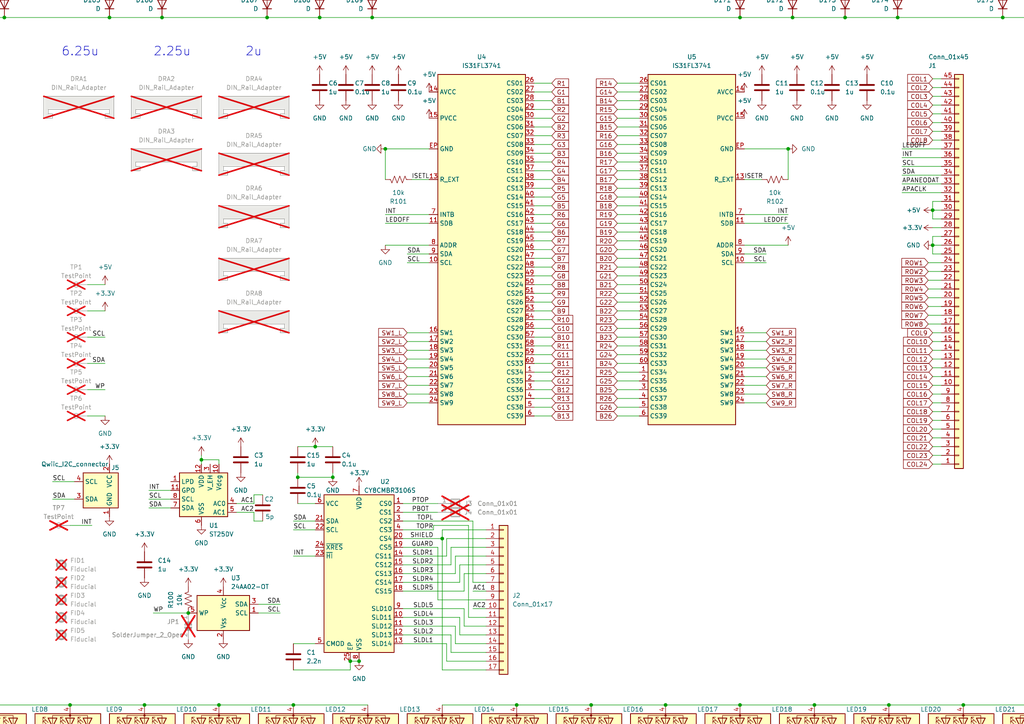
<source format=kicad_sch>
(kicad_sch (version 20231120) (generator "eeschema") (generator_version "8.0")
  (paper "A4")
  (junction (at 49.53 290.83))
  (junction (at 104.14 252.73))
  (junction (at -29.21 5.08))
  (junction (at 238.76 271.78))
  (junction (at 46.99 -119.38))
  (junction (at -133.35 252.73))
  (junction (at 82.55 347.98))
  (junction (at -158.75 328.93))
  (junction (at -39.37 -109.22))
  (junction (at 82.55 252.73))
  (junction (at 39.37 347.98))
  (junction (at 114.3 252.73))
  (junction (at 168.91 377.19))
  (junction (at 49.53 309.88))
  (junction (at -44.45 367.03))
  (junction (at 77.47 -83.82))
  (junction (at 200.66 347.98))
  (junction (at 279.4 242.57))
  (junction (at -101.6 309.88))
  (junction (at -85.09 252.73))
  (junction (at 243.84 377.19))
  (junction (at 255.27 347.98))
  (junction (at 82.55 309.88))
  (junction (at 393.7 271.78))
  (junction (at 344.17 367.03))
  (junction (at 341.63 252.73))
  (junction (at 107.95 -101.6))
  (junction (at -133.35 377.19))
  (junction (at 214.63 5.08))
  (junction (at -13.97 -101.6))
  (junction (at 52.07 -127))
  (junction (at 173.99 -20.32))
  (junction (at 62.23 -30.48))
  (junction (at 17.78 252.73))
  (junction (at 396.24 204.47))
  (junction (at -8.89 -91.44))
  (junction (at 219.71 -91.44))
  (junction (at 320.04 233.68))
  (junction (at 62.23 -119.38))
  (junction (at 346.71 271.78))
  (junction (at 212.09 233.68))
  (junction (at 157.48 309.88))
  (junction (at 222.25 252.73))
  (junction (at 138.43 -66.04))
  (junction (at 260.35 -66.04))
  (junction (at 276.86 271.78))
  (junction (at 257.81 223.52))
  (junction (at -54.61 -109.22))
  (junction (at -54.61 -73.66))
  (junction (at 85.09 337.82))
  (junction (at 373.38 328.93))
  (junction (at 403.86 309.88))
  (junction (at -101.6 271.78))
  (junction (at 373.38 252.73))
  (junction (at 27.94 252.73))
  (junction (at -133.35 290.83))
  (junction (at -85.09 290.83))
  (junction (at -80.01 347.98))
  (junction (at -106.68 271.78))
  (junction (at 346.71 233.68))
  (junction (at -166.37 44.45))
  (junction (at 6.35 -91.44))
  (junction (at 63.5 318.77))
  (junction (at 171.45 261.62))
  (junction (at 212.09 271.78))
  (junction (at 200.66 252.73))
  (junction (at -111.76 233.68))
  (junction (at -68.58 309.88))
  (junction (at 184.15 -12.7))
  (junction (at 265.43 309.88))
  (junction (at -29.21 -30.48))
  (junction (at 46.99 -12.7))
  (junction (at 41.91 204.47))
  (junction (at 193.04 242.57))
  (junction (at -166.37 146.05))
  (junction (at 265.43 252.73))
  (junction (at 365.76 280.67))
  (junction (at -15.24 252.73))
  (junction (at 168.91 -30.48))
  (junction (at 200.66 233.68))
  (junction (at 82.55 -73.66))
  (junction (at -68.58 328.93))
  (junction (at -163.83 233.68))
  (junction (at 236.22 299.72))
  (junction (at -166.37 130.81))
  (junction (at 39.37 252.73))
  (junction (at 31.75 -66.04))
  (junction (at 158.75 -109.22))
  (junction (at -161.29 299.72))
  (junction (at 320.04 271.78))
  (junction (at 49.53 271.78))
  (junction (at 200.66 309.88))
  (junction (at 92.71 328.93))
  (junction (at -44.45 280.67))
  (junction (at 46.99 -66.04))
  (junction (at -158.75 233.68))
  (junction (at 295.91 -55.88))
  (junction (at -166.37 102.87))
  (junction (at -63.5 290.83))
  (junction (at 149.86 223.52))
  (junction (at -128.27 271.78))
  (junction (at 85.09 299.72))
  (junction (at 77.47 -66.04))
  (junction (at 330.2 347.98))
  (junction (at 368.3 252.73))
  (junction (at 82.55 233.68))
  (junction (at 270.51 60.96))
  (junction (at 125.73 233.68))
  (junction (at 373.38 377.19))
  (junction (at -29.21 -48.26))
  (junction (at 77.47 -101.6))
  (junction (at 275.59 -101.6))
  (junction (at 31.75 -119.38))
  (junction (at -165.1 116.84))
  (junction (at 280.67 -20.32))
  (junction (at 200.66 377.19))
  (junction (at -130.81 223.52))
  (junction (at -87.63 299.72))
  (junction (at 189.23 -73.66))
  (junction (at 189.23 -91.44))
  (junction (at -66.04 337.82))
  (junction (at 143.51 -127))
  (junction (at 257.81 299.72))
  (junction (at 153.67 -83.82))
  (junction (at 351.79 377.19))
  (junction (at 60.96 252.73))
  (junction (at 236.22 280.67))
  (junction (at 290.83 -101.6))
  (junction (at 152.4 328.93))
  (junction (at 303.53 271.78))
  (junction (at 368.3 233.68))
  (junction (at 214.63 -83.82))
  (junction (at -13.97 -12.7))
  (junction (at 300.99 261.62))
  (junction (at 260.35 5.08))
  (junction (at -165.1 144.78))
  (junction (at -80.01 271.78))
  (junction (at 368.3 328.93))
  (junction (at 77.47 -30.48))
  (junction (at 168.91 233.68))
  (junction (at 41.91 280.67))
  (junction (at 344.17 204.47))
  (junction (at -90.17 377.19))
  (junction (at 351.79 252.73))
  (junction (at 245.11 -119.38))
  (junction (at 1.27 377.19))
  (junction (at 295.91 -20.32))
  (junction (at 298.45 347.98))
  (junction (at 222.25 271.78))
  (junction (at -80.01 290.83))
  (junction (at 1.27 -83.82))
  (junction (at 46.99 -101.6))
  (junction (at 66.04 271.78))
  (junction (at 325.12 377.19))
  (junction (at 290.83 5.08))
  (junction (at -123.19 290.83))
  (junction (at 87.63 290.83))
  (junction (at 16.51 -12.7))
  (junction (at 168.91 -101.6))
  (junction (at 1.27 290.83))
  (junction (at 87.63 347.98))
  (junction (at -63.5 377.19))
  (junction (at 320.04 377.19))
  (junction (at 255.27 290.83))
  (junction (at -46.99 377.19))
  (junction (at -80.01 252.73))
  (junction (at 204.47 -20.32))
  (junction (at 325.12 252.73))
  (junction (at -29.21 -83.82))
  (junction (at 280.67 -127))
  (junction (at -123.19 309.88))
  (junction (at 190.5 233.68))
  (junction (at -130.81 280.67))
  (junction (at -158.75 347.98))
  (junction (at 222.25 347.98))
  (junction (at 346.71 347.98))
  (junction (at 16.51 -83.82))
  (junction (at -44.45 5.08))
  (junction (at 171.45 223.52))
  (junction (at 279.4 367.03))
  (junction (at 363.22 252.73))
  (junction (at 16.51 -101.6))
  (junction (at -158.75 271.78))
  (junction (at -165.1 58.42))
  (junction (at -101.6 377.19))
  (junction (at -63.5 233.68))
  (junction (at 233.68 377.19))
  (junction (at 92.71 -101.6))
  (junction (at -165.1 160.02))
  (junction (at 6.35 328.93))
  (junction (at -66.04 367.03))
  (junction (at 67.31 -73.66))
  (junction (at 300.99 223.52))
  (junction (at 214.63 242.57))
  (junction (at -128.27 233.68))
  (junction (at 233.68 271.78))
  (junction (at 1.27 -30.48))
  (junction (at 281.94 377.19))
  (junction (at -101.6 252.73))
  (junction (at 228.6 43.18))
  (junction (at 265.43 377.19))
  (junction (at 62.23 -101.6))
  (junction (at 243.84 233.68))
  (junction (at 31.75 -48.26))
  (junction (at 17.78 377.19))
  (junction (at 27.94 377.19))
  (junction (at 322.58 367.03))
  (junction (at 229.87 5.08))
  (junction (at -68.58 377.19))
  (junction (at 157.48 290.83))
  (junction (at 173.99 233.68))
  (junction (at 87.63 377.19))
  (junction (at 173.99 328.93))
  (junction (at -24.13 -91.44))
  (junction (at -128.27 347.98))
  (junction (at 219.71 -38.1))
  (junction (at 190.5 271.78))
  (junction (at 171.45 367.03))
  (junction (at 229.87 -83.82))
  (junction (at 67.31 -127))
  (junction (at 257.81 337.82))
  (junction (at 6.35 347.98))
  (junction (at -111.76 377.19))
  (junction (at 287.02 347.98))
  (junction (at 257.81 204.47))
  (junction (at 109.22 347.98))
  (junction (at 22.86 328.93))
  (junction (at 184.15 -48.26))
  (junction (at 179.07 309.88))
  (junction (at -63.5 347.98))
  (junction (at 6.35 290.83))
  (junction (at 190.5 347.98))
  (junction (at 171.45 242.57))
  (junction (at 62.23 -12.7))
  (junction (at 82.55 -20.32))
  (junction (at 245.11 -48.26))
  (junction (at 125.73 309.88))
  (junction (at 189.23 -127))
  (junction (at 300.99 280.67))
  (junction (at 276.86 377.19))
  (junction (at 195.58 233.68))
  (junction (at 243.84 347.98))
  (junction (at 190.5 252.73))
  (junction (at 87.63 271.78))
  (junction (at 199.39 -48.26))
  (junction (at 260.35 -119.38))
  (junction (at -39.37 -127))
  (junction (at -165.1 73.66))
  (junction (at -13.97 -119.38))
  (junction (at -106.68 290.83))
  (junction (at 20.32 261.62))
  (junction (at 325.12 271.78))
  (junction (at -36.83 290.83))
  (junction (at 308.61 309.88))
  (junction (at 344.17 280.67))
  (junction (at -20.32 233.68))
  (junction (at 303.53 347.98))
  (junction (at 214.63 280.67))
  (junction (at -130.81 261.62))
  (junction (at -41.91 309.88))
  (junction (at 22.86 377.19))
  (junction (at 158.75 -73.66))
  (junction (at -161.29 280.67))
  (junction (at 114.3 309.88))
  (junction (at 368.3 347.98))
  (junction (at -97.79 115.57))
  (junction (at 114.3 377.19))
  (junction (at -44.45 261.62))
  (junction (at 344.17 299.72))
  (junction (at -166.37 16.51))
  (junction (at 295.91 -109.22))
  (junction (at -68.58 290.83))
  (junction (at 351.79 233.68))
  (junction (at 193.04 367.03))
  (junction (at 153.67 -119.38))
  (junction (at 92.71 347.98))
  (junction (at -128.27 377.19))
  (junction (at -8.89 -55.88))
  (junction (at 298.45 233.68))
  (junction (at 330.2 252.73))
  (junction (at 143.51 -20.32))
  (junction (at 168.91 328.93))
  (junction (at 195.58 271.78))
  (junction (at 322.58 223.52))
  (junction (at 236.22 261.62))
  (junction (at -39.37 -38.1))
  (junction (at -44.45 223.52))
  (junction (at -46.99 233.68))
  (junction (at 346.71 252.73))
  (junction (at 346.71 328.93))
  (junction (at -39.37 -20.32))
  (junction (at 363.22 271.78))
  (junction (at -109.22 223.52))
  (junction (at 189.23 -20.32))
  (junction (at 219.71 -73.66))
  (junction (at 22.86 347.98))
  (junction (at -133.35 309.88))
  (junction (at -41.91 377.19))
  (junction (at 280.67 -109.22))
  (junction (at -58.42 309.88))
  (junction (at 128.27 -38.1))
  (junction (at -41.91 347.98))
  (junction (at -13.97 -83.82))
  (junction (at 6.35 377.19))
  (junction (at 125.73 328.93))
  (junction (at 147.32 271.78))
  (junction (at 63.5 242.57))
  (junction (at 214.63 318.77))
  (junction (at 128.27 156.21))
  (junction (at 130.81 309.88))
  (junction (at 308.61 271.78))
  (junction (at -123.19 347.98))
  (junction (at 16.51 -119.38))
  (junction (at 71.12 290.83))
  (junction (at 147.32 309.88))
  (junction (at -111.76 252.73))
  (junction (at 109.22 377.19))
  (junction (at -101.6 290.83))
  (junction (at 143.51 -109.22))
  (junction (at 173.99 347.98))
  (junction (at -165.1 123.19))
  (junction (at -80.01 233.68))
  (junction (at -22.86 204.47))
  (junction (at -158.75 377.19))
  (junction (at -80.01 377.19))
  (junction (at 325.12 290.83))
  (junction (at -63.5 271.78))
  (junction (at -130.81 318.77))
  (junction (at -109.22 318.77))
  (junction (at -109.22 367.03))
  (junction (at -85.09 328.93))
  (junction (at 6.35 252.73))
  (junction (at 157.48 233.68))
  (junction (at 104.14 271.78))
  (junction (at 41.91 337.82))
  (junction (at 398.78 347.98))
  (junction (at -44.45 -66.04))
  (junction (at 295.91 -38.1))
  (junction (at 157.48 328.93))
  (junction (at -22.86 299.72))
  (junction (at 22.86 252.73))
  (junction (at -46.99 271.78))
  (junction (at -20.32 252.73))
  (junction (at 236.22 367.03))
  (junction (at 341.63 347.98))
  (junction (at 135.89 347.98))
  (junction (at 217.17 309.88))
  (junction (at -163.83 252.73))
  (junction (at 128.27 -20.32))
  (junction (at 346.71 377.19))
  (junction (at -161.29 204.47))
  (junction (at -68.58 271.78))
  (junction (at 60.96 328.93))
  (junction (at -36.83 233.68))
  (junction (at 27.94 309.88))
  (junction (at 341.63 290.83))
  (junction (at 21.59 -127))
  (junction (at 403.86 328.93))
  (junction (at 233.68 328.93))
  (junction (at 200.66 328.93))
  (junction (at -66.04 280.67))
  (junction (at 260.35 -101.6))
  (junction (at 219.71 -109.22))
  (junction (at -1.27 261.62))
  (junction (at -128.27 328.93))
  (junction (at -123.19 377.19))
  (junction (at 300.99 367.03))
  (junction (at 325.12 328.93))
  (junction (at 60.96 233.68))
  (junction (at 281.94 290.83))
  (junction (at 257.81 280.67))
  (junction (at 368.3 290.83))
  (junction (at 31.75 5.08))
  (junction (at 238.76 309.88))
  (junction (at 217.17 347.98))
  (junction (at 398.78 290.83))
  (junction (at -39.37 -55.88))
  (junction (at 63.5 223.52))
  (junction (at 77.47 5.08))
  (junction (at 87.63 328.93))
  (junction (at 193.04 280.67))
  (junction (at -3.81 309.88))
  (junction (at 123.19 -66.04))
  (junction (at 190.5 328.93))
  (junction (at 179.07 328.93))
  (junction (at 20.32 280.67))
  (junction (at 214.63 -48.26))
  (junction (at 398.78 252.73))
  (junction (at 214.63 -66.04))
  (junction (at -22.86 280.67))
  (junction (at 219.71 -55.88))
  (junction (at -58.42 252.73))
  (junction (at -161.29 223.52))
  (junction (at 114.3 233.68))
  (junction (at 217.17 290.83))
  (junction (at 135.89 252.73))
  (junction (at 398.78 309.88))
  (junction (at -133.35 233.68))
  (junction (at 308.61 377.19))
  (junction (at 279.4 204.47))
  (junction (at 153.67 -101.6))
  (junction (at 368.3 271.78))
  (junction (at 135.89 328.93))
  (junction (at -3.81 290.83))
  (junction (at -39.37 -73.66))
  (junction (at 39.37 377.19))
  (junction (at 21.59 -38.1))
  (junction (at 123.19 -101.6))
  (junction (at 63.5 261.62))
  (junction (at -36.83 328.93))
  (junction (at -68.58 347.98))
  (junction (at 243.84 271.78))
  (junction (at 265.43 347.98))
  (junction (at 147.32 328.93))
  (junction (at 290.83 -30.48))
  (junction (at 265.43 -109.22))
  (junction (at 20.32 318.77))
  (junction (at 114.3 328.93))
  (junction (at 281.94 252.73))
  (junction (at 393.7 377.19))
  (junction (at 123.19 -119.38))
  (junction (at -153.67 328.93))
  (junction (at 54.61 177.8))
  (junction (at 393.7 347.98))
  (junction (at 308.61 328.93))
  (junction (at 214.63 -12.7))
  (junction (at 214.63 223.52))
  (junction (at 173.99 -38.1))
  (junction (at 219.71 -127))
  (junction (at 125.73 377.19))
  (junction (at 135.89 271.78))
  (junction (at 82.55 377.19))
  (junction (at 257.81 242.57))
  (junction (at 189.23 -109.22))
  (junction (at -22.86 223.52))
  (junction (at 71.12 271.78))
  (junction (at -3.81 347.98))
  (junction (at 46.99 5.08))
  (junction (at 67.31 -55.88))
  (junction (at -165.1 80.01))
  (junction (at -161.29 337.82))
  (junction (at -106.68 233.68))
  (junction (at 101.6 191.77))
  (junction (at 298.45 252.73))
  (junction (at 109.22 233.68))
  (junction (at 31.75 -101.6))
  (junction (at -87.63 337.82))
  (junction (at -29.21 -119.38))
  (junction (at 222.25 290.83))
  (junction (at -165.1 138.43))
  (junction (at 63.5 299.72))
  (junction (at 330.2 290.83))
  (junction (at -165.1 181.61))
  (junction (at 41.91 242.57))
  (junction (at 173.99 309.88))
  (junction (at 373.38 271.78))
  (junction (at -166.37 22.86))
  (junction (at 279.4 261.62))
  (junction (at 27.94 347.98))
  (junction (at -166.37 109.22))
  (junction (at -13.97 -30.48))
  (junction (at 276.86 328.93))
  (junction (at 149.86 367.03))
  (junction (at -163.83 271.78))
  (junction (at 290.83 -48.26))
  (junction (at 193.04 223.52))
  (junction (at 171.45 318.77))
  (junction (at 114.3 290.83))
  (junction (at 1.27 -12.7))
  (junction (at 157.48 377.19))
  (junction (at 396.24 242.57))
  (junction (at 363.22 290.83))
  (junction (at 204.47 -38.1))
  (junction (at 173.99 -109.22))
  (junction (at 365.76 367.03))
  (junction (at -133.35 347.98))
  (junction (at 330.2 377.19))
  (junction (at 398.78 233.68))
  (junction (at 109.22 252.73))
  (junction (at 149.86 242.57))
  (junction (at -153.67 347.98))
  (junction (at 41.91 261.62))
  (junction (at 303.53 377.19))
  (junction (at 85.09 223.52))
  (junction (at 363.22 328.93))
  (junction (at 85.09 318.77))
  (junction (at 300.99 242.57))
  (junction (at -80.01 309.88))
  (junction (at 52.07 -109.22))
  (junction (at 276.86 233.68))
  (junction (at -46.99 252.73))
  (junction (at -161.29 261.62))
  (junction (at 60.96 309.88))
  (junction (at 71.12 252.73))
  (junction (at 104.14 347.98))
  (junction (at 243.84 290.83))
  (junction (at 152.4 252.73))
  (junction (at -123.19 271.78))
  (junction (at 298.45 309.88))
  (junction (at -22.86 261.62))
  (junction (at 6.35 -55.88))
  (junction (at 152.4 271.78))
  (junction (at 255.27 252.73))
  (junction (at 270.51 71.12))
  (junction (at 265.43 290.83))
  (junction (at 365.76 337.82))
  (junction (at 265.43 233.68))
  (junction (at -107.95 123.19))
  (junction (at 245.11 -101.6))
  (junction (at 152.4 290.83))
  (junction (at 149.86 204.47))
  (junction (at 290.83 -119.38))
  (junction (at 173.99 377.19))
  (junction (at 341.63 233.68))
  (junction (at -8.89 -73.66))
  (junction (at -109.22 242.57))
  (junction (at 168.91 309.88))
  (junction (at -153.67 309.88))
  (junction (at 67.31 -109.22))
  (junction (at 113.03 -127))
  (junction (at 222.25 377.19))
  (junction (at 303.53 233.68))
  (junction (at 320.04 290.83))
  (junction (at 168.91 -119.38))
  (junction (at 276.86 309.88))
  (junction (at 130.81 377.19))
  (junction (at 125.73 271.78))
  (junction (at -106.68 328.93))
  (junction (at 158.75 -38.1))
  (junction (at 63.5 337.82))
  (junction (at 85.09 242.57))
  (junction (at -3.81 328.93))
  (junction (at 373.38 233.68))
  (junction (at -8.89 -38.1))
  (junction (at 193.04 204.47))
  (junction (at 1.27 252.73))
  (junction (at 204.47 -91.44))
  (junction (at 44.45 233.68))
  (junction (at -106.68 309.88))
  (junction (at -22.86 367.03))
  (junction (at 287.02 377.19))
  (junction (at 398.78 328.93))
  (junction (at 236.22 318.77))
  (junction (at -25.4 290.83))
  (junction (at -29.21 -12.7))
  (junction (at -15.24 290.83))
  (junction (at 71.12 347.98))
  (junction (at -85.09 233.68))
  (junction (at 21.59 -20.32))
  (junction (at -24.13 -109.22))
  (junction (at -1.27 337.82))
  (junction (at 236.22 242.57))
  (junction (at 173.99 252.73))
  (junction (at 280.67 -55.88))
  (junction (at 85.09 204.47))
  (junction (at 195.58 377.19))
  (junction (at 6.35 271.78))
  (junction (at -87.63 280.67))
  (junction (at 109.22 290.83))
  (junction (at 287.02 233.68))
  (junction (at 66.04 233.68))
  (junction (at 275.59 -119.38))
  (junction (at 173.99 271.78))
  (junction (at -29.21 -101.6))
  (junction (at 346.71 290.83))
  (junction (at 1.27 347.98))
  (junction (at 222.25 309.88))
  (junction (at 233.68 233.68))
  (junction (at 85.09 367.03))
  (junction (at 403.86 233.68))
  (junction (at -54.61 -91.44))
  (junction (at 60.96 347.98))
  (junction (at 153.67 -30.48))
  (junction (at 97.79 -109.22))
  (junction (at 36.83 -127))
  (junction (at 368.3 377.19))
  (junction (at -54.61 -55.88))
  (junction (at 123.19 -12.7))
  (junction (at -1.27 299.72))
  (junction (at 236.22 204.47))
  (junction (at 31.75 -12.7))
  (junction (at -63.5 309.88))
  (junction (at 130.81 233.68))
  (junction (at 238.76 290.83))
  (junction (at 351.79 271.78))
  (junction (at 107.95 -66.04))
  (junction (at 21.59 -55.88))
  (junction (at 403.86 347.98))
  (junction (at 113.03 -91.44))
  (junction (at 199.39 -12.7))
  (junction (at 66.04 328.93))
  (junction (at 365.76 223.52))
  (junction (at 250.19 -20.32))
  (junction (at -85.09 271.78))
  (junction (at 22.86 233.68))
  (junction (at 298.45 377.19))
  (junction (at 138.43 -12.7))
  (junction (at -66.04 223.52))
  (junction (at 393.7 290.83))
  (junction (at 217.17 328.93))
  (junction (at 41.91 367.03))
  (junction (at 97.79 -91.44))
  (junction (at 393.7 309.88))
  (junction (at 20.32 367.03))
  (junction (at 6.35 233.68))
  (junction (at 138.43 -101.6))
  (junction (at -161.29 367.03))
  (junction (at 157.48 252.73))
  (junction (at 17.78 347.98))
  (junction (at -36.83 271.78))
  (junction (at 128.27 -55.88))
  (junction (at 295.91 -73.66))
  (junction (at 92.71 252.73))
  (junction (at -20.32 377.19))
  (junction (at 308.61 252.73))
  (junction (at 44.45 252.73))
  (junction (at -25.4 233.68))
  (junction (at 287.02 328.93))
  (junction (at -90.17 252.73))
  (junction (at 217.17 271.78))
  (junction (at 250.19 -91.44))
  (junction (at -85.09 309.88))
  (junction (at 152.4 377.19))
  (junction (at 344.17 337.82))
  (junction (at -165.1 187.96))
  (junction (at -85.09 347.98))
  (junction (at 214.63 261.62))
  (junction (at -8.89 -109.22))
  (junction (at 212.09 290.83))
  (junction (at 104.14 377.19))
  (junction (at 149.86 261.62))
  (junction (at 233.68 347.98))
  (junction (at 87.63 233.68))
  (junction (at 325.12 347.98))
  (junction (at 238.76 252.73))
  (junction (at -163.83 328.93))
  (junction (at 195.58 309.88))
  (junction (at 22.86 309.88))
  (junction (at -1.27 318.77))
  (junction (at 52.07 -55.88))
  (junction (at 149.86 337.82))
  (junction (at 199.39 -66.04))
  (junction (at 158.75 -127))
  (junction (at 229.87 -66.04))
  (junction (at -163.83 309.88))
  (junction (at 1.27 271.78))
  (junction (at 287.02 309.88))
  (junction (at 255.27 328.93))
  (junction (at 199.39 -101.6))
  (junction (at 135.89 377.19))
  (junction (at -44.45 318.77))
  (junction (at 168.91 271.78))
  (junction (at 245.11 -30.48))
  (junction (at 303.53 290.83))
  (junction (at -166.37 87.63))
  (junction (at 44.45 347.98))
  (junction (at 60.96 290.83))
  (junction (at 128.27 -91.44))
  (junction (at 245.11 -83.82))
  (junction (at -25.4 271.78))
  (junction (at 87.63 252.73))
  (junction (at 260.35 290.83))
  (junction (at 1.27 328.93))
  (junction (at -36.83 347.98))
  (junction (at 92.71 -66.04))
  (junction (at -44.45 -101.6))
  (junction (at -13.97 -66.04))
  (junction (at -153.67 290.83))
  (junction (at 16.51 -48.26))
  (junction (at -41.91 252.73))
  (junction (at -109.22 299.72))
  (junction (at -46.99 290.83))
  (junction (at 58.42 133.35))
  (junction (at 17.78 233.68))
  (junction (at -44.45 -119.38))
  (junction (at -58.42 377.19))
  (junction (at 168.91 -12.7))
  (junction (at 39.37 271.78))
  (junction (at 36.83 -55.88))
  (junction (at 52.07 -73.66))
  (junction (at -153.67 233.68))
  (junction (at 276.86 252.73))
  (junction (at 92.71 -83.82))
  (junction (at 157.48 271.78))
  (junction (at 303.53 309.88))
  (junction (at -58.42 290.83))
  (junction (at 222.25 328.93))
  (junction (at 351.79 309.88))
  (junction (at 295.91 -127))
  (junction (at -24.13 -38.1))
  (junction (at 398.78 271.78))
  (junction (at -90.17 309.88))
  (junction (at 212.09 377.19))
  (junction (at -111.76 328.93))
  (junction (at 280.67 -38.1))
  (junction (at 214.63 299.72))
  (junction (at 138.43 -48.26))
  (junction (at 279.4 299.72))
  (junction (at -25.4 252.73))
  (junction (at 403.86 271.78))
  (junction (at -68.58 233.68))
  (junction (at -44.45 -12.7))
  (junction (at 130.81 271.78))
  (junction (at -41.91 328.93))
  (junction (at 184.15 -83.82))
  (junction (at 17.78 309.88))
  (junction (at -44.45 -48.26))
  (junction (at 330.2 233.68))
  (junction (at 107.95 -83.82))
  (junction (at -165.1 52.07))
  (junction (at -24.13 -127))
  (junction (at 52.07 -91.44))
  (junction (at 60.96 377.19))
  (junction (at -44.45 242.57))
  (junction (at 214.63 367.03))
  (junction (at 330.2 328.93))
  (junction (at -58.42 271.78))
  (junction (at 303.53 252.73))
  (junction (at 290.83 -83.82))
  (junction (at -54.61 -20.32))
  (junction (at 85.09 280.67))
  (junction (at 281.94 328.93))
  (junction (at 330.2 309.88))
  (junction (at -58.42 347.98))
  (junction (at -66.04 299.72))
  (junction (at 341.63 271.78))
  (junction (at 49.53 233.68))
  (junction (at 20.32 204.47))
  (junction (at 204.47 -55.88))
  (junction (at -90.17 271.78))
  (junction (at -161.29 242.57))
  (junction (at 130.81 290.83))
  (junction (at -106.68 347.98))
  (junction (at -20.32 309.88))
  (junction (at 135.89 233.68))
  (junction (at 107.95 -12.7))
  (junction (at 149.86 318.77))
  (junction (at -1.27 242.57))
  (junction (at 128.27 -127))
  (junction (at 363.22 233.68))
  (junction (at 41.91 299.72))
  (junction (at -163.83 290.83))
  (junction (at 300.99 204.47))
  (junction (at 255.27 309.88))
  (junction (at -133.35 271.78))
  (junction (at 6.35 309.88))
  (junction (at 212.09 347.98))
  (junction (at 46.99 -30.48))
  (junction (at 52.07 -38.1))
  (junction (at 17.78 271.78))
  (junction (at 260.35 -12.7))
  (junction (at 1.27 -119.38))
  (junction (at 257.81 367.03))
  (junction (at 193.04 261.62))
  (junction (at -163.83 377.19))
  (junction (at 20.32 242.57))
  (junction (at 234.95 -73.66))
  (junction (at 152.4 347.98))
  (junction (at 308.61 233.68))
  (junction (at 147.32 290.83))
  (junction (at 298.45 328.93))
  (junction (at -128.27 309.88))
  (junction (at 82.55 290.83))
  (junction (at -15.24 377.19))
  (junction (at 365.76 261.62))
  (junction (at 168.91 -48.26))
  (junction (at 219.71 -20.32))
  (junction (at -46.99 347.98))
  (junction (at -166.37 59.69))
  (junction (at 85.09 261.62))
  (junction (at 179.07 252.73))
  (junction (at 153.67 -48.26))
  (junction (at 1.27 -48.26))
  (junction (at 365.76 318.77))
  (junction (at 31.75 -83.82))
  (junction (at 179.07 377.19))
  (junction (at 92.71 290.83))
  (junction (at -130.81 299.72))
  (junction (at 260.35 252.73))
  (junction (at -54.61 -127))
  (junction (at 111.76 43.18))
  (junction (at 44.45 328.93))
  (junction (at 184.15 -66.04))
  (junction (at 1.27 -101.6))
  (junction (at -166.37 66.04))
  (junction (at 153.67 -66.04))
  (junction (at 138.43 -119.38))
  (junction (at 351.79 347.98))
  (junction (at 107.95 5.08))
  (junction (at 320.04 347.98))
  (junction (at -166.37 81.28))
  (junction (at -165.1 166.37))
  (junction (at 39.37 328.93))
  (junction (at 250.19 -109.22))
  (junction (at 27.94 290.83))
  (junction (at 179.07 347.98))
  (junction (at 320.04 309.88))
  (junction (at 229.87 -48.26))
  (junction (at -20.32 271.78))
  (junction (at -15.24 271.78))
  (junction (at 281.94 233.68))
  (junction (at 44.45 377.19))
  (junction (at 396.24 280.67))
  (junction (at 168.91 347.98))
  (junction (at 396.24 223.52))
  (junction (at 396.24 367.03))
  (junction (at 113.03 -20.32))
  (junction (at -101.6 347.98))
  (junction (at 233.68 290.83))
  (junction (at 147.32 377.19))
  (junction (at -66.04 318.77))
  (junction (at 344.17 261.62))
  (junction (at 44.45 271.78))
  (junction (at -24.13 -20.32))
  (junction (at -166.37 167.64))
  (junction (at 281.94 347.98))
  (junction (at 128.27 -109.22))
  (junction (at -3.81 252.73))
  (junction (at 82.55 271.78))
  (junction (at -90.17 347.98))
  (junction (at 143.51 -38.1))
  (junction (at 189.23 -55.88))
  (junction (at 396.24 318.77))
  (junction (at 260.35 347.98))
  (junction (at 303.53 328.93))
  (junction (at 217.17 233.68))
  (junction (at 27.94 271.78))
  (junction (at -123.19 252.73))
  (junction (at 243.84 309.88))
  (junction (at 260.35 -83.82))
  (junction (at 398.78 377.19))
  (junction (at 49.53 377.19))
  (junction (at 41.91 318.77))
  (junction (at 300.99 318.77))
  (junction (at 107.95 -119.38))
  (junction (at 373.38 309.88))
  (junction (at 189.23 -38.1))
  (junction (at 44.45 290.83))
  (junction (at 77.47 -48.26))
  (junction (at 255.27 377.19))
  (junction (at -36.83 377.19))
  (junction (at 36.83 -38.1))
  (junction (at -68.58 252.73))
  (junction (at 104.14 309.88))
  (junction (at -44.45 -30.48))
  (junction (at 214.63 -101.6))
  (junction (at 212.09 252.73))
  (junction (at 281.94 309.88))
  (junction (at 217.17 377.19))
  (junction (at 199.39 -83.82))
  (junction (at 403.86 290.83))
  (junction (at 238.76 347.98))
  (junction (at -20.32 328.93))
  (junction (at 27.94 233.68))
  (junction (at 179.07 290.83))
  (junction (at 200.66 271.78))
  (junction (at 71.12 233.68))
  (junction (at 365.76 204.47))
  (junction (at 204.47 -127))
  (junction (at 17.78 328.93))
  (junction (at -36.83 252.73))
  (junction (at -22.86 318.77))
  (junction (at 49.53 252.73))
  (junction (at 279.4 280.67))
  (junction (at 260.35 233.68))
  (junction (at -85.09 377.19))
  (junction (at 123.19 -83.82))
  (junction (at -158.75 290.83))
  (junction (at 243.84 252.73))
  (junction (at 373.38 290.83))
  (junction (at 92.71 -119.38))
  (junction (at -163.83 347.98))
  (junction (at -39.37 -91.44))
  (junction (at 243.84 328.93))
  (junction (at -128.27 252.73))
  (junction (at -15.24 347.98))
  (junction (at 173.99 -91.44))
  (junction (at 171.45 204.47))
  (junction (at 49.53 347.98))
  (junction (at 87.63 309.88))
  (junction (at -8.89 -127))
  (junction (at -36.83 309.88))
  (junction (at 66.04 290.83))
  (junction (at 147.32 233.68))
  (junction (at -123.19 233.68))
  (junction (at 143.51 -73.66))
  (junction (at 325.12 233.68))
  (junction (at -1.27 223.52))
  (junction (at -25.4 377.19))
  (junction (at 265.43 271.78))
  (junction (at 234.95 -91.44))
  (junction (at 403.86 252.73))
  (junction (at 171.45 299.72))
  (junction (at -109.22 204.47))
  (junction (at 363.22 309.88))
  (junction (at 344.17 242.57))
  (junction (at 308.61 347.98))
  (junction (at 204.47 -109.22))
  (junction (at 63.5 204.47))
  (junction (at 195.58 252.73))
  (junction (at -90.17 290.83))
  (junction (at -106.68 377.19))
  (junction (at -20.32 347.98))
  (junction (at -106.68 252.73))
  (junction (at 109.22 328.93))
  (junction (at 236.22 337.82))
  (junction (at 97.79 -127))
  (junction (at 143.51 -55.88))
  (junction (at 393.7 233.68))
  (junction (at 351.79 328.93))
  (junction (at 62.23 -83.82))
  (junction (at 66.04 377.19))
  (junction (at 6.35 -73.66))
  (junction (at 238.76 233.68))
  (junction (at 184.15 -30.48))
  (junction (at -133.35 328.93))
  (junction (at 308.61 290.83))
  (junction (at 199.39 -119.38))
  (junction (at 257.81 261.62))
  (junction (at 212.09 309.88))
  (junction (at 63.5 280.67))
  (junction (at 190.5 309.88))
  (junction (at 179.07 233.68))
  (junction (at 39.37 309.88))
  (junction (at 168.91 290.83))
  (junction (at 62.23 -48.26))
  (junction (at -87.63 261.62))
  (junction (at 63.5 367.03))
  (junction (at -1.27 204.47))
  (junction (at 245.11 5.08))
  (junction (at 109.22 309.88))
  (junction (at -66.04 261.62))
  (junction (at 214.63 204.47))
  (junction (at 193.04 299.72))
  (junction (at 82.55 -91.44))
  (junction (at 138.43 -83.82))
  (junction (at -13.97 5.08))
  (junction (at 36.83 -73.66))
  (junction (at 49.53 328.93))
  (junction (at 173.99 -55.88))
  (junction (at -66.04 204.47))
  (junction (at 52.07 -20.32))
  (junction (at 373.38 347.98))
  (junction (at 393.7 252.73))
  (junction (at 114.3 347.98))
  (junction (at -111.76 290.83))
  (junction (at 250.19 -55.88))
  (junction (at 21.59 -73.66))
  (junction (at 363.22 347.98))
  (junction (at -87.63 204.47))
  (junction (at 250.19 -127))
  (junction (at 46.99 -83.82))
  (junction (at -22.86 337.82))
  (junction (at 130.81 347.98))
  (junction (at 173.99 -73.66))
  (junction (at 1.27 5.08))
  (junction (at -15.24 233.68))
  (junction (at -25.4 347.98))
  (junction (at -161.29 318.77))
  (junction (at 97.79 -73.66))
  (junction (at 260.35 309.88))
  (junction (at 92.71 271.78))
  (junction (at -153.67 271.78))
  (junction (at 92.71 377.19))
  (junction (at 368.3 309.88))
  (junction (at -63.5 252.73))
  (junction (at 287.02 271.78))
  (junction (at 217.17 252.73))
  (junction (at 320.04 328.93))
  (junction (at -3.81 233.68))
  (junction (at 195.58 290.83))
  (junction (at 153.67 -12.7))
  (junction (at -165.1 36.83))
  (junction (at -158.75 309.88))
  (junction (at -1.27 280.67))
  (junction (at 341.63 328.93))
  (junction (at 320.04 252.73))
  (junction (at 31.75 -30.48))
  (junction (at 60.96 271.78))
  (junction (at -87.63 242.57))
  (junction (at -111.76 271.78))
  (junction (at -111.76 309.88))
  (junction (at 255.27 271.78))
  (junction (at 77.47 -119.38))
  (junction (at 265.43 -127))
  (junction (at 214.63 -30.48))
  (junction (at 138.43 -30.48))
  (junction (at -44.45 -83.82))
  (junction (at -130.81 242.57))
  (junction (at 344.17 318.77))
  (junction (at 199.39 -30.48))
  (junction (at 236.22 223.52))
  (junction (at -87.63 367.03))
  (junction (at 113.03 -73.66))
  (junction (at -41.91 233.68))
  (junction (at 135.89 309.88))
  (junction (at -111.76 347.98))
  (junction (at -87.63 318.77))
  (junction (at 158.75 -55.88))
  (junction (at 104.14 233.68))
  (junction (at 135.89 290.83))
  (junction (at -13.97 -48.26))
  (junction (at -90.17 328.93))
  (junction (at 149.86 280.67))
  (junction (at 147.32 252.73))
  (junction (at 158.75 -91.44))
  (junction (at -66.04 242.57))
  (junction (at 147.32 347.98))
  (junction (at -130.81 367.03))
  (junction (at 125.73 252.73))
  (junction (at 91.44 129.54))
  (junction (at 279.4 337.82))
  (junction (at -46.99 328.93))
  (junction (at 46.99 -48.26))
  (junction (at 104.14 328.93))
  (junction (at 290.83 -66.04))
  (junction (at 396.24 337.82))
  (junction (at 193.04 337.82))
  (junction (at 82.55 -109.22))
  (junction (at 21.59 -91.44))
  (junction (at -130.81 337.82))
  (junction (at 22.86 290.83))
  (junction (at -24.13 -73.66))
  (junction (at 190.5 290.83))
  (junction (at 281.94 271.78))
  (junction (at -58.42 328.93))
  (junction (at -101.6 233.68))
  (junction (at 195.58 347.98))
  (junction (at 66.04 252.73))
  (junction (at 200.66 290.83))
  (junction (at 298.45 271.78))
  (junction (at 260.35 271.78))
  (junction (at 92.71 233.68))
  (junction (at 363.22 377.19))
  (junction (at 44.45 309.88))
  (junction (at 276.86 290.83))
  (junction (at 114.3 271.78))
  (junction (at 234.95 -127))
  (junction (at 173.99 290.83))
  (junction (at 234.95 -55.88))
  (junction (at 351.79 290.83))
  (junction (at 149.86 299.72))
  (junction (at 20.32 299.72))
  (junction (at -3.81 377.19))
  (junction (at 245.11 -66.04))
  (junction (at 152.4 309.88))
  (junction (at 113.03 -109.22))
  (junction (at -3.81 271.78))
  (junction (at 109.22 271.78))
  (junction (at 393.7 328.93))
  (junction (at 6.35 -109.22))
  (junction (at 36.83 -91.44))
  (junction (at 250.19 -73.66))
  (junction (at -22.86 242.57))
  (junction (at 173.99 -127))
  (junction (at 280.67 -91.44))
  (junction (at 260.35 -48.26))
  (junction (at 152.4 233.68))
  (junction (at 403.86 377.19))
  (junction (at -44.45 204.47))
  (junction (at -109.22 280.67))
  (junction (at 396.24 299.72))
  (junction (at 287.02 252.73))
  (junction (at 265.43 328.93))
  (junction (at 325.12 309.88))
  (junction (at -166.37 38.1))
  (junction (at 97.79 -20.32))
  (junction (at 179.07 271.78))
  (junction (at 234.95 -109.22))
  (junction (at 184.15 -101.6))
  (junction (at 365.76 299.72))
  (junction (at 168.91 -83.82))
  (junction (at 27.94 328.93))
  (junction (at 67.31 -38.1))
  (junction (at 260.35 328.93))
  (junction (at 238.76 328.93))
  (junction (at 238.76 377.19))
  (junction (at 341.63 309.88))
  (junction (at -25.4 309.88))
  (junction (at 212.09 328.93))
  (junction (at -109.22 261.62))
  (junction (at 260.35 377.19))
  (junction (at 322.58 204.47))
  (junction (at 125.73 290.83))
  (junction (at 6.35 -127))
  (junction (at 36.83 -109.22))
  (junction (at 1.27 309.88))
  (junction (at 344.17 223.52))
  (junction (at -15.24 309.88))
  (junction (at 195.58 328.93))
  (junction (at 184.15 -119.38))
  (junction (at 290.83 -12.7))
  (junction (at 171.45 337.82))
  (junction (at 71.12 377.19))
  (junction (at 130.81 252.73))
  (junction (at 104.14 191.77))
  (junction (at 234.95 -38.1))
  (junction (at 71.12 309.88))
  (junction (at -80.01 328.93))
  (junction (at -130.81 204.47))
  (junction (at 193.04 318.77))
  (junction (at 295.91 -91.44))
  (junction (at 222.25 233.68))
  (junction (at 82.55 328.93))
  (junction (at 130.81 328.93))
  (junction (at -8.89 -20.32))
  (junction (at 71.12 328.93))
  (junction (at -25.4 328.93))
  (junction (at 82.55 -127))
  (junction (at 330.2 271.78))
  (junction (at 168.91 252.73))
  (junction (at -87.63 223.52))
  (junction (at 39.37 233.68))
  (junction (at 20.32 223.52))
  (junction (at 66.04 347.98))
  (junction (at 92.71 -12.7))
  (junction (at 396.24 261.62))
  (junction (at 16.51 -66.04))
  (junction (at 92.71 309.88))
  (junction (at -46.99 309.88))
  (junction (at 365.76 242.57))
  (junction (at 86.36 138.43))
  (junction (at -63.5 328.93))
  (junction (at 257.81 318.77))
  (junction (at 229.87 -101.6))
  (junction (at -29.21 -66.04))
  (junction (at 190.5 377.19))
  (junction (at 287.02 290.83))
  (junction (at 300.99 337.82))
  (junction (at 229.87 -12.7))
  (junction (at 168.91 -66.04))
  (junction (at -41.91 271.78))
  (junction (at 158.75 -20.32))
  (junction (at 346.71 309.88))
  (junction (at -166.37 124.46))
  (junction (at 214.63 -119.38))
  (junction (at 233.68 309.88))
  (junction (at 276.86 347.98))
  (junction (at 229.87 -30.48))
  (junction (at -158.75 252.73))
  (junction (at -58.42 233.68))
  (junction (at -153.67 377.19))
  (junction (at 1.27 -66.04))
  (junction (at 298.45 290.83))
  (junction (at -24.13 -55.88))
  (junction (at 125.73 347.98))
  (junction (at -123.19 328.93))
  (junction (at 104.14 290.83))
  (junction (at -41.91 290.83))
  (junction (at 21.59 -109.22))
  (junction (at 66.04 309.88))
  (junction (at 39.37 290.83))
  (junction (at 255.27 233.68))
  (junction (at 67.31 -91.44))
  (junction (at 17.78 290.83))
  (junction (at 62.23 -66.04))
  (junction (at 6.35 -20.32))
  (junction (at -20.32 290.83))
  (junction (at -101.6 328.93))
  (junction (at 157.48 347.98))
  (junction (at -54.61 -38.1))
  (junction (at 229.87 -119.38))
  (junction (at -153.67 252.73))
  (junction (at -15.24 328.93))
  (junction (at 1.27 233.68))
  (junction (at -128.27 290.83))
  (junction (at 96.52 138.43))
  (junction (at 280.67 -73.66))
  (junction (at 233.68 252.73))
  (junction (at 171.45 280.67))
  (junction (at 204.47 -73.66))
  (junction (at 143.51 -91.44))
  (junction (at 279.4 223.52))
  (junction (at -90.17 233.68))
  (junction (at -109.22 337.82))
  (junction (at -166.37 152.4))
  (junction (at 36.83 -20.32))
  (junction (at -1.27 367.03))
  (junction (at 92.71 5.08))
  (junction (at 341.63 377.19))
  (junction (at -165.1 101.6))
  (junction (at 41.91 223.52))
  (junction (at -165.1 95.25))
  (junction (at 22.86 271.78))
  (junction (at 128.27 -73.66))
  (wire (pts (xy -166.37 377.19) (xy -163.83 377.19)))
  (wire (pts (xy -44.45 347.98) (xy -41.91 347.98)))
  (wire (pts (xy 279.4 271.78) (xy 281.94 271.78)))
  (wire (pts (xy -39.37 271.78) (xy -36.83 271.78)))
  (wire (pts (xy 270.51 121.92) (xy 273.05 121.92)))
  (wire (pts (xy 154.94 252.73) (xy 157.48 252.73)))
  (wire (pts (xy -170.18 95.25) (xy -165.1 95.25)))
  (wire (pts (xy 123.19 -119.38) (xy 138.43 -119.38)))
  (wire (pts (xy 111.76 64.77) (xy 124.46 64.77)))
  (wire (pts (xy 128.27 252.73) (xy 130.81 252.73)))
  (wire (pts (xy -54.61 -73.66) (xy -54.61 -55.88)))
  (wire (pts (xy -59.69 -66.04) (xy -44.45 -66.04)))
  (wire (pts (xy 63.5 252.73) (xy 66.04 252.73)))
  (wire (pts (xy 245.11 -83.82) (xy 260.35 -83.82)))
  (wire (pts (xy 212.09 377.19) (xy 212.09 382.27)))
  (wire (pts (xy 320.04 214.63) (xy 320.04 233.68)))
  (wire (pts (xy -135.89 69.85) (xy -137.16 69.85)))
  (wire (pts (xy 276.86 233.68) (xy 276.86 214.63)))
  (wire (pts (xy -6.35 252.73) (xy -3.81 252.73)))
  (wire (pts (xy 325.12 347.98) (xy 325.12 328.93)))
  (wire (pts (xy 241.3 347.98) (xy 243.84 347.98)))
  (wire (pts (xy -59.69 -48.26) (xy -44.45 -48.26)))
  (wire (pts (xy 349.25 377.19) (xy 351.79 377.19)))
  (wire (pts (xy -165.1 123.19) (xy -147.32 123.19)))
  (wire (pts (xy -1.27 347.98) (xy 1.27 347.98)))
  (wire (pts (xy 276.86 347.98) (xy 276.86 328.93)))
  (wire (pts (xy 250.19 -20.32) (xy 250.19 -2.54)))
  (wire (pts (xy 160.02 72.39) (xy 154.94 72.39)))
  (wire (pts (xy -44.45 214.63) (xy -41.91 214.63)))
  (wire (pts (xy -104.14 347.98) (xy -101.6 347.98)))
  (wire (pts (xy 109.22 233.68) (xy 109.22 252.73)))
  (wire (pts (xy 193.04 367.03) (xy 214.63 367.03)))
  (wire (pts (xy 160.02 87.63) (xy 154.94 87.63)))
  (wire (pts (xy 234.95 -38.1) (xy 234.95 -2.54)))
  (wire (pts (xy -158.75 328.93) (xy -158.75 347.98)))
  (wire (pts (xy -36.83 309.88) (xy -36.83 328.93)))
  (wire (pts (xy 173.99 214.63) (xy 171.45 214.63)))
  (wire (pts (xy 236.22 328.93) (xy 238.76 328.93)))
  (wire (pts (xy -46.99 233.68) (xy -46.99 252.73)))
  (wire (pts (xy 276.86 347.98) (xy 276.86 377.19)))
  (wire (pts (xy 60.96 233.68) (xy 60.96 252.73)))
  (wire (pts (xy -170.18 87.63) (xy -166.37 87.63)))
  (wire (pts (xy 129.54 156.21) (xy 129.54 161.29)))
  (wire (pts (xy 39.37 328.93) (xy 39.37 347.98)))
  (wire (pts (xy 171.45 299.72) (xy 193.04 299.72)))
  (wire (pts (xy 17.78 214.63) (xy 17.78 233.68)))
  (wire (pts (xy 234.95 -91.44) (xy 234.95 -73.66)))
  (wire (pts (xy -44.45 -119.38) (xy -29.21 -119.38)))
  (wire (pts (xy 147.32 309.88) (xy 147.32 328.93)))
  (wire (pts (xy -1.27 261.62) (xy 20.32 261.62)))
  (wire (pts (xy -135.89 377.19) (xy -133.35 377.19)))
  (wire (pts (xy 217.17 328.93) (xy 217.17 309.88)))
  (wire (pts (xy -166.37 124.46) (xy -166.37 130.81)))
  (wire (pts (xy 303.53 328.93) (xy 303.53 309.88)))
  (wire (pts (xy 157.48 377.19) (xy 157.48 400.05)))
  (wire (pts (xy -165.1 58.42) (xy -147.32 58.42)))
  (wire (pts (xy 349.25 290.83) (xy 351.79 290.83)))
  (wire (pts (xy 85.09 194.31) (xy 101.6 194.31)))
  (wire (pts (xy 168.91 -83.82) (xy 184.15 -83.82)))
  (wire (pts (xy -87.63 290.83) (xy -85.09 290.83)))
  (wire (pts (xy 157.48 347.98) (xy 157.48 328.93)))
  (wire (pts (xy 107.95 -83.82) (xy 123.19 -83.82)))
  (wire (pts (xy 368.3 252.73) (xy 368.3 233.68)))
  (wire (pts (xy -3.81 389.89) (xy -3.81 408.94)))
  (wire (pts (xy -109.22 377.19) (xy -106.68 377.19)))
  (wire (pts (xy 222.25 214.63) (xy 222.25 233.68)))
  (wire (pts (xy 255.27 252.73) (xy 255.27 271.78)))
  (wire (pts (xy -68.58 389.89) (xy -68.58 408.94)))
  (wire (pts (xy 270.51 60.96) (xy 273.05 60.96)))
  (wire (pts (xy 133.35 214.63) (xy 135.89 214.63)))
  (wire (pts (xy 190.5 328.93) (xy 190.5 309.88)))
  (wire (pts (xy 21.59 -91.44) (xy 21.59 -73.66)))
  (wire (pts (xy 265.43 328.93) (xy 265.43 347.98)))
  (wire (pts (xy -90.17 377.19) (xy -90.17 347.98)))
  (wire (pts (xy 396.24 318.77) (xy 410.21 318.77)))
  (wire (pts (xy 346.71 398.78) (xy 346.71 408.94)))
  (wire (pts (xy 20.32 271.78) (xy 22.86 271.78)))
  (wire (pts (xy 204.47 -73.66) (xy 204.47 -55.88)))
  (wire (pts (xy 157.48 271.78) (xy 157.48 252.73)))
  (wire (pts (xy 85.09 261.62) (xy 106.68 261.62)))
  (wire (pts (xy 195.58 252.73) (xy 195.58 271.78)))
  (wire (pts (xy 222.25 347.98) (xy 222.25 377.19)))
  (wire (pts (xy -49.53 271.78) (xy -46.99 271.78)))
  (wire (pts (xy -6.35 328.93) (xy -3.81 328.93)))
  (wire (pts (xy 360.68 233.68) (xy 363.22 233.68)))
  (wire (pts (xy 403.86 214.63) (xy 401.32 214.63)))
  (wire (pts (xy 67.31 -38.1) (xy 67.31 -2.54)))
  (wire (pts (xy 160.02 26.67) (xy 154.94 26.67)))
  (wire (pts (xy 257.81 318.77) (xy 300.99 318.77)))
  (wire (pts (xy 144.78 309.88) (xy 147.32 309.88)))
  (wire (pts (xy 370.84 347.98) (xy 373.38 347.98)))
  (wire (pts (xy -87.63 261.62) (xy -66.04 261.62)))
  (wire (pts (xy -125.73 252.73) (xy -123.19 252.73)))
  (wire (pts (xy -85.09 233.68) (xy -85.09 252.73)))
  (wire (pts (xy 171.45 337.82) (xy 193.04 337.82)))
  (wire (pts (xy 49.53 328.93) (xy 49.53 309.88)))
  (wire (pts (xy -49.53 252.73) (xy -46.99 252.73)))
  (wire (pts (xy 368.3 347.98) (xy 368.3 377.19)))
  (wire (pts (xy 41.91 328.93) (xy 44.45 328.93)))
  (wire (pts (xy 176.53 233.68) (xy 179.07 233.68)))
  (wire (pts (xy -130.81 309.88) (xy -128.27 309.88)))
  (wire (pts (xy -156.21 328.93) (xy -153.67 328.93)))
  (wire (pts (xy 330.2 252.73) (xy 330.2 271.78)))
  (wire (pts (xy -90.17 271.78) (xy -90.17 252.73)))
  (wire (pts (xy 31.75 5.08) (xy 46.99 5.08)))
  (wire (pts (xy 158.75 -55.88) (xy 158.75 -38.1)))
  (wire (pts (xy -39.37 -127) (xy -39.37 -109.22)))
  (wire (pts (xy 171.45 261.62) (xy 193.04 261.62)))
  (wire (pts (xy 341.63 309.88) (xy 341.63 290.83)))
  (wire (pts (xy -134.62 95.25) (xy -134.62 48.26)))
  (wire (pts (xy 144.78 328.93) (xy 147.32 328.93)))
  (wire (pts (xy 179.07 407.67) (xy 179.07 408.94)))
  (wire (pts (xy -106.68 290.83) (xy -106.68 309.88)))
  (wire (pts (xy 20.32 233.68) (xy 22.86 233.68)))
  (wire (pts (xy 193.04 271.78) (xy 195.58 271.78)))
  (wire (pts (xy 231.14 252.73) (xy 233.68 252.73)))
  (wire (pts (xy 300.99 242.57) (xy 344.17 242.57)))
  (wire (pts (xy 351.79 377.19) (xy 351.79 400.05)))
  (wire (pts (xy 111.76 62.23) (xy 124.46 62.23)))
  (wire (pts (xy 325.12 290.83) (xy 325.12 271.78)))
  (wire (pts (xy -36.83 290.83) (xy -36.83 309.88)))
  (wire (pts (xy 214.63 5.08) (xy 229.87 5.08)))
  (wire (pts (xy 82.55 309.88) (xy 82.55 328.93)))
  (wire (pts (xy -82.55 328.93) (xy -80.01 328.93)))
  (wire (pts (xy 325.12 252.73) (xy 325.12 233.68)))
  (wire (pts (xy 140.97 189.23) (xy 130.81 189.23)))
  (wire (pts (xy 66.04 309.88) (xy 66.04 290.83)))
  (wire (pts (xy 107.95 -119.38) (xy 123.19 -119.38)))
  (wire (pts (xy -58.42 233.68) (xy -58.42 214.63)))
  (wire (pts (xy 287.02 271.78) (xy 287.02 252.73)))
  (wire (pts (xy 123.19 309.88) (xy 125.73 309.88)))
  (wire (pts (xy 403.86 309.88) (xy 403.86 290.83)))
  (wire (pts (xy 25.4 347.98) (xy 27.94 347.98)))
  (wire (pts (xy 123.19 -83.82) (xy 138.43 -83.82)))
  (wire (pts (xy 403.86 377.19) (xy 403.86 347.98)))
  (wire (pts (xy 257.81 280.67) (xy 279.4 280.67)))
  (wire (pts (xy 6.35 407.67) (xy 6.35 408.94)))
  (wire (pts (xy 360.68 377.19) (xy 363.22 377.19)))
  (wire (pts (xy -54.61 -55.88) (xy -54.61 -38.1)))
  (wire (pts (xy -85.09 398.78) (xy -85.09 408.94)))
  (wire (pts (xy -109.22 309.88) (xy -106.68 309.88)))
  (wire (pts (xy 261.62 50.8) (xy 273.05 50.8)))
  (wire (pts (xy 250.19 -127) (xy 250.19 -109.22)))
  (wire (pts (xy 214.63 204.47) (xy 236.22 204.47)))
  (wire (pts (xy 104.14 252.73) (xy 104.14 233.68)))
  (wire (pts (xy 6.35 -127) (xy 6.35 -109.22)))
  (wire (pts (xy 41.91 233.68) (xy 44.45 233.68)))
  (wire (pts (xy 109.22 252.73) (xy 109.22 271.78)))
  (wire (pts (xy 73.66 143.51) (xy 73.66 146.05)))
  (wire (pts (xy -177.8 299.72) (xy -161.29 299.72)))
  (wire (pts (xy 49.53 309.88) (xy 49.53 290.83)))
  (wire (pts (xy 101.6 233.68) (xy 104.14 233.68)))
  (wire (pts (xy 160.02 107.95) (xy 154.94 107.95)))
  (wire (pts (xy 176.53 377.19) (xy 179.07 377.19)))
  (wire (pts (xy 114.3 347.98) (xy 114.3 328.93)))
  (wire (pts (xy -170.18 73.66) (xy -165.1 73.66)))
  (wire (pts (xy 171.45 223.52) (xy 193.04 223.52)))
  (wire (pts (xy 66.04 252.73) (xy 66.04 233.68)))
  (wire (pts (xy 21.59 -127) (xy 21.59 -109.22)))
  (wire (pts (xy 138.43 -30.48) (xy 153.67 -30.48)))
  (wire (pts (xy 257.81 337.82) (xy 279.4 337.82)))
  (wire (pts (xy 280.67 -137.16) (xy 280.67 -127)))
  (wire (pts (xy -133.35 110.49) (xy -133.35 177.8)))
  (wire (pts (xy -123.19 214.63) (xy -125.73 214.63)))
  (wire (pts (xy 113.03 -109.22) (xy 113.03 -91.44)))
  (wire (pts (xy 109.22 214.63) (xy 109.22 233.68)))
  (wire (pts (xy 280.67 -91.44) (xy 280.67 -73.66)))
  (wire (pts (xy 15.24 290.83) (xy 17.78 290.83)))
  (wire (pts (xy -130.81 280.67) (xy -109.22 280.67)))
  (wire (pts (xy 1.27 -66.04) (xy 16.51 -66.04)))
  (wire (pts (xy -161.29 204.47) (xy -130.81 204.47)))
  (wire (pts (xy -166.37 109.22) (xy -166.37 124.46)))
  (wire (pts (xy 63.5 318.77) (xy 85.09 318.77)))
  (wire (pts (xy 154.94 309.88) (xy 157.48 309.88)))
  (wire (pts (xy 66.04 290.83) (xy 66.04 271.78)))
  (wire (pts (xy -130.81 337.82) (xy -109.22 337.82)))
  (wire (pts (xy 168.91 252.73) (xy 168.91 233.68)))
  (wire (pts (xy 217.17 347.98) (xy 217.17 377.19)))
  (wire (pts (xy 125.73 152.4) (xy 135.89 152.4)))
  (wire (pts (xy 276.86 389.89) (xy 276.86 408.94)))
  (wire (pts (xy 368.3 290.83) (xy 368.3 271.78)))
  (wire (pts (xy -166.37 290.83) (xy -163.83 290.83)))
  (wire (pts (xy 308.61 290.83) (xy 308.61 309.88)))
  (wire (pts (xy 49.53 347.98) (xy 49.53 377.19)))
  (wire (pts (xy 222.25 309.88) (xy 222.25 328.93)))
  (wire (pts (xy 370.84 290.83) (xy 373.38 290.83)))
  (wire (pts (xy 344.17 280.67) (xy 365.76 280.67)))
  (wire (pts (xy -63.5 328.93) (xy -63.5 347.98)))
  (wire (pts (xy -15.24 271.78) (xy -15.24 252.73)))
  (wire (pts (xy 215.9 43.18) (xy 228.6 43.18)))
  (wire (pts (xy 257.81 242.57) (xy 279.4 242.57)))
  (wire (pts (xy 214.63 233.68) (xy 217.17 233.68)))
  (wire (pts (xy 274.32 309.88) (xy 276.86 309.88)))
  (wire (pts (xy -101.6 328.93) (xy -101.6 309.88)))
  (wire (pts (xy 189.23 -137.16) (xy 189.23 -127)))
  (wire (pts (xy 171.45 309.88) (xy 173.99 309.88)))
  (wire (pts (xy -133.35 271.78) (xy -133.35 252.73)))
  (wire (pts (xy 344.17 261.62) (xy 365.76 261.62)))
  (wire (pts (xy 147.32 328.93) (xy 147.32 347.98)))
  (wire (pts (xy 200.66 347.98) (xy 200.66 328.93)))
  (wire (pts (xy 82.55 389.89) (xy 82.55 408.94)))
  (wire (pts (xy 173.99 377.19) (xy 173.99 391.16)))
  (wire (pts (xy 322.58 204.47) (xy 344.17 204.47)))
  (wire (pts (xy -166.37 22.86) (xy -166.37 38.1)))
  (wire (pts (xy -165.1 95.25) (xy -165.1 101.6)))
  (wire (pts (xy 373.38 290.83) (xy 373.38 309.88)))
  (wire (pts (xy 363.22 290.83) (xy 363.22 271.78)))
  (wire (pts (xy -22.86 318.77) (xy -1.27 318.77)))
  (wire (pts (xy 80.01 233.68) (xy 82.55 233.68)))
  (wire (pts (xy 252.73 347.98) (xy 255.27 347.98)))
  (wire (pts (xy 63.5 204.47) (xy 85.09 204.47)))
  (wire (pts (xy 391.16 290.83) (xy 393.7 290.83)))
  (wire (pts (xy -125.73 347.98) (xy -123.19 347.98)))
  (wire (pts (xy 16.51 -119.38) (xy 31.75 -119.38)))
  (wire (pts (xy 365.76 299.72) (xy 396.24 299.72)))
  (wire (pts (xy 322.58 377.19) (xy 325.12 377.19)))
  (wire (pts (xy 373.38 328.93) (xy 373.38 347.98)))
  (wire (pts (xy -133.35 26.67) (xy -137.16 26.67)))
  (wire (pts (xy -161.29 337.82) (xy -130.81 337.82)))
  (wire (pts (xy -109.22 252.73) (xy -106.68 252.73)))
  (wire (pts (xy 85.09 328.93) (xy 87.63 328.93)))
  (wire (pts (xy -58.42 290.83) (xy -58.42 271.78)))
  (wire (pts (xy -82.55 271.78) (xy -80.01 271.78)))
  (wire (pts (xy 71.12 252.73) (xy 71.12 271.78)))
  (wire (pts (xy -71.12 328.93) (xy -68.58 328.93)))
  (wire (pts (xy -54.61 -20.32) (xy -54.61 -2.54)))
  (wire (pts (xy 250.19 -91.44) (xy 250.19 -73.66)))
  (wire (pts (xy 138.43 -119.38) (xy 153.67 -119.38)))
  (wire (pts (xy 166.37 347.98) (xy 168.91 347.98)))
  (wire (pts (xy 153.67 -101.6) (xy 168.91 -101.6)))
  (wire (pts (xy -177.8 337.82) (xy -161.29 337.82)))
  (wire (pts (xy 217.17 290.83) (xy 217.17 271.78)))
  (wire (pts (xy 80.01 377.19) (xy 82.55 377.19)))
  (wire (pts (xy 179.07 57.15) (xy 185.42 57.15)))
  (wire (pts (xy 341.63 347.98) (xy 341.63 328.93)))
  (wire (pts (xy 21.59 -20.32) (xy 21.59 -2.54)))
  (wire (pts (xy -66.04 377.19) (xy -63.5 377.19)))
  (wire (pts (xy 245.11 -48.26) (xy 260.35 -48.26)))
  (wire (pts (xy -118.11 95.25) (xy -134.62 95.25)))
  (wire (pts (xy 236.22 377.19) (xy 238.76 377.19)))
  (wire (pts (xy -58.42 347.98) (xy -58.42 328.93)))
  (wire (pts (xy 106.68 347.98) (xy 109.22 347.98)))
  (wire (pts (xy -68.58 309.88) (xy -68.58 290.83)))
  (wire (pts (xy 101.6 252.73) (xy 104.14 252.73)))
  (wire (pts (xy 341.63 271.78) (xy 341.63 252.73)))
  (wire (pts (xy 158.75 -109.22) (xy 158.75 -91.44)))
  (wire (pts (xy 368.3 328.93) (xy 368.3 309.88)))
  (wire (pts (xy 52.07 -127) (xy 52.07 -109.22)))
  (wire (pts (xy 92.71 328.93) (xy 92.71 347.98)))
  (wire (pts (xy 60.96 377.19) (xy 60.96 382.27)))
  (wire (pts (xy 160.02 62.23) (xy 154.94 62.23)))
  (wire (pts (xy -166.37 16.51) (xy -166.37 22.86)))
  (wire (pts (xy -104.14 271.78) (xy -101.6 271.78)))
  (wire (pts (xy 118.11 104.14) (xy 124.46 104.14)))
  (wire (pts (xy 262.89 328.93) (xy 265.43 328.93)))
  (wire (pts (xy 114.3 290.83) (xy 114.3 271.78)))
  (wire (pts (xy -90.17 290.83) (xy -90.17 271.78)))
  (wire (pts (xy 36.83 -91.44) (xy 36.83 -73.66)))
  (wire (pts (xy 62.23 -101.6) (xy 77.47 -101.6)))
  (wire (pts (xy 391.16 233.68) (xy 393.7 233.68)))
  (wire (pts (xy 370.84 377.19) (xy 373.38 377.19)))
  (wire (pts (xy 109.22 271.78) (xy 109.22 290.83)))
  (wire (pts (xy 44.45 214.63) (xy 44.45 233.68)))
  (wire (pts (xy 104.14 271.78) (xy 104.14 252.73)))
  (wire (pts (xy -46.99 377.19) (xy -46.99 382.27)))
  (wire (pts (xy 298.45 328.93) (xy 298.45 347.98)))
  (wire (pts (xy 270.51 66.04) (xy 273.05 66.04)))
  (wire (pts (xy 351.79 347.98) (xy 351.79 377.19)))
  (wire (pts (xy -3.81 233.68) (xy -3.81 214.63)))
  (wire (pts (xy -165.1 160.02) (xy -165.1 166.37)))
  (wire (pts (xy 97.79 -20.32) (xy 97.79 -2.54)))
  (wire (pts (xy 58.42 377.19) (xy 60.96 377.19)))
  (wire (pts (xy -177.8 242.57) (xy -161.29 242.57)))
  (wire (pts (xy 16.51 -101.6) (xy 31.75 -101.6)))
  (wire (pts (xy -29.21 -119.38) (xy -13.97 -119.38)))
  (wire (pts (xy 16.51 -48.26) (xy 31.75 -48.26)))
  (wire (pts (xy -118.11 102.87) (xy -137.16 102.87)))
  (wire (pts (xy 260.35 347.98) (xy 260.35 328.93)))
  (wire (pts (xy -87.63 337.82) (xy -66.04 337.82)))
  (wire (pts (xy 52.07 -55.88) (xy 52.07 -38.1)))
  (wire (pts (xy -114.3 328.93) (xy -111.76 328.93)))
  (wire (pts (xy -111.76 271.78) (xy -111.76 252.73)))
  (wire (pts (xy -17.78 309.88) (xy -15.24 309.88)))
  (wire (pts (xy 20.32 347.98) (xy 22.86 347.98)))
  (wire (pts (xy 114.3 271.78) (xy 114.3 252.73)))
  (wire (pts (xy -36.83 407.67) (xy -36.83 408.94)))
  (wire (pts (xy -39.37 252.73) (xy -36.83 252.73)))
  (wire (pts (xy 199.39 -119.38) (xy 214.63 -119.38)))
  (wire (pts (xy -29.21 -48.26) (xy -13.97 -48.26)))
  (wire (pts (xy 330.2 347.98) (xy 330.2 377.19)))
  (wire (pts (xy -24.13 -91.44) (xy -24.13 -73.66)))
  (wire (pts (xy 229.87 -101.6) (xy 245.11 -101.6)))
  (wire (pts (xy 111.76 309.88) (xy 114.3 309.88)))
  (wire (pts (xy 219.71 328.93) (xy 222.25 328.93)))
  (wire (pts (xy 222.25 233.68) (xy 222.25 252.73)))
  (wire (pts (xy -1.27 290.83) (xy 1.27 290.83)))
  (wire (pts (xy 198.12 328.93) (xy 200.66 328.93)))
  (wire (pts (xy 212.09 214.63) (xy 212.09 233.68)))
  (wire (pts (xy 85.09 242.57) (xy 106.68 242.57)))
  (wire (pts (xy -166.37 59.69) (xy -147.32 59.69)))
  (wire (pts (xy 44.45 271.78) (xy 44.45 290.83)))
  (wire (pts (xy -91.44 95.25) (xy -97.79 95.25)))
  (wire (pts (xy 198.12 271.78) (xy 200.66 271.78)))
  (wire (pts (xy 279.4 280.67) (xy 300.99 280.67)))
  (wire (pts (xy 241.3 290.83) (xy 243.84 290.83)))
  (wire (pts (xy 365.76 337.82) (xy 396.24 337.82)))
  (wire (pts (xy -58.42 377.19) (xy -58.42 347.98)))
  (wire (pts (xy -82.55 309.88) (xy -80.01 309.88)))
  (wire (pts (xy 306.07 309.88) (xy 308.61 309.88)))
  (wire (pts (xy 231.14 309.88) (xy 233.68 309.88)))
  (wire (pts (xy 215.9 62.23) (xy 228.6 62.23)))
  (wire (pts (xy -111.76 328.93) (xy -111.76 309.88)))
  (wire (pts (xy 3.81 271.78) (xy 6.35 271.78)))
  (wire (pts (xy 44.45 177.8) (xy 54.61 177.8)))
  (wire (pts (xy -135.89 347.98) (xy -133.35 347.98)))
  (wire (pts (xy 365.76 271.78) (xy 368.3 271.78)))
  (wire (pts (xy -13.97 -66.04) (xy 1.27 -66.04)))
  (wire (pts (xy 39.37 214.63) (xy 39.37 233.68)))
  (wire (pts (xy 306.07 252.73) (xy 308.61 252.73)))
  (wire (pts (xy 68.58 309.88) (xy 71.12 309.88)))
  (wire (pts (xy 15.24 233.68) (xy 17.78 233.68)))
  (wire (pts (xy 184.15 -66.04) (xy 199.39 -66.04)))
  (wire (pts (xy 308.61 347.98) (xy 308.61 377.19)))
  (wire (pts (xy 92.71 290.83) (xy 92.71 309.88)))
  (wire (pts (xy 204.47 -38.1) (xy 204.47 -20.32)))
  (wire (pts (xy 15.24 144.78) (xy 21.59 144.78)))
  (wire (pts (xy 22.86 309.88) (xy 22.86 290.83)))
  (wire (pts (xy 137.16 168.91) (xy 140.97 168.91)))
  (wire (pts (xy -153.67 233.68) (xy -153.67 214.63)))
  (wire (pts (xy 104.14 347.98) (xy 104.14 377.19)))
  (wire (pts (xy 20.32 223.52) (xy 41.91 223.52)))
  (wire (pts (xy 166.37 377.19) (xy 168.91 377.19)))
  (wire (pts (xy 179.07 102.87) (xy 185.42 102.87)))
  (wire (pts (xy -63.5 252.73) (xy -63.5 271.78)))
  (wire (pts (xy 255.27 290.83) (xy 255.27 309.88)))
  (wire (pts (xy 36.83 -20.32) (xy 36.83 -2.54)))
  (wire (pts (xy 144.78 252.73) (xy 147.32 252.73)))
  (wire (pts (xy 123.19 347.98) (xy 125.73 347.98)))
  (wire (pts (xy -3.81 214.63) (xy -6.35 214.63)))
  (wire (pts (xy 193.04 299.72) (xy 214.63 299.72)))
  (wire (pts (xy 114.3 214.63) (xy 111.76 214.63)))
  (wire (pts (xy 82.55 252.73) (xy 82.55 271.78)))
  (wire (pts (xy 231.14 290.83) (xy 233.68 290.83)))
  (wire (pts (xy -177.8 280.67) (xy -161.29 280.67)))
  (wire (pts (xy 234.95 -73.66) (xy 234.95 -55.88)))
  (wire (pts (xy 260.35 -48.26) (xy 290.83 -48.26)))
  (wire (pts (xy 228.6 71.12) (xy 215.9 71.12)))
  (wire (pts (xy -111.76 252.73) (xy -111.76 233.68)))
  (wire (pts (xy -85.09 309.88) (xy -85.09 328.93)))
  (wire (pts (xy 198.12 347.98) (xy 200.66 347.98)))
  (wire (pts (xy -104.14 252.73) (xy -101.6 252.73)))
  (wire (pts (xy 63.5 134.62) (xy 63.5 133.35)))
  (wire (pts (xy -128.27 214.63) (xy -128.27 233.68)))
  (wire (pts (xy 1.27 -30.48) (xy 31.75 -30.48)))
  (wire (pts (xy 231.14 347.98) (xy 233.68 347.98)))
  (wire (pts (xy 341.63 214.63) (xy 339.09 214.63)))
  (wire (pts (xy 87.63 252.73) (xy 87.63 233.68)))
  (wire (pts (xy 46.99 252.73) (xy 49.53 252.73)))
  (wire (pts (xy 20.32 299.72) (xy 41.91 299.72)))
  (wire (pts (xy -68.58 290.83) (xy -68.58 271.78)))
  (wire (pts (xy 270.51 71.12) (xy 270.51 68.58)))
  (wire (pts (xy 92.71 -101.6) (xy 107.95 -101.6)))
  (wire (pts (xy 287.02 214.63) (xy 284.48 214.63)))
  (wire (pts (xy 128.27 -20.32) (xy 128.27 -2.54)))
  (wire (pts (xy -39.37 290.83) (xy -36.83 290.83)))
  (wire (pts (xy 77.47 5.08) (xy 92.71 5.08)))
  (wire (pts (xy 30.48 120.65) (xy 25.4 120.65)))
  (wire (pts (xy 276.86 290.83) (xy 276.86 271.78)))
  (wire (pts (xy 140.97 194.31) (xy 128.27 194.31)))
  (wire (pts (xy 16.51 -83.82) (xy 31.75 -83.82)))
  (wire (pts (xy 63.5 309.88) (xy 66.04 309.88)))
  (wire (pts (xy -41.91 233.68) (xy -41.91 252.73)))
  (wire (pts (xy 67.31 -91.44) (xy 67.31 -73.66)))
  (wire (pts (xy 58.42 133.35) (xy 58.42 134.62)))
  (wire (pts (xy 71.12 233.68) (xy 71.12 252.73)))
  (wire (pts (xy 82.55 214.63) (xy 82.55 233.68)))
  (wire (pts (xy 330.2 233.68) (xy 330.2 252.73)))
  (wire (pts (xy 209.55 328.93) (xy 212.09 328.93)))
  (wire (pts (xy -39.37 347.98) (xy -36.83 347.98)))
  (wire (pts (xy 90.17 252.73) (xy 92.71 252.73)))
  (wire (pts (xy -1.27 204.47) (xy 20.32 204.47)))
  (wire (pts (xy 17.78 309.88) (xy 17.78 328.93)))
  (wire (pts (xy 74.93 175.26) (xy 81.28 175.26)))
  (wire (pts (xy -68.58 377.19) (xy -68.58 347.98)))
  (wire (pts (xy -63.5 347.98) (xy -63.5 377.19)))
  (wire (pts (xy 179.07 44.45) (xy 185.42 44.45)))
  (wire (pts (xy 262.89 347.98) (xy 265.43 347.98)))
  (wire (pts (xy -44.45 223.52) (xy -22.86 223.52)))
  (wire (pts (xy 200.66 309.88) (xy 200.66 290.83)))
  (wire (pts (xy 46.99 -83.82) (xy 62.23 -83.82)))
  (wire (pts (xy 270.51 119.38) (xy 273.05 119.38)))
  (wire (pts (xy -41.91 328.93) (xy -41.91 347.98)))
  (wire (pts (xy 295.91 -91.44) (xy 295.91 -73.66)))
  (wire (pts (xy -92.71 328.93) (xy -90.17 328.93)))
  (wire (pts (xy -130.81 377.19) (xy -128.27 377.19)))
  (wire (pts (xy 36.83 -109.22) (xy 36.83 -91.44)))
  (wire (pts (xy 346.71 290.83) (xy 346.71 309.88)))
  (wire (pts (xy 257.81 290.83) (xy 260.35 290.83)))
  (wire (pts (xy 349.25 309.88) (xy 351.79 309.88)))
  (wire (pts (xy 173.99 -91.44) (xy 173.99 -73.66)))
  (wire (pts (xy 195.58 233.68) (xy 195.58 252.73)))
  (wire (pts (xy 92.71 -12.7) (xy 107.95 -12.7)))
  (wire (pts (xy 168.91 382.27) (xy 168.91 377.19)))
  (wire (pts (xy 209.55 271.78) (xy 212.09 271.78)))
  (wire (pts (xy 41.91 318.77) (xy 63.5 318.77)))
  (wire (pts (xy 325.12 398.78) (xy 325.12 408.94)))
  (wire (pts (xy 373.38 309.88) (xy 373.38 328.93)))
  (wire (pts (xy 274.32 252.73) (xy 276.86 252.73)))
  (wire (pts (xy 135.89 377.19) (xy 135.89 400.05)))
  (wire (pts (xy 200.66 377.19) (xy 200.66 400.05)))
  (wire (pts (xy 287.02 407.67) (xy 287.02 408.94)))
  (wire (pts (xy 300.99 347.98) (xy 303.53 347.98)))
  (wire (pts (xy 135.89 252.73) (xy 135.89 271.78)))
  (wire (pts (xy 21.59 -73.66) (xy 21.59 -55.88)))
  (wire (pts (xy 63.5 133.35) (xy 58.42 133.35)))
  (wire (pts (xy 128.27 153.67) (xy 128.27 156.21)))
  (wire (pts (xy -147.32 36.83) (xy -165.1 36.83)))
  (wire (pts (xy -68.58 271.78) (xy -68.58 252.73)))
  (wire (pts (xy 17.78 252.73) (xy 17.78 271.78)))
  (wire (pts (xy -46.99 271.78) (xy -46.99 290.83)))
  (wire (pts (xy 217.17 252.73) (xy 217.17 233.68)))
  (wire (pts (xy 274.32 233.68) (xy 276.86 233.68)))
  (wire (pts (xy 179.07 97.79) (xy 185.42 97.79)))
  (wire (pts (xy 25.4 214.63) (xy 27.94 214.63)))
  (wire (pts (xy -41.91 290.83) (xy -41.91 309.88)))
  (wire (pts (xy 241.3 252.73) (xy 243.84 252.73)))
  (wire (pts (xy -177.8 204.47) (xy -161.29 204.47)))
  (wire (pts (xy 233.68 252.73) (xy 233.68 233.68)))
  (wire (pts (xy 133.35 252.73) (xy 135.89 252.73)))
  (wire (pts (xy 280.67 -55.88) (xy 280.67 -38.1)))
  (wire (pts (xy -82.55 252.73) (xy -80.01 252.73)))
  (wire (pts (xy 1.27 309.88) (xy 1.27 328.93)))
  (wire (pts (xy 257.81 367.03) (xy 279.4 367.03)))
  (wire (pts (xy -1.27 223.52) (xy 20.32 223.52)))
  (wire (pts (xy -22.86 252.73) (xy -20.32 252.73)))
  (wire (pts (xy 252.73 328.93) (xy 255.27 328.93)))
  (wire (pts (xy 393.7 328.93) (xy 393.7 309.88)))
  (wire (pts (xy -114.3 309.88) (xy -111.76 309.88)))
  (wire (pts (xy -1.27 252.73) (xy 1.27 252.73)))
  (wire (pts (xy -90.17 389.89) (xy -90.17 408.94)))
  (wire (pts (xy 300.99 377.19) (xy 303.53 377.19)))
  (wire (pts (xy 111.76 71.12) (xy 124.46 71.12)))
  (wire (pts (xy 204.47 -20.32) (xy 204.47 -2.54)))
  (wire (pts (xy 339.09 233.68) (xy 341.63 233.68)))
  (wire (pts (xy 113.03 -91.44) (xy 113.03 -73.66)))
  (wire (pts (xy 308.61 377.19) (xy 308.61 400.05)))
  (wire (pts (xy -85.09 347.98) (xy -85.09 377.19)))
  (wire (pts (xy -63.5 290.83) (xy -63.5 309.88)))
  (wire (pts (xy 325.12 377.19) (xy 325.12 391.16)))
  (wire (pts (xy 298.45 377.19) (xy 298.45 382.27)))
  (wire (pts (xy -20.32 328.93) (xy -20.32 309.88)))
  (wire (pts (xy 187.96 290.83) (xy 190.5 290.83)))
  (wire (pts (xy -166.37 38.1) (xy -166.37 44.45)))
  (wire (pts (xy 160.02 85.09) (xy 154.94 85.09)))
  (wire (pts (xy 160.02 34.29) (xy 154.94 34.29)))
  (wire (pts (xy 46.99 309.88) (xy 49.53 309.88)))
  (wire (pts (xy 234.95 -109.22) (xy 234.95 -91.44)))
  (wire (pts (xy -123.19 309.88) (xy -123.19 290.83)))
  (wire (pts (xy 66.04 233.68) (xy 66.04 214.63)))
  (wire (pts (xy 198.12 309.88) (xy 200.66 309.88)))
  (wire (pts (xy -46.99 214.63) (xy -46.99 233.68)))
  (wire (pts (xy 287.02 252.73) (xy 287.02 233.68)))
  (wire (pts (xy 320.04 328.93) (xy 320.04 347.98)))
  (wire (pts (xy 187.96 252.73) (xy 190.5 252.73)))
  (wire (pts (xy 60.96 290.83) (xy 60.96 309.88)))
  (wire (pts (xy -17.78 328.93) (xy -15.24 328.93)))
  (wire (pts (xy 195.58 377.19) (xy 195.58 391.16)))
  (wire (pts (xy 176.53 309.88) (xy 179.07 309.88)))
  (wire (pts (xy 222.25 271.78) (xy 222.25 290.83)))
  (wire (pts (xy 403.86 328.93) (xy 403.86 309.88)))
  (wire (pts (xy -166.37 233.68) (xy -163.83 233.68)))
  (wire (pts (xy 236.22 347.98) (xy 238.76 347.98)))
  (wire (pts (xy -128.27 290.83) (xy -128.27 309.88)))
  (wire (pts (xy -68.58 214.63) (xy -71.12 214.63)))
  (wire (pts (xy 118.11 76.2) (xy 124.46 76.2)))
  (wire (pts (xy 68.58 233.68) (xy 71.12 233.68)))
  (wire (pts (xy 116.84 179.07) (xy 133.35 179.07)))
  (wire (pts (xy 190.5 271.78) (xy 190.5 252.73)))
  (wire (pts (xy -135.89 233.68) (xy -133.35 233.68)))
  (wire (pts (xy 168.91 347.98) (xy 168.91 377.19)))
  (wire (pts (xy 190.5 309.88) (xy 190.5 290.83)))
  (wire (pts (xy 144.78 271.78) (xy 147.32 271.78)))
  (wire (pts (xy 77.47 -119.38) (xy 92.71 -119.38)))
  (wire (pts (xy 346.71 233.68) (xy 346.71 252.73)))
  (wire (pts (xy 270.51 127) (xy 273.05 127)))
  (wire (pts (xy 214.63 -119.38) (xy 229.87 -119.38)))
  (wire (pts (xy 27.94 309.88) (xy 27.94 328.93)))
  (wire (pts (xy 238.76 398.78) (xy 238.76 408.94)))
  (wire (pts (xy 303.53 290.83) (xy 303.53 271.78)))
  (wire (pts (xy 270.51 96.52) (xy 273.05 96.52)))
  (wire (pts (xy 231.14 271.78) (xy 233.68 271.78)))
  (wire (pts (xy 22.86 328.93) (xy 22.86 309.88)))
  (wire (pts (xy 130.81 189.23) (xy 130.81 184.15)))
  (wire (pts (xy -109.22 242.57) (xy -87.63 242.57)))
  (wire (pts (xy -66.04 261.62) (xy -44.45 261.62)))
  (wire (pts (xy 127 173.99) (xy 140.97 173.99)))
  (wire (pts (xy 90.17 328.93) (xy 92.71 328.93)))
  (wire (pts (xy 39.37 271.78) (xy 39.37 290.83)))
  (wire (pts (xy 153.67 -12.7) (xy 168.91 -12.7)))
  (wire (pts (xy -165.1 80.01) (xy -165.1 95.25)))
  (wire (pts (xy 391.16 328.93) (xy 393.7 328.93)))
  (wire (pts (xy 125.73 233.68) (xy 125.73 252.73)))
  (wire (pts (xy 176.53 290.83) (xy 179.07 290.83)))
  (wire (pts (xy 140.97 166.37) (xy 134.62 166.37)))
  (wire (pts (xy 233.68 382.27) (xy 233.68 377.19)))
  (wire (pts (xy 217.17 214.63) (xy 214.63 214.63)))
  (wire (pts (xy 1.27 233.68) (xy 1.27 252.73)))
  (wire (pts (xy 116.84 161.29) (xy 129.54 161.29)))
  (wire (pts (xy 160.02 24.13) (xy 154.94 24.13)))
  (wire (pts (xy 179.07 29.21) (xy 185.42 29.21)))
  (wire (pts (xy -90.17 214.63) (xy -92.71 214.63)))
  (wire (pts (xy 217.17 309.88) (xy 217.17 290.83)))
  (wire (pts (xy -29.21 -12.7) (xy -13.97 -12.7)))
  (wire (pts (xy -25.4 347.98) (xy -25.4 377.19)))
  (wire (pts (xy 219.71 290.83) (xy 222.25 290.83)))
  (wire (pts (xy 67.31 -55.88) (xy 67.31 -38.1)))
  (wire (pts (xy 130.81 252.73) (xy 130.81 233.68)))
  (wire (pts (xy 179.07 36.83) (xy 185.42 36.83)))
  (wire (pts (xy 20.32 309.88) (xy 22.86 309.88)))
  (wire (pts (xy 284.48 377.19) (xy 287.02 377.19)))
  (wire (pts (xy -41.91 271.78) (xy -41.91 290.83)))
  (wire (pts (xy -161.29 299.72) (xy -130.81 299.72)))
  (wire (pts (xy 339.09 309.88) (xy 341.63 309.88)))
  (wire (pts (xy -153.67 271.78) (xy -153.67 252.73)))
  (wire (pts (xy 87.63 271.78) (xy 87.63 252.73)))
  (wire (pts (xy 344.17 328.93) (xy 346.71 328.93)))
  (wire (pts (xy -158.75 271.78) (xy -158.75 290.83)))
  (wire (pts (xy 260.35 5.08) (xy 290.83 5.08)))
  (wire (pts (xy -165.1 101.6) (xy -165.1 116.84)))
  (wire (pts (xy -80.01 309.88) (xy -80.01 290.83)))
  (wire (pts (xy 128.27 204.47) (xy 149.86 204.47)))
  (wire (pts (xy -165.1 116.84) (xy -165.1 123.19)))
  (wire (pts (xy 101.6 271.78) (xy 104.14 271.78)))
  (wire (pts (xy -1.27 367.03) (xy 20.32 367.03)))
  (wire (pts (xy 260.35 328.93) (xy 260.35 309.88)))
  (wire (pts (xy 260.35 377.19) (xy 260.35 391.16)))
  (wire (pts (xy 111.76 233.68) (xy 114.3 233.68)))
  (wire (pts (xy 287.02 233.68) (xy 287.02 214.63)))
  (wire (pts (xy 152.4 328.93) (xy 152.4 347.98)))
  (wire (pts (xy 276.86 214.63) (xy 274.32 214.63)))
  (wire (pts (xy 111.76 328.93) (xy 114.3 328.93)))
  (wire (pts (xy 275.59 -101.6) (xy 290.83 -101.6)))
  (wire (pts (xy 149.86 347.98) (xy 152.4 347.98)))
  (wire (pts (xy 17.78 328.93) (xy 17.78 347.98)))
  (wire (pts (xy 101.6 194.31) (xy 101.6 191.77)))
  (wire (pts (xy 365.76 328.93) (xy 368.3 328.93)))
  (wire (pts (xy -44.45 377.19) (xy -41.91 377.19)))
  (wire (pts (xy 44.45 233.68) (xy 44.45 252.73)))
  (wire (pts (xy 173.99 347.98) (xy 173.99 328.93)))
  (wire (pts (xy 68.58 377.19) (xy 71.12 377.19)))
  (wire (pts (xy -59.69 -83.82) (xy -44.45 -83.82)))
  (wire (pts (xy -128.27 398.78) (xy -128.27 408.94)))
  (wire (pts (xy 279.4 252.73) (xy 281.94 252.73)))
  (wire (pts (xy 46.99 377.19) (xy 49.53 377.19)))
  (wire (pts (xy 401.32 271.78) (xy 403.86 271.78)))
  (wire (pts (xy 398.78 214.63) (xy 398.78 233.68)))
  (wire (pts (xy 396.24 242.57) (xy 410.21 242.57)))
  (wire (pts (xy 284.48 309.88) (xy 287.02 309.88)))
  (wire (pts (xy 123.19 328.93) (xy 125.73 328.93)))
  (wire (pts (xy 160.02 115.57) (xy 154.94 115.57)))
  (wire (pts (xy 85.09 318.77) (xy 106.68 318.77)))
  (wire (pts (xy 298.45 233.68) (xy 298.45 252.73)))
  (wire (pts (xy 363.22 328.93) (xy 363.22 309.88)))
  (wire (pts (xy 280.67 -38.1) (xy 280.67 -20.32)))
  (wire (pts (xy 76.2 151.13) (xy 73.66 151.13)))
  (wire (pts (xy 101.6 347.98) (xy 104.14 347.98)))
  (wire (pts (xy 190.5 389.89) (xy 190.5 408.94)))
  (wire (pts (xy 171.45 290.83) (xy 173.99 290.83)))
  (wire (pts (xy 229.87 -83.82) (xy 245.11 -83.82)))
  (wire (pts (xy 270.51 111.76) (xy 273.05 111.76)))
  (wire (pts (xy 214.63 252.73) (xy 217.17 252.73)))
  (wire (pts (xy 344.17 252.73) (xy 346.71 252.73)))
  (wire (pts (xy -44.45 328.93) (xy -41.91 328.93)))
  (wire (pts (xy -68.58 347.98) (xy -68.58 328.93)))
  (wire (pts (xy 236.22 337.82) (xy 257.81 337.82)))
  (wire (pts (xy 257.81 347.98) (xy 260.35 347.98)))
  (wire (pts (xy 270.51 60.96) (xy 270.51 58.42)))
  (wire (pts (xy -123.19 377.19) (xy -123.19 400.05)))
  (wire (pts (xy 214.63 223.52) (xy 236.22 223.52)))
  (wire (pts (xy 179.07 110.49) (xy 185.42 110.49)))
  (wire (pts (xy -97.79 113.03) (xy -97.79 115.57)))
  (wire (pts (xy 393.7 252.73) (xy 393.7 233.68)))
  (wire (pts (xy 219.71 347.98) (xy 222.25 347.98)))
  (wire (pts (xy 365.76 223.52) (xy 396.24 223.52)))
  (wire (pts (xy 344.17 204.47) (xy 365.76 204.47)))
  (wire (pts (xy 233.68 309.88) (xy 233.68 290.83)))
  (wire (pts (xy 171.45 377.19) (xy 173.99 377.19)))
  (wire (pts (xy 262.89 271.78) (xy 265.43 271.78)))
  (wire (pts (xy 330.2 377.19) (xy 330.2 400.05)))
  (wire (pts (xy 43.18 144.78) (xy 49.53 144.78)))
  (wire (pts (xy 276.86 328.93) (xy 276.86 309.88)))
  (wire (pts (xy -44.45 -30.48) (xy -29.21 -30.48)))
  (wire (pts (xy -22.86 347.98) (xy -20.32 347.98)))
  (wire (pts (xy 317.5 252.73) (xy 320.04 252.73)))
  (wire (pts (xy 1.27 -83.82) (xy 16.51 -83.82)))
  (wire (pts (xy 41.91 309.88) (xy 44.45 309.88)))
  (wire (pts (xy 200.66 407.67) (xy 200.66 408.94)))
  (wire (pts (xy -161.29 367.03) (xy -130.81 367.03)))
  (wire (pts (xy 401.32 233.68) (xy 403.86 233.68)))
  (wire (pts (xy -87.63 347.98) (xy -85.09 347.98)))
  (wire (pts (xy 199.39 -66.04) (xy 214.63 -66.04)))
  (wire (pts (xy -158.75 309.88) (xy -158.75 328.93)))
  (wire (pts (xy 58.42 271.78) (xy 60.96 271.78)))
  (wire (pts (xy -137.16 100.33) (xy -137.16 91.44)))
  (wire (pts (xy -165.1 101.6) (xy -147.32 101.6)))
  (wire (pts (xy 90.17 347.98) (xy 92.71 347.98)))
  (wire (pts (xy 160.02 97.79) (xy 154.94 97.79)))
  (wire (pts (xy -6.35 290.83) (xy -3.81 290.83)))
  (wire (pts (xy 44.45 398.78) (xy 44.45 408.94)))
  (wire (pts (xy 149.86 377.19) (xy 152.4 377.19)))
  (wire (pts (xy 396.24 271.78) (xy 398.78 271.78)))
  (wire (pts (xy 138.43 -101.6) (xy 153.67 -101.6)))
  (wire (pts (xy 330.2 271.78) (xy 330.2 290.83)))
  (wire (pts (xy 92.71 271.78) (xy 92.71 290.83)))
  (wire (pts (xy -8.89 -38.1) (xy -8.89 -20.32)))
  (wire (pts (xy 300.99 337.82) (xy 344.17 337.82)))
  (wire (pts (xy 68.58 148.59) (xy 73.66 148.59)))
  (wire (pts (xy 365.76 252.73) (xy 368.3 252.73)))
  (wire (pts (xy 90.17 377.19) (xy 92.71 377.19)))
  (wire (pts (xy 219.71 -109.22) (xy 219.71 -91.44)))
  (wire (pts (xy 250.19 -137.16) (xy 250.19 -127)))
  (wire (pts (xy 128.27 233.68) (xy 130.81 233.68)))
  (wire (pts (xy 193.04 337.82) (xy 236.22 337.82)))
  (wire (pts (xy 30.48 90.17) (xy 25.4 90.17)))
  (wire (pts (xy 1.27 290.83) (xy 1.27 309.88)))
  (wire (pts (xy -101.6 377.19) (xy -101.6 400.05)))
  (wire (pts (xy 396.24 299.72) (xy 410.21 299.72)))
  (wire (pts (xy 403.86 347.98) (xy 403.86 328.93)))
  (wire (pts (xy 325.12 347.98) (xy 325.12 377.19)))
  (wire (pts (xy 346.71 347.98) (xy 346.71 377.19)))
  (wire (pts (xy 86.36 146.05) (xy 91.44 146.05)))
  (wire (pts (xy 193.04 233.68) (xy 195.58 233.68)))
  (wire (pts (xy -97.79 115.57) (xy -97.79 123.19)))
  (wire (pts (xy 87.63 398.78) (xy 87.63 408.94)))
  (wire (pts (xy 279.4 299.72) (xy 344.17 299.72)))
  (wire (pts (xy -170.18 22.86) (xy -166.37 22.86)))
  (wire (pts (xy 22.86 233.68) (xy 22.86 214.63)))
  (wire (pts (xy 193.04 318.77) (xy 214.63 318.77)))
  (wire (pts (xy 270.51 30.48) (xy 273.05 30.48)))
  (wire (pts (xy 147.32 271.78) (xy 147.32 290.83)))
  (wire (pts (xy -66.04 328.93) (xy -63.5 328.93)))
  (wire (pts (xy 125.73 328.93) (xy 125.73 347.98)))
  (wire (pts (xy -156.21 233.68) (xy -153.67 233.68)))
  (wire (pts (xy 118.11 109.22) (xy 124.46 109.22)))
  (wire (pts (xy 17.78 271.78) (xy 17.78 290.83)))
  (wire (pts (xy 339.09 271.78) (xy 341.63 271.78)))
  (wire (pts (xy 214.63 377.19) (xy 217.17 377.19)))
  (wire (pts (xy 52.07 -109.22) (xy 52.07 -91.44)))
  (wire (pts (xy 140.97 184.15) (xy 133.35 184.15)))
  (wire (pts (xy 31.75 -30.48) (xy 46.99 -30.48)))
  (wire (pts (xy 27.94 328.93) (xy 27.94 347.98)))
  (wire (pts (xy -109.22 367.03) (xy -87.63 367.03)))
  (wire (pts (xy -49.53 377.19) (xy -46.99 377.19)))
  (wire (pts (xy 269.24 93.98) (xy 273.05 93.98)))
  (wire (pts (xy 243.84 233.68) (xy 243.84 214.63)))
  (wire (pts (xy 130.81 214.63) (xy 128.27 214.63)))
  (wire (pts (xy -170.18 160.02) (xy -165.1 160.02)))
  (wire (pts (xy -165.1 144.78) (xy -165.1 160.02)))
  (wire (pts (xy 154.94 347.98) (xy 157.48 347.98)))
  (wire (pts (xy 118.11 106.68) (xy 124.46 106.68)))
  (wire (pts (xy 125.73 309.88) (xy 125.73 328.93)))
  (wire (pts (xy 179.07 82.55) (xy 185.42 82.55)))
  (wire (pts (xy -1.27 214.63) (xy 1.27 214.63)))
  (wire (pts (xy 320.04 252.73) (xy 320.04 271.78)))
  (wire (pts (xy 104.14 389.89) (xy 104.14 408.94)))
  (wire (pts (xy -58.42 252.73) (xy -58.42 233.68)))
  (wire (pts (xy -161.29 242.57) (xy -130.81 242.57)))
  (wire (pts (xy 236.22 318.77) (xy 257.81 318.77)))
  (wire (pts (xy -165.1 58.42) (xy -165.1 73.66)))
  (wire (pts (xy -92.71 290.83) (xy -90.17 290.83)))
  (wire (pts (xy 233.68 389.89) (xy 233.68 408.94)))
  (wire (pts (xy -66.04 367.03) (xy -44.45 367.03)))
  (wire (pts (xy -80.01 377.19) (xy -80.01 347.98)))
  (wire (pts (xy 190.5 214.63) (xy 187.96 214.63)))
  (wire (pts (xy 257.81 377.19) (xy 260.35 377.19)))
  (wire (pts (xy 370.84 328.93) (xy 373.38 328.93)))
  (wire (pts (xy -6.35 309.88) (xy -3.81 309.88)))
  (wire (pts (xy 214.63 242.57) (xy 236.22 242.57)))
  (wire (pts (xy 109.22 347.98) (xy 109.22 377.19)))
  (wire (pts (xy -111.76 233.68) (xy -111.76 214.63)))
  (wire (pts (xy 370.84 309.88) (xy 373.38 309.88)))
  (wire (pts (xy 1.27 5.08) (xy 31.75 5.08)))
  (wire (pts (xy -66.04 299.72) (xy -22.86 299.72)))
  (wire (pts (xy -161.29 377.19) (xy -158.75 377.19)))
  (wire (pts (xy 219.71 -55.88) (xy 219.71 -38.1)))
  (wire (pts (xy -177.8 223.52) (xy -161.29 223.52)))
  (wire (pts (xy 265.43 407.67) (xy 265.43 408.94)))
  (wire (pts (xy 173.99 -20.32) (xy 173.99 -2.54)))
  (wire (pts (xy 396.24 214.63) (xy 398.78 214.63)))
  (wire (pts (xy -85.09 328.93) (xy -85.09 347.98)))
  (wire (pts (xy 398.78 309.88) (xy 398.78 328.93)))
  (wire (pts (xy 106.68 290.83) (xy 109.22 290.83)))
  (wire (pts (xy 306.07 233.68) (xy 308.61 233.68)))
  (wire (pts (xy 396.24 347.98) (xy 398.78 347.98)))
  (wire (pts (xy 80.01 309.88) (xy 82.55 309.88)))
  (wire (pts (xy 60.96 252.73) (xy 60.96 271.78)))
  (wire (pts (xy 137.16 151.13) (xy 137.16 168.91)))
  (wire (pts (xy 241.3 309.88) (xy 243.84 309.88)))
  (wire (pts (xy -44.45 280.67) (xy -22.86 280.67)))
  (wire (pts (xy -20.32 347.98) (xy -20.32 377.19)))
  (wire (pts (xy -166.37 173.99) (xy -166.37 167.64)))
  (wire (pts (xy 135.89 309.88) (xy 135.89 328.93)))
  (wire (pts (xy 1.27 252.73) (xy 1.27 271.78)))
  (wire (pts (xy 320.04 389.89) (xy 320.04 408.94)))
  (wire (pts (xy 401.32 290.83) (xy 403.86 290.83)))
  (wire (pts (xy 238.76 328.93) (xy 238.76 347.98)))
  (wire (pts (xy 168.91 -48.26) (xy 184.15 -48.26)))
  (wire (pts (xy 200.66 328.93) (xy 200.66 309.88)))
  (wire (pts (xy 114.3 328.93) (xy 114.3 309.88)))
  (wire (pts (xy -133.35 382.27) (xy -133.35 377.19)))
  (wire (pts (xy 255.27 377.19) (xy 255.27 382.27)))
  (wire (pts (xy 179.07 115.57) (xy 185.42 115.57)))
  (wire (pts (xy 166.37 271.78) (xy 168.91 271.78)))
  (wire (pts (xy 160.02 110.49) (xy 154.94 110.49)))
  (wire (pts (xy 43.18 142.24) (xy 49.53 142.24)))
  (wire (pts (xy 243.84 328.93) (xy 243.84 309.88)))
  (wire (pts (xy 351.79 290.83) (xy 351.79 271.78)))
  (wire (pts (xy 85.09 309.88) (xy 87.63 309.88)))
  (wire (pts (xy -63.5 233.68) (xy -63.5 252.73)))
  (wire (pts (xy 152.4 252.73) (xy 152.4 271.78)))
  (wire (pts (xy -68.58 252.73) (xy -68.58 233.68)))
  (wire (pts (xy 281.94 377.19) (xy 281.94 391.16)))
  (wire (pts (xy 134.62 166.37) (xy 134.62 171.45)))
  (wire (pts (xy 231.14 233.68) (xy 233.68 233.68)))
  (wire (pts (xy -158.75 252.73) (xy -158.75 271.78)))
  (wire (pts (xy 71.12 328.93) (xy 71.12 347.98)))
  (wire (pts (xy 1.27 214.63) (xy 1.27 233.68)))
  (wire (pts (xy 396.24 261.62) (xy 410.21 261.62)))
  (wire (pts (xy -153.67 252.73) (xy -153.67 233.68)))
  (wire (pts (xy 403.86 252.73) (xy 403.86 233.68)))
  (wire (pts (xy -85.09 271.78) (xy -85.09 290.83)))
  (wire (pts (xy 62.23 -48.26) (xy 77.47 -48.26)))
  (wire (pts (xy 217.17 347.98) (xy 217.17 328.93)))
  (wire (pts (xy 97.79 -73.66) (xy 97.79 -20.32)))
  (wire (pts (xy -87.63 309.88) (xy -85.09 309.88)))
  (wire (pts (xy 144.78 233.68) (xy 147.32 233.68)))
  (wire (pts (xy -63.5 377.19) (xy -63.5 391.16)))
  (wire (pts (xy 128.27 -73.66) (xy 128.27 -55.88)))
  (wire (pts (xy -133.35 92.71) (xy -133.35 26.67)))
  (wire (pts (xy 133.35 184.15) (xy 133.35 179.07)))
  (wire (pts (xy 365.76 347.98) (xy 368.3 347.98)))
  (wire (pts (xy 107.95 5.08) (xy 214.63 5.08)))
  (wire (pts (xy 290.83 -101.6) (xy 306.07 -101.6)))
  (wire (pts (xy -39.37 -109.22) (xy -39.37 -91.44)))
  (wire (pts (xy 270.51 116.84) (xy 273.05 116.84)))
  (wire (pts (xy 184.15 -48.26) (xy 199.39 -48.26)))
  (wire (pts (xy 22.86 290.83) (xy 22.86 271.78)))
  (wire (pts (xy 147.32 377.19) (xy 147.32 382.27)))
  (wire (pts (xy 87.63 347.98) (xy 87.63 377.19)))
  (wire (pts (xy 44.45 347.98) (xy 44.45 377.19)))
  (wire (pts (xy 274.32 290.83) (xy 276.86 290.83)))
  (wire (pts (xy 63.5 223.52) (xy 85.09 223.52)))
  (wire (pts (xy 62.23 -83.82) (xy 77.47 -83.82)))
  (wire (pts (xy 270.51 106.68) (xy 273.05 106.68)))
  (wire (pts (xy 252.73 214.63) (xy 255.27 214.63)))
  (wire (pts (xy 143.51 -91.44) (xy 143.51 -73.66)))
  (wire (pts (xy 36.83 -137.16) (xy 36.83 -127)))
  (wire (pts (xy 133.35 377.19) (xy 135.89 377.19)))
  (wire (pts (xy 391.16 271.78) (xy 393.7 271.78)))
  (wire (pts (xy 111.76 271.78) (xy 114.3 271.78)))
  (wire (pts (xy 236.22 242.57) (xy 257.81 242.57)))
  (wire (pts (xy 143.51 -20.32) (xy 143.51 -2.54)))
  (wire (pts (xy -125.73 377.19) (xy -123.19 377.19)))
  (wire (pts (xy -111.76 214.63) (xy -114.3 214.63)))
  (wire (pts (xy 373.38 233.68) (xy 373.38 252.73)))
  (wire (pts (xy 85.09 299.72) (xy 106.68 299.72)))
  (wire (pts (xy 80.01 271.78) (xy 82.55 271.78)))
  (wire (pts (xy -161.29 261.62) (xy -130.81 261.62)))
  (wire (pts (xy 222.25 73.66) (xy 215.9 73.66)))
  (wire (pts (xy 360.68 328.93) (xy 363.22 328.93)))
  (wire (pts (xy 284.48 290.83) (xy 287.02 290.83)))
  (wire (pts (xy -109.22 233.68) (xy -106.68 233.68)))
  (wire (pts (xy -24.13 -137.16) (xy -24.13 -127)))
  (wire (pts (xy 295.91 347.98) (xy 298.45 347.98)))
  (wire (pts (xy -128.27 252.73) (xy -128.27 271.78)))
  (wire (pts (xy 327.66 271.78) (xy 330.2 271.78)))
  (wire (pts (xy 149.86 328.93) (xy 152.4 328.93)))
  (wire (pts (xy 128.27 -38.1) (xy 128.27 -20.32)))
  (wire (pts (xy 119.38 52.07) (xy 124.46 52.07)))
  (wire (pts (xy 281.94 328.93) (xy 281.94 347.98)))
  (wire (pts (xy 193.04 252.73) (xy 195.58 252.73)))
  (wire (pts (xy -163.83 252.73) (xy -163.83 233.68)))
  (wire (pts (xy 25.4 252.73) (xy 27.94 252.73)))
  (wire (pts (xy 179.07 90.17) (xy 185.42 90.17)))
  (wire (pts (xy -39.37 377.19) (xy -36.83 377.19)))
  (wire (pts (xy -25.4 328.93) (xy -25.4 309.88)))
  (wire (pts (xy 128.27 367.03) (xy 149.86 367.03)))
  (wire (pts (xy -109.22 318.77) (xy -87.63 318.77)))
  (wire (pts (xy 123.19 -12.7) (xy 138.43 -12.7)))
  (wire (pts (xy 107.95 -66.04) (xy 123.19 -66.04)))
  (wire (pts (xy 36.83 -38.1) (xy 36.83 -20.32)))
  (wire (pts (xy 217.17 233.68) (xy 217.17 214.63)))
  (wire (pts (xy -20.32 290.83) (xy -20.32 271.78)))
  (wire (pts (xy 279.4 337.82) (xy 300.99 337.82)))
  (wire (pts (xy 179.07 113.03) (xy 185.42 113.03)))
  (wire (pts (xy -20.32 347.98) (xy -20.32 328.93)))
  (wire (pts (xy 270.51 134.62) (xy 273.05 134.62)))
  (wire (pts (xy 147.32 347.98) (xy 147.32 377.19)))
  (wire (pts (xy 82.55 271.78) (xy 82.55 290.83)))
  (wire (pts (xy 351.79 407.67) (xy 351.79 408.94)))
  (wire (pts (xy 344.17 242.57) (xy 365.76 242.57)))
  (wire (pts (xy 279.4 347.98) (xy 281.94 347.98)))
  (wire (pts (xy 125.73 377.19) (xy 125.73 382.27)))
  (wire (pts (xy -66.04 280.67) (xy -44.45 280.67)))
  (wire (pts (xy 157.48 290.83) (xy 157.48 271.78)))
  (wire (pts (xy 346.71 252.73) (xy 346.71 271.78)))
  (wire (pts (xy 21.59 -109.22) (xy 21.59 -91.44)))
  (wire (pts (xy 171.45 233.68) (xy 173.99 233.68)))
  (wire (pts (xy 58.42 214.63) (xy 60.96 214.63)))
  (wire (pts (xy -1.27 242.57) (xy 20.32 242.57)))
  (wire (pts (xy -1.27 337.82) (xy 41.91 337.82)))
  (wire (pts (xy 365.76 280.67) (xy 396.24 280.67)))
  (wire (pts (xy 41.91 252.73) (xy 44.45 252.73)))
  (wire (pts (xy 214.63 -66.04) (xy 229.87 -66.04)))
  (wire (pts (xy 132.08 186.69) (xy 132.08 181.61)))
  (wire (pts (xy 63.5 377.19) (xy 66.04 377.19)))
  (wire (pts (xy 168.91 389.89) (xy 168.91 408.94)))
  (wire (pts (xy -125.73 233.68) (xy -123.19 233.68)))
  (wire (pts (xy 179.07 309.88) (xy 179.07 328.93)))
  (wire (pts (xy 1.27 328.93) (xy 1.27 347.98)))
  (wire (pts (xy 86.36 138.43) (xy 96.52 138.43)))
  (wire (pts (xy 138.43 -48.26) (xy 153.67 -48.26)))
  (wire (pts (xy -66.04 271.78) (xy -63.5 271.78)))
  (wire (pts (xy -101.6 233.68) (xy -101.6 214.63)))
  (wire (pts (xy 6.35 377.19) (xy 6.35 400.05)))
  (wire (pts (xy -87.63 252.73) (xy -85.09 252.73)))
  (wire (pts (xy 339.09 377.19) (xy 341.63 377.19)))
  (wire (pts (xy -58.42 309.88) (xy -58.42 290.83)))
  (wire (pts (xy 281.94 233.68) (xy 281.94 252.73)))
  (wire (pts (xy 396.24 309.88) (xy 398.78 309.88)))
  (wire (pts (xy 269.24 83.82) (xy 273.05 83.82)))
  (wire (pts (xy 143.51 -55.88) (xy 143.51 -38.1)))
  (wire (pts (xy -106.68 328.93) (xy -106.68 347.98)))
  (wire (pts (xy -17.78 290.83) (xy -15.24 290.83)))
  (wire (pts (xy 111.76 290.83) (xy 114.3 290.83)))
  (wire (pts (xy 41.91 367.03) (xy 63.5 367.03)))
  (wire (pts (xy -111.76 382.27) (xy -111.76 377.19)))
  (wire (pts (xy 193.04 290.83) (xy 195.58 290.83)))
  (wire (pts (xy -6.35 347.98) (xy -3.81 347.98)))
  (wire (pts (xy -114.3 290.83) (xy -111.76 290.83)))
  (wire (pts (xy -66.04 252.73) (xy -63.5 252.73)))
  (wire (pts (xy -104.14 309.88) (xy -101.6 309.88)))
  (wire (pts (xy 27.94 407.67) (xy 27.94 408.94)))
  (wire (pts (xy 368.3 233.68) (xy 368.3 214.63)))
  (wire (pts (xy 179.07 34.29) (xy 185.42 34.29)))
  (wire (pts (xy 114.3 309.88) (xy 114.3 290.83)))
  (wire (pts (xy 173.99 328.93) (xy 173.99 309.88)))
  (wire (pts (xy 179.07 107.95) (xy 185.42 107.95)))
  (wire (pts (xy 241.3 233.68) (xy 243.84 233.68)))
  (wire (pts (xy 179.07 72.39) (xy 185.42 72.39)))
  (wire (pts (xy 168.91 -101.6) (xy 184.15 -101.6)))
  (wire (pts (xy 179.07 54.61) (xy 185.42 54.61)))
  (wire (pts (xy 21.59 -55.88) (xy 21.59 -38.1)))
  (wire (pts (xy -13.97 -119.38) (xy 1.27 -119.38)))
  (wire (pts (xy 179.07 252.73) (xy 179.07 271.78)))
  (wire (pts (xy 92.71 5.08) (xy 107.95 5.08)))
  (wire (pts (xy 67.31 -109.22) (xy 67.31 -91.44)))
  (wire (pts (xy -60.96 233.68) (xy -58.42 233.68)))
  (wire (pts (xy 107.95 -12.7) (xy 123.19 -12.7)))
  (wire (pts (xy -80.01 214.63) (xy -82.55 214.63)))
  (wire (pts (xy 128.27 261.62) (xy 149.86 261.62)))
  (wire (pts (xy 219.71 271.78) (xy 222.25 271.78)))
  (wire (pts (xy 140.97 156.21) (xy 129.54 156.21)))
  (wire (pts (xy 31.75 -12.7) (xy 46.99 -12.7)))
  (wire (pts (xy 284.48 233.68) (xy 287.02 233.68)))
  (wire (pts (xy 143.51 -127) (xy 143.51 -109.22)))
  (wire (pts (xy -71.12 347.98) (xy -68.58 347.98)))
  (wire (pts (xy 171.45 252.73) (xy 173.99 252.73)))
  (wire (pts (xy 68.58 252.73) (xy 71.12 252.73)))
  (wire (pts (xy 133.35 233.68) (xy 135.89 233.68)))
  (wire (pts (xy 128.27 337.82) (xy 149.86 337.82)))
  (wire (pts (xy 204.47 -91.44) (xy 204.47 -73.66)))
  (wire (pts (xy 236.22 261.62) (xy 257.81 261.62)))
  (wire (pts (xy -158.75 347.98) (xy -158.75 377.19)))
  (wire (pts (xy -130.81 271.78) (xy -128.27 271.78)))
  (wire (pts (xy 320.04 309.88) (xy 320.04 328.93)))
  (wire (pts (xy 101.6 309.88) (xy 104.14 309.88)))
  (wire (pts (xy -111.76 290.83) (xy -111.76 271.78)))
  (wire (pts (xy 368.3 347.98) (xy 368.3 328.93)))
  (wire (pts (xy 360.68 271.78) (xy 363.22 271.78)))
  (wire (pts (xy 41.91 299.72) (xy 63.5 299.72)))
  (wire (pts (xy 269.24 81.28) (xy 273.05 81.28)))
  (wire (pts (xy 255.27 389.89) (xy 255.27 408.94)))
  (wire (pts (xy 219.71 233.68) (xy 222.25 233.68)))
  (wire (pts (xy 147.32 233.68) (xy 147.32 252.73)))
  (wire (pts (xy -106.68 271.78) (xy -106.68 290.83)))
  (wire (pts (xy 295.91 -20.32) (xy 295.91 -2.54)))
  (wire (pts (xy 189.23 -127) (xy 189.23 -109.22)))
  (wire (pts (xy -177.8 261.62) (xy -161.29 261.62)))
  (wire (pts (xy 279.4 204.47) (xy 300.99 204.47)))
  (wire (pts (xy 245.11 -119.38) (xy 260.35 -119.38)))
  (wire (pts (xy 199.39 -101.6) (xy 214.63 -101.6)))
  (wire (pts (xy 128.27 377.19) (xy 130.81 377.19)))
  (wire (pts (xy -59.69 -12.7) (xy -44.45 -12.7)))
  (wire (pts (xy 134.62 181.61) (xy 140.97 181.61)))
  (wire (pts (xy 173.99 309.88) (xy 173.99 290.83)))
  (wire (pts (xy -87.63 214.63) (xy -85.09 214.63)))
  (wire (pts (xy -15.24 347.98) (xy -15.24 328.93)))
  (wire (pts (xy 27.94 271.78) (xy 27.94 290.83)))
  (wire (pts (xy 308.61 407.67) (xy 308.61 408.94)))
  (wire (pts (xy -109.22 204.47) (xy -87.63 204.47)))
  (wire (pts (xy -153.67 377.19) (xy -153.67 400.05)))
  (wire (pts (xy -133.35 389.89) (xy -133.35 408.94)))
  (wire (pts (xy 82.55 -20.32) (xy 82.55 -2.54)))
  (wire (pts (xy -166.37 347.98) (xy -163.83 347.98)))
  (wire (pts (xy 184.15 -30.48) (xy 199.39 -30.48)))
  (wire (pts (xy 262.89 290.83) (xy 265.43 290.83)))
  (wire (pts (xy 184.15 -101.6) (xy 199.39 -101.6)))
  (wire (pts (xy 209.55 309.88) (xy 212.09 309.88)))
  (wire (pts (xy 212.09 328.93) (xy 212.09 347.98)))
  (wire (pts (xy -166.37 152.4) (xy -166.37 167.64)))
  (wire (pts (xy 351.79 328.93) (xy 351.79 309.88)))
  (wire (pts (xy -163.83 214.63) (xy -166.37 214.63)))
  (wire (pts (xy -27.94 377.19) (xy -25.4 377.19)))
  (wire (pts (xy 222.25 101.6) (xy 215.9 101.6)))
  (wire (pts (xy -166.37 146.05) (xy -147.32 146.05)))
  (wire (pts (xy -165.1 181.61) (xy -165.1 187.96)))
  (wire (pts (xy 106.68 233.68) (xy 109.22 233.68)))
  (wire (pts (xy 173.99 -109.22) (xy 173.99 -91.44)))
  (wire (pts (xy 276.86 309.88) (xy 276.86 290.83)))
  (wire (pts (xy -161.29 347.98) (xy -158.75 347.98)))
  (wire (pts (xy 229.87 -119.38) (xy 245.11 -119.38)))
  (wire (pts (xy 229.87 -66.04) (xy 245.11 -66.04)))
  (wire (pts (xy -92.71 233.68) (xy -90.17 233.68)))
  (wire (pts (xy -104.14 290.83) (xy -101.6 290.83)))
  (wire (pts (xy 241.3 328.93) (xy 243.84 328.93)))
  (wire (pts (xy 67.31 -127) (xy 67.31 -109.22)))
  (wire (pts (xy 219.71 -73.66) (xy 219.71 -55.88)))
  (wire (pts (xy -163.83 328.93) (xy -163.83 309.88)))
  (wire (pts (xy -82.55 347.98) (xy -80.01 347.98)))
  (wire (pts (xy -130.81 347.98) (xy -128.27 347.98)))
  (wire (pts (xy 236.22 233.68) (xy 238.76 233.68)))
  (wire (pts (xy 228.6 43.18) (xy 228.6 52.07)))
  (wire (pts (xy 308.61 233.68) (xy 308.61 252.73)))
  (wire (pts (xy 308.61 328.93) (xy 308.61 347.98)))
  (wire (pts (xy -92.71 347.98) (xy -90.17 347.98)))
  (wire (pts (xy 184.15 -12.7) (xy 199.39 -12.7)))
  (wire (pts (xy 199.39 -12.7) (xy 214.63 -12.7)))
  (wire (pts (xy 39.37 347.98) (xy 39.37 377.19)))
  (wire (pts (xy 219.71 214.63) (xy 222.25 214.63)))
  (wire (pts (xy -39.37 -20.32) (xy -39.37 -2.54)))
  (wire (pts (xy -46.99 309.88) (xy -46.99 328.93)))
  (wire (pts (xy -36.83 214.63) (xy -36.83 233.68)))
  (wire (pts (xy 396.24 377.19) (xy 398.78 377.19)))
  (wire (pts (xy 214.63 -83.82) (xy 229.87 -83.82)))
  (wire (pts (xy -44.45 242.57) (xy -22.86 242.57)))
  (wire (pts (xy -118.11 115.57) (xy -118.11 123.19)))
  (wire (pts (xy -123.19 252.73) (xy -123.19 233.68)))
  (wire (pts (xy -15.24 233.68) (xy -15.24 214.63)))
  (wire (pts (xy 160.02 54.61) (xy 154.94 54.61)))
  (wire (pts (xy -25.4 252.73) (xy -25.4 233.68)))
  (wire (pts (xy 62.23 -12.7) (xy 92.71 -12.7)))
  (wire (pts (xy 116.84 184.15) (xy 130.81 184.15)))
  (wire (pts (xy 306.07 328.93) (xy 308.61 328.93)))
  (wire (pts (xy -66.04 318.77) (xy -44.45 318.77)))
  (wire (pts (xy -29.21 -83.82) (xy -13.97 -83.82)))
  (wire (pts (xy 243.84 347.98) (xy 243.84 328.93)))
  (wire (pts (xy 41.91 347.98) (xy 44.45 347.98)))
  (wire (pts (xy 365.76 204.47) (xy 396.24 204.47)))
  (wire (pts (xy -13.97 -30.48) (xy 1.27 -30.48)))
  (wire (pts (xy 238.76 252.73) (xy 238.76 271.78)))
  (wire (pts (xy 341.63 252.73) (xy 341.63 233.68)))
  (wire (pts (xy 154.94 100.33) (xy 160.02 100.33)))
  (wire (pts (xy 341.63 328.93) (xy 341.63 309.88)))
  (wire (pts (xy 176.53 214.63) (xy 179.07 214.63)))
  (wire (pts (xy 290.83 -83.82) (xy 306.07 -83.82)))
  (wire (pts (xy -90.17 252.73) (xy -90.17 233.68)))
  (wire (pts (xy 243.84 214.63) (xy 241.3 214.63)))
  (wire (pts (xy 176.53 252.73) (xy 179.07 252.73)))
  (wire (pts (xy 298.45 271.78) (xy 298.45 290.83)))
  (wire (pts (xy 173.99 252.73) (xy 173.99 233.68)))
  (wire (pts (xy 41.91 261.62) (xy 63.5 261.62)))
  (wire (pts (xy 349.25 233.68) (xy 351.79 233.68)))
  (wire (pts (xy 222.25 252.73) (xy 222.25 271.78)))
  (wire (pts (xy 284.48 347.98) (xy 287.02 347.98)))
  (wire (pts (xy -128.27 233.68) (xy -128.27 252.73)))
  (wire (pts (xy 215.9 64.77) (xy 228.6 64.77)))
  (wire (pts (xy 270.51 132.08) (xy 273.05 132.08)))
  (wire (pts (xy 160.02 44.45) (xy 154.94 44.45)))
  (wire (pts (xy 349.25 252.73) (xy 351.79 252.73)))
  (wire (pts (xy 39.37 382.27) (xy 39.37 377.19)))
  (wire (pts (xy -133.35 214.63) (xy -135.89 214.63)))
  (wire (pts (xy 257.81 261.62) (xy 279.4 261.62)))
  (wire (pts (xy 339.09 347.98) (xy 341.63 347.98)))
  (wire (pts (xy -118.11 107.95) (xy -134.62 107.95)))
  (wire (pts (xy 39.37 214.63) (xy 36.83 214.63)))
  (wire (pts (xy 363.22 214.63) (xy 360.68 214.63)))
  (wire (pts (xy -25.4 290.83) (xy -25.4 271.78)))
  (wire (pts (xy 85.09 337.82) (xy 106.68 337.82)))
  (wire (pts (xy 158.75 -38.1) (xy 158.75 -20.32)))
  (wire (pts (xy 118.11 116.84) (xy 124.46 116.84)))
  (wire (pts (xy 77.47 -66.04) (xy 92.71 -66.04)))
  (wire (pts (xy 295.91 -55.88) (xy 295.91 -38.1)))
  (wire (pts (xy 209.55 233.68) (xy 212.09 233.68)))
  (wire (pts (xy 363.22 347.98) (xy 363.22 328.93)))
  (wire (pts (xy -15.24 407.67) (xy -15.24 408.94)))
  (wire (pts (xy 106.68 271.78) (xy 109.22 271.78)))
  (wire (pts (xy 62.23 -66.04) (xy 77.47 -66.04)))
  (wire (pts (xy 41.91 214.63) (xy 44.45 214.63)))
  (wire (pts (xy 179.07 26.67) (xy 185.42 26.67)))
  (wire (pts (xy 147.32 290.83) (xy 147.32 309.88)))
  (wire (pts (xy -133.35 309.88) (xy -133.35 290.83)))
  (wire (pts (xy -44.45 -101.6) (xy -29.21 -101.6)))
  (wire (pts (xy 306.07 290.83) (xy 308.61 290.83)))
  (wire (pts (xy 295.91 328.93) (xy 298.45 328.93)))
  (wire (pts (xy -85.09 252.73) (xy -85.09 271.78)))
  (wire (pts (xy 25.4 290.83) (xy 27.94 290.83)))
  (wire (pts (xy -87.63 367.03) (xy -66.04 367.03)))
  (wire (pts (xy 233.68 328.93) (xy 233.68 309.88)))
  (wire (pts (xy 116.84 158.75) (xy 127 158.75)))
  (wire (pts (xy 195.58 309.88) (xy 195.58 328.93)))
  (wire (pts (xy 360.68 309.88) (xy 363.22 309.88)))
  (wire (pts (xy -130.81 204.47) (xy -109.22 204.47)))
  (wire (pts (xy 114.3 252.73) (xy 114.3 233.68)))
  (wire (pts (xy 195.58 328.93) (xy 195.58 347.98)))
  (wire (pts (xy 184.15 -119.38) (xy 199.39 -119.38)))
  (wire (pts (xy -166.37 87.63) (xy -166.37 102.87)))
  (wire (pts (xy 365.76 261.62) (xy 396.24 261.62)))
  (wire (pts (xy 200.66 214.63) (xy 198.12 214.63)))
  (wire (pts (xy -166.37 66.04) (xy -166.37 81.28)))
  (wire (pts (xy -3.81 328.93) (xy -3.81 309.88)))
  (wire (pts (xy 92.71 233.68) (xy 92.71 252.73)))
  (wire (pts (xy 260.35 347.98) (xy 260.35 377.19)))
  (wire (pts (xy -170.18 66.04) (xy -166.37 66.04)))
  (wire (pts (xy 252.73 252.73) (xy 255.27 252.73)))
  (wire (pts (xy 160.02 69.85) (xy 154.94 69.85)))
  (wire (pts (xy -41.91 309.88) (xy -41.91 328.93)))
  (wire (pts (xy -165.1 30.48) (xy -165.1 36.83)))
  (wire (pts (xy 60.96 389.89) (xy 60.96 408.94)))
  (wire (pts (xy -130.81 233.68) (xy -128.27 233.68)))
  (wire (pts (xy 189.23 -20.32) (xy 189.23 -2.54)))
  (wire (pts (xy 370.84 271.78) (xy 373.38 271.78)))
  (wire (pts (xy 234.95 -55.88) (xy 234.95 -38.1)))
  (wire (pts (xy 128.27 318.77) (xy 149.86 318.77)))
  (wire (pts (xy 351.79 214.63) (xy 349.25 214.63)))
  (wire (pts (xy 168.91 -12.7) (xy 184.15 -12.7)))
  (wire (pts (xy 82.55 -137.16) (xy 82.55 -127)))
  (wire (pts (xy 236.22 204.47) (xy 257.81 204.47)))
  (wire (pts (xy 300.99 223.52) (xy 322.58 223.52)))
  (wire (pts (xy -166.37 146.05) (xy -166.37 152.4)))
  (wire (pts (xy 217.17 377.19) (xy 217.17 391.16)))
  (wire (pts (xy 149.86 242.57) (xy 171.45 242.57)))
  (wire (pts (xy -166.37 328.93) (xy -163.83 328.93)))
  (wire (pts (xy 71.12 377.19) (xy 71.12 400.05)))
  (wire (pts (xy 109.22 290.83) (xy 109.22 309.88)))
  (wire (pts (xy 154.94 290.83) (xy 157.48 290.83)))
  (wire (pts (xy 133.35 271.78) (xy 135.89 271.78)))
  (wire (pts (xy 265.43 271.78) (xy 265.43 290.83)))
  (wire (pts (xy -1.27 233.68) (xy 1.27 233.68)))
  (wire (pts (xy 396.24 223.52) (xy 410.21 223.52)))
  (wire (pts (xy 36.83 309.88) (xy 39.37 309.88)))
  (wire (pts (xy 41.91 280.67) (xy 63.5 280.67)))
  (wire (pts (xy -101.6 271.78) (xy -101.6 252.73)))
  (wire (pts (xy 269.24 76.2) (xy 273.05 76.2)))
  (wire (pts (xy 325.12 309.88) (xy 325.12 290.83)))
  (wire (pts (xy 270.51 99.06) (xy 273.05 99.06)))
  (wire (pts (xy 63.5 299.72) (xy 85.09 299.72)))
  (wire (pts (xy -90.17 309.88) (xy -90.17 290.83)))
  (wire (pts (xy -71.12 377.19) (xy -68.58 377.19)))
  (wire (pts (xy 101.6 328.93) (xy 104.14 328.93)))
  (wire (pts (xy 346.71 309.88) (xy 346.71 328.93)))
  (wire (pts (xy 68.58 328.93) (xy 71.12 328.93)))
  (wire (pts (xy 193.04 204.47) (xy 214.63 204.47)))
  (wire (pts (xy 287.02 328.93) (xy 287.02 309.88)))
  (wire (pts (xy 49.53 233.68) (xy 49.53 214.63)))
  (wire (pts (xy -59.69 5.08) (xy -44.45 5.08)))
  (wire (pts (xy 295.91 -127) (xy 295.91 -109.22)))
  (wire (pts (xy 260.35 -119.38) (xy 275.59 -119.38)))
  (wire (pts (xy 160.02 41.91) (xy 154.94 41.91)))
  (wire (pts (xy -101.6 214.63) (xy -104.14 214.63)))
  (wire (pts (xy -166.37 252.73) (xy -163.83 252.73)))
  (wire (pts (xy 130.81 347.98) (xy 130.81 328.93)))
  (wire (pts (xy -44.45 -48.26) (xy -29.21 -48.26)))
  (wire (pts (xy 344.17 290.83) (xy 346.71 290.83)))
  (wire (pts (xy 327.66 290.83) (xy 330.2 290.83)))
  (wire (pts (xy -130.81 328.93) (xy -128.27 328.93)))
  (wire (pts (xy 128.27 347.98) (xy 130.81 347.98)))
  (wire (pts (xy 116.84 186.69) (xy 129.54 186.69)))
  (wire (pts (xy 80.01 347.98) (xy 82.55 347.98)))
  (wire (pts (xy 270.51 27.94) (xy 273.05 27.94)))
  (wire (pts (xy 171.45 328.93) (xy 173.99 328.93)))
  (wire (pts (xy 46.99 290.83) (xy 49.53 290.83)))
  (wire (pts (xy 393.7 290.83) (xy 393.7 271.78)))
  (wire (pts (xy 46.99 -12.7) (xy 62.23 -12.7)))
  (wire (pts (xy 168.91 214.63) (xy 166.37 214.63)))
  (wire (pts (xy 166.37 233.68) (xy 168.91 233.68)))
  (wire (pts (xy -153.67 377.19) (xy -153.67 347.98)))
  (wire (pts (xy -49.53 214.63) (xy -46.99 214.63)))
  (wire (pts (xy 303.53 347.98) (xy 303.53 328.93)))
  (wire (pts (xy 44.45 377.19) (xy 44.45 391.16)))
  (wire (pts (xy 80.01 290.83) (xy 82.55 290.83)))
  (wire (pts (xy 401.32 252.73) (xy 403.86 252.73)))
  (wire (pts (xy -109.22 261.62) (xy -87.63 261.62)))
  (wire (pts (xy 189.23 -55.88) (xy 189.23 -38.1)))
  (wire (pts (xy 187.96 271.78) (xy 190.5 271.78)))
  (wire (pts (xy 3.81 377.19) (xy 6.35 377.19)))
  (wire (pts (xy 300.99 271.78) (xy 303.53 271.78)))
  (wire (pts (xy 46.99 5.08) (xy 77.47 5.08)))
  (wire (pts (xy 15.24 252.73) (xy 17.78 252.73)))
  (wire (pts (xy 58.42 252.73) (xy 60.96 252.73)))
  (wire (pts (xy 149.86 223.52) (xy 171.45 223.52)))
  (wire (pts (xy -166.37 102.87) (xy -166.37 109.22)))
  (wire (pts (xy 71.12 214.63) (xy 71.12 233.68)))
  (wire (pts (xy 17.78 233.68) (xy 17.78 252.73)))
  (wire (pts (xy 261.62 45.72) (xy 273.05 45.72)))
  (wire (pts (xy 243.84 271.78) (xy 243.84 252.73)))
  (wire (pts (xy 346.71 377.19) (xy 346.71 391.16)))
  (wire (pts (xy 67.31 -73.66) (xy 67.31 -55.88)))
  (wire (pts (xy 290.83 -30.48) (xy 306.07 -30.48)))
  (wire (pts (xy 133.35 290.83) (xy 135.89 290.83)))
  (wire (pts (xy 63.5 347.98) (xy 66.04 347.98)))
  (wire (pts (xy 114.3 347.98) (xy 114.3 377.19)))
  (wire (pts (xy 106.68 328.93) (xy 109.22 328.93)))
  (wire (pts (xy -17.78 252.73) (xy -15.24 252.73)))
  (wire (pts (xy 128.27 299.72) (xy 149.86 299.72)))
  (wire (pts (xy -118.11 123.19) (xy -107.95 123.19)))
  (wire (pts (xy 107.95 -101.6) (xy 123.19 -101.6)))
  (wire (pts (xy 303.53 271.78) (xy 303.53 252.73)))
  (wire (pts (xy 391.16 252.73) (xy 393.7 252.73)))
  (wire (pts (xy -39.37 -38.1) (xy -39.37 -20.32)))
  (wire (pts (xy 370.84 214.63) (xy 373.38 214.63)))
  (wire (pts (xy -60.96 328.93) (xy -58.42 328.93)))
  (wire (pts (xy 123.19 -66.04) (xy 138.43 -66.04)))
  (wire (pts (xy 349.25 328.93) (xy 351.79 328.93)))
  (wire (pts (xy 270.51 58.42) (xy 273.05 58.42)))
  (wire (pts (xy 1.27 347.98) (xy 1.27 377.19)))
  (wire (pts (xy 212.09 309.88) (xy 212.09 328.93)))
  (wire (pts (xy 270.51 63.5) (xy 273.05 63.5)))
  (wire (pts (xy 306.07 347.98) (xy 308.61 347.98)))
  (wire (pts (xy 46.99 271.78) (xy 49.53 271.78)))
  (wire (pts (xy -111.76 309.88) (xy -111.76 290.83)))
  (wire (pts (xy -87.63 242.57) (xy -66.04 242.57)))
  (wire (pts (xy 179.07 233.68) (xy 179.07 252.73)))
  (wire (pts (xy 243.84 309.88) (xy 243.84 290.83)))
  (wire (pts (xy 128.27 271.78) (xy 130.81 271.78)))
  (wire (pts (xy 173.99 347.98) (xy 173.99 377.19)))
  (wire (pts (xy 171.45 242.57) (xy 193.04 242.57)))
  (wire (pts (xy -13.97 -12.7) (xy 1.27 -12.7)))
  (wire (pts (xy -163.83 389.89) (xy -163.83 408.94)))
  (wire (pts (xy 200.66 252.73) (xy 200.66 233.68)))
  (wire (pts (xy -156.21 290.83) (xy -153.67 290.83)))
  (wire (pts (xy 76.2 143.51) (xy 73.66 143.51)))
  (wire (pts (xy -123.19 328.93) (xy -123.19 309.88)))
  (wire (pts (xy -82.55 290.83) (xy -80.01 290.83)))
  (wire (pts (xy 187.96 233.68) (xy 190.5 233.68)))
  (wire (pts (xy 43.18 147.32) (xy 49.53 147.32)))
  (wire (pts (xy -170.18 181.61) (xy -165.1 181.61)))
  (wire (pts (xy 265.43 377.19) (xy 265.43 400.05)))
  (wire (pts (xy 41.91 204.47) (xy 63.5 204.47)))
  (wire (pts (xy -24.13 -73.66) (xy -24.13 -55.88)))
  (wire (pts (xy -170.18 138.43) (xy -165.1 138.43)))
  (wire (pts (xy 16.51 -12.7) (xy 31.75 -12.7)))
  (wire (pts (xy -92.71 377.19) (xy -90.17 377.19)))
  (wire (pts (xy 20.32 290.83) (xy 22.86 290.83)))
  (wire (pts (xy 128.27 -55.88) (xy 128.27 -38.1)))
  (wire (pts (xy -22.86 299.72) (xy -1.27 299.72)))
  (wire (pts (xy -22.86 261.62) (xy -1.27 261.62)))
  (wire (pts (xy 214.63 290.83) (xy 217.17 290.83)))
  (wire (pts (xy -104.14 377.19) (xy -101.6 377.19)))
  (wire (pts (xy -130.81 214.63) (xy -128.27 214.63)))
  (wire (pts (xy -20.32 252.73) (xy -20.32 233.68)))
  (wire (pts (xy 116.84 171.45) (xy 134.62 171.45)))
  (wire (pts (xy 179.07 31.75) (xy 185.42 31.75)))
  (wire (pts (xy 200.66 233.68) (xy 200.66 214.63)))
  (wire (pts (xy 160.02 120.65) (xy 154.94 120.65)))
  (wire (pts (xy 97.79 -109.22) (xy 97.79 -91.44)))
  (wire (pts (xy 85.09 290.83) (xy 87.63 290.83)))
  (wire (pts (xy 351.79 309.88) (xy 351.79 290.83)))
  (wire (pts (xy 193.04 214.63) (xy 195.58 214.63)))
  (wire (pts (xy 52.07 -137.16) (xy 52.07 -127)))
  (wire (pts (xy 284.48 271.78) (xy 287.02 271.78)))
  (wire (pts (xy 195.58 214.63) (xy 195.58 233.68)))
  (wire (pts (xy 365.76 242.57) (xy 396.24 242.57)))
  (wire (pts (xy 179.07 64.77) (xy 185.42 64.77)))
  (wire (pts (xy 245.11 -30.48) (xy 290.83 -30.48)))
  (wire (pts (xy 160.02 39.37) (xy 154.94 39.37)))
  (wire (pts (xy 190.5 252.73) (xy 190.5 233.68)))
  (wire (pts (xy 401.32 328.93) (xy 403.86 328.93)))
  (wire (pts (xy 113.03 -73.66) (xy 113.03 -20.32)))
  (wire (pts (xy 260.35 214.63) (xy 257.81 214.63)))
  (wire (pts (xy 135.89 290.83) (xy 135.89 309.88)))
  (wire (pts (xy -130.81 318.77) (xy -109.22 318.77)))
  (wire (pts (xy 140.97 163.83) (xy 133.35 163.83)))
  (wire (pts (xy 238.76 271.78) (xy 238.76 290.83)))
  (wire (pts (xy 212.09 252.73) (xy 212.09 271.78)))
  (wire (pts (xy 219.71 -38.1) (xy 219.71 -20.32)))
  (wire (pts (xy -24.13 -55.88) (xy -24.13 -38.1)))
  (wire (pts (xy -153.67 328.93) (xy -153.67 309.88)))
  (wire (pts (xy 222.25 111.76) (xy 215.9 111.76)))
  (wire (pts (xy -20.32 377.19) (xy -20.32 391.16)))
  (wire (pts (xy 279.4 233.68) (xy 281.94 233.68)))
  (wire (pts (xy 265.43 -127) (xy 265.43 -109.22)))
  (wire (pts (xy 280.67 -127) (xy 280.67 -109.22)))
  (wire (pts (xy -66.04 290.83) (xy -63.5 290.83)))
  (wire (pts (xy -170.18 152.4) (xy -166.37 152.4)))
  (wire (pts (xy 222.25 114.3) (xy 215.9 114.3)))
  (wire (pts (xy 179.07 214.63) (xy 179.07 233.68)))
  (wire (pts (xy 130.81 309.88) (xy 130.81 290.83)))
  (wire (pts (xy -8.89 -20.32) (xy -8.89 -2.54)))
  (wire (pts (xy 270.51 73.66) (xy 273.05 73.66)))
  (wire (pts (xy 118.11 101.6) (xy 124.46 101.6)))
  (wire (pts (xy 22.86 214.63) (xy 20.32 214.63)))
  (wire (pts (xy 31.75 -83.82) (xy 46.99 -83.82)))
  (wire (pts (xy 92.71 252.73) (xy 92.71 271.78)))
  (wire (pts (xy 160.02 29.21) (xy 154.94 29.21)))
  (wire (pts (xy 290.83 -12.7) (xy 306.07 -12.7)))
  (wire (pts (xy 344.17 347.98) (xy 346.71 347.98)))
  (wire (pts (xy 260.35 271.78) (xy 260.35 252.73)))
  (wire (pts (xy 166.37 328.93) (xy 168.91 328.93)))
  (wire (pts (xy 199.39 -83.82) (xy 214.63 -83.82)))
  (wire (pts (xy 41.91 377.19) (xy 44.45 377.19)))
  (wire (pts (xy 373.38 252.73) (xy 373.38 271.78)))
  (wire (pts (xy 49.53 347.98) (xy 49.53 328.93)))
  (wire (pts (xy -39.37 309.88) (xy -36.83 309.88)))
  (wire (pts (xy 71.12 271.78) (xy 71.12 290.83)))
  (wire (pts (xy 129.54 191.77) (xy 129.54 186.69)))
  (wire (pts (xy 295.91 -109.22) (xy 295.91 -91.44)))
  (wire (pts (xy 195.58 271.78) (xy 195.58 290.83)))
  (wire (pts (xy -66.04 204.47) (xy -44.45 204.47)))
  (wire (pts (xy -54.61 -127) (xy -54.61 -109.22)))
  (wire (pts (xy -125.73 290.83) (xy -123.19 290.83)))
  (wire (pts (xy 168.91 271.78) (xy 168.91 252.73)))
  (wire (pts (xy 179.07 120.65) (xy 185.42 120.65)))
  (wire (pts (xy 27.94 347.98) (xy 27.94 377.19)))
  (wire (pts (xy -80.01 271.78) (xy -80.01 252.73)))
  (wire (pts (xy -114.3 233.68) (xy -111.76 233.68)))
  (wire (pts (xy -68.58 328.93) (xy -68.58 309.88)))
  (wire (pts (xy 153.67 -83.82) (xy 168.91 -83.82)))
  (wire (pts (xy -27.94 309.88) (xy -25.4 309.88)))
  (wire (pts (xy 6.35 347.98) (xy 6.35 377.19)))
  (wire (pts (xy 106.68 377.19) (xy 109.22 377.19)))
  (wire (pts (xy 370.84 252.73) (xy 373.38 252.73)))
  (wire (pts (xy 138.43 -66.04) (xy 153.67 -66.04)))
  (wire (pts (xy 31.75 -101.6) (xy 46.99 -101.6)))
  (wire (pts (xy 22.86 252.73) (xy 22.86 233.68)))
  (wire (pts (xy 322.58 367.03) (xy 344.17 367.03)))
  (wire (pts (xy 290.83 5.08) (xy 306.07 5.08)))
  (wire (pts (xy 199.39 -48.26) (xy 214.63 -48.26)))
  (wire (pts (xy 86.36 129.54) (xy 91.44 129.54)))
  (wire (pts (xy -13.97 -101.6) (xy 1.27 -101.6)))
  (wire (pts (xy -80.01 377.19) (xy -80.01 400.05)))
  (wire (pts (xy 60.96 214.63) (xy 60.96 233.68)))
  (wire (pts (xy 393.7 233.68) (xy 393.7 214.63)))
  (wire (pts (xy 252.73 233.68) (xy 255.27 233.68)))
  (wire (pts (xy 3.81 252.73) (xy 6.35 252.73)))
  (wire (pts (xy 171.45 347.98) (xy 173.99 347.98)))
  (wire (pts (xy -87.63 299.72) (xy -66.04 299.72)))
  (wire (pts (xy 269.24 86.36) (xy 273.05 86.36)))
  (wire (pts (xy 300.99 261.62) (xy 344.17 261.62)))
  (wire (pts (xy -165.1 36.83) (xy -165.1 52.07)))
  (wire (pts (xy 274.32 377.19) (xy 276.86 377.19)))
  (wire (pts (xy 193.04 347.98) (xy 195.58 347.98)))
  (wire (pts (xy 132.08 161.29) (xy 132.08 166.37)))
  (wire (pts (xy -135.89 105.41) (xy -135.89 134.62)))
  (wire (pts (xy -13.97 -48.26) (xy 1.27 -48.26)))
  (wire (pts (xy 195.58 290.83) (xy 195.58 309.88)))
  (wire (pts (xy 58.42 290.83) (xy 60.96 290.83)))
  (wire (pts (xy 204.47 -127) (xy 204.47 -109.22)))
  (wire (pts (xy 116.84 148.59) (xy 127 148.59)))
  (wire (pts (xy 398.78 252.73) (xy 398.78 271.78)))
  (wire (pts (xy -90.17 347.98) (xy -90.17 328.93)))
  (wire (pts (xy 130.81 377.19) (xy 130.81 391.16)))
  (wire (pts (xy 360.68 290.83) (xy 363.22 290.83)))
  (wire (pts (xy 87.63 328.93) (xy 87.63 309.88)))
  (wire (pts (xy 219.71 252.73) (xy 222.25 252.73)))
  (wire (pts (xy 130.81 328.93) (xy 130.81 309.88)))
  (wire (pts (xy 193.04 328.93) (xy 195.58 328.93)))
  (wire (pts (xy -170.18 52.07) (xy -165.1 52.07)))
  (wire (pts (xy 154.94 102.87) (xy 160.02 102.87)))
  (wire (pts (xy -17.78 271.78) (xy -15.24 271.78)))
  (wire (pts (xy 44.45 309.88) (xy 44.45 328.93)))
  (wire (pts (xy 204.47 -55.88) (xy 204.47 -38.1)))
  (wire (pts (xy 236.22 223.52) (xy 257.81 223.52)))
  (wire (pts (xy 199.39 -30.48) (xy 214.63 -30.48)))
  (wire (pts (xy 6.35 271.78) (xy 6.35 252.73)))
  (wire (pts (xy 85.09 367.03) (xy 106.68 367.03)))
  (wire (pts (xy -36.83 252.73) (xy -36.83 271.78)))
  (wire (pts (xy 255.27 347.98) (xy 255.27 377.19)))
  (wire (pts (xy 20.32 242.57) (xy 41.91 242.57)))
  (wire (pts (xy 270.51 22.86) (xy 273.05 22.86)))
  (wire (pts (xy 20.32 280.67) (xy 41.91 280.67)))
  (wire (pts (xy 217.17 271.78) (xy 217.17 252.73)))
  (wire (pts (xy 171.45 318.77) (xy 193.04 318.77)))
  (wire (pts (xy 62.23 -30.48) (xy 77.47 -30.48)))
  (wire (pts (xy 130.81 290.83) (xy 130.81 271.78)))
  (wire (pts (xy 92.71 309.88) (xy 92.71 328.93)))
  (wire (pts (xy 113.03 -20.32) (xy 113.03 -2.54)))
  (wire (pts (xy -163.83 233.68) (xy -163.83 214.63)))
  (wire (pts (xy 113.03 -127) (xy 113.03 -109.22)))
  (wire (pts (xy 193.04 377.19) (xy 195.58 377.19)))
  (wire (pts (xy -166.37 130.81) (xy -166.37 146.05)))
  (wire (pts (xy 25.4 113.03) (xy 30.48 113.03)))
  (wire (pts (xy -85.09 214.63) (xy -85.09 233.68)))
  (wire (pts (xy 368.3 309.88) (xy 368.3 290.83)))
  (wire (pts (xy 85.09 223.52) (xy 106.68 223.52)))
  (wire (pts (xy 27.94 377.19) (xy 27.94 400.05)))
  (wire (pts (xy 168.91 -30.48) (xy 184.15 -30.48)))
  (wire (pts (xy -59.69 -101.6) (xy -44.45 -101.6)))
  (wire (pts (xy 6.35 290.83) (xy 6.35 271.78)))
  (wire (pts (xy 308.61 214.63) (xy 308.61 233.68)))
  (wire (pts (xy 96.52 137.16) (xy 96.52 138.43)))
  (wire (pts (xy -3.81 290.83) (xy -3.81 271.78)))
  (wire (pts (xy 200.66 290.83) (xy 200.66 271.78)))
  (wire (pts (xy 153.67 -30.48) (xy 168.91 -30.48)))
  (wire (pts (xy 66.04 214.63) (xy 63.5 214.63)))
  (wire (pts (xy 295.91 -38.1) (xy 295.91 -20.32)))
  (wire (pts (xy 396.24 328.93) (xy 398.78 328.93)))
  (wire (pts (xy -24.13 -20.32) (xy -24.13 -2.54)))
  (wire (pts (xy 179.07 24.13) (xy 185.42 24.13)))
  (wire (pts (xy 135.89 233.68) (xy 135.89 252.73)))
  (wire (pts (xy -128.27 271.78) (xy -128.27 290.83)))
  (wire (pts (xy 260.35 -101.6) (xy 275.59 -101.6)))
  (wire (pts (xy -39.37 214.63) (xy -36.83 214.63)))
  (wire (pts (xy 138.43 -83.82) (xy 153.67 -83.82)))
  (wire (pts (xy 327.66 377.19) (xy 330.2 377.19)))
  (wire (pts (xy 160.02 74.93) (xy 154.94 74.93)))
  (wire (pts (xy 106.68 214.63) (xy 109.22 214.63)))
  (wire (pts (xy 330.2 214.63) (xy 330.2 233.68)))
  (wire (pts (xy -156.21 252.73) (xy -153.67 252.73)))
  (wire (pts (xy 222.25 328.93) (xy 222.25 347.98)))
  (wire (pts (xy 92.71 -83.82) (xy 107.95 -83.82)))
  (wire (pts (xy -71.12 271.78) (xy -68.58 271.78)))
  (wire (pts (xy 255.27 309.88) (xy 255.27 328.93)))
  (wire (pts (xy 166.37 290.83) (xy 168.91 290.83)))
  (wire (pts (xy 66.04 398.78) (xy 66.04 408.94)))
  (wire (pts (xy 300.99 280.67) (xy 344.17 280.67)))
  (wire (pts (xy 166.37 252.73) (xy 168.91 252.73)))
  (wire (pts (xy -66.04 309.88) (xy -63.5 309.88)))
  (wire (pts (xy -44.45 318.77) (xy -22.86 318.77)))
  (wire (pts (xy 322.58 290.83) (xy 325.12 290.83)))
  (wire (pts (xy -85.09 290.83) (xy -85.09 309.88)))
  (wire (pts (xy -58.42 271.78) (xy -58.42 252.73)))
  (wire (pts (xy 6.35 -91.44) (xy 6.35 -73.66)))
  (wire (pts (xy 260.35 -66.04) (xy 290.83 -66.04)))
  (wire (pts (xy 101.6 290.83) (xy 104.14 290.83)))
  (wire (pts (xy 195.58 347.98) (xy 195.58 377.19)))
  (wire (pts (xy -87.63 377.19) (xy -85.09 377.19)))
  (wire (pts (xy -54.61 -91.44) (xy -54.61 -73.66)))
  (wire (pts (xy 168.91 -66.04) (xy 184.15 -66.04)))
  (wire (pts (xy 97.79 -137.16) (xy 97.79 -127)))
  (wire (pts (xy 130.81 233.68) (xy 130.81 214.63)))
  (wire (pts (xy 130.81 398.78) (xy 130.81 408.94)))
  (wire (pts (xy 262.89 377.19) (xy 265.43 377.19)))
  (wire (pts (xy 140.97 191.77) (xy 129.54 191.77)))
  (wire (pts (xy 17.78 389.89) (xy 17.78 408.94)))
  (wire (pts (xy -27.94 271.78) (xy -25.4 271.78)))
  (wire (pts (xy -111.76 347.98) (xy -111.76 328.93)))
  (wire (pts (xy -101.6 377.19) (xy -101.6 347.98)))
  (wire (pts (xy 243.84 407.67) (xy 243.84 408.94)))
  (wire (pts (xy 233.68 271.78) (xy 233.68 252.73)))
  (wire (pts (xy 243.84 290.83) (xy 243.84 271.78)))
  (wire (pts (xy -25.4 271.78) (xy -25.4 252.73)))
  (wire (pts (xy 114.3 407.67) (xy 114.3 408.94)))
  (wire (pts (xy 116.84 176.53) (xy 134.62 176.53)))
  (wire (pts (xy -63.5 271.78) (xy -63.5 290.83)))
  (wire (pts (xy 274.32 347.98) (xy 276.86 347.98)))
  (wire (pts (xy 27.94 233.68) (xy 27.94 252.73)))
  (wire (pts (xy -166.37 59.69) (xy -166.37 66.04)))
  (wire (pts (xy -1.27 280.67) (xy 20.32 280.67)))
  (wire (pts (xy 123.19 214.63) (xy 125.73 214.63)))
  (wire (pts (xy 116.84 156.21) (xy 128.27 156.21)))
  (wire (pts (xy 209.55 252.73) (xy 212.09 252.73)))
  (wire (pts (xy 214.63 261.62) (xy 236.22 261.62)))
  (wire (pts (xy 130.81 271.78) (xy 130.81 252.73)))
  (wire (pts (xy 140.97 186.69) (xy 132.08 186.69)))
  (wire (pts (xy 152.4 233.68) (xy 152.4 252.73)))
  (wire (pts (xy 284.48 252.73) (xy 287.02 252.73)))
  (wire (pts (xy 125.73 214.63) (xy 125.73 233.68)))
  (wire (pts (xy -46.99 328.93) (xy -46.99 347.98)))
  (wire (pts (xy 6.35 -55.88) (xy 6.35 -20.32)))
  (wire (pts (xy 128.27 223.52) (xy 149.86 223.52)))
  (wire (pts (xy 171.45 204.47) (xy 193.04 204.47)))
  (wire (pts (xy 270.51 63.5) (xy 270.51 60.96)))
  (wire (pts (xy 46.99 233.68) (xy 49.53 233.68)))
  (wire (pts (xy -106.68 252.73) (xy -106.68 271.78)))
  (wire (pts (xy 157.48 328.93) (xy 157.48 309.88)))
  (wire (pts (xy 41.91 337.82) (xy 63.5 337.82)))
  (wire (pts (xy 398.78 328.93) (xy 398.78 347.98)))
  (wire (pts (xy 317.5 290.83) (xy 320.04 290.83)))
  (wire (pts (xy -165.1 52.07) (xy -165.1 58.42)))
  (wire (pts (xy -106.68 233.68) (xy -106.68 252.73)))
  (wire (pts (xy -114.3 271.78) (xy -111.76 271.78)))
  (wire (pts (xy 147.32 214.63) (xy 147.32 233.68)))
  (wire (pts (xy -71.12 233.68) (xy -68.58 233.68)))
  (wire (pts (xy -109.22 271.78) (xy -106.68 271.78)))
  (wire (pts (xy -44.45 271.78) (xy -41.91 271.78)))
  (wire (pts (xy -177.8 318.77) (xy -161.29 318.77)))
  (wire (pts (xy -134.62 48.26) (xy -137.16 48.26)))
  (wire (pts (xy 6.35 233.68) (xy 6.35 214.63)))
  (wire (pts (xy -1.27 271.78) (xy 1.27 271.78)))
  (wire (pts (xy -114.3 252.73) (xy -111.76 252.73)))
  (wire (pts (xy 393.7 271.78) (xy 393.7 252.73)))
  (wire (pts (xy 252.73 309.88) (xy 255.27 309.88)))
  (wire (pts (xy 125.73 290.83) (xy 125.73 309.88)))
  (wire (pts (xy 80.01 328.93) (xy 82.55 328.93)))
  (wire (pts (xy -170.18 30.48) (xy -165.1 30.48)))
  (wire (pts (xy -8.89 -109.22) (xy -8.89 -91.44)))
  (wire (pts (xy 90.17 214.63) (xy 92.71 214.63)))
  (wire (pts (xy 52.07 -91.44) (xy 52.07 -73.66)))
  (wire (pts (xy 116.84 146.05) (xy 127 146.05)))
  (wire (pts (xy 179.07 95.25) (xy 185.42 95.25)))
  (wire (pts (xy 127 158.75) (xy 127 173.99)))
  (wire (pts (xy 91.44 153.67) (xy 85.09 153.67)))
  (wire (pts (xy -170.18 44.45) (xy -166.37 44.45)))
  (wire (pts (xy 1.27 377.19) (xy 1.27 391.16)))
  (wire (pts (xy 322.58 252.73) (xy 325.12 252.73)))
  (wire (pts (xy 236.22 252.73) (xy 238.76 252.73)))
  (wire (pts (xy 257.81 271.78) (xy 260.35 271.78)))
  (wire (pts (xy 104.14 233.68) (xy 104.14 214.63)))
  (wire (pts (xy 158.75 -91.44) (xy 158.75 -73.66)))
  (wire (pts (xy -101.6 290.83) (xy -101.6 271.78)))
  (wire (pts (xy 257.81 204.47) (xy 279.4 204.47)))
  (wire (pts (xy 160.02 64.77) (xy 154.94 64.77)))
  (wire (pts (xy 25.4 105.41) (xy 30.48 105.41)))
  (wire (pts (xy 82.55 233.68) (xy 82.55 252.73)))
  (wire (pts (xy -20.32 309.88) (xy -20.32 290.83)))
  (wire (pts (xy 1.27 -101.6) (xy 16.51 -101.6)))
  (wire (pts (xy 149.86 204.47) (xy 171.45 204.47)))
  (wire (pts (xy -54.61 -38.1) (xy -54.61 -20.32)))
  (wire (pts (xy -106.68 309.88) (xy -106.68 328.93)))
  (wire (pts (xy -80.01 347.98) (xy -80.01 328.93)))
  (wire (pts (xy 279.4 309.88) (xy 281.94 309.88)))
  (wire (pts (xy -6.35 271.78) (xy -3.81 271.78)))
  (wire (pts (xy -101.6 252.73) (xy -101.6 233.68)))
  (wire (pts (xy 260.35 252.73) (xy 260.35 233.68)))
  (wire (pts (xy 104.14 290.83) (xy 104.14 271.78)))
  (wire (pts (xy 85.09 233.68) (xy 87.63 233.68)))
  (wire (pts (xy 144.78 290.83) (xy 147.32 290.83)))
  (wire (pts (xy 179.07 85.09) (xy 185.42 85.09)))
  (wire (pts (xy 133.35 328.93) (xy 135.89 328.93)))
  (wire (pts (xy 6.35 214.63) (xy 3.81 214.63)))
  (wire (pts (xy -22.86 223.52) (xy -1.27 223.52)))
  (wire (pts (xy 116.84 153.67) (xy 125.73 153.67)))
  (wire (pts (xy -130.81 290.83) (xy -128.27 290.83)))
  (wire (pts (xy 52.07 -38.1) (xy 52.07 -20.32)))
  (wire (pts (xy -128.27 309.88) (xy -128.27 328.93)))
  (wire (pts (xy -46.99 347.98) (xy -46.99 377.19)))
  (wire (pts (xy 212.09 271.78) (xy 212.09 290.83)))
  (wire (pts (xy 147.32 252.73) (xy 147.32 271.78)))
  (wire (pts (xy 143.51 -137.16) (xy 143.51 -127)))
  (wire (pts (xy 92.71 347.98) (xy 92.71 377.19)))
  (wire (pts (xy -165.1 187.96) (xy -147.32 187.96)))
  (wire (pts (xy 396.24 233.68) (xy 398.78 233.68)))
  (wire (pts (xy 149.86 337.82) (xy 171.45 337.82)))
  (wire (pts (xy 396.24 290.83) (xy 398.78 290.83)))
  (wire (pts (xy -161.29 318.77) (xy -130.81 318.77)))
  (wire (pts (xy -166.37 271.78) (xy -163.83 271.78)))
  (wire (pts (xy 154.94 328.93) (xy 157.48 328.93)))
  (wire (pts (xy 341.63 389.89) (xy 341.63 408.94)))
  (wire (pts (xy 322.58 347.98) (xy 325.12 347.98)))
  (wire (pts (xy -161.29 223.52) (xy -130.81 223.52)))
  (wire (pts (xy -3.81 252.73) (xy -3.81 233.68)))
  (wire (pts (xy 6.35 309.88) (xy 6.35 290.83)))
  (wire (pts (xy 71.12 309.88) (xy 71.12 328.93)))
  (wire (pts (xy 281.94 290.83) (xy 281.94 309.88)))
  (wire (pts (xy 85.09 347.98) (xy 87.63 347.98)))
  (wire (pts (xy 403.86 407.67) (xy 403.86 408.94)))
  (wire (pts (xy 349.25 271.78) (xy 351.79 271.78)))
  (wire (pts (xy 233.68 347.98) (xy 233.68 377.19)))
  (wire (pts (xy 341.63 382.27) (xy 341.63 377.19)))
  (wire (pts (xy -101.6 407.67) (xy -101.6 408.94)))
  (wire (pts (xy -25.4 382.27) (xy -25.4 377.19)))
  (wire (pts (xy 279.4 261.62) (xy 300.99 261.62)))
  (wire (pts (xy 365.76 290.83) (xy 368.3 290.83)))
  (wire (pts (xy 116.84 151.13) (xy 137.16 151.13)))
  (wire (pts (xy 219.71 -20.32) (xy 219.71 -2.54)))
  (wire (pts (xy -66.04 242.57) (xy -44.45 242.57)))
  (wire (pts (xy 233.68 233.68) (xy 233.68 214.63)))
  (wire (pts (xy 373.38 377.19) (xy 373.38 400.05)))
  (wire (pts (xy -104.14 328.93) (xy -101.6 328.93)))
  (wire (pts (xy 344.17 318.77) (xy 365.76 318.77)))
  (wire (pts (xy 144.78 347.98) (xy 147.32 347.98)))
  (wire (pts (xy 52.07 -73.66) (xy 52.07 -55.88)))
  (wire (pts (xy 179.07 100.33) (xy 185.42 100.33)))
  (wire (pts (xy 123.19 290.83) (xy 125.73 290.83)))
  (wire (pts (xy 158.75 -127) (xy 158.75 -109.22)))
  (wire (pts (xy 80.01 252.73) (xy 82.55 252.73)))
  (wire (pts (xy 396.24 367.03) (xy 410.21 367.03)))
  (wire (pts (xy 245.11 5.08) (xy 260.35 5.08)))
  (wire (pts (xy -130.81 261.62) (xy -109.22 261.62)))
  (wire (pts (xy 160.02 77.47) (xy 154.94 77.47)))
  (wire (pts (xy -60.96 290.83) (xy -58.42 290.83)))
  (wire (pts (xy 300.99 367.03) (xy 322.58 367.03)))
  (wire (pts (xy 344.17 299.72) (xy 365.76 299.72)))
  (wire (pts (xy 269.24 78.74) (xy 273.05 78.74)))
  (wire (pts (xy -8.89 -55.88) (xy -8.89 -38.1)))
  (wire (pts (xy 341.63 290.83) (xy 341.63 271.78)))
  (wire (pts (xy 287.02 377.19) (xy 287.02 400.05)))
  (wire (pts (xy 189.23 -73.66) (xy 189.23 -55.88)))
  (wire (pts (xy 25.4 377.19) (xy 27.94 377.19)))
  (wire (pts (xy 346.71 328.93) (xy 346.71 347.98)))
  (wire (pts (xy 327.66 214.63) (xy 330.2 214.63)))
  (wire (pts (xy 22.86 271.78) (xy 22.86 252.73)))
  (wire (pts (xy 68.58 271.78) (xy 71.12 271.78)))
  (wire (pts (xy 214.63 299.72) (xy 236.22 299.72)))
  (wire (pts (xy -22.86 271.78) (xy -20.32 271.78)))
  (wire (pts (xy 317.5 377.19) (xy 320.04 377.19)))
  (wire (pts (xy 149.86 318.77) (xy 171.45 318.77)))
  (wire (pts (xy -156.21 271.78) (xy -153.67 271.78)))
  (wire (pts (xy -166.37 124.46) (xy -147.32 124.46)))
  (wire (pts (xy 261.62 43.18) (xy 273.05 43.18)))
  (wire (pts (xy -101.6 309.88) (xy -101.6 290.83)))
  (wire (pts (xy 317.5 233.68) (xy 320.04 233.68)))
  (wire (pts (xy 274.32 271.78) (xy 276.86 271.78)))
  (wire (pts (xy 209.55 377.19) (xy 212.09 377.19)))
  (wire (pts (xy 212.09 347.98) (xy 212.09 377.19)))
  (wire (pts (xy 222.25 109.22) (xy 215.9 109.22)))
  (wire (pts (xy 63.5 233.68) (xy 66.04 233.68)))
  (wire (pts (xy 327.66 347.98) (xy 330.2 347.98)))
  (wire (pts (xy -130.81 242.57) (xy -109.22 242.57)))
  (wire (pts (xy 111.76 347.98) (xy 114.3 347.98)))
  (wire (pts (xy 238.76 347.98) (xy 238.76 377.19)))
  (wire (pts (xy 187.96 347.98) (xy 190.5 347.98)))
  (wire (pts (xy 363.22 271.78) (xy 363.22 252.73)))
  (wire (pts (xy -3.81 347.98) (xy -3.81 377.19)))
  (wire (pts (xy -27.94 328.93) (xy -25.4 328.93)))
  (wire (pts (xy 344.17 271.78) (xy 346.71 271.78)))
  (wire (pts (xy 255.27 214.63) (xy 255.27 233.68)))
  (wire (pts (xy 193.04 309.88) (xy 195.58 309.88)))
  (wire (pts (xy 209.55 214.63) (xy 212.09 214.63)))
  (wire (pts (xy -80.01 328.93) (xy -80.01 309.88)))
  (wire (pts (xy 135.89 271.78) (xy 135.89 290.83)))
  (wire (pts (xy 92.71 -119.38) (xy 107.95 -119.38)))
  (wire (pts (xy 149.86 271.78) (xy 152.4 271.78)))
  (wire (pts (xy -66.04 214.63) (xy -63.5 214.63)))
  (wire (pts (xy 123.19 377.19) (xy 125.73 377.19)))
  (wire (pts (xy 344.17 309.88) (xy 346.71 309.88)))
  (wire (pts (xy 173.99 290.83) (xy 173.99 271.78)))
  (wire (pts (xy 17.78 290.83) (xy 17.78 309.88)))
  (wire (pts (xy 3.81 347.98) (xy 6.35 347.98)))
  (wire (pts (xy -170.18 109.22) (xy -166.37 109.22)))
  (wire (pts (xy -90.17 328.93) (xy -90.17 309.88)))
  (wire (pts (xy 200.66 347.98) (xy 200.66 377.19)))
  (wire (pts (xy 160.02 92.71) (xy 154.94 92.71)))
  (wire (pts (xy 74.93 177.8) (xy 81.28 177.8)))
  (wire (pts (xy -44.45 290.83) (xy -41.91 290.83)))
  (wire (pts (xy 168.91 347.98) (xy 168.91 328.93)))
  (wire (pts (xy 403.86 271.78) (xy 403.86 252.73)))
  (wire (pts (xy 3.81 290.83) (xy 6.35 290.83)))
  (wire (pts (xy -125.73 271.78) (xy -123.19 271.78)))
  (wire (pts (xy 82.55 -109.22) (xy 82.55 -91.44)))
  (wire (pts (xy 25.4 328.93) (xy 27.94 328.93)))
  (wire (pts (xy 198.12 252.73) (xy 200.66 252.73)))
  (wire (pts (xy -63.5 398.78) (xy -63.5 408.94)))
  (wire (pts (xy 15.24 139.7) (xy 21.59 139.7)))
  (wire (pts (xy -71.12 290.83) (xy -68.58 290.83)))
  (wire (pts (xy -109.22 214.63) (xy -106.68 214.63)))
  (wire (pts (xy 308.61 271.78) (xy 308.61 290.83)))
  (wire (pts (xy -135.89 290.83) (xy -133.35 290.83)))
  (wire (pts (xy 373.38 407.67) (xy 373.38 408.94)))
  (wire (pts (xy -134.62 107.95) (xy -134.62 156.21)))
  (wire (pts (xy -97.79 123.19) (xy -107.95 123.19)))
  (wire (pts (xy 16.51 -66.04) (xy 31.75 -66.04)))
  (wire (pts (xy 368.3 214.63) (xy 365.76 214.63)))
  (wire (pts (xy -49.53 309.88) (xy -46.99 309.88)))
  (wire (pts (xy 212.09 290.83) (xy 212.09 309.88)))
  (wire (pts (xy -36.83 347.98) (xy -36.83 377.19)))
  (wire (pts (xy 279.4 214.63) (xy 281.94 214.63)))
  (wire (pts (xy 179.07 41.91) (xy 185.42 41.91)))
  (wire (pts (xy 82.55 -127) (xy 82.55 -109.22)))
  (wire (pts (xy 92.71 377.19) (xy 92.71 400.05)))
  (wire (pts (xy 212.09 233.68) (xy 212.09 252.73)))
  (wire (pts (xy 36.83 377.19) (xy 39.37 377.19)))
  (wire (pts (xy 123.19 -101.6) (xy 138.43 -101.6)))
  (wire (pts (xy -128.27 377.19) (xy -128.27 391.16)))
  (wire (pts (xy 270.51 124.46) (xy 273.05 124.46)))
  (wire (pts (xy 193.04 242.57) (xy 214.63 242.57)))
  (wire (pts (xy 135.89 347.98) (xy 135.89 377.19)))
  (wire (pts (xy -163.83 290.83) (xy -163.83 271.78)))
  (wire (pts (xy 91.44 129.54) (xy 96.52 129.54)))
  (wire (pts (xy -22.86 204.47) (xy -1.27 204.47)))
  (wire (pts (xy 179.07 87.63) (xy 185.42 87.63)))
  (wire (pts (xy 168.91 290.83) (xy 168.91 271.78)))
  (wire (pts (xy 393.7 347.98) (xy 393.7 328.93)))
  (wire (pts (xy 71.12 347.98) (xy 71.12 377.19)))
  (wire (pts (xy 134.62 176.53) (xy 134.62 181.61)))
  (wire (pts (xy 44.45 328.93) (xy 44.45 347.98)))
  (wire (pts (xy 270.51 104.14) (xy 273.05 104.14)))
  (wire (pts (xy 118.11 73.66) (xy 124.46 73.66)))
  (wire (pts (xy 179.07 347.98) (xy 179.07 377.19)))
  (wire (pts (xy 393.7 389.89) (xy 393.7 408.94)))
  (wire (pts (xy 269.24 91.44) (xy 273.05 91.44)))
  (wire (pts (xy -106.68 347.98) (xy -106.68 377.19)))
  (wire (pts (xy 270.51 109.22) (xy 273.05 109.22)))
  (wire (pts (xy 104.14 347.98) (xy 104.14 328.93)))
  (wire (pts (xy 214.63 -12.7) (xy 229.87 -12.7)))
  (wire (pts (xy 212.09 389.89) (xy 212.09 408.94)))
  (wire (pts (xy -49.53 328.93) (xy -46.99 328.93)))
  (wire (pts (xy 219.71 309.88) (xy 222.25 309.88)))
  (wire (pts (xy 373.38 214.63) (xy 373.38 233.68)))
  (wire (pts (xy 149.86 290.83) (xy 152.4 290.83)))
  (wire (pts (xy 295.91 -73.66) (xy 295.91 -55.88)))
  (wire (pts (xy 368.3 377.19) (xy 368.3 391.16)))
  (wire (pts (xy 106.68 309.88) (xy 109.22 309.88)))
  (wire (pts (xy 25.4 271.78) (xy 27.94 271.78)))
  (wire (pts (xy 270.51 71.12) (xy 273.05 71.12)))
  (wire (pts (xy 152.4 271.78) (xy 152.4 290.83)))
  (wire (pts (xy 44.45 290.83) (xy 44.45 309.88)))
  (wire (pts (xy 257.81 233.68) (xy 260.35 233.68)))
  (wire (pts (xy -22.86 242.57) (xy -1.27 242.57)))
  (wire (pts (xy -36.83 328.93) (xy -36.83 347.98)))
  (wire (pts (xy -80.01 290.83) (xy -80.01 271.78)))
  (wire (pts (xy 260.35 -12.7) (xy 290.83 -12.7)))
  (wire (pts (xy 36.83 233.68) (xy 39.37 233.68)))
  (wire (pts (xy 320.04 271.78) (xy 320.04 290.83)))
  (wire (pts (xy -80.01 233.68) (xy -80.01 214.63)))
  (wire (pts (xy 401.32 377.19) (xy 403.86 377.19)))
  (wire (pts (xy 71.12 407.67) (xy 71.12 408.94)))
  (wire (pts (xy -41.91 377.19) (xy -41.91 391.16)))
  (wire (pts (xy 279.4 377.19) (xy 281.94 377.19)))
  (wire (pts (xy 128.27 328.93) (xy 130.81 328.93)))
  (wire (pts (xy 281.94 398.78) (xy 281.94 408.94)))
  (wire (pts (xy 160.02 36.83) (xy 154.94 36.83)))
  (wire (pts (xy 128.27 -91.44) (xy 128.27 -73.66)))
  (wire (pts (xy 373.38 347.98) (xy 373.38 377.19)))
  (wire (pts (xy -27.94 347.98) (xy -25.4 347.98)))
  (wire (pts (xy 154.94 233.68) (xy 157.48 233.68)))
  (wire (pts (xy 295.91 377.19) (xy 298.45 377.19)))
  (wire (pts (xy -15.24 377.19) (xy -15.24 400.05)))
  (wire (pts (xy 128.27 153.67) (xy 140.97 153.67)))
  (wire (pts (xy -39.37 -55.88) (xy -39.37 -38.1)))
  (wire (pts (xy -125.73 309.88) (xy -123.19 309.88)))
  (wire (pts (xy 322.58 328.93) (xy 325.12 328.93)))
  (wire (pts (xy 317.5 214.63) (xy 320.04 214.63)))
  (wire (pts (xy -6.35 377.19) (xy -3.81 377.19)))
  (wire (pts (xy 365.76 318.77) (xy 396.24 318.77)))
  (wire (pts (xy 82.55 347.98) (xy 82.55 377.19)))
  (wire (pts (xy 270.51 35.56) (xy 273.05 35.56)))
  (wire (pts (xy -111.76 389.89) (xy -111.76 408.94)))
  (wire (pts (xy 63.5 328.93) (xy 66.04 328.93)))
  (wire (pts (xy -166.37 38.1) (xy -147.32 38.1)))
  (wire (pts (xy 149.86 299.72) (xy 171.45 299.72)))
  (wire (pts (xy 295.91 252.73) (xy 298.45 252.73)))
  (wire (pts (xy -166.37 81.28) (xy -147.32 81.28)))
  (wire (pts (xy -153.67 214.63) (xy -156.21 214.63)))
  (wire (pts (xy 280.67 -109.22) (xy 280.67 -91.44)))
  (wire (pts (xy -60.96 377.19) (xy -58.42 377.19)))
  (wire (pts (xy -118.11 105.41) (xy -135.89 105.41)))
  (wire (pts (xy 236.22 309.88) (xy 238.76 309.88)))
  (wire (pts (xy 179.07 328.93) (xy 179.07 347.98)))
  (wire (pts (xy 20.32 204.47) (xy 41.91 204.47)))
  (wire (pts (xy -135.89 252.73) (xy -133.35 252.73)))
  (wire (pts (xy 6.35 -137.16) (xy 6.35 -127)))
  (wire (pts (xy -58.42 377.19) (xy -58.42 400.05)))
  (wire (pts (xy -156.21 347.98) (xy -153.67 347.98)))
  (wire (pts (xy -90.17 233.68) (xy -90.17 214.63)))
  (wire (pts (xy -163.83 377.19) (xy -163.83 347.98)))
  (wire (pts (xy 330.2 328.93) (xy 330.2 347.98)))
  (wire (pts (xy 91.44 151.13) (xy 85.09 151.13)))
  (wire (pts (xy 330.2 407.67) (xy 330.2 408.94)))
  (wire (pts (xy 111.76 43.18) (xy 111.76 52.07)))
  (wire (pts (xy -80.01 407.67) (xy -80.01 408.94)))
  (wire (pts (xy 46.99 -66.04) (xy 62.23 -66.04)))
  (wire (pts (xy 113.03 -137.16) (xy 113.03 -127)))
  (wire (pts (xy -133.35 252.73) (xy -133.35 233.68)))
  (wire (pts (xy -109.22 290.83) (xy -106.68 290.83)))
  (wire (pts (xy -87.63 328.93) (xy -85.09 328.93)))
  (wire (pts (xy -166.37 44.45) (xy -166.37 59.69)))
  (wire (pts (xy 157.48 309.88) (xy 157.48 290.83)))
  (wire (pts (xy 17.78 347.98) (xy 17.78 377.19)))
  (wire (pts (xy 20.32 377.19) (xy 22.86 377.19)))
  (wire (pts (xy 41.91 223.52) (xy 63.5 223.52)))
  (wire (pts (xy 22.86 347.98) (xy 22.86 328.93)))
  (wire (pts (xy -63.5 309.88) (xy -63.5 328.93)))
  (wire (pts (xy 152.4 377.19) (xy 152.4 391.16)))
  (wire (pts (xy 222.25 407.67) (xy 222.25 408.94)))
  (wire (pts (xy 257.81 252.73) (xy 260.35 252.73)))
  (wire (pts (xy -60.96 309.88) (xy -58.42 309.88)))
  (wire (pts (xy -17.78 347.98) (xy -15.24 347.98)))
  (wire (pts (xy 236.22 280.67) (xy 257.81 280.67)))
  (wire (pts (xy -6.35 233.68) (xy -3.81 233.68)))
  (wire (pts (xy 109.22 328.93) (xy 109.22 347.98)))
  (wire (pts (xy 187.96 328.93) (xy 190.5 328.93)))
  (wire (pts (xy -20.32 398.78) (xy -20.32 408.94)))
  (wire (pts (xy 46.99 347.98) (xy 49.53 347.98)))
  (wire (pts (xy 20.32 318.77) (xy 41.91 318.77)))
  (wire (pts (xy 255.27 328.93) (xy 255.27 347.98)))
  (wire (pts (xy 341.63 347.98) (xy 341.63 377.19)))
  (wire (pts (xy 290.83 -119.38) (xy 306.07 -119.38)))
  (wire (pts (xy -39.37 233.68) (xy -36.83 233.68)))
  (wire (pts (xy 403.86 377.19) (xy 403.86 400.05)))
  (wire (pts (xy -3.81 382.27) (xy -3.81 377.19)))
  (wire (pts (xy 279.4 367.03) (xy 300.99 367.03)))
  (wire (pts (xy 147.32 389.89) (xy 147.32 408.94)))
  (wire (pts (xy -1.27 328.93) (xy 1.27 328.93)))
  (wire (pts (xy -44.45 -83.82) (xy -29.21 -83.82)))
  (wire (pts (xy 214.63 328.93) (xy 217.17 328.93)))
  (wire (pts (xy 222.25 104.14) (xy 215.9 104.14)))
  (wire (pts (xy 77.47 -101.6) (xy 92.71 -101.6)))
  (wire (pts (xy 104.14 214.63) (xy 101.6 214.63)))
  (wire (pts (xy 344.17 367.03) (xy 365.76 367.03)))
  (wire (pts (xy 179.07 39.37) (xy 185.42 39.37)))
  (wire (pts (xy 308.61 252.73) (xy 308.61 271.78)))
  (wire (pts (xy 184.15 -83.82) (xy 199.39 -83.82)))
  (wire (pts (xy 401.32 347.98) (xy 403.86 347.98)))
  (wire (pts (xy 82.55 -73.66) (xy 82.55 -20.32)))
  (wire (pts (xy 398.78 347.98) (xy 398.78 377.19)))
  (wire (pts (xy -123.19 407.67) (xy -123.19 408.94)))
  (wire (pts (xy -85.09 377.19) (xy -85.09 391.16)))
  (wire (pts (xy 137.16 176.53) (xy 140.97 176.53)))
  (wire (pts (xy 236.22 271.78) (xy 238.76 271.78)))
  (wire (pts (xy 168.91 328.93) (xy 168.91 309.88)))
  (wire (pts (xy 149.86 280.67) (xy 171.45 280.67)))
  (wire (pts (xy 260.35 309.88) (xy 260.35 290.83)))
  (wire (pts (xy 52.07 -20.32) (xy 52.07 -2.54)))
  (wire (pts (xy 27.94 214.63) (xy 27.94 233.68)))
  (wire (pts (xy -92.71 271.78) (xy -90.17 271.78)))
  (wire (pts (xy 77.47 -83.82) (xy 92.71 -83.82)))
  (wire (pts (xy 363.22 389.89) (xy 363.22 408.94)))
  (wire (pts (xy 160.02 82.55) (xy 154.94 82.55)))
  (wire (pts (xy 168.91 309.88) (xy 168.91 290.83)))
  (wire (pts (xy 173.99 -73.66) (xy 173.99 -55.88)))
  (wire (pts (xy 215.9 52.07) (xy 220.98 52.07)))
  (wire (pts (xy -22.86 233.68) (xy -20.32 233.68)))
  (wire (pts (xy 222.25 76.2) (xy 215.9 76.2)))
  (wire (pts (xy 229.87 -30.48) (xy 245.11 -30.48)))
  (wire (pts (xy 193.04 280.67) (xy 214.63 280.67)))
  (wire (pts (xy 287.02 347.98) (xy 287.02 328.93)))
  (wire (pts (xy 303.53 233.68) (xy 303.53 214.63)))
  (wire (pts (xy 193.04 261.62) (xy 214.63 261.62)))
  (wire (pts (xy -166.37 309.88) (xy -163.83 309.88)))
  (wire (pts (xy 281.94 347.98) (xy 281.94 377.19)))
  (wire (pts (xy 1.27 398.78) (xy 1.27 408.94)))
  (wire (pts (xy 179.07 80.01) (xy 185.42 80.01)))
  (wire (pts (xy 265.43 -109.22) (xy 265.43 -2.54)))
  (wire (pts (xy 63.5 271.78) (xy 66.04 271.78)))
  (wire (pts (xy 116.84 163.83) (xy 130.81 163.83)))
  (wire (pts (xy -80.01 252.73) (xy -80.01 233.68)))
  (wire (pts (xy 262.89 214.63) (xy 265.43 214.63)))
  (wire (pts (xy 365.76 309.88) (xy 368.3 309.88)))
  (wire (pts (xy 214.63 309.88) (xy 217.17 309.88)))
  (wire (pts (xy 160.02 49.53) (xy 154.94 49.53)))
  (wire (pts (xy 339.09 328.93) (xy 341.63 328.93)))
  (wire (pts (xy 144.78 214.63) (xy 147.32 214.63)))
  (wire (pts (xy 279.4 242.57) (xy 300.99 242.57)))
  (wire (pts (xy 270.51 68.58) (xy 273.05 68.58)))
  (wire (pts (xy -158.75 214.63) (xy -158.75 233.68)))
  (wire (pts (xy 222.25 290.83) (xy 222.25 309.88)))
  (wire (pts (xy -44.45 -66.04) (xy -29.21 -66.04)))
  (wire (pts (xy 168.91 233.68) (xy 168.91 214.63)))
  (wire (pts (xy 262.89 252.73) (xy 265.43 252.73)))
  (wire (pts (xy -104.14 233.68) (xy -101.6 233.68)))
  (wire (pts (xy 281.94 214.63) (xy 281.94 233.68)))
  (wire (pts (xy 149.86 367.03) (xy 171.45 367.03)))
  (wire (pts (xy -29.21 -66.04) (xy -13.97 -66.04)))
  (wire (pts (xy -165.1 73.66) (xy -165.1 80.01)))
  (wire (pts (xy 363.22 309.88) (xy 363.22 290.83)))
  (wire (pts (xy 73.66 151.13) (xy 73.66 148.59)))
  (wire (pts (xy 339.09 252.73) (xy 341.63 252.73)))
  (wire (pts (xy 133.35 309.88) (xy 135.89 309.88)))
  (wire (pts (xy -125.73 328.93) (xy -123.19 328.93)))
  (wire (pts (xy 214.63 271.78) (xy 217.17 271.78)))
  (wire (pts (xy 243.84 377.19) (xy 243.84 400.05)))
  (wire (pts (xy -41.91 252.73) (xy -41.91 271.78)))
  (wire (pts (xy 6.35 -73.66) (xy 6.35 -55.88)))
  (wire (pts (xy 306.07 214.63) (xy 308.61 214.63)))
  (wire (pts (xy 36.83 290.83) (xy 39.37 290.83)))
  (wire (pts (xy 140.97 161.29) (xy 132.08 161.29)))
  (wire (pts (xy 327.66 309.88) (xy 330.2 309.88)))
  (wire (pts (xy -66.04 337.82) (xy -22.86 337.82)))
  (wire (pts (xy 27.94 290.83) (xy 27.94 309.88)))
  (wire (pts (xy 46.99 328.93) (xy 49.53 328.93)))
  (wire (pts (xy -161.29 214.63) (xy -158.75 214.63)))
  (wire (pts (xy 363.22 347.98) (xy 363.22 377.19)))
  (wire (pts (xy -58.42 214.63) (xy -60.96 214.63)))
  (wire (pts (xy 360.68 347.98) (xy 363.22 347.98)))
  (wire (pts (xy 198.12 233.68) (xy 200.66 233.68)))
  (wire (pts (xy -22.86 309.88) (xy -20.32 309.88)))
  (wire (pts (xy 265.43 233.68) (xy 265.43 252.73)))
  (wire (pts (xy 90.17 233.68) (xy 92.71 233.68)))
  (wire (pts (xy 6.35 252.73) (xy 6.35 233.68)))
  (wire (pts (xy 149.86 214.63) (xy 152.4 214.63)))
  (wire (pts (xy 252.73 271.78) (xy 255.27 271.78)))
  (wire (pts (xy -39.37 -91.44) (xy -39.37 -73.66)))
  (wire (pts (xy -63.5 214.63) (xy -63.5 233.68)))
  (wire (pts (xy 327.66 233.68) (xy 330.2 233.68)))
  (wire (pts (xy 106.68 252.73) (xy 109.22 252.73)))
  (wire (pts (xy -130.81 223.52) (xy -109.22 223.52)))
  (wire (pts (xy 346.71 271.78) (xy 346.71 290.83)))
  (wire (pts (xy -106.68 214.63) (xy -106.68 233.68)))
  (wire (pts (xy 257.81 309.88) (xy 260.35 309.88)))
  (wire (pts (xy 153.67 -48.26) (xy 168.91 -48.26)))
  (wire (pts (xy -133.35 328.93) (xy -133.35 309.88)))
  (wire (pts (xy 173.99 -38.1) (xy 173.99 -20.32)))
  (wire (pts (xy 92.71 -66.04) (xy 107.95 -66.04)))
  (wire (pts (xy 22.86 398.78) (xy 22.86 408.94)))
  (wire (pts (xy 85.09 280.67) (xy 106.68 280.67)))
  (wire (pts (xy 173.99 -55.88) (xy 173.99 -38.1)))
  (wire (pts (xy 173.99 -127) (xy 173.99 -109.22)))
  (wire (pts (xy 229.87 -48.26) (xy 245.11 -48.26)))
  (wire (pts (xy 270.51 38.1) (xy 273.05 38.1)))
  (wire (pts (xy 36.83 -55.88) (xy 36.83 -38.1)))
  (wire (pts (xy 261.62 53.34) (xy 273.05 53.34)))
  (wire (pts (xy 15.24 328.93) (xy 17.78 328.93)))
  (wire (pts (xy 303.53 252.73) (xy 303.53 233.68)))
  (wire (pts (xy -60.96 271.78) (xy -58.42 271.78)))
  (wire (pts (xy -165.1 166.37) (xy -165.1 181.61)))
  (wire (pts (xy 128.27 280.67) (xy 149.86 280.67)))
  (wire (pts (xy 152.4 214.63) (xy 152.4 233.68)))
  (wire (pts (xy 241.3 271.78) (xy 243.84 271.78)))
  (wire (pts (xy 60.96 309.88) (xy 60.96 328.93)))
  (wire (pts (xy 257.81 299.72) (xy 279.4 299.72)))
  (wire (pts (xy 262.89 233.68) (xy 265.43 233.68)))
  (wire (pts (xy 66.04 377.19) (xy 66.04 391.16)))
  (wire (pts (xy 63.5 290.83) (xy 66.04 290.83)))
  (wire (pts (xy -15.24 309.88) (xy -15.24 290.83)))
  (wire (pts (xy -25.4 233.68) (xy -25.4 214.63)))
  (wire (pts (xy -71.12 309.88) (xy -68.58 309.88)))
  (wire (pts (xy -161.29 290.83) (xy -158.75 290.83)))
  (wire (pts (xy 15.24 377.19) (xy 17.78 377.19)))
  (wire (pts (xy 44.45 252.73) (xy 44.45 271.78)))
  (wire (pts (xy 68.58 146.05) (xy 73.66 146.05)))
  (wire (pts (xy -133.35 290.83) (xy -133.35 271.78)))
  (wire (pts (xy -54.61 -109.22) (xy -54.61 -91.44)))
  (wire (pts (xy -118.11 97.79) (xy -135.89 97.79)))
  (wire (pts (xy 58.42 309.88) (xy 60.96 309.88)))
  (wire (pts (xy 171.45 271.78) (xy 173.99 271.78)))
  (wire (pts (xy 393.7 309.88) (xy 393.7 290.83)))
  (wire (pts (xy 128.27 309.88) (xy 130.81 309.88)))
  (wire (pts (xy 68.58 347.98) (xy 71.12 347.98)))
  (wire (pts (xy -101.6 347.98) (xy -101.6 328.93)))
  (wire (pts (xy 87.63 290.83) (xy 87.63 271.78)))
  (wire (pts (xy -153.67 407.67) (xy -153.67 408.94)))
  (wire (pts (xy 149.86 252.73) (xy 152.4 252.73)))
  (wire (pts (xy 280.67 -20.32) (xy 280.67 -2.54)))
  (wire (pts (xy 6.35 347.98) (xy 6.35 328.93)))
  (wire (pts (xy 143.51 -73.66) (xy 143.51 -55.88)))
  (wire (pts (xy 125.73 347.98) (xy 125.73 377.19)))
  (wire (pts (xy 111.76 252.73) (xy 114.3 252.73)))
  (wire (pts (xy 351.79 347.98) (xy 351.79 328.93)))
  (wire (pts (xy -130.81 299.72) (xy -109.22 299.72)))
  (wire (pts (xy 104.14 309.88) (xy 104.14 290.83)))
  (wire (pts (xy 97.79 -127) (xy 97.79 -109.22)))
  (wire (pts (xy 133.35 347.98) (xy 135.89 347.98)))
  (wire (pts (xy -46.99 389.89) (xy -46.99 408.94)))
  (wire (pts (xy -25.4 347.98) (xy -25.4 328.93)))
  (wire (pts (xy 281.94 271.78) (xy 281.94 290.83)))
  (wire (pts (xy 39.37 389.89) (xy 39.37 408.94)))
  (wire (pts (xy 279.4 290.83) (xy 281.94 290.83)))
  (wire (pts (xy 157.48 233.68) (xy 157.48 214.63)))
  (wire (pts (xy 20.32 261.62) (xy 41.91 261.62)))
  (wire (pts (xy 154.94 105.41) (xy 160.02 105.41)))
  (wire (pts (xy -161.29 252.73) (xy -158.75 252.73)))
  (wire (pts (xy 219.71 377.19) (xy 222.25 377.19)))
  (wire (pts (xy 303.53 398.78) (xy 303.53 408.94)))
  (wire (pts (xy 176.53 347.98) (xy 179.07 347.98)))
  (wire (pts (xy 236.22 367.03) (xy 257.81 367.03)))
  (wire (pts (xy 327.66 328.93) (xy 330.2 328.93)))
  (wire (pts (xy 396.24 252.73) (xy 398.78 252.73)))
  (wire (pts (xy 135.89 407.67) (xy 135.89 408.94)))
  (wire (pts (xy 257.81 223.52) (xy 279.4 223.52)))
  (wire (pts (xy 36.83 347.98) (xy 39.37 347.98)))
  (wire (pts (xy -161.29 309.88) (xy -158.75 309.88)))
  (wire (pts (xy 173.99 271.78) (xy 173.99 252.73)))
  (wire (pts (xy 214.63 280.67) (xy 236.22 280.67)))
  (wire (pts (xy 295.91 214.63) (xy 298.45 214.63)))
  (wire (pts (xy -39.37 328.93) (xy -36.83 328.93)))
  (wire (pts (xy 236.22 214.63) (xy 238.76 214.63)))
  (wire (pts (xy -109.22 337.82) (xy -87.63 337.82)))
  (wire (pts (xy 87.63 377.19) (xy 87.63 391.16)))
  (wire (pts (xy -29.21 5.08) (xy -13.97 5.08)))
  (wire (pts (xy -44.45 252.73) (xy -41.91 252.73)))
  (wire (pts (xy -135.89 134.62) (xy -137.16 134.62)))
  (wire (pts (xy -177.8 367.03) (xy -161.29 367.03)))
  (wire (pts (xy -135.89 309.88) (xy -133.35 309.88)))
  (wire (pts (xy 36.83 328.93) (xy 39.37 328.93)))
  (wire (pts (xy 290.83 -48.26) (xy 306.07 -48.26)))
  (wire (pts (xy 71.12 290.83) (xy 71.12 309.88)))
  (wire (pts (xy 92.71 407.67) (xy 92.71 408.94)))
  (wire (pts (xy 320.04 233.68) (xy 320.04 252.73)))
  (wire (pts (xy 20.32 252.73) (xy 22.86 252.73)))
  (wire (pts (xy 276.86 252.73) (xy 276.86 233.68)))
  (wire (pts (xy 270.51 129.54) (xy 273.05 129.54)))
  (wire (pts (xy 287.02 290.83) (xy 287.02 271.78)))
  (wire (pts (xy 401.32 309.88) (xy 403.86 309.88)))
  (wire (pts (xy 179.07 46.99) (xy 185.42 46.99)))
  (wire (pts (xy 63.5 280.67) (xy 85.09 280.67)))
  (wire (pts (xy 214.63 -30.48) (xy 229.87 -30.48)))
  (wire (pts (xy 322.58 233.68) (xy 325.12 233.68)))
  (wire (pts (xy 274.32 328.93) (xy 276.86 328.93)))
  (wire (pts (xy 21.59 -137.16) (xy 21.59 -127)))
  (wire (pts (xy -22.86 337.82) (xy -1.27 337.82)))
  (wire (pts (xy 85.09 204.47) (xy 106.68 204.47)))
  (wire (pts (xy -92.71 252.73) (xy -90.17 252.73)))
  (wire (pts (xy 160.02 118.11) (xy 154.94 118.11)))
  (wire (pts (xy 85.09 252.73) (xy 87.63 252.73)))
  (wire (pts (xy -41.91 347.98) (xy -41.91 377.19)))
  (wire (pts (xy -92.71 309.88) (xy -90.17 309.88)))
  (wire (pts (xy 87.63 233.68) (xy 87.63 214.63)))
  (wire (pts (xy 300.99 328.93) (xy 303.53 328.93)))
  (wire (pts (xy -156.21 309.88) (xy -153.67 309.88)))
  (wire (pts (xy -71.12 252.73) (xy -68.58 252.73)))
  (wire (pts (xy 214.63 347.98) (xy 217.17 347.98)))
  (wire (pts (xy 87.63 347.98) (xy 87.63 328.93)))
  (wire (pts (xy 128.27 -137.16) (xy 128.27 -127)))
  (wire (pts (xy 92.71 214.63) (xy 92.71 233.68)))
  (wire (pts (xy -87.63 204.47) (xy -66.04 204.47)))
  (wire (pts (xy 279.4 223.52) (xy 300.99 223.52)))
  (wire (pts (xy 17.78 377.19) (xy 17.78 382.27)))
  (wire (pts (xy 344.17 223.52) (xy 365.76 223.52)))
  (wire (pts (xy 82.55 -91.44) (xy 82.55 -73.66)))
  (wire (pts (xy -8.89 -127) (xy -8.89 -109.22)))
  (wire (pts (xy 168.91 -119.38) (xy 184.15 -119.38)))
  (wire (pts (xy 125.73 389.89) (xy 125.73 408.94)))
  (wire (pts (xy 298.45 290.83) (xy 298.45 309.88)))
  (wire (pts (xy 49.53 290.83) (xy 49.53 271.78)))
  (wire (pts (xy 265.43 252.73) (xy 265.43 271.78)))
  (wire (pts (xy -109.22 280.67) (xy -87.63 280.67)))
  (wire (pts (xy -49.53 233.68) (xy -46.99 233.68)))
  (wire (pts (xy 238.76 377.19) (xy 238.76 391.16)))
  (wire (pts (xy 62.23 -119.38) (xy 77.47 -119.38)))
  (wire (pts (xy 85.09 186.69) (xy 91.44 186.69)))
  (wire (pts (xy -165.1 138.43) (xy -165.1 144.78)))
  (wire (pts (xy 125.73 153.67) (xy 125.73 152.4)))
  (wire (pts (xy -133.35 233.68) (xy -133.35 214.63)))
  (wire (pts (xy 46.99 -101.6) (xy 62.23 -101.6)))
  (wire (pts (xy 215.9 116.84) (xy 222.25 116.84)))
  (wire (pts (xy 344.17 233.68) (xy 346.71 233.68)))
  (wire (pts (xy 143.51 -109.22) (xy 143.51 -91.44)))
  (wire (pts (xy 140.97 158.75) (xy 130.81 158.75)))
  (wire (pts (xy 214.63 318.77) (xy 236.22 318.77)))
  (wire (pts (xy 101.6 377.19) (xy 104.14 377.19)))
  (wire (pts (xy 104.14 328.93) (xy 104.14 309.88)))
  (wire (pts (xy 325.12 271.78) (xy 325.12 252.73)))
  (wire (pts (xy 128.27 -109.22) (xy 128.27 -91.44)))
  (wire (pts (xy 245.11 -66.04) (xy 260.35 -66.04)))
  (wire (pts (xy -66.04 347.98) (xy -63.5 347.98)))
  (wire (pts (xy 187.96 309.88) (xy 190.5 309.88)))
  (wire (pts (xy -49.53 347.98) (xy -46.99 347.98)))
  (wire (pts (xy 60.96 328.93) (xy 60.96 347.98)))
  (wire (pts (xy 233.68 214.63) (xy 231.14 214.63)))
  (wire (pts (xy 1.27 271.78) (xy 1.27 290.83)))
  (wire (pts (xy 41.91 242.57) (xy 63.5 242.57)))
  (wire (pts (xy -123.19 271.78) (xy -123.19 252.73)))
  (wire (pts (xy 97.79 -91.44) (xy 97.79 -73.66)))
  (wire (pts (xy -58.42 328.93) (xy -58.42 309.88)))
  (wire (pts (xy 190.5 290.83) (xy 190.5 271.78)))
  (wire (pts (xy 160.02 95.25) (xy 154.94 95.25)))
  (wire (pts (xy 303.53 309.88) (xy 303.53 290.83)))
  (wire (pts (xy 190.5 347.98) (xy 190.5 328.93)))
  (wire (pts (xy -170.18 173.99) (xy -166.37 173.99)))
  (wire (pts (xy -165.1 123.19) (xy -165.1 138.43)))
  (wire (pts (xy 298.45 389.89) (xy 298.45 408.94)))
  (wire (pts (xy -128.27 328.93) (xy -128.27 347.98)))
  (wire (pts (xy -15.24 347.98) (xy -15.24 377.19)))
  (wire (pts (xy -17.78 233.68) (xy -15.24 233.68)))
  (wire (pts (xy 363.22 252.73) (xy 363.22 233.68)))
  (wire (pts (xy 365.76 377.19) (xy 368.3 377.19)))
  (wire (pts (xy -109.22 347.98) (xy -106.68 347.98)))
  (wire (pts (xy 157.48 407.67) (xy 157.48 408.94)))
  (wire (pts (xy 176.53 271.78) (xy 179.07 271.78)))
  (wire (pts (xy -153.67 290.83) (xy -153.67 271.78)))
  (wire (pts (xy 234.95 -137.16) (xy 234.95 -127)))
  (wire (pts (xy 317.5 347.98) (xy 320.04 347.98)))
  (wire (pts (xy 320.04 347.98) (xy 320.04 377.19)))
  (wire (pts (xy 109.22 377.19) (xy 109.22 391.16)))
  (wire (pts (xy 36.83 -73.66) (xy 36.83 -55.88)))
  (wire (pts (xy 295.91 233.68) (xy 298.45 233.68)))
  (wire (pts (xy 339.09 290.83) (xy 341.63 290.83)))
  (wire (pts (xy 403.86 233.68) (xy 403.86 214.63)))
  (wire (pts (xy 173.99 -137.16) (xy 173.99 -127)))
  (wire (pts (xy 393.7 382.27) (xy 393.7 377.19)))
  (wire (pts (xy 365.76 233.68) (xy 368.3 233.68)))
  (wire (pts (xy 128.27 156.21) (xy 128.27 194.31)))
  (wire (pts (xy 303.53 214.63) (xy 300.99 214.63)))
  (wire (pts (xy 370.84 233.68) (xy 373.38 233.68)))
  (wire (pts (xy 396.24 280.67) (xy 410.21 280.67)))
  (wire (pts (xy -106.68 377.19) (xy -106.68 391.16)))
  (wire (pts (xy -161.29 280.67) (xy -130.81 280.67)))
  (wire (pts (xy 222.25 99.06) (xy 215.9 99.06)))
  (wire (pts (xy 322.58 309.88) (xy 325.12 309.88)))
  (wire (pts (xy 287.02 309.88) (xy 287.02 290.83)))
  (wire (pts (xy 39.37 290.83) (xy 39.37 309.88)))
  (wire (pts (xy 265.43 347.98) (xy 265.43 377.19)))
  (wire (pts (xy -166.37 102.87) (xy -147.32 102.87)))
  (wire (pts (xy 179.07 59.69) (xy 185.42 59.69)))
  (wire (pts (xy 363.22 382.27) (xy 363.22 377.19)))
  (wire (pts (xy 68.58 290.83) (xy 71.12 290.83)))
  (wire (pts (xy 31.75 -119.38) (xy 46.99 -119.38)))
  (wire (pts (xy -22.86 290.83) (xy -20.32 290.83)))
  (wire (pts (xy -161.29 271.78) (xy -158.75 271.78)))
  (wire (pts (xy 160.02 59.69) (xy 154.94 59.69)))
  (wire (pts (xy 252.73 377.19) (xy 255.27 377.19)))
  (wire (pts (xy 49.53 252.73) (xy 49.53 233.68)))
  (wire (pts (xy -24.13 -109.22) (xy -24.13 -91.44)))
  (wire (pts (xy 25.4 82.55) (xy 30.48 82.55)))
  (wire (pts (xy 189.23 -91.44) (xy 189.23 -73.66)))
  (wire (pts (xy -36.83 271.78) (xy -36.83 290.83)))
  (wire (pts (xy 209.55 347.98) (xy 212.09 347.98)))
  (wire (pts (xy 46.99 -30.48) (xy 62.23 -30.48)))
  (wire (pts (xy 36.83 252.73) (xy 39.37 252.73)))
  (wire (pts (xy -13.97 5.08) (xy 1.27 5.08)))
  (wire (pts (xy 3.81 328.93) (xy 6.35 328.93)))
  (wire (pts (xy 214.63 -101.6) (xy 229.87 -101.6)))
  (wire (pts (xy 111.76 377.19) (xy 114.3 377.19)))
  (wire (pts (xy 15.24 347.98) (xy 17.78 347.98)))
  (wire (pts (xy 179.07 67.31) (xy 185.42 67.31)))
  (wire (pts (xy -22.86 280.67) (xy -1.27 280.67)))
  (wire (pts (xy 133.35 163.83) (xy 133.35 168.91)))
  (wire (pts (xy 135.89 214.63) (xy 135.89 233.68)))
  (wire (pts (xy -109.22 223.52) (xy -87.63 223.52)))
  (wire (pts (xy -161.29 233.68) (xy -158.75 233.68)))
  (wire (pts (xy 160.02 113.03) (xy 154.94 113.03)))
  (wire (pts (xy -68.58 233.68) (xy -68.58 214.63)))
  (wire (pts (xy 219.71 -127) (xy 219.71 -109.22)))
  (wire (pts (xy 229.87 -12.7) (xy 260.35 -12.7)))
  (wire (pts (xy -59.69 -30.48) (xy -44.45 -30.48)))
  (wire (pts (xy 261.62 48.26) (xy 273.05 48.26)))
  (wire (pts (xy -22.86 328.93) (xy -20.32 328.93)))
  (wire (pts (xy -163.83 382.27) (xy -163.83 377.19)))
  (wire (pts (xy 118.11 99.06) (xy 124.46 99.06)))
  (wire (pts (xy 360.68 252.73) (xy 363.22 252.73)))
  (wire (pts (xy -161.29 328.93) (xy -158.75 328.93)))
  (wire (pts (xy 322.58 223.52) (xy 344.17 223.52)))
  (wire (pts (xy 300.99 318.77) (xy 344.17 318.77)))
  (wire (pts (xy 149.86 309.88) (xy 152.4 309.88)))
  (wire (pts (xy 250.19 -109.22) (xy 250.19 -91.44)))
  (wire (pts (xy 49.53 377.19) (xy 49.53 400.05)))
  (wire (pts (xy 22.86 347.98) (xy 22.86 377.19)))
  (wire (pts (xy 179.07 118.11) (xy 185.42 118.11)))
  (wire (pts (xy -1.27 377.19) (xy 1.27 377.19)))
  (wire (pts (xy 3.81 233.68) (xy 6.35 233.68)))
  (wire (pts (xy -170.18 116.84) (xy -165.1 116.84)))
  (wire (pts (xy -15.24 252.73) (xy -15.24 233.68)))
  (wire (pts (xy -44.45 309.88) (xy -41.91 309.88)))
  (wire (pts (xy 179.07 49.53) (xy 185.42 49.53)))
  (wire (pts (xy 135.89 152.4) (xy 135.89 179.07)))
  (wire (pts (xy 222.25 377.19) (xy 222.25 400.05)))
  (wire (pts (xy 171.45 280.67) (xy 193.04 280.67)))
  (wire (pts (xy -123.19 233.68) (xy -123.19 214.63)))
  (wire (pts (xy 190.5 347.98) (xy 190.5 377.19)))
  (wire (pts (xy 280.67 -73.66) (xy 280.67 -55.88)))
  (wire (pts (xy 39.37 309.88) (xy 39.37 328.93)))
  (wire (pts (xy 231.14 328.93) (xy 233.68 328.93)))
  (wire (pts (xy -44.45 233.68) (xy -41.91 233.68)))
  (wire (pts (xy 270.51 114.3) (xy 273.05 114.3)))
  (wire (pts (xy 179.07 377.19) (xy 179.07 400.05)))
  (wire (pts (xy -153.67 309.88) (xy -153.67 290.83)))
  (wire (pts (xy 317.5 271.78) (xy 320.04 271.78)))
  (wire (pts (xy 123.19 233.68) (xy 125.73 233.68)))
  (wire (pts (xy -27.94 290.83) (xy -25.4 290.83)))
  (wire (pts (xy 68.58 214.63) (xy 71.12 214.63)))
  (wire (pts (xy 49.53 214.63) (xy 46.99 214.63)))
  (wire (pts (xy 173.99 233.68) (xy 173.99 214.63)))
  (wire (pts (xy 368.3 271.78) (xy 368.3 252.73)))
  (wire (pts (xy 153.67 -119.38) (xy 168.91 -119.38)))
  (wire (pts (xy 160.02 46.99) (xy 154.94 46.99)))
  (wire (pts (xy 300.99 290.83) (xy 303.53 290.83)))
  (wire (pts (xy 270.51 101.6) (xy 273.05 101.6)))
  (wire (pts (xy 243.84 347.98) (xy 243.84 377.19)))
  (wire (pts (xy 252.73 290.83) (xy 255.27 290.83)))
  (wire (pts (xy 20.32 367.03) (xy 41.91 367.03)))
  (wire (pts (xy -49.53 290.83) (xy -46.99 290.83)))
  (wire (pts (xy -59.69 -119.38) (xy -44.45 -119.38)))
  (wire (pts (xy 154.94 271.78) (xy 157.48 271.78)))
  (wire (pts (xy 6.35 328.93) (xy 6.35 309.88)))
  (wire (pts (xy -24.13 -127) (xy -24.13 -109.22)))
  (wire (pts (xy 39.37 252.73) (xy 39.37 271.78)))
  (wire (pts (xy -15.24 214.63) (xy -17.78 214.63)))
  (wire (pts (xy 398.78 233.68) (xy 398.78 252.73)))
  (wire (pts (xy -20.32 233.68) (xy -20.32 214.63)))
  (wire (pts (xy 58.42 132.08) (xy 58.42 133.35)))
  (wire (pts (xy 118.11 114.3) (xy 124.46 114.3)))
  (wire (pts (xy 300.99 233.68) (xy 303.53 233.68)))
  (wire (pts (xy 295.91 309.88) (xy 298.45 309.88)))
  (wire (pts (xy -24.13 -38.1) (xy -24.13 -20.32)))
  (wire (pts (xy 398.78 377.19) (xy 398.78 391.16)))
  (wire (pts (xy -60.96 347.98) (xy -58.42 347.98)))
  (wire (pts (xy 238.76 233.68) (xy 238.76 252.73)))
  (wire (pts (xy 265.43 -137.16) (xy 265.43 -127)))
  (wire (pts (xy -8.89 -91.44) (xy -8.89 -73.66)))
  (wire (pts (xy 295.91 -137.16) (xy 295.91 -127)))
  (wire (pts (xy 1.27 -12.7) (xy 16.51 -12.7)))
  (wire (pts (xy 222.25 96.52) (xy 215.9 96.52)))
  (wire (pts (xy 306.07 271.78) (xy 308.61 271.78)))
  (wire (pts (xy -25.4 214.63) (xy -27.94 214.63)))
  (wire (pts (xy -118.11 100.33) (xy -137.16 100.33)))
  (wire (pts (xy -163.83 309.88) (xy -163.83 290.83)))
  (wire (pts (xy 116.84 181.61) (xy 132.08 181.61)))
  (wire (pts (xy 114.3 233.68) (xy 114.3 214.63)))
  (wire (pts (xy 15.24 309.88) (xy 17.78 309.88)))
  (wire (pts (xy -22.86 377.19) (xy -20.32 377.19)))
  (wire (pts (xy -27.94 233.68) (xy -25.4 233.68)))
  (wire (pts (xy 298.45 214.63) (xy 298.45 233.68)))
  (wire (pts (xy 303.53 377.19) (xy 303.53 391.16)))
  (wire (pts (xy 275.59 -119.38) (xy 290.83 -119.38)))
  (wire (pts (xy 90.17 309.88) (xy 92.71 309.88)))
  (wire (pts (xy -133.35 347.98) (xy -133.35 328.93)))
  (wire (pts (xy 214.63 -48.26) (xy 229.87 -48.26)))
  (wire (pts (xy -133.35 177.8) (xy -137.16 177.8)))
  (wire (pts (xy -36.83 377.19) (xy -36.83 400.05)))
  (wire (pts (xy 261.62 55.88) (xy 273.05 55.88)))
  (wire (pts (xy 160.02 31.75) (xy 154.94 31.75)))
  (wire (pts (xy 198.12 290.83) (xy 200.66 290.83)))
  (wire (pts (xy 123.19 271.78) (xy 125.73 271.78)))
  (wire (pts (xy 398.78 290.83) (xy 398.78 309.88)))
  (wire (pts (xy 351.79 233.68) (xy 351.79 214.63)))
  (wire (pts (xy 66.04 271.78) (xy 66.04 252.73)))
  (wire (pts (xy -39.37 -73.66) (xy -39.37 -55.88)))
  (wire (pts (xy 368.3 398.78) (xy 368.3 408.94)))
  (wire (pts (xy 104.14 382.27) (xy 104.14 377.19)))
  (wire (pts (xy -123.19 347.98) (xy -123.19 328.93)))
  (wire (pts (xy 160.02 80.01) (xy 154.94 80.01)))
  (wire (pts (xy -158.75 290.83) (xy -158.75 309.88)))
  (wire (pts (xy 49.53 271.78) (xy 49.53 252.73)))
  (wire (pts (xy 344.17 377.19) (xy 346.71 377.19)))
  (wire (pts (xy 125.73 271.78) (xy 125.73 290.83)))
  (wire (pts (xy -130.81 252.73) (xy -128.27 252.73)))
  (wire (pts (xy -106.68 398.78) (xy -106.68 408.94)))
  (wire (pts (xy 344.17 214.63) (xy 346.71 214.63)))
  (wire (pts (xy 67.31 -137.16) (xy 67.31 -127)))
  (wire (pts (xy 104.14 191.77) (xy 101.6 191.77)))
  (wire (pts (xy 325.12 214.63) (xy 322.58 214.63)))
  (wire (pts (xy -46.99 290.83) (xy -46.99 309.88)))
  (wire (pts (xy 86.36 137.16) (xy 86.36 138.43)))
  (wire (pts (xy -91.44 92.71) (xy -97.79 92.71)))
  (wire (pts (xy 187.96 377.19) (xy 190.5 377.19)))
  (wire (pts (xy 373.38 271.78) (xy 373.38 290.83)))
  (wire (pts (xy -46.99 252.73) (xy -46.99 271.78)))
  (wire (pts (xy 157.48 214.63) (xy 154.94 214.63)))
  (wire (pts (xy -165.1 144.78) (xy -147.32 144.78)))
  (wire (pts (xy 160.02 52.07) (xy 154.94 52.07)))
  (wire (pts (xy -3.81 347.98) (xy -3.81 328.93)))
  (wire (pts (xy 41.91 271.78) (xy 44.45 271.78)))
  (wire (pts (xy 109.22 398.78) (xy 109.22 408.94)))
  (wire (pts (xy 66.04 347.98) (xy 66.04 377.19)))
  (wire (pts (xy 217.17 398.78) (xy 217.17 408.94)))
  (wire (pts (xy 130.81 347.98) (xy 130.81 377.19)))
  (wire (pts (xy -20.32 271.78) (xy -20.32 252.73)))
  (wire (pts (xy -133.35 377.19) (xy -133.35 347.98)))
  (wire (pts (xy -1.27 299.72) (xy 20.32 299.72)))
  (wire (pts (xy 36.83 -127) (xy 36.83 -109.22)))
  (wire (pts (xy 152.4 398.78) (xy 152.4 408.94)))
  (wire (pts (xy 85.09 161.29) (xy 91.44 161.29)))
  (wire (pts (xy 396.24 337.82) (xy 410.21 337.82)))
  (wire (pts (xy 341.63 233.68) (xy 341.63 214.63)))
  (wire (pts (xy 276.86 271.78) (xy 276.86 252.73)))
  (wire (pts (xy 265.43 214.63) (xy 265.43 233.68)))
  (wire (pts (xy 158.75 -20.32) (xy 158.75 -2.54)))
  (wire (pts (xy 77.47 -48.26) (xy 138.43 -48.26)))
  (wire (pts (xy 250.19 -73.66) (xy 250.19 -55.88)))
  (wire (pts (xy 200.66 271.78) (xy 200.66 252.73)))
  (wire (pts (xy 85.09 377.19) (xy 87.63 377.19)))
  (wire (pts (xy 149.86 261.62) (xy 171.45 261.62)))
  (wire (pts (xy 300.99 204.47) (xy 322.58 204.47)))
  (wire (pts (xy 270.51 25.4) (xy 273.05 25.4)))
  (wire (pts (xy 325.12 233.68) (xy 325.12 214.63)))
  (wire (pts (xy 351.79 252.73) (xy 351.79 233.68)))
  (wire (pts (xy 241.3 377.19) (xy 243.84 377.19)))
  (wire (pts (xy -1.27 309.88) (xy 1.27 309.88)))
  (wire (pts (xy 36.83 271.78) (xy 39.37 271.78)))
  (wire (pts (xy -158.75 233.68) (xy -158.75 252.73)))
  (wire (pts (xy 255.27 271.78) (xy 255.27 290.83)))
  (wire (pts (xy 193.04 223.52) (xy 214.63 223.52)))
  (wire (pts (xy 173.99 398.78) (xy 173.99 408.94)))
  (wire (pts (xy -8.89 -137.16) (xy -8.89 -127)))
  (wire (pts (xy -44.45 5.08) (xy -29.21 5.08)))
  (wire (pts (xy 265.43 309.88) (xy 265.43 328.93)))
  (wire (pts (xy -66.04 223.52) (xy -44.45 223.52)))
  (wire (pts (xy 128.27 242.57) (xy 149.86 242.57)))
  (wire (pts (xy 260.35 -83.82) (xy 290.83 -83.82)))
  (wire (pts (xy -29.21 -101.6) (xy -13.97 -101.6)))
  (wire (pts (xy 1.27 -48.26) (xy 16.51 -48.26)))
  (wire (pts (xy 111.76 43.18) (xy 124.46 43.18)))
  (wire (pts (xy 308.61 309.88) (xy 308.61 328.93)))
  (wire (pts (xy 160.02 57.15) (xy 154.94 57.15)))
  (wire (pts (xy 229.87 5.08) (xy 245.11 5.08)))
  (wire (pts (xy -15.24 290.83) (xy -15.24 271.78)))
  (wire (pts (xy 26.67 152.4) (xy 20.32 152.4)))
  (wire (pts (xy 344.17 337.82) (xy 365.76 337.82)))
  (wire (pts (xy 204.47 -109.22) (xy 204.47 -91.44)))
  (wire (pts (xy -39.37 -137.16) (xy -39.37 -127)))
  (wire (pts (xy -130.81 367.03) (xy -109.22 367.03)))
  (wire (pts (xy 63.5 242.57) (xy 85.09 242.57)))
  (wire (pts (xy 31.75 -66.04) (xy 46.99 -66.04)))
  (wire (pts (xy 15.24 271.78) (xy 17.78 271.78)))
  (wire (pts (xy 82.55 377.19) (xy 82.55 382.27)))
  (wire (pts (xy 90.17 271.78) (xy 92.71 271.78)))
  (wire (pts (xy -20.32 214.63) (xy -22.86 214.63)))
  (wire (pts (xy 15.24 214.63) (xy 17.78 214.63)))
  (wire (pts (xy -1.27 318.77) (xy 20.32 318.77)))
  (wire (pts (xy 234.95 -127) (xy 234.95 -109.22)))
  (wire (pts (xy 349.25 347.98) (xy 351.79 347.98)))
  (wire (pts (xy -8.89 -73.66) (xy -8.89 -55.88)))
  (wire (pts (xy 365.76 367.03) (xy 396.24 367.03)))
  (wire (pts (xy 135.89 179.07) (xy 140.97 179.07)))
  (wire (pts (xy 238.76 309.88) (xy 238.76 328.93)))
  (wire (pts (xy 137.16 171.45) (xy 140.97 171.45)))
  (wire (pts (xy -58.42 407.67) (xy -58.42 408.94)))
  (wire (pts (xy 31.75 -48.26) (xy 46.99 -48.26)))
  (wire (pts (xy 391.16 377.19) (xy 393.7 377.19)))
  (wire (pts (xy 403.86 290.83) (xy 403.86 271.78)))
  (wire (pts (xy 135.89 328.93) (xy 135.89 347.98)))
  (wire (pts (xy 87.63 214.63) (xy 85.09 214.63)))
  (wire (pts (xy 295.91 290.83) (xy 298.45 290.83)))
  (wire (pts (xy -54.61 -137.16) (xy -54.61 -127)))
  (wire (pts (xy -82.55 233.68) (xy -80.01 233.68)))
  (wire (pts (xy -153.67 347.98) (xy -153.67 328.93)))
  (wire (pts (xy 171.45 367.03) (xy 193.04 367.03)))
  (wire (pts (xy 320.04 290.83) (xy 320.04 309.88)))
  (wire (pts (xy -68.58 382.27) (xy -68.58 377.19)))
  (wire (pts (xy 157.48 347.98) (xy 157.48 377.19)))
  (wire (pts (xy 179.07 92.71) (xy 185.42 92.71)))
  (wire (pts (xy -90.17 382.27) (xy -90.17 377.19)))
  (wire (pts (xy 260.35 233.68) (xy 260.35 214.63)))
  (wire (pts (xy -109.22 328.93) (xy -106.68 328.93)))
  (wire (pts (xy 158.75 -137.16) (xy 158.75 -127)))
  (wire (pts (xy -166.37 81.28) (xy -166.37 87.63)))
  (wire (pts (xy 233.68 290.83) (xy 233.68 271.78)))
  (wire (pts (xy 179.07 105.41) (xy 185.42 105.41)))
  (wire (pts (xy -44.45 367.03) (xy -22.86 367.03)))
  (wire (pts (xy 22.86 377.19) (xy 22.86 391.16)))
  (wire (pts (xy 118.11 111.76) (xy 124.46 111.76)))
  (wire (pts (xy -41.91 398.78) (xy -41.91 408.94)))
  (wire (pts (xy 300.99 309.88) (xy 303.53 309.88)))
  (wire (pts (xy 152.4 309.88) (xy 152.4 328.93)))
  (wire (pts (xy -44.45 -12.7) (xy -29.21 -12.7)))
  (wire (pts (xy 157.48 252.73) (xy 157.48 233.68)))
  (wire (pts (xy -158.75 398.78) (xy -158.75 408.94)))
  (wire (pts (xy 195.58 398.78) (xy 195.58 408.94)))
  (wire (pts (xy 250.19 -55.88) (xy 250.19 -20.32)))
  (wire (pts (xy 393.7 377.19) (xy 393.7 347.98)))
  (wire (pts (xy 179.07 290.83) (xy 179.07 309.88)))
  (wire (pts (xy 116.84 168.91) (xy 133.35 168.91)))
  (wire (pts (xy 66.04 328.93) (xy 66.04 309.88)))
  (wire (pts (xy 85.09 271.78) (xy 87.63 271.78)))
  (wire (pts (xy 160.02 67.31) (xy 154.94 67.31)))
  (wire (pts (xy 330.2 290.83) (xy 330.2 309.88)))
  (wire (pts (xy 179.07 62.23) (xy 185.42 62.23)))
  (wire (pts (xy -25.4 389.89) (xy -25.4 408.94)))
  (wire (pts (xy -87.63 280.67) (xy -66.04 280.67)))
  (wire (pts (xy 233.68 347.98) (xy 233.68 328.93)))
  (wire (pts (xy -27.94 252.73) (xy -25.4 252.73)))
  (wire (pts (xy 179.07 69.85) (xy 185.42 69.85)))
  (wire (pts (xy 176.53 328.93) (xy 179.07 328.93)))
  (wire (pts (xy 80.01 214.63) (xy 82.55 214.63)))
  (wire (pts (xy -165.1 80.01) (xy -147.32 80.01)))
  (wire (pts (xy 25.4 233.68) (xy 27.94 233.68)))
  (wire (pts (xy -87.63 318.77) (xy -66.04 318.77)))
  (wire (pts (xy -3.81 309.88) (xy -3.81 290.83)))
  (wire (pts (xy 21.59 -38.1) (xy 21.59 -20.32)))
  (wire (pts (xy 82.55 328.93) (xy 82.55 347.98)))
  (wire (pts (xy 276.86 382.27) (xy 276.86 377.19)))
  (wire (pts (xy 298.45 309.88) (xy 298.45 328.93)))
  (wire (pts (xy -123.19 290.83) (xy -123.19 271.78)))
  (wire (pts (xy 295.91 271.78) (xy 298.45 271.78)))
  (wire (pts (xy 255.27 233.68) (xy 255.27 252.73)))
  (wire (pts (xy 396.24 204.47) (xy 410.21 204.47)))
  (wire (pts (xy 152.4 347.98) (xy 152.4 377.19)))
  (wire (pts (xy 281.94 252.73) (xy 281.94 271.78)))
  (wire (pts (xy 179.07 52.07) (xy 185.42 52.07)))
  (wire (pts (xy -156.21 377.19) (xy -153.67 377.19)))
  (wire (pts (xy 116.84 166.37) (xy 132.08 166.37)))
  (wire (pts (xy 236.22 290.83) (xy 238.76 290.83)))
  (wire (pts (xy -87.63 233.68) (xy -85.09 233.68)))
  (wire (pts (xy 58.42 328.93) (xy 60.96 328.93)))
  (wire (pts (xy -82.55 377.19) (xy -80.01 377.19)))
  (wire (pts (xy 330.2 309.88) (xy 330.2 328.93)))
  (wire (pts (xy 20.32 328.93) (xy 22.86 328.93)))
  (wire (pts (xy 144.78 377.19) (xy 147.32 377.19)))
  (wire (pts (xy 351.79 271.78) (xy 351.79 252.73)))
  (wire (pts (xy 49.53 407.67) (xy 49.53 408.94)))
  (wire (pts (xy 1.27 -119.38) (xy 16.51 -119.38)))
  (wire (pts (xy -17.78 377.19) (xy -15.24 377.19)))
  (wire (pts (xy 63.5 337.82) (xy 85.09 337.82)))
  (wire (pts (xy 82.55 290.83) (xy 82.55 309.88)))
  (wire (pts (xy 231.14 377.19) (xy 233.68 377.19)))
  (wire (pts (xy 219.71 -137.16) (xy 219.71 -127)))
  (wire (pts (xy 238.76 290.83) (xy 238.76 309.88)))
  (wire (pts (xy 25.4 97.79) (xy 30.48 97.79)))
  (wire (pts (xy 77.47 -30.48) (xy 138.43 -30.48)))
  (wire (pts (xy 6.35 -20.32) (xy 6.35 -2.54)))
  (wire (pts (xy 189.23 -109.22) (xy 189.23 -91.44)))
  (wire (pts (xy 90.17 290.83) (xy 92.71 290.83)))
  (wire (pts (xy 179.07 77.47) (xy 185.42 77.47)))
  (wire (pts (xy 270.51 40.64) (xy 273.05 40.64)))
  (wire (pts (xy -158.75 377.19) (xy -158.75 391.16)))
  (wire (pts (xy -22.86 367.03) (xy -1.27 367.03)))
  (wire (pts (xy 265.43 290.83) (xy 265.43 309.88)))
  (wire (pts (xy 322.58 271.78) (xy 325.12 271.78)))
  (wire (pts (xy -44.45 261.62) (xy -22.86 261.62)))
  (wire (pts (xy 214.63 367.03) (xy 236.22 367.03)))
  (wire (pts (xy -135.89 328.93) (xy -133.35 328.93)))
  (wire (pts (xy -137.16 102.87) (xy -137.16 113.03)))
  (wire (pts (xy 298.45 347.98) (xy 298.45 377.19)))
  (wire (pts (xy -36.83 233.68) (xy -36.83 252.73)))
  (wire (pts (xy 198.12 377.19) (xy 200.66 377.19)))
  (wire (pts (xy 290.83 -66.04) (xy 306.07 -66.04)))
  (wire (pts (xy 128.27 290.83) (xy 130.81 290.83)))
  (wire (pts (xy 66.04 347.98) (xy 66.04 328.93)))
  (wire (pts (xy 391.16 309.88) (xy 393.7 309.88)))
  (wire (pts (xy 219.71 -91.44) (xy 219.71 -73.66)))
  (wire (pts (xy 270.51 73.66) (xy 270.51 71.12)))
  (wire (pts (xy -118.11 92.71) (xy -133.35 92.71)))
  (wire (pts (xy -44.45 204.47) (xy -22.86 204.47)))
  (wire (pts (xy -166.37 16.51) (xy -147.32 16.51)))
  (wire (pts (xy 238.76 214.63) (xy 238.76 233.68)))
  (wire (pts (xy 60.96 271.78) (xy 60.96 290.83)))
  (wire (pts (xy 118.11 96.52) (xy 124.46 96.52)))
  (wire (pts (xy -128.27 347.98) (xy -128.27 377.19)))
  (wire (pts (xy 6.35 -109.22) (xy 6.35 -91.44)))
  (wire (pts (xy 398.78 271.78) (xy 398.78 290.83)))
  (wire (pts (xy 363.22 233.68) (xy 363.22 214.63)))
  (wire (pts (xy 46.99 -48.26) (xy 62.23 -48.26)))
  (wire (pts (xy 327.66 252.73) (xy 330.2 252.73)))
  (wire (pts (xy 46.99 -119.38) (xy 62.23 -119.38)))
  (wire (pts (xy 393.7 214.63) (xy 391.16 214.63)))
  (wire (pts (xy 27.94 252.73) (xy 27.94 271.78)))
  (wire (pts (xy -29.21 -30.48) (xy -13.97 -30.48)))
  (wire (pts (xy 58.42 233.68) (xy 60.96 233.68)))
  (wire (pts (xy 149.86 233.68) (xy 152.4 233.68)))
  (wire (pts (xy 60.96 347.98) (xy 60.96 377.19)))
  (wire (pts (xy 317.5 328.93) (xy 320.04 328.93)))
  (wire (pts (xy 87.63 309.88) (xy 87.63 290.83)))
  (wire (pts (xy 130.81 158.75) (xy 130.81 163.83)))
  (wire (pts (xy 189.23 -38.1) (xy 189.23 -20.32)))
  (wire (pts (xy -111.76 377.19) (xy -111.76 347.98)))
  (wire (pts (xy -3.81 271.78) (xy -3.81 252.73)))
  (wire (pts (xy -118.11 110.49) (xy -133.35 110.49)))
  (wire (pts (xy 279.4 328.93) (xy 281.94 328.93)))
  (wire (pts (xy 243.84 252.73) (xy 243.84 233.68)))
  (wire (pts (xy 306.07 377.19) (xy 308.61 377.19)))
  (wire (pts (xy 158.75 -73.66) (xy 158.75 -55.88)))
  (wire (pts (xy 125.73 252.73) (xy 125.73 271.78)))
  (wire (pts (xy 179.07 74.93) (xy 185.42 74.93)))
  (wire (pts (xy -134.62 156.21) (xy -137.16 156.21)))
  (wire (pts (xy 190.5 233.68) (xy 190.5 214.63)))
  (wire (pts (xy 209.55 290.83) (xy 212.09 290.83)))
  (wire (pts (xy 63.5 261.62) (xy 85.09 261.62)))
  (wire (pts (xy 269.24 88.9) (xy 273.05 88.9)))
  (wire (pts (xy -114.3 347.98) (xy -111.76 347.98)))
  (wire (pts (xy -13.97 -83.82) (xy 1.27 -83.82)))
  (wire (pts (xy -109.22 299.72) (xy -87.63 299.72)))
  (wire (pts (xy 153.67 -66.04) (xy 168.91 -66.04)))
  (wire (pts (xy 160.02 90.17) (xy 154.94 90.17)))
  (wire (pts (xy 39.37 233.68) (xy 39.37 252.73)))
  (wire (pts (xy 166.37 309.88) (xy 168.91 309.88)))
  (wire (pts (xy 287.02 347.98) (xy 287.02 377.19)))
  (wire (pts (xy -163.83 347.98) (xy -163.83 328.93)))
  (wire (pts (xy 391.16 347.98) (xy 393.7 347.98)))
  (wire (pts (xy 236.22 299.72) (xy 257.81 299.72)))
  (wire (pts (xy 128.27 -127) (xy 128.27 -109.22)))
  (wire (pts (xy -87.63 223.52) (xy -66.04 223.52)))
  (wire (pts (xy -123.19 377.19) (xy -123.19 347.98)))
  (wire (pts (xy 179.07 271.78) (xy 179.07 290.83)))
  (wire (pts (xy 260.35 398.78) (xy 260.35 408.94)))
  (wire (pts (xy -41.91 214.63) (xy -41.91 233.68)))
  (wire (pts (xy 152.4 290.83) (xy 152.4 309.88)))
  (wire (pts (xy -135.89 97.79) (xy -135.89 69.85)))
  (wire (pts (xy 143.51 -38.1) (xy 143.51 -20.32)))
  (wire (pts (xy -165.1 166.37) (xy -147.32 166.37)))
  (wire (pts (xy 3.81 309.88) (xy 6.35 309.88)))
  (wire (pts (xy 245.11 -101.6) (xy 260.35 -101.6)))
  (wire (pts (xy 260.35 290.83) (xy 260.35 271.78)))
  (wire (pts (xy 114.3 377.19) (xy 114.3 400.05)))
  (wire (pts (xy 346.71 214.63) (xy 346.71 233.68)))
  (wire (pts (xy 25.4 309.88) (xy 27.94 309.88)))
  (wire (pts (xy 63.5 367.03) (xy 85.09 367.03)))
  (wire (pts (xy 138.43 -12.7) (xy 153.67 -12.7)))
  (wire (pts (xy 204.47 -137.16) (xy 204.47 -127)))
  (wire (pts (xy 303.53 347.98) (xy 303.53 377.19)))
  (wire (pts (xy -114.3 377.19) (xy -111.76 377.19)))
  (wire (pts (xy -170.18 130.81) (xy -166.37 130.81)))
  (wire (pts (xy 398.78 398.78) (xy 398.78 408.94)))
  (wire (pts (xy 284.48 328.93) (xy 287.02 328.93)))
  (wire (pts (xy 317.5 309.88) (xy 320.04 309.88)))
  (wire (pts (xy -25.4 309.88) (xy -25.4 290.83)))
  (wire (pts (xy 325.12 328.93) (xy 325.12 309.88)))
  (wire (pts (xy 320.04 377.19) (xy 320.04 382.27)))
  (wire (pts (xy 270.51 33.02) (xy 273.05 33.02)))
  (wire (pts (xy 109.22 309.88) (xy 109.22 328.93)))
  (wire (pts (xy 281.94 309.88) (xy 281.94 328.93)))
  (wire (pts (xy -147.32 167.64) (xy -166.37 167.64)))
  (wire (pts (xy 154.94 377.19) (xy 157.48 377.19)))
  (wire (pts (xy 262.89 309.88) (xy 265.43 309.88)))
  (wire (pts (xy -135.89 271.78) (xy -133.35 271.78)))
  (wire (pts (xy 123.19 252.73) (xy 125.73 252.73)))
  (wire (pts (xy 222.25 106.68) (xy 215.9 106.68)))
  (wire (pts (xy 300.99 252.73) (xy 303.53 252.73)))
  (wire (pts (xy 190.5 382.27) (xy 190.5 377.19)))
  (wire (pts (xy 257.81 328.93) (xy 260.35 328.93)))
  (wire (pts (xy -66.04 233.68) (xy -63.5 233.68)))
  (wire (pts (xy -87.63 271.78) (xy -85.09 271.78)))
  (wire (pts (xy 41.91 290.83) (xy 44.45 290.83)))
  (wire (pts (xy -163.83 271.78) (xy -163.83 252.73)))
  (wire (pts (xy -60.96 252.73) (xy -58.42 252.73)))
  (wire (pts (xy -15.24 328.93) (xy -15.24 309.88)))
  (wire (pts (xy 58.42 347.98) (xy 60.96 347.98)))
  (wire (pts (xy 298.45 252.73) (xy 298.45 271.78)))
  (text "2.25u" (at 44.45 16.51 0) (effects (font (size 2.54 2.54)) (justify left bottom)))
  (text "6.25u" (at 17.78 16.51 0) (effects (font (size 2.54 2.54)) (justify left bottom)))
  (text "2u" (at 71.12 16.51 0) (effects (font (size 2.54 2.54)) (justify left bottom)))
  (label "SCL" (at 85.09 153.67 0))
  (label "SDA" (at 30.48 105.41 180))
  (label "LEDOFF" (at 228.6 64.77 180))
  (label "R25c" (at 363.22 382.27 90))
  (label "R20c" (at 255.27 382.27 90))
  (label "R11c" (at 60.96 382.27 90))
  (label "SDA" (at 15.24 144.78 0))
  (label "INT" (at 85.09 161.29 0))
  (label "B15c" (at 157.48 382.27 90))
  (label "SLDR4" (at 125.73 168.91 180))
  (label "INT" (at 261.62 45.72 0))
  (label "R18c" (at 212.09 382.27 90))
  (label "SCL" (at 43.18 144.78 0))
  (label "SLDL1" (at 125.73 186.69 180))
  (label "INT" (at 43.18 142.24 0))
  (label "B10c" (at 49.53 382.27 90))
  (label "G24c" (at 346.71 382.27 90))
  (label "SCL" (at 222.25 76.2 180))
  (label "B8c" (at 6.35 382.27 90))
  (label "G20c" (at 260.35 382.27 90))
  (label "R9c" (at 17.78 382.27 90))
  (label "SCL" (at -91.44 95.25 180))
  (label "PTOP" (at 124.46 146.05 180))
  (label "B21c" (at 287.02 382.27 90))
  (label "R10c" (at 39.37 382.27 90))
  (label "R3c" (at -111.76 382.27 90))
  (label "B4c" (at -80.01 382.27 90))
  (label "GUARD" (at 125.73 158.75 180))
  (label "R6c" (at -46.99 382.27 90))
  (label "SDA" (at -91.44 92.71 180))
  (label "R23c" (at 320.04 382.27 90))
  (label "AC1" (at 137.16 171.45 0))
  (label "B24c" (at 351.79 382.27 90))
  (label "B12c" (at 92.71 382.27 90))
  (label "G13c" (at 109.22 382.27 90))
  (label "R12c" (at 82.55 382.27 90))
  (label "SHIELD" (at 125.73 156.21 180))
  (label "G6c" (at -41.91 382.27 90))
  (label "B19c" (at 243.84 382.27 90))
  (label "R5c" (at -68.58 382.27 90))
  (label "G25c" (at 368.3 382.27 90))
  (label "SLDL3" (at 125.73 181.61 180))
  (label "R19c" (at 233.68 382.27 90))
  (label "AC1" (at 73.66 146.05 180))
  (label "G26c" (at 398.78 382.27 90))
  (label "R26c" (at 393.7 382.27 90))
  (label "R13c" (at 104.14 382.27 90))
  (label "TOPL" (at 125.73 151.13 180))
  (label "INT" (at 228.6 62.23 180))
  (label "G4c" (at -85.09 382.27 90))
  (label "LEDOFF" (at 261.62 43.18 0))
  (label "R21c" (at 276.86 382.27 90))
  (label "B2c" (at -123.19 382.27 90))
  (label "G10c" (at 44.45 382.27 90))
  (label "SDA" (at 222.25 73.66 180))
  (label "B6c" (at -36.83 382.27 90))
  (label "SCL" (at 261.62 48.26 0))
  (label "R14c" (at 125.73 382.27 90))
  (label "APACLK" (at 261.62 55.88 0))
  (label "R17c" (at 190.5 382.27 90))
  (label "G21c" (at 281.94 382.27 90))
  (label "SLDL5" (at 125.73 176.53 180))
  (label "G19c" (at 238.76 382.27 90))
  (label "SCL" (at 118.11 76.2 0))
  (label "SLDR5" (at 125.73 171.45 180))
  (label "R16c" (at 168.91 382.27 90))
  (label "R1c" (at -163.83 382.27 90))
  (label "WP" (at 44.45 177.8 0))
  (label "G17c" (at 195.58 382.27 90))
  (label "G7c" (at -20.32 382.27 90))
  (label "B7c" (at -15.24 382.27 90))
  (label "B25c" (at 373.38 382.27 90))
  (label "ISETR" (at 215.9 52.07 0))
  (label "SCL" (at 81.28 177.8 180))
  (label "G23c" (at 325.12 382.27 90))
  (label "B14c" (at 135.89 382.27 90))
  (label "R15c" (at 147.32 382.27 90))
  (label "B16c" (at 179.07 382.27 90))
  (label "B20c" (at 265.43 382.27 90))
  (label "G16c" (at 173.99 382.27 90))
  (label "R2c" (at -133.35 382.27 90))
  (label "SDA" (at 118.11 73.66 0))
  (label "SDA" (at 85.09 151.13 0))
  (label "R24c" (at 341.63 382.27 90))
  (label "G12c" (at 87.63 382.27 90))
  (label "PBOT" (at 124.46 148.59 180))
  (label "SCL" (at 30.48 97.79 180))
  (label "R22c" (at 298.45 382.27 90))
  (label "G8c" (at 1.27 382.27 90))
  (label "WP" (at 30.48 113.03 180))
  (label "B9c" (at 27.94 382.27 90))
  (label "SLDL4" (at 125.73 179.07 180))
  (label "B1c" (at -153.67 382.27 90))
  (label "G18c" (at 217.17 382.27 90))
  (label "SDA" (at 43.18 147.32 0))
  (label "SDA" (at 261.62 50.8 0))
  (label "SLDR1" (at 125.73 161.29 180))
  (label "SLDR2" (at 125.73 163.83 180))
  (label "G3c" (at -106.68 382.27 90))
  (label "G1c" (at -158.75 382.27 90))
  (label "SLDR3" (at 125.73 166.37 180))
  (label "AC2" (at 137.16 176.53 0))
  (label "R7c" (at -25.4 382.27 90))
  (label "R4c" (at -90.17 382.27 90))
  (label "B13c" (at 114.3 382.27 90))
  (label "B17c" (at 200.66 382.27 90))
  (label "B3c" (at -101.6 382.27 90))
  (label "INT" (at 111.76 62.23 0))
  (label "SDA" (at 81.28 175.26 180))
  (label "G11c" (at 66.04 382.27 90))
  (label "SLDL2" (at 125.73 184.15 180))
  (label "G15c" (at 152.4 382.27 90))
  (label "B18c" (at 222.25 382.27 90))
  (label "B22c" (at 308.61 382.27 90))
  (label "G9c" (at 22.86 382.27 90))
  (label "INT" (at 26.67 152.4 180))
  (label "B26c" (at 403.86 382.27 90))
  (label "LEDOFF" (at 111.76 64.77 0))
  (label "B11c" (at 71.12 382.27 90))
  (label "G2c" (at -128.27 382.27 90))
  (label "R8c" (at -3.81 382.27 90))
  (label "AC2" (at 73.66 148.59 180))
  (label "G14c" (at 130.81 382.27 90))
  (label "ISETL" (at 119.38 52.07 0))
  (label "SCL" (at 15.24 139.7 0))
  (label "G5c" (at -63.5 382.27 90))
  (label "B5c" (at -58.42 382.27 90))
  (label "APANEODAT" (at 261.62 53.34 0))
  (label "TOPR" (at 125.73 153.67 180))
  (label "B23c" (at 330.2 382.27 90))
  (label "G22c" (at 303.53 382.27 90))
  (global_label "G4" (shape input) (at 160.02 49.53 0) (property "Intersheetrefs" "${INTERSHEET_REFS}" (effects (hide yes))))
  (global_label "G1" (shape input) (at 160.02 26.67 0) (property "Intersheetrefs" "${INTERSHEET_REFS}" (effects (hide yes))))
  (global_label "B4" (shape input) (at 160.02 52.07 0) (property "Intersheetrefs" "${INTERSHEET_REFS}" (effects (hide yes))))
  (global_label "COL6" (shape input) (at 219.71 -137.16 90) (property "Intersheetrefs" "${INTERSHEET_REFS}" (effects (hide yes))))
  (global_label "G20" (shape input) (at 260.35 408.94 270) (property "Intersheetrefs" "${INTERSHEET_REFS}" (effects (hide yes))))
  (global_label "R18" (shape input) (at 212.09 408.94 270) (property "Intersheetrefs" "${INTERSHEET_REFS}" (effects (hide yes))))
  (global_label "ROW7" (shape input) (at -59.69 -12.7 180) (property "Intersheetrefs" "${INTERSHEET_REFS}" (effects (hide yes))))
  (global_label "COL5" (shape input) (at 234.95 -137.16 90) (property "Intersheetrefs" "${INTERSHEET_REFS}" (effects (hide yes))))
  (global_label "R1" (shape input) (at -163.83 408.94 270) (property "Intersheetrefs" "${INTERSHEET_REFS}" (effects (hide yes))))
  (global_label "COL24" (shape input) (at -54.61 -137.16 90) (property "Intersheetrefs" "${INTERSHEET_REFS}" (effects (hide yes))))
  (global_label "B15" (shape input) (at 157.48 408.94 270) (property "Intersheetrefs" "${INTERSHEET_REFS}" (effects (hide yes))))
  (global_label "B14" (shape input) (at 135.89 408.94 270) (property "Intersheetrefs" "${INTERSHEET_REFS}" (effects (hide yes))))
  (global_label "COL20" (shape input) (at 6.35 -137.16 90) (property "Intersheetrefs" "${INTERSHEET_REFS}" (effects (hide yes))))
  (global_label "B5" (shape input) (at 160.02 59.69 0) (property "Intersheetrefs" "${INTERSHEET_REFS}" (effects (hide yes))))
  (global_label "R24" (shape input) (at 341.63 408.94 270) (property "Intersheetrefs" "${INTERSHEET_REFS}" (effects (hide yes))))
  (global_label "B12" (shape input) (at 92.71 408.94 270) (property "Intersheetrefs" "${INTERSHEET_REFS}" (effects (hide yes))))
  (global_label "R8" (shape input) (at 160.02 77.47 0) (property "Intersheetrefs" "${INTERSHEET_REFS}" (effects (hide yes))))
  (global_label "B19" (shape input) (at 243.84 408.94 270) (property "Intersheetrefs" "${INTERSHEET_REFS}" (effects (hide yes))))
  (global_label "R6" (shape input) (at -46.99 408.94 270) (property "Intersheetrefs" "${INTERSHEET_REFS}" (effects (hide yes))))
  (global_label "R23" (shape input) (at 320.04 408.94 270) (property "Intersheetrefs" "${INTERSHEET_REFS}" (effects (hide yes))))
  (global_label "R14" (shape input) (at 179.07 24.13 180) (property "Intersheetrefs" "${INTERSHEET_REFS}" (effects (hide yes))))
  (global_label "G26" (shape input) (at 179.07 118.11 180) (property "Intersheetrefs" "${INTERSHEET_REFS}" (effects (hide yes))))
  (global_label "B26" (shape input) (at 403.86 408.94 270) (property "Intersheetrefs" "${INTERSHEET_REFS}" (effects (hide yes))))
  (global_label "R2" (shape input) (at -133.35 408.94 270) (property "Intersheetrefs" "${INTERSHEET_REFS}" (effects (hide yes))))
  (global_label "R4" (shape input) (at 160.02 46.99 0) (property "Intersheetrefs" "${INTERSHEET_REFS}" (effects (hide yes))))
  (global_label "COL18" (shape input) (at 36.83 -137.16 90) (property "Intersheetrefs" "${INTERSHEET_REFS}" (effects (hide yes))))
  (global_label "G2" (shape input) (at -128.27 408.94 270) (property "Intersheetrefs" "${INTERSHEET_REFS}" (effects (hide yes))))
  (global_label "COL12" (shape input) (at 128.27 -137.16 90) (property "Intersheetrefs" "${INTERSHEET_REFS}" (effects (hide yes))))
  (global_label "G9" (shape input) (at 160.02 87.63 0) (property "Intersheetrefs" "${INTERSHEET_REFS}" (effects (hide yes))))
  (global_label "R6" (shape input) (at 160.02 62.23 0) (property "Intersheetrefs" "${INTERSHEET_REFS}" (effects (hide yes))))
  (global_label "COL8" (shape input) (at 270.51 40.64 180) (property "Intersheetrefs" "${INTERSHEET_REFS}" (effects (hide yes))))
  (global_label "R3" (shape input) (at 160.02 39.37 0) (property "Intersheetrefs" "${INTERSHEET_REFS}" (effects (hide yes))))
  (global_label "B11" (shape input) (at 160.02 105.41 0) (property "Intersheetrefs" "${INTERSHEET_REFS}" (effects (hide yes))))
  (global_label "G9" (shape input) (at 22.86 408.94 270) (property "Intersheetrefs" "${INTERSHEET_REFS}" (effects (hide yes))))
  (global_label "G11" (shape input) (at 66.04 408.94 270) (property "Intersheetrefs" "${INTERSHEET_REFS}" (effects (hide yes))))
  (global_label "G11" (shape input) (at 160.02 102.87 0) (property "Intersheetrefs" "${INTERSHEET_REFS}" (effects (hide yes))))
  (global_label "B17" (shape input) (at 200.66 408.94 270) (property "Intersheetrefs" "${INTERSHEET_REFS}" (effects (hide yes))))
  (global_label "R4" (shape input) (at -90.17 408.94 270) (property "Intersheetrefs" "${INTERSHEET_REFS}" (effects (hide yes))))
  (global_label "COL4" (shape input) (at 250.19 -137.16 90) (property "Intersheetrefs" "${INTERSHEET_REFS}" (effects (hide yes))))
  (global_label "SW5_L" (shape input) (at 118.11 106.68 180) (property "Intersheetrefs" "${INTERSHEET_REFS}" (effects (hide yes))))
  (global_label "ROW2" (shape input) (at 269.24 78.74 180) (property "Intersheetrefs" "${INTERSHEET_REFS}" (effects (hide yes))))
  (global_label "COL5" (shape input) (at 270.51 33.02 180) (property "Intersheetrefs" "${INTERSHEET_REFS}" (effects (hide yes))))
  (global_label "B3" (shape input) (at -101.6 408.94 270) (property "Intersheetrefs" "${INTERSHEET_REFS}" (effects (hide yes))))
  (global_label "R22" (shape input) (at 298.45 408.94 270) (property "Intersheetrefs" "${INTERSHEET_REFS}" (effects (hide yes))))
  (global_label "SW3_R" (shape input) (at 410.21 242.57 0) (property "Intersheetrefs" "${INTERSHEET_REFS}" (effects (hide yes))))
  (global_label "B19" (shape input) (at 179.07 67.31 180) (property "Intersheetrefs" "${INTERSHEET_REFS}" (effects (hide yes))))
  (global_label "B16" (shape input) (at 179.07 44.45 180) (property "Intersheetrefs" "${INTERSHEET_REFS}" (effects (hide yes))))
  (global_label "ROW4" (shape input) (at 269.24 83.82 180) (property "Intersheetrefs" "${INTERSHEET_REFS}" (effects (hide yes))))
  (global_label "COL14" (shape input) (at 97.79 -137.16 90) (property "Intersheetrefs" "${INTERSHEET_REFS}" (effects (hide yes))))
  (global_label "B10" (shape input) (at 160.02 97.79 0) (property "Intersheetrefs" "${INTERSHEET_REFS}" (effects (hide yes))))
  (global_label "R21" (shape input) (at 276.86 408.94 270) (property "Intersheetrefs" "${INTERSHEET_REFS}" (effects (hide yes))))
  (global_label "R8" (shape input) (at -3.81 408.94 270) (property "Intersheetrefs" "${INTERSHEET_REFS}" (effects (hide yes))))
  (global_label "COL11" (shape input) (at 270.51 101.6 180) (property "Intersheetrefs" "${INTERSHEET_REFS}" (effects (hide yes))))
  (global_label "G1" (shape input) (at -158.75 408.94 270) (property "Intersheetrefs" "${INTERSHEET_REFS}" (effects (hide yes))))
  (global_label "R9" (shape input) (at 17.78 408.94 270) (property "Intersheetrefs" "${INTERSHEET_REFS}" (effects (hide yes))))
  (global_label "B17" (shape input) (at 179.07 52.07 180) (property "Intersheetrefs" "${INTERSHEET_REFS}" (effects (hide yes))))
  (global_label "SW8_R" (shape input) (at 410.21 337.82 0) (property "Intersheetrefs" "${INTERSHEET_REFS}" (effects (hide yes))))
  (global_label "G25" (shape input) (at 179.07 110.49 180) (property "Intersheetrefs" "${INTERSHEET_REFS}" (effects (hide yes))))
  (global_label "R12" (shape input) (at 160.02 107.95 0) (property "Intersheetrefs" "${INTERSHEET_REFS}" (effects (hide yes))))
  (global_label "SW4_R" (shape input) (at 222.25 104.14 0) (property "Intersheetrefs" "${INTERSHEET_REFS}" (effects (hide yes))))
  (global_label "COL3" (shape input) (at 265.43 -137.16 90) (property "Intersheetrefs" "${INTERSHEET_REFS}" (effects (hide yes))))
  (global_label "R2" (shape input) (at 160.02 31.75 0) (property "Intersheetrefs" "${INTERSHEET_REFS}" (effects (hide yes))))
  (global_label "COL21" (shape input) (at -8.89 -137.16 90) (property "Intersheetrefs" "${INTERSHEET_REFS}" (effects (hide yes))))
  (global_label "G18" (shape input) (at 179.07 57.15 180) (property "Intersheetrefs" "${INTERSHEET_REFS}" (effects (hide yes))))
  (global_label "COL22" (shape input) (at -24.13 -137.16 90) (property "Intersheetrefs" "${INTERSHEET_REFS}" (effects (hide yes))))
  (global_label "G14" (shape input) (at 130.81 408.94 270) (property "Intersheetrefs" "${INTERSHEET_REFS}" (effects (hide yes))))
  (global_label "G13" (shape input) (at 109.22 408.94 270) (property "Intersheetrefs" "${INTERSHEET_REFS}" (effects (hide yes))))
  (global_label "B14" (shape input) (at 179.07 29.21 180) (property "Intersheetrefs" "${INTERSHEET_REFS}" (effects (hide yes))))
  (global_label "COL13" (shape input) (at 113.03 -137.16 90) (property "Intersheetrefs" "${INTERSHEET_REFS}" (effects (hide yes))))
  (global_label "COL4" (shape input) (at 270.51 30.48 180) (property "Intersheetrefs" "${INTERSHEET_REFS}" (effects (hide yes))))
  (global_label "B23" (shape input) (at 179.07 97.79 180) (property "Intersheetrefs" "${INTERSHEET_REFS}" (effects (hide yes))))
  (global_label "R3" (shape input) (at -111.76 408.94 270) (property "Intersheetrefs" "${INTERSHEET_REFS}" (effects (hide yes))))
  (global_label "SW5_R" (shape input) (at 222.25 106.68 0) (property "Intersheetrefs" "${INTERSHEET_REFS}" (effects (hide yes))))
  (global_label "COL2" (shape input) (at 280.67 -137.16 90) (property "Intersheetrefs" "${INTERSHEET_REFS}" (effects (hide yes))))
  (global_label "ROW1" (shape input) (at 269.24 76.2 180) (property "Intersheetrefs" "${INTERSHEET_REFS}" (effects (hide yes))))
  (global_label "G18" (shape input) (at 217.17 408.94 270) (property "Intersheetrefs" "${INTERSHEET_REFS}" (effects (hide yes))))
  (global_label "G21" (shape input) (at 179.07 80.01 180) (property "Intersheetrefs" "${INTERSHEET_REFS}" (effects (hide yes))))
  (global_label "R25" (shape input) (at 363.22 408.94 270) (property "Intersheetrefs" "${INTERSHEET_REFS}" (effects (hide yes))))
  (global_label "COL17" (shape input) (at 52.07 -137.16 90) (property "Intersheetrefs" "${INTERSHEET_REFS}" (effects (hide yes))))
  (global_label "SW5_L" (shape input) (at -177.8 280.67 180) (property "Intersheetrefs" "${INTERSHEET_REFS}" (effects (hide yes))))
  (global_label "B15" (shape input) (at 179.07 36.83 180) (property "Intersheetrefs" "${INTERSHEET_REFS}" (effects (hide yes))))
  (global_label "B25" (shape input) (at 373.38 408.94 270) (property "Intersheetrefs" "${INTERSHEET_REFS}" (effects (hide yes))))
  (global_label "B10" (shape input) (at 49.53 408.94 270) (property "Intersheetrefs" "${INTERSHEET_REFS}" (effects (hide yes))))
  (global_label "B6" (shape input) (at -36.83 408.94 270) (property "Intersheetrefs" "${INTERSHEET_REFS}" (effects (hide yes))))
  (global_label "COL14" (shape input) (at 270.51 109.22 180) (property "Intersheetrefs" "${INTERSHEET_REFS}" (effects (hide yes))))
  (global_label "R19" (shape input) (at 179.07 62.23 180) (property "Intersheetrefs" "${INTERSHEET_REFS}" (effects (hide yes))))
  (global_label "G5" (shape input) (at -63.5 408.94 270) (property "Intersheetrefs" "${INTERSHEET_REFS}" (effects (hide yes))))
  (global_label "COL7" (shape input) (at 204.47 -137.16 90) (property "Intersheetrefs" "${INTERSHEET_REFS}" (effects (hide yes))))
  (global_label "R22" (shape input) (at 179.07 85.09 180) (property "Intersheetrefs" "${INTERSHEET_REFS}" (effects (hide yes))))
  (global_label "SW5_R" (shape input) (at 410.21 280.67 0) (property "Intersheetrefs" "${INTERSHEET_REFS}" (effects (hide yes))))
  (global_label "G7" (shape input) (at 160.02 72.39 0) (property "Intersheetrefs" "${INTERSHEET_REFS}" (effects (hide yes))))
  (global_label "B12" (shape input) (at 160.02 113.03 0) (property "Intersheetrefs" "${INTERSHEET_REFS}" (effects (hide yes))))
  (global_label "R24" (shape input) (at 179.07 100.33 180) (property "Intersheetrefs" "${INTERSHEET_REFS}" (effects (hide yes))))
  (global_label "COL19" (shape input) (at 270.51 121.92 180) (property "Intersheetrefs" "${INTERSHEET_REFS}" (effects (hide yes))))
  (global_label "ROW4" (shape input) (at -59.69 -66.04 180) (property "Intersheetrefs" "${INTERSHEET_REFS}" (effects (hide yes))))
  (global_label "ROW3" (shape input) (at 269.24 81.28 180) (property "Intersheetrefs" "${INTERSHEET_REFS}" (effects (hide yes))))
  (global_label "SW8_L" (shape input) (at -177.8 337.82 180) (property "Intersheetrefs" "${INTERSHEET_REFS}" (effects (hide yes))))
  (global_label "COL3" (shape input) (at 270.51 27.94 180) (property "Intersheetrefs" "${INTERSHEET_REFS}" (effects (hide yes))))
  (global_label "G19" (shape input) (at 179.07 64.77 180) (property "Intersheetrefs" "${INTERSHEET_REFS}" (effects (hide yes))))
  (global_label "R10" (shape input) (at 39.37 408.94 270) (property "Intersheetrefs" "${INTERSHEET_REFS}" (effects (hide yes))))
  (global_label "COL7" (shape input) (at 270.51 38.1 180) (property "Intersheetrefs" "${INTERSHEET_REFS}" (effects (hide yes))))
  (global_label "SW6_R" (shape input) (at 222.25 109.22 0) (property "Intersheetrefs" "${INTERSHEET_REFS}" (effects (hide yes))))
  (global_label "G16" (shape input) (at 173.99 408.94 270) (property "Intersheetrefs" "${INTERSHEET_REFS}" (effects (hide yes))))
  (global_label "COL1" (shape input) (at 270.51 22.86 180) (property "Intersheetrefs" "${INTERSHEET_REFS}" (effects (hide yes))))
  (global_label "G12" (shape input) (at 160.02 110.49 0) (property "Intersheetrefs" "${INTERSHEET_REFS}" (effects (hide yes))))
  (global_label "R14" (shape input) (at 125.73 408.94 270) (property "Intersheetrefs" "${INTERSHEET_REFS}" (effects (hide yes))))
  (global_label "COL15" (shape input) (at 82.55 -137.16 90) (property "Intersheetrefs" "${INTERSHEET_REFS}" (effects (hide yes))))
  (global_label "G14" (shape input) (at 179.07 26.67 180) (property "Intersheetrefs" "${INTERSHEET_REFS}" (effects (hide yes))))
  (global_label "COL13" (shape input) (at 270.51 106.68 180) (property "Intersheetrefs" "${INTERSHEET_REFS}" (effects (hide yes))))
  (global_label "R17" (shape input) (at 190.5 408.94 270) (property "Intersheetrefs" "${INTERSHEET_REFS}" (effects (hide yes))))
  (global_label "COL10" (shape input) (at 158.75 -137.16 90) (property "Intersheetrefs" "${INTERSHEET_REFS}" (effects (hide yes))))
  (global_label "R25" (shape input) (at 179.07 107.95 180) (property "Intersheetrefs" "${INTERSHEET_REFS}" (effects (hide yes))))
  (global_label "SW9_L" (shape input) (at -177.8 367.03 180) (property "Intersheetrefs" "${INTERSHEET_REFS}" (effects (hide yes))))
  (global_label "ROW3" (shape input) (at -59.69 -83.82 180) (property "Intersheetrefs" "${INTERSHEET_REFS}" (effects (hide yes))))
  (global_label "COL6" (shape input) (at 270.51 35.56 180) (property "Intersheetrefs" "${INTERSHEET_REFS}" (effects (hide yes))))
  (global_label "B18" (shape input) (at 179.07 59.69 180) (property "Intersheetrefs" "${INTERSHEET_REFS}" (effects (hide yes))))
  (global_label "G13" (shape input) (at 160.02 118.11 0) (property "Intersheetrefs" "${INTERSHEET_REFS}" (effects (hide yes))))
  (global_label "COL9" (shape input) (at 173.99 -137.16 90) (property "Intersheetrefs" "${INTERSHEET_REFS}" (effects (hide yes))))
  (global_label "B11" (shape input) (at 71.12 408.94 270) (property "Intersheetrefs" "${INTERSHEET_REFS}" (effects (hide yes))))
  (global_label "G19" (shape input) (at 238.76 408.94 270) (property "Intersheetrefs" "${INTERSHEET_REFS}" (effects (hide yes))))
  (global_label "COL23" (shape input) (at -39.37 -137.16 90) (property "Intersheetrefs" "${INTERSHEET_REFS}" (effects (hide yes))))
  (global_label "R16" (shape input) (at 168.91 408.94 270) (property "Intersheetrefs" "${INTERSHEET_REFS}" (effects (hide yes))))
  (global_label "B25" (shape input) (at 179.07 113.03 180) (property "Intersheetrefs" "${INTERSHEET_REFS}" (effects (hide yes))))
  (global_label "B24" (shape input) (at 179.07 105.41 180) (property "Intersheetrefs" "${INTERSHEET_REFS}" (effects (hide yes))))
  (global_label "R26" (shape input) (at 179.07 115.57 180) (property "Intersheetrefs" "${INTERSHEET_REFS}" (effects (hide yes))))
  (global_label "R20" (shape input) (at 255.27 408.94 270) (property "Intersheetrefs" "${INTERSHEET_REFS}" (effects (hide yes))))
  (global_label "SW8_R" (shape input) (at 222.25 114.3 0) (property "Intersheetrefs" "${INTERSHEET_REFS}" (effects (hide yes))))
  (global_label "G10" (shape input) (at 160.02 95.25 0) (property "Intersheetrefs" "${INTERSHEET_REFS}" (effects (hide yes))))
  (global_label "ROW5" (shape input) (at -59.69 -48.26 180) (property "Intersheetrefs" "${INTERSHEET_REFS}" (effects (hide yes))))
  (global_label "COL20" (shape input) (at 270.51 124.46 180) (property "Intersheetrefs" "${INTERSHEET_REFS}" (effects (hide yes))))
  (global_label "COL17" (shape input) (at 270.51 116.84 180) (property "Intersheetrefs" "${INTERSHEET_REFS}" (effects (hide yes))))
  (global_label "R18" (shape input) (at 179.07 54.61 180) (property "Intersheetrefs" "${INTERSHEET_REFS}" (effects (hide yes))))
  (global_label "B13" (shape input) (at 160.02 120.65 0) (property "Intersheetrefs" "${INTERSHEET_REFS}" (effects (hide yes))))
  (global_label "ROW5" (shape input) (at 269.24 86.36 180) (property "Intersheetrefs" "${INTERSHEET_REFS}" (effects (hide yes))))
  (global_label "G2" (shape input) (at 160.02 34.29 0) (property "Intersheetrefs" "${INTERSHEET_REFS}" (effects (hide yes))))
  (global_label "B23" (shape input) (at 330.2 408.94 270) (property "Intersheetrefs" "${INTERSHEET_REFS}" (effects (hide yes))))
  (global_label "COL15" (shape input) (at 270.51 111.76 180) (property "Intersheetrefs" "${INTERSHEET_REFS}" (effects (hide yes))))
  (global_label "B1" (shape input) (at -153.67 408.94 270) (property "Intersheetrefs" "${INTERSHEET_REFS}" (effects (hide yes))))
  (global_label "G20" (shape input) (at 179.07 72.39 180) (property "Intersheetrefs" "${INTERSHEET_REFS}" (effects (hide yes))))
  (global_label "R1" (shape input) (at 160.02 24.13 0) (property "Intersheetrefs" "${INTERSHEET_REFS}" (effects (hide yes))))
  (global_label "B20" (shape input) (at 179.07 74.93 180) (property "Intersheetrefs" "${INTERSHEET_REFS}" (effects (hide yes))))
  (global_label "SW2_R" (shape input) (at 410.21 223.52 0) (property "Intersheetrefs" "${INTERSHEET_REFS}" (effects (hide yes))))
  (global_label "SW2_R" (shape input) (at 222.25 99.06 0) (property "Intersheetrefs" "${INTERSHEET_REFS}" (effects (hide yes))))
  (global_label "SW8_L" (shape input) (at 118.11 114.3 180) (property "Intersheetrefs" "${INTERSHEET_REFS}" (effects (hide yes))))
  (global_label "ROW6" (shape input) (at -59.69 -30.48 180) (property "Intersheetrefs" "${INTERSHEET_REFS}" (effects (hide yes))))
  (global_label "COL21" (shape input) (at 270.51 127 180) (property "Intersheetrefs" "${INTERSHEET_REFS}" (effects (hide yes))))
  (global_label "ROW6" (shape input) (at 269.24 88.9 180) (property "Intersheetrefs" "${INTERSHEET_REFS}" (effects (hide yes))))
  (global_label "B18" (shape input) (at 222.25 408.94 270) (property "Intersheetrefs" "${INTERSHEET_REFS}" (effects (hide yes))))
  (global_label "G6" (shape input) (at 160.02 64.77 0) (property "Intersheetrefs" "${INTERSHEET_REFS}" (effects (hide yes))))
  (global_label "B20" (shape input) (at 265.43 408.94 270) (property "Intersheetrefs" "${INTERSHEET_REFS}" (effects (hide yes))))
  (global_label "G10" (shape input) (at 44.45 408.94 270) (property "Intersheetrefs" "${INTERSHEET_REFS}" (effects (hide yes))))
  (global_label "B9" (shape input) (at 160.02 90.17 0) (property "Intersheetrefs" "${INTERSHEET_REFS}" (effects (hide yes))))
  (global_label "R21" (shape input) (at 179.07 77.47 180) (property "Intersheetrefs" "${INTERSHEET_REFS}" (effects (hide yes))))
  (global_label "SW7_R" (shape input) (at 410.21 318.77 0) (property "Intersheetrefs" "${INTERSHEET_REFS}" (effects (hide yes))))
  (global_label "R5" (shape input) (at 160.02 54.61 0) (property "Intersheetrefs" "${INTERSHEET_REFS}" (effects (hide yes))))
  (global_label "COL1" (shape input) (at 295.91 -137.16 90) (property "Intersheetrefs" "${INTERSHEET_REFS}" (effects (hide yes))))
  (global_label "B5" (shape input) (at -58.42 408.94 270) (property "Intersheetrefs" "${INTERSHEET_REFS}" (effects (hide yes))))
  (global_label "SW7_L" (shape input) (at 118.11 111.76 180) (property "Intersheetrefs" "${INTERSHEET_REFS}" (effects (hide yes))))
  (global_label "G8" (shape input) (at 1.27 408.94 270) (property "Intersheetrefs" "${INTERSHEET_REFS}" (effects (hide yes))))
  (global_label "SW1_L" (shape input) (at 118.11 96.52 180) (property "Intersheetrefs" "${INTERSHEET_REFS}" (effects (hide yes))))
  (global_label "COL18" (shape input) (at 270.51 119.38 180) (property "Intersheetrefs" "${INTERSHEET_REFS}" (effects (hide yes))))
  (global_label "COL24" (shape input) (at 270.51 134.62 180) (property "Intersheetrefs" "${INTERSHEET_REFS}" (effects (hide yes))))
  (global_label "R15" (shape input) (at 179.07 31.75 180) (property "Intersheetrefs" "${INTERSHEET_REFS}" (effects (hide yes))))
  (global_label "R15" (shape input) (at 147.32 408.94 270) (property "Intersheetrefs" "${INTERSHEET_REFS}" (effects (hide yes))))
  (global_label "SW4_R" (shape input) (at 410.21 261.62 0) (property "Intersheetrefs" "${INTERSHEET_REFS}" (effects (hide yes))))
  (global_label "SW2_L" (shape input) (at -177.8 223.52 180) (property "Intersheetrefs" "${INTERSHEET_REFS}" (effects (hide yes))))
  (global_label "ROW7" (shape input) (at 269.24 91.44 180) (property "Intersheetrefs" "${INTERSHEET_REFS}" (effects (hide yes))))
  (global_label "G23" (shape input) (at 179.07 95.25 180) (property "Intersheetrefs" "${INTERSHEET_REFS}" (effects (hide yes))))
  (global_label "R13" (shape input) (at 104.14 408.94 270) (property "Intersheetrefs" "${INTERSHEET_REFS}" (effects (hide yes))))
  (global_label "B3" (shape input) (at 160.02 44.45 0) (property "Intersheetrefs" "${INTERSHEET_REFS}" (effects (hide yes))))
  (global_label "G3" (shape input) (at -106.68 408.94 270) (property "Intersheetrefs" "${INTERSHEET_REFS}" (effects (hide yes))))
  (global_label "SW7_L" (shape input) (at -177.8 318.77 180) (property "Intersheetrefs" "${INTERSHEET_REFS}" (effects (hide yes))))
  (global_label "COL19" (shape input) (at 21.59 -137.16 90) (property "Intersheetrefs" "${INTERSHEET_REFS}" (effects (hide yes))))
  (global_label "COL22" (shape input) (at 270.51 129.54 180) (property "Intersheetrefs" "${INTERSHEET_REFS}" (effects (hide yes))))
  (global_label "G17" (shape input) (at 179.07 49.53 180) (property "Intersheetrefs" "${INTERSHEET_REFS}" (effects (hide yes))))
  (global_label "G3" (shape input) (at 160.02 41.91 0) (property "Intersheetrefs" "${INTERSHEET_REFS}" (effects (hide yes))))
  (global_label "SW1_L" (shape input) (at -177.8 204.47 180) (property "Intersheetrefs" "${INTERSHEET_REFS}" (effects (hide yes))))
  (global_label "SW4_L" (shape input) (at -177.8 261.62 180) (property "Intersheetrefs" "${INTERSHEET_REFS}" (effects (hide yes))))
  (global_label "B22" (shape input) (at 308.61 408.94 270) (property "Intersheetrefs" "${INTERSHEET_REFS}" (effects (hide yes))))
  (global_label "SW1_R" (shape input) (at 222.25 96.52 0) (property "Intersheetrefs" "${INTERSHEET_REFS}" (effects (hide yes))))
  (global_label "SW6_R" (shape input) (at 410.21 299.72 0) (property "Intersheetrefs" "${INTERSHEET_REFS}" (effects (hide yes))))
  (global_label "R7" (shape input) (at 160.02 69.85 0) (property "Intersheetrefs" "${INTERSHEET_REFS}" (effects (hide yes))))
  (global_label "B6" (shape input) (at 160.02 67.31 0) (property "Intersheetrefs" "${INTERSHEET_REFS}" (effects (hide yes))))
  (global_label "R13" (shape input) (at 160.02 115.57 0) (property "Intersheetrefs" "${INTERSHEET_REFS}" (effects (hide yes))))
  (global_label "G5" (shape input) (at 160.02 57.15 0) (property "Intersheetrefs" "${INTERSHEET_REFS}" (effects (hide yes))))
  (global_label "G16" (shape input) (at 179.07 41.91 180) (property "Intersheetrefs" "${INTERSHEET_REFS}" (effects (hide yes))))
  (global_label "COL8" (shape input) (at 189.23 -137.16 90) (property "Intersheetrefs" "${INTERSHEET_REFS}" (effects (hide yes))))
  (global_label "ROW2" (shape input) (at -59.69 -101.6 180) (property "Intersheetrefs" "${INTERSHEET_REFS}" (effects (hide yes))))
  (global_label "SW6_L" (shape input) (at -177.8 299.72 180) (property "Intersheetrefs" "${INTERSHEET_REFS}" (effects (hide yes))))
  (global_label "SW9_R" (shape input) (at 410.21 367.03 0) (property "Intersheetrefs" "${INTERSHEET_REFS}" (effects (hide yes))))
  (global_label "COL16" (shape input) (at 67.31 -137.16 90) (property "Intersheetrefs" "${INTERSHEET_REFS}" (effects (hide yes))))
  (global_label "SW7_R" (shape input) (at 222.25 111.76 0) (property "Intersheetrefs" "${INTERSHEET_REFS}" (effects (hide yes))))
  (global_label "B8" (shape input) (at 160.02 82.55 0) (property "Intersheetrefs" "${INTERSHEET_REFS}" (effects (hide yes))))
  (global_label "ROW1" (shape input) (at -59.69 -119.38 180) (property "Intersheetrefs" "${INTERSHEET_REFS}" (effects (hide yes))))
  (global_label "R26" (shape input) (at 393.7 408.94 270) (property "Intersheetrefs" "${INTERSHEET_REFS}" (effects (hide yes))))
  (global_label "B26" (shape input) (at 179.07 120.65 180) (property "Intersheetrefs" "${INTERSHEET_REFS}" (effects (hide yes))))
  (global_label "B7" (shape input) (at 160.02 74.93 0) (property "Intersheetrefs" "${INTERSHEET_REFS}" (effects (hide yes))))
  (global_label "SW6_L" (shape input) (at 118.11 109.22 180) (property "Intersheetrefs" "${INTERSHEET_REFS}" (effects (hide yes))))
  (global_label "COL9" (shape input) (at 270.51 96.52 180) (property "Intersheetrefs" "${INTERSHEET_REFS}" (effects (hide yes))))
  (global_label "G15" (shape input) (at 179.07 34.29 180) (property "Intersheetrefs" "${INTERSHEET_REFS}" (effects (hide yes))))
  (global_label "COL23" (shape input) (at 270.51 132.08 180) (property "Intersheetrefs" "${INTERSHEET_REFS}" (effects (hide yes))))
  (global_label "SW3_L" (shape input) (at -177.8 242.57 180) (property "Intersheetrefs" "${INTERSHEET_REFS}" (effects (hide yes))))
  (global_label "SW4_L" (shape input) (at 118.11 104.14 180) (property "Intersheetrefs" "${INTERSHEET_REFS}" (effects (hide yes))))
  (global_label "B4" (shape input) (at -80.01 408.94 270) (property "Intersheetrefs" "${INTERSHEET_REFS}" (effects (hide yes))))
  (global_label "B7" (shape input) (at -15.24 408.94 270) (property "Intersheetrefs" "${INTERSHEET_REFS}" (effects (hide yes))))
  (global_label "G23" (shape input) (at 325.12 408.94 270) (property "Intersheetrefs" "${INTERSHEET_REFS}" (effects (hide yes))))
  (global_label "B8" (shape input) (at 6.35 408.94 270) (property "Intersheetrefs" "${INTERSHEET_REFS}" (effects (hide yes))))
  (global_label "R11" (shape input) (at 60.96 408.94 270) (property "Intersheetrefs" "${INTERSHEET_REFS}" (effects (hide yes))))
  (global_label "COL2" (shape input) (at 270.51 25.4 180) (property "Intersheetrefs" "${INTERSHEET_REFS}" (effects (hide yes))))
  (global_label "G24" (shape input) (at 179.07 102.87 180) (property "Intersheetrefs" "${INTERSHEET_REFS}" (effects (hide yes))))
  (global_label "R19" (shape input) (at 233.68 408.94 270) (property "Intersheetrefs" "${INTERSHEET_REFS}" (effects (hide yes))))
  (global_label "B21" (shape input) (at 179.07 82.55 180) (property "Intersheetrefs" "${INTERSHEET_REFS}" (effects (hide yes))))
  (global_label "R12" (shape input) (at 82.55 408.94 270) (property "Intersheetrefs" "${INTERSHEET_REFS}" (effects (hide yes))))
  (global_label "SW3_R" (shape input) (at 222.25 101.6 0) (property "Intersheetrefs" "${INTERSHEET_REFS}" (effects (hide yes))))
  (global_label "COL11" (shape input) (at 143.51 -137.16 90) (property "Intersheetrefs" "${INTERSHEET_REFS}" (effects (hide yes))))
  (global_label "SW2_L" (shape input) (at 118.11 99.06 180) (property "Intersheetrefs" "${INTERSHEET_REFS}" (effects (hide yes))))
  (global_label "B22" (shape input) (at 179.07 90.17 180) (property "Intersheetrefs" "${INTERSHEET_REFS}" (effects (hide yes))))
  (global_label "B16" (shape input) (at 179.07 408.94 270) (property "Intersheetrefs" "${INTERSHEET_REFS}" (effects (hide yes))))
  (global_label "B2" (shape input) (at -123.19 408.94 270) (property "Intersheetrefs" "${INTERSHEET_REFS}" (effects (hide yes))))
  (global_label "G4" (shape input) (at -85.09 408.94 270) (property "Intersheetrefs" "${INTERSHEET_REFS}" (effects (hide yes))))
  (global_label "SW1_R" (shape input) (at 410.21 204.47 0) (property "Intersheetrefs" "${INTERSHEET_REFS}" (effects (hide yes))))
  (global_label "B2" (shape input) (at 160.02 36.83 0) (property "Intersheetrefs" "${INTERSHEET_REFS}" (effects (hide yes))))
  (global_label "R20" (shape input) (at 179.07 69.85 180) (property "Intersheetrefs" "${INTERSHEET_REFS}" (effects (hide yes))))
  (global_label "R17" (shape input) (at 179.07 46.99 180) (property "Intersheetrefs" "${INTERSHEET_REFS}" (effects (hide yes))))
  (global_label "ROW8" (shape input) (at 269.24 93.98 180) (property "Intersheetrefs" "${INTERSHEET_REFS}" (effects (hide yes))))
  (global_label "SW9_L" (shape input) (at 118.11 116.84 180) (property "Intersheetrefs" "${INTERSHEET_REFS}" (effects (hide yes))))
  (global_label "COL10" (shape input) (at 270.51 99.06 180) (property "Intersheetrefs" "${INTERSHEET_REFS}" (effects (hide yes))))
  (global_label "R7" (shape input) (at -25.4 408.94 270) (property "Intersheetrefs" "${INTERSHEET_REFS}" (effects (hide yes))))
  (global_label "G7" (shape input) (at -20.32 408.94 270) (property "Intersheetrefs" "${INTERSHEET_REFS}" (effects (hide yes))))
  (global_label "G8" (shape input) (at 160.02 80.01 0) (property "Intersheetrefs" "${INTERSHEET_REFS}" (effects (hide yes))))
  (global_label "B9" (shape input) (at 27.94 408.94 270) (property "Intersheetrefs" "${INTERSHEET_REFS}" (effects (hide yes))))
  (global_label "COL12" (shape input) (at 270.51 104.14 180) (property "Intersheetrefs" "${INTERSHEET_REFS}" (effects (hide yes))))
  (global_label "G15" (shape input) (at 152.4 408.94 270) (property "Intersheetrefs" "${INTERSHEET_REFS}" (effects (hide yes))))
  (global_label "G24" (shape input) (at 346.71 408.94 270) (property "Intersheetrefs" "${INTERSHEET_REFS}" (effects (hide yes))))
  (global_label "R9" (shape input) (at 160.02 85.09 0) (property "Intersheetrefs" "${INTERSHEET_REFS}" (effects (hide yes))))
  (global_label "G21" (shape input) (at 281.94 408.94 270) (property "Intersheetrefs" "${INTERSHEET_REFS}" (effects (hide yes))))
  (global_label "B1" (shape input) (at 160.02 29.21 0) (property "Intersheetrefs" "${INTERSHEET_REFS}" (effects (hide yes))))
  (global_label "B21" (shape input) (at 287.02 408.94 270) (property "Intersheetrefs" "${INTERSHEET_REFS}" (effects (hide yes))))
  (global_label "ROW8" (shape input) (at -59.69 5.08 180) (property "Intersheetrefs" "${INTERSHEET_REFS}" (effects (hide yes))))
  (global_label "COL16" (shape input) (at 270.51 114.3 180) (property "Intersheetrefs" "${INTERSHEET_REFS}" (effects (hide yes))))
  (global_label "R16" (shape input) (at 179.07 39.37 180) (property "Intersheetrefs" "${INTERSHEET_REFS}" (effects (hide yes))))
  (global_label "R10" (shape input) (at 160.02 92.71 0) (property "Intersheetrefs" "${INTERSHEET_REFS}" (effects (hide yes))))
  (global_label "B13" (shape input) (at 114.3 408.94 270) (property "Intersheetrefs" "${INTERSHEET_REFS}" (effects (hide yes))))
  (global_label "G26" (shape input) (at 398.78 408.94 270) (property "Intersheetrefs" "${INTERSHEET_REFS}" (effects (hide yes))))
  (global_label "R5" (shape input) (at -68.58 408.94 270) (property "Intersheetrefs" "${INTERSHEET_REFS}" (effects (hide yes))))
  (global_label "G22" (shape input) (at 179.07 87.63 180) (property "Intersheetrefs" "${INTERSHEET_REFS}" (effects (hide yes))))
  (global_label "R23" (shape input) (at 179.07 92.71 180) (property "Intersheetrefs" "${INTERSHEET_REFS}" (effects (hide yes))))
  (global_label "SW3_L" (shape input) (at 118.11 101.6 180) (property "Intersheetrefs" "${INTERSHEET_REFS}" (effects (hide yes))))
  (global_label "G17" (shape input) (at 195.58 408.94 270) (property "Intersheetrefs" "${INTERSHEET_REFS}" (effects (hide yes))))
  (global_label "G6" (shape input) (at -41.91 408.94 270) (property "Intersheetrefs" "${INTERSHEET_REFS}" (effects (hide yes))))
  (global_label "G12" (shape input) (at 87.63 408.94 270) (property "Intersheetrefs" "${INTERSHEET_REFS}" (effects (hide yes))))
  (global_label "G25" (shape input) (at 368.3 408.94 270) (property "Intersheetrefs" "${INTERSHEET_REFS}" (effects (hide yes))))
  (global_label "B24" (shape input) (at 351.79 408.94 270) (property "Intersheetrefs" "${INTERSHEET_REFS}" (effects (hide yes))))
  (global_label "G22" (shape input) (at 303.53 408.94 270) (property "Intersheetrefs" "${INTERSHEET_REFS}" (effects (hide yes))))
  (global_label "R11" (shape input) (at 160.02 100.33 0) (property "Intersheetrefs" "${INTERSHEET_REFS}" (effects (hide yes))))
  (global_label "SW9_R" (shape input) (at 222.25 116.84 0) (property "Intersheetrefs" "${INTERSHEET_REFS}" (effects (hide yes))))
  (symbol (lib_id "Device:D") (at 214.63 -123.19 270) (mirror x) (unit 1)
    (property "Reference" "D18" (at 212.09 -124.46 90) (effects (justify right)))
    (property "Value" "D" (at 212.09 -121.92 90) (effects (justify right)))
    (property "Footprint" "Diode_SMD:D_SOD-123F" (effects (hide yes)))
    (property "Sim.Device" "D" (effects (hide yes)))
    (property "Sim.Pins" "1=K 2=A" (effects (hide yes)))
    (property "LCSC" "C2902912" (effects (hide yes)))
  )
  (symbol (lib_id "Switch:SW_Push") (at 163.83 -91.44 0) (unit 1)
    (property "Reference" "SW63" (at 163.83 -99.06 0))
    (property "Value" "SW_Push" (at 163.83 -96.52 0))
    (property "Footprint" "maxfootprints:SW_Hotswap_Kailh_MX_Plated_1.00uNOSILKTOP" (effects (hide yes)))
    (property "Datasheet" "https://datasheet.lcsc.com/lcsc/2208291600_Kailh-CPG151101S11-16_C5156480.pdf" (effects (hide yes)))
    (property "LCSC" "C5184526" (effects (hide yes)))
  )
  (symbol (lib_id "LED:ASMB-MTB1-0A3A2") (at 193.04 285.75 90) (unit 1)
    (property "Reference" "LED110" (at 186.69 281.94 90) (effects (justify left)))
    (property "Value" "ASMB-MTB1-0A3A2" (effects (hide yes)))
    (property "Footprint" "maxfootprints:6028RGB" (effects (hide yes)))
  )
  (symbol (lib_id "LED:ASMB-MTB1-0A3A2") (at 257.81 342.9 90) (unit 1)
    (property "Reference" "LED172" (at 251.46 339.09 90) (effects (justify left)))
    (property "Value" "ASMB-MTB1-0A3A2" (effects (hide yes)))
    (property "Footprint" "maxfootprints:6028RGB" (effects (hide yes)))
  )
  (symbol (lib_id "Switch:SW_Push") (at 41.91 -73.66 0) (unit 1)
    (property "Reference" "SW78" (at 41.91 -81.28 0))
    (property "Value" "SW_Push" (at 41.91 -78.74 0))
    (property "Footprint" "maxfootprints:SW_Hotswap_Kailh_MX_Plated_1.00uNOSILKTOP" (effects (hide yes)))
    (property "Datasheet" "https://datasheet.lcsc.com/lcsc/2208291600_Kailh-CPG151101S11-16_C5156480.pdf" (effects (hide yes)))
    (property "LCSC" "C5184526" (effects (hide yes)))
  )
  (symbol (lib_id "LED:ASMB-MTB1-0A3A2") (at 365.76 323.85 90) (unit 1)
    (property "Reference" "LED160" (at 359.41 320.04 90) (effects (justify left)))
    (property "Value" "ASMB-MTB1-0A3A2" (effects (hide yes)))
    (property "Footprint" "maxfootprints:6028RGB" (effects (hide yes)))
  )
  (symbol (lib_id "Device:D") (at -29.21 -34.29 270) (mirror x) (unit 1)
    (property "Reference" "D119" (at -31.75 -35.56 90) (effects (justify right)))
    (property "Value" "D" (at -31.75 -33.02 90) (effects (justify right)))
    (property "Footprint" "Diode_SMD:D_SOD-123F" (effects (hide yes)))
    (property "Sim.Device" "D" (effects (hide yes)))
    (property "Sim.Pins" "1=K 2=A" (effects (hide yes)))
    (property "LCSC" "C2902912" (effects (hide yes)))
  )
  (symbol (lib_id "Switch:SW_Push") (at 102.87 -2.54 0) (unit 1)
    (property "Reference" "SW169" (at 102.87 -10.16 0))
    (property "Value" "SW_Push" (at 102.87 -7.62 0))
    (property "Footprint" "maxfootprints:SW_Hotswap_Kailh_MX_Plated_1.00uNOSILKTOP" (effects (hide yes)))
    (property "Datasheet" "https://datasheet.lcsc.com/lcsc/2208291600_Kailh-CPG151101S11-16_C5156480.pdf" (effects (hide yes)))
    (property "LCSC" "C5184526" (effects (hide yes)))
  )
  (symbol (lib_id "LED:ASMB-MTB1-0A3A2") (at 41.91 304.8 90) (unit 1)
    (property "Reference" "LED125" (at 35.56 300.99 90) (effects (justify left)))
    (property "Value" "ASMB-MTB1-0A3A2" (effects (hide yes)))
    (property "Footprint" "maxfootprints:6028RGB" (effects (hide yes)))
  )
  (symbol (lib_id "Device:D") (at 77.47 -87.63 270) (mirror x) (unit 1)
    (property "Reference" "D57" (at 74.93 -88.9 90) (effects (justify right)))
    (property "Value" "D" (at 74.93 -86.36 90) (effects (justify right)))
    (property "Footprint" "Diode_SMD:D_SOD-123F" (effects (hide yes)))
    (property "Sim.Device" "D" (effects (hide yes)))
    (property "Sim.Pins" "1=K 2=A" (effects (hide yes)))
    (property "LCSC" "C2902912" (effects (hide yes)))
  )
  (symbol (lib_id "Device:D") (at -29.21 1.27 270) (mirror x) (unit 1)
    (property "Reference" "D162" (at -31.75 0 90) (effects (justify right)))
    (property "Value" "D" (at -31.75 2.54 90) (effects (justify right)))
    (property "Footprint" "Diode_SMD:D_SOD-123F" (effects (hide yes)))
    (property "Sim.Device" "D" (effects (hide yes)))
    (property "Sim.Pins" "1=K 2=A" (effects (hide yes)))
    (property "LCSC" "C2902912" (effects (hide yes)))
  )
  (symbol (lib_id "LED:ASMB-MTB1-0A3A2") (at 214.63 228.6 90) (unit 1)
    (property "Reference" "LED41" (at 208.28 224.79 90) (effects (justify left)))
    (property "Value" "ASMB-MTB1-0A3A2" (effects (hide yes)))
    (property "Footprint" "maxfootprints:6028RGB" (effects (hide yes)))
  )
  (symbol (lib_id "Switch:SW_Push") (at 300.99 -38.1 0) (unit 1)
    (property "Reference" "SW138" (at 300.99 -45.72 0))
    (property "Value" "SW_Push" (at 300.99 -43.18 0))
    (property "Footprint" "maxfootprints:SW_Hotswap_Kailh_MX_Plated_1.00uNOSILKTOP" (effects (hide yes)))
    (property "Datasheet" "https://datasheet.lcsc.com/lcsc/2208291600_Kailh-CPG151101S11-16_C5156480.pdf" (effects (hide yes)))
    (property "LCSC" "C5184526" (effects (hide yes)))
  )
  (symbol (lib_id "Device:D") (at 31.75 -69.85 270) (mirror x) (unit 1)
    (property "Reference" "D77" (at 29.21 -71.12 90) (effects (justify right)))
    (property "Value" "D" (at 29.21 -68.58 90) (effects (justify right)))
    (property "Footprint" "Diode_SMD:D_SOD-123F" (effects (hide yes)))
    (property "Sim.Device" "D" (effects (hide yes)))
    (property "Sim.Pins" "1=K 2=A" (effects (hide yes)))
    (property "LCSC" "C2902912" (effects (hide yes)))
  )
  (symbol (lib_id "Device:D") (at 214.63 1.27 270) (mirror x) (unit 1)
    (property "Reference" "D171" (at 212.09 0 90) (effects (justify right)))
    (property "Value" "D" (at 212.09 2.54 90) (effects (justify right)))
    (property "Footprint" "Diode_SMD:D_SOD-123F" (effects (hide yes)))
    (property "Sim.Device" "D" (effects (hide yes)))
    (property "Sim.Pins" "1=K 2=A" (effects (hide yes)))
    (property "LCSC" "C2902912" (effects (hide yes)))
  )
  (symbol (lib_id "LED:ASMB-MTB1-0A3A2") (at -66.04 285.75 90) (unit 1)
    (property "Reference" "LED98" (at -72.39 281.94 90) (effects (justify left)))
    (property "Value" "ASMB-MTB1-0A3A2" (effects (hide yes)))
    (property "Footprint" "maxfootprints:6028RGB" (effects (hide yes)))
  )
  (symbol (lib_id "Switch:SW_Push") (at 87.63 -91.44 0) (unit 1)
    (property "Reference" "SW58" (at 87.63 -99.06 0))
    (property "Value" "SW_Push" (at 87.63 -96.52 0))
    (property "Footprint" "maxfootprints:SW_Hotswap_Kailh_MX_Plated_1.00uNOSILKTOP" (effects (hide yes)))
    (property "Datasheet" "https://datasheet.lcsc.com/lcsc/2208291600_Kailh-CPG151101S11-16_C5156480.pdf" (effects (hide yes)))
    (property "LCSC" "C5184526" (effects (hide yes)))
  )
  (symbol (lib_id "Device:D") (at -44.45 1.27 270) (mirror x) (unit 1)
    (property "Reference" "D161" (at -46.99 0 90) (effects (justify right)))
    (property "Value" "D" (at -46.99 2.54 90) (effects (justify right)))
    (property "Footprint" "Diode_SMD:D_SOD-123F" (effects (hide yes)))
    (property "Sim.Device" "D" (effects (hide yes)))
    (property "Sim.Pins" "1=K 2=A" (effects (hide yes)))
    (property "LCSC" "C2902912" (effects (hide yes)))
  )
  (symbol (lib_id "Device:D") (at 107.95 -123.19 270) (mirror x) (unit 1)
    (property "Reference" "D11" (at 105.41 -124.46 90) (effects (justify right)))
    (property "Value" "D" (at 105.41 -121.92 90) (effects (justify right)))
    (property "Footprint" "Diode_SMD:D_SOD-123F" (effects (hide yes)))
    (property "Sim.Device" "D" (effects (hide yes)))
    (property "Sim.Pins" "1=K 2=A" (effects (hide yes)))
    (property "LCSC" "C2902912" (effects (hide yes)))
  )
  (symbol (lib_id "Switch:SW_Push") (at 224.79 -127 0) (unit 1)
    (property "Reference" "SW19" (at 224.79 -134.62 0))
    (property "Value" "SW_Push" (at 224.79 -132.08 0))
    (property "Footprint" "maxfootprints:SW_Hotswap_Kailh_MX_Plated_1.00uNOSILKTOP" (effects (hide yes)))
    (property "Datasheet" "https://datasheet.lcsc.com/lcsc/2208291600_Kailh-CPG151101S11-16_C5156480.pdf" (effects (hide yes)))
    (property "LCSC" "C5184526" (effects (hide yes)))
  )
  (symbol (lib_id "Switch:SW_Push") (at 41.91 -91.44 0) (unit 1)
    (property "Reference" "SW55" (at 41.91 -99.06 0))
    (property "Value" "SW_Push" (at 41.91 -96.52 0))
    (property "Footprint" "maxfootprints:SW_Hotswap_Kailh_MX_Plated_1.00uNOSILKTOP" (effects (hide yes)))
    (property "Datasheet" "https://datasheet.lcsc.com/lcsc/2208291600_Kailh-CPG151101S11-16_C5156480.pdf" (effects (hide yes)))
    (property "LCSC" "C5184526" (effects (hide yes)))
  )
  (symbol (lib_id "Sensor_Magnetic:A1301KLHLT-T") (at -144.78 134.62 0) (unit 1)
    (property "Reference" "U12" (at -149.86 133.3499 0) (effects (justify right)))
    (property "Value" "A1301KLHLT-T" (at -149.86 135.8899 0) (effects (justify right)))
    (property "Footprint" "maxfootprints:SW_GATERON_MAG_ANALOG_1.00u" (effects (hide yes)))
    (property "Datasheet" "http://www.allegromicro.com/~/media/Files/Datasheets/A1301-2-Datasheet.ashx" (effects (hide yes)))
    (property "Description" "Linear Hall Effect Sensor, SOT-23W" (effects (hide yes)))
  )
  (symbol (lib_id "LED:ASMB-MTB1-0A3A2") (at 322.58 209.55 90) (unit 1)
    (property "Reference" "LED22" (at 316.23 205.74 90) (effects (justify left)))
    (property "Value" "ASMB-MTB1-0A3A2" (effects (hide yes)))
    (property "Footprint" "maxfootprints:6028RGB" (effects (hide yes)))
  )
  (symbol (lib_id "power:+3.3V") (at 69.85 129.54 0) (unit 1)
    (property "Reference" "#PWR025" (effects (hide yes)))
    (property "Value" "+3.3V" (at 69.85 124.46 0))
  )
  (symbol (lib_id "LED:ASMB-MTB1-0A3A2") (at 193.04 304.8 90) (unit 1)
    (property "Reference" "LED132" (at 186.69 300.99 90) (effects (justify left)))
    (property "Value" "ASMB-MTB1-0A3A2" (effects (hide yes)))
    (property "Footprint" "maxfootprints:6028RGB" (effects (hide yes)))
  )
  (symbol (lib_id "Device:D") (at 199.39 -52.07 270) (mirror x) (unit 1)
    (property "Reference" "D111" (at 196.85 -53.34 90) (effects (justify right)))
    (property "Value" "D" (at 196.85 -50.8 90) (effects (justify right)))
    (property "Footprint" "Diode_SMD:D_SOD-123F" (effects (hide yes)))
    (property "Sim.Device" "D" (effects (hide yes)))
    (property "Sim.Pins" "1=K 2=A" (effects (hide yes)))
    (property "LCSC" "C2902912" (effects (hide yes)))
  )
  (symbol (lib_id "Switch:SW_Push") (at 41.91 -55.88 0) (unit 1)
    (property "Reference" "SW101" (at 41.91 -63.5 0))
    (property "Value" "SW_Push" (at 41.91 -60.96 0))
    (property "Footprint" "maxfootprints:SW_Hotswap_Kailh_MX_Plated_1.00uNOSILKTOP" (effects (hide yes)))
    (property "Datasheet" "https://datasheet.lcsc.com/lcsc/2208291600_Kailh-CPG151101S11-16_C5156480.pdf" (effects (hide yes)))
    (property "LCSC" "C5184526" (effects (hide yes)))
  )
  (symbol (lib_id "Device:D") (at 16.51 -123.19 270) (mirror x) (unit 1)
    (property "Reference" "D5" (at 13.97 -124.46 90) (effects (justify right)))
    (property "Value" "D" (at 13.97 -121.92 90) (effects (justify right)))
    (property "Footprint" "Diode_SMD:D_SOD-123F" (effects (hide yes)))
    (property "Sim.Device" "D" (effects (hide yes)))
    (property "Sim.Pins" "1=K 2=A" (effects (hide yes)))
    (property "LCSC" "C2902912" (effects (hide yes)))
  )
  (symbol (lib_id "Device:D") (at 245.11 -123.19 270) (mirror x) (unit 1)
    (property "Reference" "D20" (at 242.57 -124.46 90) (effects (justify right)))
    (property "Value" "D" (at 242.57 -121.92 90) (effects (justify right)))
    (property "Footprint" "Diode_SMD:D_SOD-123F" (effects (hide yes)))
    (property "Sim.Device" "D" (effects (hide yes)))
    (property "Sim.Pins" "1=K 2=A" (effects (hide yes)))
    (property "LCSC" "C2902912" (effects (hide yes)))
  )
  (symbol (lib_id "Device:D") (at 16.51 -16.51 270) (mirror x) (unit 1)
    (property "Reference" "D143" (at 13.97 -17.78 90) (effects (justify right)))
    (property "Value" "D" (at 13.97 -15.24 90) (effects (justify right)))
    (property "Footprint" "Diode_SMD:D_SOD-123F" (effects (hide yes)))
    (property "Sim.Device" "D" (effects (hide yes)))
    (property "Sim.Pins" "1=K 2=A" (effects (hide yes)))
    (property "LCSC" "C2902912" (effects (hide yes)))
  )
  (symbol (lib_id "Device:D") (at 290.83 -123.19 270) (mirror x) (unit 1)
    (property "Reference" "D23" (at 288.29 -124.46 90) (effects (justify right)))
    (property "Value" "D" (at 288.29 -121.92 90) (effects (justify right)))
    (property "Footprint" "Diode_SMD:D_SOD-123F" (effects (hide yes)))
    (property "Sim.Device" "D" (effects (hide yes)))
    (property "Sim.Pins" "1=K 2=A" (effects (hide yes)))
    (property "LCSC" "C2902912" (effects (hide yes)))
  )
  (symbol (lib_id "Switch:SW_Push") (at 255.27 -127 0) (unit 1)
    (property "Reference" "SW21" (at 255.27 -134.62 0))
    (property "Value" "SW_Push" (at 255.27 -132.08 0))
    (property "Footprint" "maxfootprints:SW_Hotswap_Kailh_MX_Plated_1.00uNOSILKTOP" (effects (hide yes)))
    (property "Datasheet" "https://datasheet.lcsc.com/lcsc/2208291600_Kailh-CPG151101S11-16_C5156480.pdf" (effects (hide yes)))
    (property "LCSC" "C5184526" (effects (hide yes)))
  )
  (symbol (lib_id "LED:ASMB-MTB1-0A3A2") (at 128.27 285.75 90) (unit 1)
    (property "Reference" "LED107" (at 121.92 281.94 90) (effects (justify left)))
    (property "Value" "ASMB-MTB1-0A3A2" (effects (hide yes)))
    (property "Footprint" "maxfootprints:6028RGB" (effects (hide yes)))
  )
  (symbol (lib_id "Device:D") (at 153.67 -87.63 270) (mirror x) (unit 1)
    (property "Reference" "D62" (at 151.13 -88.9 90) (effects (justify right)))
    (property "Value" "D" (at 151.13 -86.36 90) (effects (justify right)))
    (property "Footprint" "Diode_SMD:D_SOD-123F" (effects (hide yes)))
    (property "Sim.Device" "D" (effects (hide yes)))
    (property "Sim.Pins" "1=K 2=A" (effects (hide yes)))
    (property "LCSC" "C2902912" (effects (hide yes)))
  )
  (symbol (lib_id "Device:D") (at 77.47 -123.19 270) (mirror x) (unit 1)
    (property "Reference" "D9" (at 74.93 -124.46 90) (effects (justify right)))
    (property "Value" "D" (at 74.93 -121.92 90) (effects (justify right)))
    (property "Footprint" "Diode_SMD:D_SOD-123F" (effects (hide yes)))
    (property "Sim.Device" "D" (effects (hide yes)))
    (property "Sim.Pins" "1=K 2=A" (effects (hide yes)))
    (property "LCSC" "C2902912" (effects (hide yes)))
  )
  (symbol (lib_id "Mechanical:DIN_Rail_Adapter") (at 73.66 30.48 0) (unit 1) (in_bom no) (dnp yes)
    (property "Reference" "DRA4" (at 73.66 22.86 0))
    (property "Value" "DIN_Rail_Adapter" (at 73.66 25.4 0))
    (property "Footprint" "PCM_Mounting_Keyboard_Stabilizer:Stabilizer_Cherry_MX_2.00u" (effects (hide yes)))
  )
  (symbol (lib_id "power:GND") (at 100.33 29.21 0) (unit 1)
    (property "Reference" "#PWR044" (effects (hide yes)))
    (property "Value" "GND" (at 100.33 34.29 0))
  )
  (symbol (lib_id "Switch:SW_Push") (at 224.79 -91.44 0) (unit 1)
    (property "Reference" "SW67" (at 224.79 -99.06 0))
    (property "Value" "SW_Push" (at 224.79 -96.52 0))
    (property "Footprint" "maxfootprints:SW_Hotswap_Kailh_MX_Plated_1.00uNOSILKTOP" (effects (hide yes)))
    (property "Datasheet" "https://datasheet.lcsc.com/lcsc/2208291600_Kailh-CPG151101S11-16_C5156480.pdf" (effects (hide yes)))
    (property "LCSC" "C5184526" (effects (hide yes)))
  )
  (symbol (lib_id "LED:ASMB-MTB1-0A3A2") (at -87.63 247.65 90) (unit 1)
    (property "Reference" "LED51" (at -93.98 243.84 90) (effects (justify left)))
    (property "Value" "ASMB-MTB1-0A3A2" (effects (hide yes)))
    (property "Footprint" "maxfootprints:6028RGB" (effects (hide yes)))
  )
  (symbol (lib_id "Connector:TestPoint") (at 25.4 105.41 90) (unit 1) (dnp yes)
    (property "Reference" "TP4" (at 22.098 100.33 90))
    (property "Value" "TestPoint" (at 22.098 102.87 90))
    (property "Footprint" "TestPoint:TestPoint_Pad_D4.0mm" (effects (hide yes)))
  )
  (symbol (lib_id "Switch:SW_Push") (at -34.29 -73.66 0) (unit 1)
    (property "Reference" "SW73" (at -34.29 -81.28 0))
    (property "Value" "SW_Push" (at -34.29 -78.74 0))
    (property "Footprint" "maxfootprints:SW_Hotswap_Kailh_MX_Plated_1.00uNOSILKTOP" (effects (hide yes)))
    (property "Datasheet" "https://datasheet.lcsc.com/lcsc/2208291600_Kailh-CPG151101S11-16_C5156480.pdf" (effects (hide yes)))
    (property "LCSC" "C5184526" (effects (hide yes)))
  )
  (symbol (lib_id "power:+5V") (at 228.6 71.12 0) (mirror y) (unit 1)
    (property "Reference" "#PWR019" (effects (hide yes)))
    (property "Value" "+5V" (at 228.6 66.04 0))
  )
  (symbol (lib_id "Device:R_US") (at 238.76 394.97 0) (unit 1)
    (property "Reference" "R45" (at 240.03 393.7 0) (effects (justify left)))
    (property "Value" "20" (at 240.03 396.24 0) (effects (justify left)))
    (property "Footprint" "Resistor_SMD:R_0402_1005Metric" (effects (hide yes)))
    (property "LCSC" "C25089" (effects (hide yes)))
  )
  (symbol (lib_id "Device:R_US") (at -58.42 403.86 0) (unit 1)
    (property "Reference" "R57" (at -57.15 402.59 0) (effects (justify left)))
    (property "Value" "20" (at -57.15 405.13 0) (effects (justify left)))
    (property "Footprint" "Resistor_SMD:R_0402_1005Metric" (effects (hide yes)))
    (property "LCSC" "C25089" (effects (hide yes)))
  )
  (symbol (lib_id "LED:ASMB-MTB1-0A3A2") (at 365.76 266.7 90) (unit 1)
    (property "Reference" "LED94" (at 359.41 262.89 90) (effects (justify left)))
    (property "Value" "ASMB-MTB1-0A3A2" (effects (hide yes)))
    (property "Footprint" "maxfootprints:6028RGB" (effects (hide yes)))
  )
  (symbol (lib_id "Device:R_US") (at -85.09 394.97 0) (unit 1)
    (property "Reference" "R30" (at -83.82 393.7 0) (effects (justify left)))
    (property "Value" "20" (at -83.82 396.24 0) (effects (justify left)))
    (property "Footprint" "Resistor_SMD:R_0402_1005Metric" (effects (hide yes)))
    (property "LCSC" "C25089" (effects (hide yes)))
  )
  (symbol (lib_id "Device:R_US") (at 27.94 403.86 0) (unit 1)
    (property "Reference" "R61" (at 29.21 402.59 0) (effects (justify left)))
    (property "Value" "20" (at 29.21 405.13 0) (effects (justify left)))
    (property "Footprint" "Resistor_SMD:R_0402_1005Metric" (effects (hide yes)))
    (property "LCSC" "C25089" (effects (hide yes)))
  )
  (symbol (lib_id "Switch:SW_Push") (at 87.63 -109.22 0) (unit 1)
    (property "Reference" "SW34" (at 87.63 -116.84 0))
    (property "Value" "SW_Push" (at 87.63 -114.3 0))
    (property "Footprint" "maxfootprints:SW_Hotswap_Kailh_MX_Plated_1.00uNOSILKTOP" (effects (hide yes)))
    (property "Datasheet" "https://datasheet.lcsc.com/lcsc/2208291600_Kailh-CPG151101S11-16_C5156480.pdf" (effects (hide yes)))
    (property "LCSC" "C5184526" (effects (hide yes)))
  )
  (symbol (lib_id "Device:R_US") (at -20.32 394.97 0) (unit 1)
    (property "Reference" "R33" (at -19.05 393.7 0) (effects (justify left)))
    (property "Value" "20" (at -19.05 396.24 0) (effects (justify left)))
    (property "Footprint" "Resistor_SMD:R_0402_1005Metric" (effects (hide yes)))
    (property "LCSC" "C25089" (effects (hide yes)))
  )
  (symbol (lib_id "LED:ASMB-MTB1-0A3A2") (at 300.99 209.55 90) (unit 1)
    (property "Reference" "LED21" (at 294.64 205.74 90) (effects (justify left)))
    (property "Value" "ASMB-MTB1-0A3A2" (effects (hide yes)))
    (property "Footprint" "maxfootprints:6028RGB" (effects (hide yes)))
  )
  (symbol (lib_id "LED:ASMB-MTB1-0A3A2") (at -22.86 209.55 90) (unit 1)
    (property "Reference" "LED6" (at -29.21 205.74 90) (effects (justify left)))
    (property "Value" "ASMB-MTB1-0A3A2" (effects (hide yes)))
    (property "Footprint" "maxfootprints:6028RGB" (effects (hide yes)))
  )
  (symbol (lib_id "LED:ASMB-MTB1-0A3A2") (at 20.32 323.85 90) (unit 1)
    (property "Reference" "LED146" (at 13.97 320.04 90) (effects (justify left)))
    (property "Value" "ASMB-MTB1-0A3A2" (effects (hide yes)))
    (property "Footprint" "maxfootprints:6028RGB" (effects (hide yes)))
  )
  (symbol (lib_id "LED:ASMB-MTB1-0A3A2") (at 171.45 209.55 90) (unit 1)
    (property "Reference" "LED15" (at 165.1 205.74 90) (effects (justify left)))
    (property "Value" "ASMB-MTB1-0A3A2" (effects (hide yes)))
    (property "Footprint" "maxfootprints:6028RGB" (effects (hide yes)))
  )
  (symbol (lib_id "Device:D") (at 77.47 -69.85 270) (mirror x) (unit 1)
    (property "Reference" "D80" (at 74.93 -71.12 90) (effects (justify right)))
    (property "Value" "D" (at 74.93 -68.58 90) (effects (justify right)))
    (property "Footprint" "Diode_SMD:D_SOD-123F" (effects (hide yes)))
    (property "Sim.Device" "D" (effects (hide yes)))
    (property "Sim.Pins" "1=K 2=A" (effects (hide yes)))
    (property "LCSC" "C2902912" (effects (hide yes)))
  )
  (symbol (lib_id "Device:D") (at 199.39 -69.85 270) (mirror x) (unit 1)
    (property "Reference" "D88" (at 196.85 -71.12 90) (effects (justify right)))
    (property "Value" "D" (at 196.85 -68.58 90) (effects (justify right)))
    (property "Footprint" "Diode_SMD:D_SOD-123F" (effects (hide yes)))
    (property "Sim.Device" "D" (effects (hide yes)))
    (property "Sim.Pins" "1=K 2=A" (effects (hide yes)))
    (property "LCSC" "C2902912" (effects (hide yes)))
  )
  (symbol (lib_id "Device:D") (at 62.23 -52.07 270) (mirror x) (unit 1)
    (property "Reference" "D102" (at 59.69 -53.34 90) (effects (justify right)))
    (property "Value" "D" (at 59.69 -50.8 90) (effects (justify right)))
    (property "Footprint" "Diode_SMD:D_SOD-123F" (effects (hide yes)))
    (property "Sim.Device" "D" (effects (hide yes)))
    (property "Sim.Pins" "1=K 2=A" (effects (hide yes)))
    (property "LCSC" "C2902912" (effects (hide yes)))
  )
  (symbol (lib_id "Device:D") (at -13.97 -52.07 270) (mirror x) (unit 1)
    (property "Reference" "D97" (at -16.51 -53.34 90) (effects (justify right)))
    (property "Value" "D" (at -16.51 -50.8 90) (effects (justify right)))
    (property "Footprint" "Diode_SMD:D_SOD-123F" (effects (hide yes)))
    (property "Sim.Device" "D" (effects (hide yes)))
    (property "Sim.Pins" "1=K 2=A" (effects (hide yes)))
    (property "LCSC" "C2902912" (effects (hide yes)))
  )
  (symbol (lib_id "Device:R_US") (at 224.79 52.07 90) (mirror x) (unit 1)
    (property "Reference" "R102" (at 224.79 58.42 90))
    (property "Value" "10k" (at 224.79 55.88 90))
    (property "Footprint" "Resistor_SMD:R_0402_1005Metric" (effects (hide yes)))
    (property "LCSC" "C25744" (effects (hide yes)))
  )
  (symbol (lib_id "Device:R_US") (at 190.5 386.08 0) (unit 1)
    (property "Reference" "R17" (at 191.77 384.81 0) (effects (justify left)))
    (property "Value" "51" (at 191.77 387.35 0) (effects (justify left)))
    (property "Footprint" "Resistor_SMD:R_0402_1005Metric" (effects (hide yes)))
    (property "LCSC" "C25125" (effects (hide yes)))
  )
  (symbol (lib_id "power:GND") (at 251.46 29.21 0) (unit 1)
    (property "Reference" "#PWR038" (effects (hide yes)))
    (property "Value" "GND" (at 251.46 34.29 0))
  )
  (symbol (lib_id "Device:D") (at 290.83 -105.41 270) (mirror x) (unit 1)
    (property "Reference" "D47" (at 288.29 -106.68 90) (effects (justify right)))
    (property "Value" "D" (at 288.29 -104.14 90) (effects (justify right)))
    (property "Footprint" "Diode_SMD:D_SOD-123F" (effects (hide yes)))
    (property "Sim.Device" "D" (effects (hide yes)))
    (property "Sim.Pins" "1=K 2=A" (effects (hide yes)))
    (property "LCSC" "C2902912" (effects (hide yes)))
  )
  (symbol (lib_id "LED:ASMB-MTB1-0A3A2") (at 396.24 285.75 90) (unit 1)
    (property "Reference" "LED218" (at 389.89 281.94 90) (effects (justify left)))
    (property "Value" "ASMB-MTB1-0A3A2" (effects (hide yes)))
    (property "Footprint" "maxfootprints:RGBSIDELENS" (effects (hide yes)))
    (property "Datasheet" "https://datasheet.lcsc.com/lcsc/2402181506_XINGLIGHT-XL-3210RGBC-YG_C965884.pdf" (effects (hide yes)))
    (property "LCSC" "C965884" (effects (hide yes)))
  )
  (symbol (lib_id "Device:D") (at 77.47 -52.07 270) (mirror x) (unit 1)
    (property "Reference" "D103" (at 74.93 -53.34 90) (effects (justify right)))
    (property "Value" "D" (at 74.93 -50.8 90) (effects (justify right)))
    (property "Footprint" "Diode_SMD:D_SOD-123F" (effects (hide yes)))
    (property "Sim.Device" "D" (effects (hide yes)))
    (property "Sim.Pins" "1=K 2=A" (effects (hide yes)))
    (property "LCSC" "C2902912" (effects (hide yes)))
  )
  (symbol (lib_id "power:GND") (at 30.48 120.65 0) (unit 1)
    (property "Reference" "#PWR06" (effects (hide yes)))
    (property "Value" "GND" (at 30.48 125.73 0))
  )
  (symbol (lib_id "Device:D") (at 214.63 -16.51 270) (mirror x) (unit 1)
    (property "Reference" "D156" (at 212.09 -17.78 90) (effects (justify right)))
    (property "Value" "D" (at 212.09 -15.24 90) (effects (justify right)))
    (property "Footprint" "Diode_SMD:D_SOD-123F" (effects (hide yes)))
    (property "Sim.Device" "D" (effects (hide yes)))
    (property "Sim.Pins" "1=K 2=A" (effects (hide yes)))
    (property "LCSC" "C2902912" (effects (hide yes)))
  )
  (symbol (lib_id "LED:ASMB-MTB1-0A3A2") (at -87.63 228.6 90) (unit 1)
    (property "Reference" "LED27" (at -93.98 224.79 90) (effects (justify left)))
    (property "Value" "ASMB-MTB1-0A3A2" (effects (hide yes)))
    (property "Footprint" "maxfootprints:6028RGB" (effects (hide yes)))
  )
  (symbol (lib_id "LED:ASMB-MTB1-0A3A2") (at 365.76 247.65 90) (unit 1)
    (property "Reference" "LED71" (at 359.41 243.84 90) (effects (justify left)))
    (property "Value" "ASMB-MTB1-0A3A2" (effects (hide yes)))
    (property "Footprint" "maxfootprints:6028RGB" (effects (hide yes)))
  )
  (symbol (lib_id "Device:D") (at 245.11 -34.29 270) (mirror x) (unit 1)
    (property "Reference" "D136" (at 242.57 -35.56 90) (effects (justify right)))
    (property "Value" "D" (at 242.57 -33.02 90) (effects (justify right)))
    (property "Footprint" "Diode_SMD:D_SOD-123F" (effects (hide yes)))
    (property "Sim.Device" "D" (effects (hide yes)))
    (property "Sim.Pins" "1=K 2=A" (effects (hide yes)))
    (property "LCSC" "C2902912" (effects (hide yes)))
  )
  (symbol (lib_id "Switch:SW_Push") (at 133.35 -55.88 0) (unit 1)
    (property "Reference" "SW107" (at 133.35 -63.5 0))
    (property "Value" "SW_Push" (at 133.35 -60.96 0))
    (property "Footprint" "maxfootprints:SW_Hotswap_Kailh_MX_Plated_1.00uNOSILKTOP" (effects (hide yes)))
    (property "Datasheet" "https://datasheet.lcsc.com/lcsc/2208291600_Kailh-CPG151101S11-16_C5156480.pdf" (effects (hide yes)))
    (property "LCSC" "C5184526" (effects (hide yes)))
  )
  (symbol (lib_id "power:+5V") (at 124.46 34.29 0) (unit 1)
    (property "Reference" "#PWR014" (effects (hide yes)))
    (property "Value" "+5V" (at 124.46 29.21 0))
  )
  (symbol (lib_id "Device:D") (at 1.27 -69.85 270) (mirror x) (unit 1)
    (property "Reference" "D75" (at -1.27 -71.12 90) (effects (justify right)))
    (property "Value" "D" (at -1.27 -68.58 90) (effects (justify right)))
    (property "Footprint" "Diode_SMD:D_SOD-123F" (effects (hide yes)))
    (property "Sim.Device" "D" (effects (hide yes)))
    (property "Sim.Pins" "1=K 2=A" (effects (hide yes)))
    (property "LCSC" "C2902912" (effects (hide yes)))
  )
  (symbol (lib_id "Switch:SW_Push") (at 41.91 -109.22 0) (unit 1)
    (property "Reference" "SW31" (at 41.91 -116.84 0))
    (property "Value" "SW_Push" (at 41.91 -114.3 0))
    (property "Footprint" "maxfootprints:SW_Hotswap_Kailh_MX_Plated_1.00uNOSILKTOP" (effects (hide yes)))
    (property "Datasheet" "https://datasheet.lcsc.com/lcsc/2208291600_Kailh-CPG151101S11-16_C5156480.pdf" (effects (hide yes)))
    (property "LCSC" "C5184526" (effects (hide yes)))
  )
  (symbol (lib_id "LED:ASMB-MTB1-0A3A2") (at 300.99 323.85 90) (unit 1)
    (property "Reference" "LED158" (at 294.64 320.04 90) (effects (justify left)))
    (property "Value" "ASMB-MTB1-0A3A2" (effects (hide yes)))
    (property "Footprint" "maxfootprints:6028RGB" (effects (hide yes)))
  )
  (symbol (lib_id "Device:D") (at 184.15 -105.41 270) (mirror x) (unit 1)
    (property "Reference" "D40" (at 181.61 -106.68 90) (effects (justify right)))
    (property "Value" "D" (at 181.61 -104.14 90) (effects (justify right)))
    (property "Footprint" "Diode_SMD:D_SOD-123F" (effects (hide yes)))
    (property "Sim.Device" "D" (effects (hide yes)))
    (property "Sim.Pins" "1=K 2=A" (effects (hide yes)))
    (property "LCSC" "C2902912" (effects (hide yes)))
  )
  (symbol (lib_id "LED:ASMB-MTB1-0A3A2") (at 257.81 228.6 90) (unit 1)
    (property "Reference" "LED43" (at 251.46 224.79 90) (effects (justify left)))
    (property "Value" "ASMB-MTB1-0A3A2" (effects (hide yes)))
    (property "Footprint" "maxfootprints:6028RGB" (effects (hide yes)))
  )
  (symbol (lib_id "Switch:SW_Push") (at 148.59 -38.1 0) (unit 1)
    (property "Reference" "SW130" (at 148.59 -45.72 0))
    (property "Value" "SW_Push" (at 148.59 -43.18 0))
    (property "Footprint" "maxfootprints:SW_Hotswap_Kailh_MX_Plated_1.00uNOSILKTOP" (effects (hide yes)))
    (property "Datasheet" "https://datasheet.lcsc.com/lcsc/2208291600_Kailh-CPG151101S11-16_C5156480.pdf" (effects (hide yes)))
    (property "LCSC" "C5184526" (effects (hide yes)))
  )
  (symbol (lib_id "LED:ASMB-MTB1-0A3A2") (at 63.5 342.9 90) (unit 1)
    (property "Reference" "LED168" (at 57.15 339.09 90) (effects (justify left)))
    (property "Value" "ASMB-MTB1-0A3A2" (effects (hide yes)))
    (property "Footprint" "maxfootprints:6028RGB" (effects (hide yes)))
  )
  (symbol (lib_id "LED:ASMB-MTB1-0A3A2") (at 214.63 266.7 90) (unit 1)
    (property "Reference" "LED88" (at 208.28 262.89 90) (effects (justify left)))
    (property "Value" "ASMB-MTB1-0A3A2" (effects (hide yes)))
    (property "Footprint" "maxfootprints:6028RGB" (effects (hide yes)))
  )
  (symbol (lib_id "Device:D") (at 306.07 -69.85 270) (mirror x) (unit 1)
    (property "Reference" "D94" (at 303.53 -71.12 90) (effects (justify right)))
    (property "Value" "D" (at 303.53 -68.58 90) (effects (justify right)))
    (property "Footprint" "Diode_SMD:D_SOD-123F" (effects (hide yes)))
    (property "Sim.Device" "D" (effects (hide yes)))
    (property "Sim.Pins" "1=K 2=A" (effects (hide yes)))
    (property "LCSC" "C2902912" (effects (hide yes)))
  )
  (symbol (lib_id "power:GND") (at 64.77 185.42 0) (unit 1)
    (property "Reference" "#PWR010" (effects (hide yes)))
    (property "Value" "GND" (at 64.77 190.5 0))
  )
  (symbol (lib_id "Device:D") (at 62.23 -34.29 270) (mirror x) (unit 1)
    (property "Reference" "D124" (at 59.69 -35.56 90) (effects (justify right)))
    (property "Value" "D" (at 59.69 -33.02 90) (effects (justify right)))
    (property "Footprint" "Diode_SMD:D_SOD-123F" (effects (hide yes)))
    (property "Sim.Device" "D" (effects (hide yes)))
    (property "Sim.Pins" "1=K 2=A" (effects (hide yes)))
    (property "LCSC" "C2902912" (effects (hide yes)))
  )
  (symbol (lib_id "LED:ASMB-MTB1-0A3A2") (at 171.45 247.65 90) (unit 1)
    (property "Reference" "LED63" (at 165.1 243.84 90) (effects (justify left)))
    (property "Value" "ASMB-MTB1-0A3A2" (effects (hide yes)))
    (property "Footprint" "maxfootprints:6028RGB" (effects (hide yes)))
  )
  (symbol (lib_id "Connector:TestPoint") (at 25.4 113.03 90) (unit 1) (dnp yes)
    (property "Reference" "TP5" (at 22.098 107.95 90))
    (property "Value" "TestPoint" (at 22.098 110.49 90))
    (property "Footprint" "TestPoint:TestPoint_Pad_D4.0mm" (effects (hide yes)))
  )
  (symbol (lib_id "LED:ASMB-MTB1-0A3A2") (at 214.63 247.65 90) (unit 1)
    (property "Reference" "LED65" (at 208.28 243.84 90) (effects (justify left)))
    (property "Value" "ASMB-MTB1-0A3A2" (effects (hide yes)))
    (property "Footprint" "maxfootprints:6028RGB" (effects (hide yes)))
  )
  (symbol (lib_id "Device:D") (at 92.71 -123.19 270) (mirror x) (unit 1)
    (property "Reference" "D10" (at 90.17 -124.46 90) (effects (justify right)))
    (property "Value" "D" (at 90.17 -121.92 90) (effects (justify right)))
    (property "Footprint" "Diode_SMD:D_SOD-123F" (effects (hide yes)))
    (property "Sim.Device" "D" (effects (hide yes)))
    (property "Sim.Pins" "1=K 2=A" (effects (hide yes)))
    (property "LCSC" "C2902912" (effects (hide yes)))
  )
  (symbol (lib_id "Device:D") (at 1.27 1.27 270) (mirror x) (unit 1)
    (property "Reference" "D164" (at -1.27 0 90) (effects (justify right)))
    (property "Value" "D" (at -1.27 2.54 90) (effects (justify right)))
    (property "Footprint" "Diode_SMD:D_SOD-123F" (effects (hide yes)))
    (property "Sim.Device" "D" (effects (hide yes)))
    (property "Sim.Pins" "1=K 2=A" (effects (hide yes)))
    (property "LCSC" "C2902912" (effects (hide yes)))
  )
  (symbol (lib_id "maxkicad:IS31FL3741") (at 200.66 49.53 0) (mirror y) (unit 1)
    (property "Reference" "U5" (at 200.66 16.51 0))
    (property "Value" "IS31FL3741" (at 200.66 19.05 0))
    (property "Footprint" "maxfootprints:QFN-60-1EP_7x7mm_P0.4mm_EP5x5mm" (effects (hide yes)))
    (property "Datasheet" "https://datasheet.lcsc.com/lcsc/2206282015_ISSI-Integrated-Silicon-Solution-IS31FL3741A-QFLS4-TR_C2940604.pdf" (effects (hide yes)))
    (property "LCSC" "C2940604" (effects (hide yes)))
  )
  (symbol (lib_id "LED:ASMB-MTB1-0A3A2") (at 344.17 323.85 90) (unit 1)
    (property "Reference" "LED159" (at 337.82 320.04 90) (effects (justify left)))
    (property "Value" "ASMB-MTB1-0A3A2" (effects (hide yes)))
    (property "Footprint" "maxfootprints:6028RGB" (effects (hide yes)))
  )
  (symbol (lib_id "Switch:SW_Push") (at 102.87 -20.32 0) (unit 1)
    (property "Reference" "SW149" (at 102.87 -27.94 0))
    (property "Value" "SW_Push" (at 102.87 -25.4 0))
    (property "Footprint" "maxfootprints:SW_Hotswap_Kailh_MX_Plated_1.00uNOSILKTOP" (effects (hide yes)))
    (property "Datasheet" "https://datasheet.lcsc.com/lcsc/2208291600_Kailh-CPG151101S11-16_C5156480.pdf" (effects (hide yes)))
    (property "LCSC" "C5184526" (effects (hide yes)))
  )
  (symbol (lib_id "LED:ASMB-MTB1-0A3A2") (at -109.22 209.55 90) (unit 1)
    (property "Reference" "LED2" (at -115.57 205.74 90) (effects (justify left)))
    (property "Value" "ASMB-MTB1-0A3A2" (effects (hide yes)))
    (property "Footprint" "maxfootprints:6028RGB" (effects (hide yes)))
  )
  (symbol (lib_id "Switch:SW_Push") (at 285.75 -2.54 0) (unit 1)
    (property "Reference" "SW175" (at 285.75 -10.16 0))
    (property "Value" "SW_Push" (at 285.75 -7.62 0))
    (property "Footprint" "maxfootprints:SW_Hotswap_Kailh_MX_Plated_1.00uNOSILKTOP" (effects (hide yes)))
    (property "Datasheet" "https://datasheet.lcsc.com/lcsc/2208291600_Kailh-CPG151101S11-16_C5156480.pdf" (effects (hide yes)))
    (property "LCSC" "C5184526" (effects (hide yes)))
  )
  (symbol (lib_id "Device:D") (at 168.91 -52.07 270) (mirror x) (unit 1)
    (property "Reference" "D109" (at 166.37 -53.34 90) (effects (justify right)))
    (property "Value" "D" (at 166.37 -50.8 90) (effects (justify right)))
    (property "Footprint" "Diode_SMD:D_SOD-123F" (effects (hide yes)))
    (property "Sim.Device" "D" (effects (hide yes)))
    (property "Sim.Pins" "1=K 2=A" (effects (hide yes)))
    (property "LCSC" "C2902912" (effects (hide yes)))
  )
  (symbol (lib_id "power:GND") (at 241.3 29.21 0) (unit 1)
    (property "Reference" "#PWR040" (effects (hide yes)))
    (property "Value" "GND" (at 241.3 34.29 0))
  )
  (symbol (lib_id "LED:ASMB-MTB1-0A3A2") (at 396.24 228.6 90) (unit 1)
    (property "Reference" "LED221" (at 389.89 224.79 90) (effects (justify left)))
    (property "Value" "ASMB-MTB1-0A3A2" (effects (hide yes)))
    (property "Footprint" "maxfootprints:RGBSIDELENS" (effects (hide yes)))
    (property "Datasheet" "https://datasheet.lcsc.com/lcsc/2402181506_XINGLIGHT-XL-3210RGBC-YG_C965884.pdf" (effects (hide yes)))
    (property "LCSC" "C965884" (effects (hide yes)))
  )
  (symbol (lib_id "Device:R_US") (at 115.57 52.07 90) (mirror x) (unit 1)
    (property "Reference" "R101" (at 115.57 58.42 90))
    (property "Value" "10k" (at 115.57 55.88 90))
    (property "Footprint" "Resistor_SMD:R_0402_1005Metric" (effects (hide yes)))
    (property "LCSC" "C25744" (effects (hide yes)))
  )
  (symbol (lib_id "Device:R_US") (at -158.75 394.97 0) (unit 1)
    (property "Reference" "R27" (at -157.48 393.7 0) (effects (justify left)))
    (property "Value" "20" (at -157.48 396.24 0) (effects (justify left)))
    (property "Footprint" "Resistor_SMD:R_0402_1005Metric" (effects (hide yes)))
    (property "LCSC" "C25089" (effects (hide yes)))
  )
  (symbol (lib_id "LED:ASMB-MTB1-0A3A2") (at 171.45 342.9 90) (unit 1)
    (property "Reference" "LED179" (at 165.1 339.09 90) (effects (justify left)))
    (property "Value" "ASMB-MTB1-0A3A2" (effects (hide yes)))
    (property "Footprint" "maxfootprints:6028RGB" (effects (hide yes)))
  )
  (symbol (lib_id "Device:D") (at -44.45 -69.85 270) (mirror x) (unit 1)
    (property "Reference" "D72" (at -46.99 -71.12 90) (effects (justify right)))
    (property "Value" "D" (at -46.99 -68.58 90) (effects (justify right)))
    (property "Footprint" "Diode_SMD:D_SOD-123F" (effects (hide yes)))
    (property "Sim.Device" "D" (effects (hide yes)))
    (property "Sim.Pins" "1=K 2=A" (effects (hide yes)))
    (property "LCSC" "C2902912" (effects (hide yes)))
  )
  (symbol (lib_id "Device:R_US") (at -133.35 386.08 0) (unit 1)
    (property "Reference" "R2" (at -132.08 384.81 0) (effects (justify left)))
    (property "Value" "51" (at -132.08 387.35 0) (effects (justify left)))
    (property "Footprint" "Resistor_SMD:R_0402_1005Metric" (effects (hide yes)))
    (property "LCSC" "C25125" (effects (hide yes)))
  )
  (symbol (lib_id "Device:R_US") (at -111.76 386.08 0) (unit 1)
    (property "Reference" "R3" (at -110.49 384.81 0) (effects (justify left)))
    (property "Value" "51" (at -110.49 387.35 0) (effects (justify left)))
    (property "Footprint" "Resistor_SMD:R_0402_1005Metric" (effects (hide yes)))
    (property "LCSC" "C25125" (effects (hide yes)))
  )
  (symbol (lib_id "LED:ASMB-MTB1-0A3A2") (at -66.04 209.55 90) (unit 1)
    (property "Reference" "LED4" (at -72.39 205.74 90) (effects (justify left)))
    (property "Value" "ASMB-MTB1-0A3A2" (effects (hide yes)))
    (property "Footprint" "maxfootprints:6028RGB" (effects (hide yes)))
  )
  (symbol (lib_id "Switch:SW_Push") (at 194.31 -127 0) (unit 1)
    (property "Reference" "SW17" (at 194.31 -134.62 0))
    (property "Value" "SW_Push" (at 194.31 -132.08 0))
    (property "Footprint" "maxfootprints:SW_Hotswap_Kailh_MX_Plated_1.00uNOSILKTOP" (effects (hide yes)))
    (property "Datasheet" "https://datasheet.lcsc.com/lcsc/2208291600_Kailh-CPG151101S11-16_C5156480.pdf" (effects (hide yes)))
    (property "LCSC" "C5184526" (effects (hide yes)))
  )
  (symbol (lib_id "Switch:SW_Push") (at 148.59 -55.88 0) (unit 1)
    (property "Reference" "SW108" (at 148.59 -63.5 0))
    (property "Value" "SW_Push" (at 148.59 -60.96 0))
    (property "Footprint" "maxfootprints:SW_Hotswap_Kailh_MX_Plated_1.00uNOSILKTOP" (effects (hide yes)))
    (property "Datasheet" "https://datasheet.lcsc.com/lcsc/2208291600_Kailh-CPG151101S11-16_C5156480.pdf" (effects (hide yes)))
    (property "LCSC" "C5184526" (effects (hide yes)))
  )
  (symbol (lib_id "power:GND") (at 228.6 43.18 90) (mirror x) (unit 1)
    (property "Reference" "#PWR017" (effects (hide yes)))
    (property "Value" "GND" (at 232.41 43.18 90) (effects (justify right)))
  )
  (symbol (lib_id "Switch:SW_Push") (at 240.03 -91.44 0) (unit 1)
    (property "Reference" "SW68" (at 240.03 -99.06 0))
    (property "Value" "SW_Push" (at 240.03 -96.52 0))
    (property "Footprint" "maxfootprints:SW_Hotswap_Kailh_MX_Plated_1.00uNOSILKTOP" (effects (hide yes)))
    (property "Datasheet" "https://datasheet.lcsc.com/lcsc/2208291600_Kailh-CPG151101S11-16_C5156480.pdf" (effects (hide yes)))
    (property "LCSC" "C5184526" (effects (hide yes)))
  )
  (symbol (lib_id "LED:ASMB-MTB1-0A3A2") (at 214.63 304.8 90) (unit 1)
    (property "Reference" "LED133" (at 208.28 300.99 90) (effects (justify left)))
    (property "Value" "ASMB-MTB1-0A3A2" (effects (hide yes)))
    (property "Footprint" "maxfootprints:6028RGB" (effects (hide yes)))
  )
  (symbol (lib_id "Device:D") (at 245.11 -87.63 270) (mirror x) (unit 1)
    (property "Reference" "D68" (at 242.57 -88.9 90) (effects (justify right)))
    (property "Value" "D" (at 242.57 -86.36 90) (effects (justify right)))
    (property "Footprint" "Diode_SMD:D_SOD-123F" (effects (hide yes)))
    (property "Sim.Device" "D" (effects (hide yes)))
    (property "Sim.Pins" "1=K 2=A" (effects (hide yes)))
    (property "LCSC" "C2902912" (effects (hide yes)))
  )
  (symbol (lib_id "Device:D") (at 46.99 -52.07 270) (mirror x) (unit 1)
    (property "Reference" "D101" (at 44.45 -53.34 90) (effects (justify right)))
    (property "Value" "D" (at 44.45 -50.8 90) (effects (justify right)))
    (property "Footprint" "Diode_SMD:D_SOD-123F" (effects (hide yes)))
    (property "Sim.Device" "D" (effects (hide yes)))
    (property "Sim.Pins" "1=K 2=A" (effects (hide yes)))
    (property "LCSC" "C2902912" (effects (hide yes)))
  )
  (symbol (lib_id "LED:ASMB-MTB1-0A3A2") (at -87.63 285.75 90) (unit 1)
    (property "Reference" "LED97" (at -93.98 281.94 90) (effects (justify left)))
    (property "Value" "ASMB-MTB1-0A3A2" (effects (hide yes)))
    (property "Footprint" "maxfootprints:6028RGB" (effects (hide yes)))
  )
  (symbol (lib_id "LED:ASMB-MTB1-0A3A2") (at 106.68 323.85 90) (unit 1)
    (property "Reference" "LED150" (at 100.33 320.04 90) (effects (justify left)))
    (property "Value" "ASMB-MTB1-0A3A2" (effects (hide yes)))
    (property "Footprint" "maxfootprints:6028RGB" (effects (hide yes)))
  )
  (symbol (lib_id "LED:ASMB-MTB1-0A3A2") (at -1.27 247.65 90) (unit 1)
    (property "Reference" "LED55" (at -7.62 243.84 90) (effects (justify left)))
    (property "Value" "ASMB-MTB1-0A3A2" (effects (hide yes)))
    (property "Footprint" "maxfootprints:6028RGB" (effects (hide yes)))
  )
  (symbol (lib_id "Switch:SW_Push") (at -3.81 -55.88 0) (unit 1)
    (property "Reference" "SW98" (at -3.81 -63.5 0))
    (property "Value" "SW_Push" (at -3.81 -60.96 0))
    (property "Footprint" "maxfootprints:SW_Hotswap_Kailh_MX_Plated_1.00uNOSILKTOP" (effects (hide yes)))
    (property "Datasheet" "https://datasheet.lcsc.com/lcsc/2208291600_Kailh-CPG151101S11-16_C5156480.pdf" (effects (hide yes)))
    (property "LCSC" "C5184526" (effects (hide yes)))
  )
  (symbol (lib_id "LED:ASMB-MTB1-0A3A2") (at 149.86 247.65 90) (unit 1)
    (property "Reference" "LED62" (at 143.51 243.84 90) (effects (justify left)))
    (property "Value" "ASMB-MTB1-0A3A2" (effects (hide yes)))
    (property "Footprint" "maxfootprints:6028RGB" (effects (hide yes)))
  )
  (symbol (lib_id "Device:R_US") (at 71.12 403.86 0) (unit 1)
    (property "Reference" "R63" (at 72.39 402.59 0) (effects (justify left)))
    (property "Value" "20" (at 72.39 405.13 0) (effects (justify left)))
    (property "Footprint" "Resistor_SMD:R_0402_1005Metric" (effects (hide yes)))
    (property "LCSC" "C25089" (effects (hide yes)))
  )
  (symbol (lib_id "Mechanical:DIN_Rail_Adapter") (at 73.66 92.71 0) (unit 1) (in_bom no) (dnp yes)
    (property "Reference" "DRA8" (at 73.66 85.09 0))
    (property "Value" "DIN_Rail_Adapter" (at 73.66 87.63 0))
    (property "Footprint" "PCM_Mounting_Keyboard_Stabilizer:Stabilizer_Cherry_MX_2.00u" (effects (hide yes)))
  )
  (symbol (lib_id "Device:C") (at 76.2 147.32 0) (unit 1)
    (property "Reference" "C2" (at 76.708 144.78 0) (effects (justify left)))
    (property "Value" "5p" (at 76.962 149.86 0) (effects (justify left)))
    (property "Footprint" "Capacitor_SMD:C_0603_1608Metric" (effects (hide yes)))
    (property "LCSC" "C1673" (effects (hide yes)))
  )
  (symbol (lib_id "LED:ASMB-MTB1-0A3A2") (at 149.86 304.8 90) (unit 1)
    (property "Reference" "LED130" (at 143.51 300.99 90) (effects (justify left)))
    (property "Value" "ASMB-MTB1-0A3A2" (effects (hide yes)))
    (property "Footprint" "maxfootprints:6028RGB" (effects (hide yes)))
  )
  (symbol (lib_id "Switch:SW_Push") (at 300.99 -127 0) (unit 1)
    (property "Reference" "SW24" (at 300.99 -134.62 0))
    (property "Value" "SW_Push" (at 300.99 -132.08 0))
    (property "Footprint" "maxfootprints:SW_Hotswap_Kailh_MX_Plated_1.00uNOSILKTOP" (effects (hide yes)))
    (property "Datasheet" "https://datasheet.lcsc.com/lcsc/2208291600_Kailh-CPG151101S11-16_C5156480.pdf" (effects (hide yes)))
    (property "LCSC" "C5184526" (effects (hide yes)))
  )
  (symbol (lib_id "Switch:SW_Push") (at 240.03 -109.22 0) (unit 1)
    (property "Reference" "SW44" (at 240.03 -116.84 0))
    (property "Value" "SW_Push" (at 240.03 -114.3 0))
    (property "Footprint" "maxfootprints:SW_Hotswap_Kailh_MX_Plated_1.00uNOSILKTOP" (effects (hide yes)))
    (property "Datasheet" "https://datasheet.lcsc.com/lcsc/2208291600_Kailh-CPG151101S11-16_C5156480.pdf" (effects (hide yes)))
    (property "LCSC" "C5184526" (effects (hide yes)))
  )
  (symbol (lib_id "Device:R_US") (at 217.17 394.97 0) (unit 1)
    (property "Reference" "R44" (at 218.44 393.7 0) (effects (justify left)))
    (property "Value" "20" (at 218.44 396.24 0) (effects (justify left)))
    (property "Footprint" "Resistor_SMD:R_0402_1005Metric" (effects (hide yes)))
    (property "LCSC" "C25089" (effects (hide yes)))
  )
  (symbol (lib_id "Device:D") (at -13.97 -69.85 270) (mirror x) (unit 1)
    (property "Reference" "D74" (at -16.51 -71.12 90) (effects (justify right)))
    (property "Value" "D" (at -16.51 -68.58 90) (effects (justify right)))
    (property "Footprint" "Diode_SMD:D_SOD-123F" (effects (hide yes)))
    (property "Sim.Device" "D" (effects (hide yes)))
    (property "Sim.Pins" "1=K 2=A" (effects (hide yes)))
    (property "LCSC" "C2902912" (effects (hide yes)))
  )
  (symbol (lib_id "LED:ASMB-MTB1-0A3A2") (at 396.24 372.11 90) (unit 1)
    (property "Reference" "LED214" (at 389.89 368.3 90) (effects (justify left)))
    (property "Value" "ASMB-MTB1-0A3A2" (effects (hide yes)))
    (property "Footprint" "maxfootprints:RGBSIDELENS" (effects (hide yes)))
    (property "Datasheet" "https://datasheet.lcsc.com/lcsc/2402181506_XINGLIGHT-XL-3210RGBC-YG_C965884.pdf" (effects (hide yes)))
    (property "LCSC" "C965884" (effects (hide yes)))
  )
  (symbol (lib_id "Device:C") (at -170.18 69.85 0) (mirror y) (unit 1)
    (property "Reference" "C18" (at -172.72 68.58 0) (effects (justify left)))
    (property "Value" "0.1u" (at -172.72 71.12 0) (effects (justify left)))
    (property "Footprint" "Capacitor_SMD:C_0603_1608Metric" (effects (hide yes)))
    (property "LCSC" "C1591" (effects (hide yes)))
  )
  (symbol (lib_id "Device:D") (at 123.19 -16.51 270) (mirror x) (unit 1)
    (property "Reference" "D150" (at 120.65 -17.78 90) (effects (justify right)))
    (property "Value" "D" (at 120.65 -15.24 90) (effects (justify right)))
    (property "Footprint" "Diode_SMD:D_SOD-123F" (effects (hide yes)))
    (property "Sim.Device" "D" (effects (hide yes)))
    (property "Sim.Pins" "1=K 2=A" (effects (hide yes)))
    (property "LCSC" "C2902912" (effects (hide yes)))
  )
  (symbol (lib_id "Switch:SW_Push") (at 133.35 -91.44 0) (unit 1)
    (property "Reference" "SW61" (at 133.35 -99.06 0))
    (property "Value" "SW_Push" (at 133.35 -96.52 0))
    (property "Footprint" "maxfootprints:SW_Hotswap_Kailh_MX_Plated_1.00uNOSILKTOP" (effects (hide yes)))
    (property "Datasheet" "https://datasheet.lcsc.com/lcsc/2208291600_Kailh-CPG151101S11-16_C5156480.pdf" (effects (hide yes)))
    (property "LCSC" "C5184526" (effects (hide yes)))
  )
  (symbol (lib_id "LED:ASMB-MTB1-0A3A2") (at 365.76 372.11 90) (unit 1)
    (property "Reference" "LED213" (at 359.41 368.3 90) (effects (justify left)))
    (property "Value" "ASMB-MTB1-0A3A2" (effects (hide yes)))
    (property "Footprint" "maxfootprints:RGBSIDELENS" (effects (hide yes)))
    (property "Datasheet" "https://datasheet.lcsc.com/lcsc/2402181506_XINGLIGHT-XL-3210RGBC-YG_C965884.pdf" (effects (hide yes)))
    (property "LCSC" "C965884" (effects (hide yes)))
  )
  (symbol (lib_id "LED:ASMB-MTB1-0A3A2") (at 365.76 285.75 90) (unit 1)
    (property "Reference" "LED117" (at 359.41 281.94 90) (effects (justify left)))
    (property "Value" "ASMB-MTB1-0A3A2" (effects (hide yes)))
    (property "Footprint" "maxfootprints:6028RGB" (effects (hide yes)))
  )
  (symbol (lib_id "Device:D") (at 306.07 1.27 270) (mirror x) (unit 1)
    (property "Reference" "D176" (at 303.53 0 90) (effects (justify right)))
    (property "Value" "D" (at 303.53 2.54 90) (effects (justify right)))
    (property "Footprint" "Diode_SMD:D_SOD-123F" (effects (hide yes)))
    (property "Sim.Device" "D" (effects (hide yes)))
    (property "Sim.Pins" "1=K 2=A" (effects (hide yes)))
    (property "LCSC" "C2902912" (effects (hide yes)))
  )
  (symbol (lib_id "Device:R_US") (at 130.81 394.97 0) (unit 1)
    (property "Reference" "R40" (at 132.08 393.7 0) (effects (justify left)))
    (property "Value" "20" (at 132.08 396.24 0) (effects (justify left)))
    (property "Footprint" "Resistor_SMD:R_0402_1005Metric" (effects (hide yes)))
    (property "LCSC" "C25089" (effects (hide yes)))
  )
  (symbol (lib_id "Device:R_US") (at 222.25 403.86 0) (unit 1)
    (property "Reference" "R70" (at 223.52 402.59 0) (effects (justify left)))
    (property "Value" "20" (at 223.52 405.13 0) (effects (justify left)))
    (property "Footprint" "Resistor_SMD:R_0402_1005Metric" (effects (hide yes)))
    (property "LCSC" "C25089" (effects (hide yes)))
  )
  (symbol (lib_id "Device:D") (at 199.39 -16.51 270) (mirror x) (unit 1)
    (property "Reference" "D155" (at 196.85 -17.78 90) (effects (justify right)))
    (property "Value" "D" (at 196.85 -15.24 90) (effects (justify right)))
    (property "Footprint" "Diode_SMD:D_SOD-123F" (effects (hide yes)))
    (property "Sim.Device" "D" (effects (hide yes)))
    (property "Sim.Pins" "1=K 2=A" (effects (hide yes)))
    (property "LCSC" "C2902912" (effects (hide yes)))
  )
  (symbol (lib_id "power:+5V") (at 220.98 21.59 0) (unit 1)
    (property "Reference" "#PWR036" (effects (hide yes)))
    (property "Value" "+5V" (at 220.98 16.51 0))
  )
  (symbol (lib_id "LED:ASMB-MTB1-0A3A2") (at 300.99 228.6 90) (unit 1)
    (property "Reference" "LED45" (at 294.64 224.79 90) (effects (justify left)))
    (property "Value" "ASMB-MTB1-0A3A2" (effects (hide yes)))
    (property "Footprint" "maxfootprints:6028RGB" (effects (hide yes)))
  )
  (symbol (lib_id "Switch:SW_Push") (at 26.67 -73.66 0) (unit 1)
    (property "Reference" "SW77" (at 26.67 -81.28 0))
    (property "Value" "SW_Push" (at 26.67 -78.74 0))
    (property "Footprint" "maxfootprints:SW_Hotswap_Kailh_MX_Plated_1.00uNOSILKTOP" (effects (hide yes)))
    (property "Datasheet" "https://datasheet.lcsc.com/lcsc/2208291600_Kailh-CPG151101S11-16_C5156480.pdf" (effects (hide yes)))
    (property "LCSC" "C5184526" (effects (hide yes)))
  )
  (symbol (lib_id "Connector:TestPoint") (at 25.4 120.65 90) (unit 1) (dnp yes)
    (property "Reference" "TP6" (at 22.098 115.57 90))
    (property "Value" "TestPoint" (at 22.098 118.11 90))
    (property "Footprint" "TestPoint:TestPoint_Pad_D4.0mm" (effects (hide yes)))
  )
  (symbol (lib_id "LED:ASMB-MTB1-0A3A2") (at 193.04 266.7 90) (unit 1)
    (property "Reference" "LED87" (at 186.69 262.89 90) (effects (justify left)))
    (property "Value" "ASMB-MTB1-0A3A2" (effects (hide yes)))
    (property "Footprint" "maxfootprints:6028RGB" (effects (hide yes)))
  )
  (symbol (lib_id "power:+5V") (at 241.3 21.59 0) (unit 1)
    (property "Reference" "#PWR037" (effects (hide yes)))
    (property "Value" "+5V" (at 241.3 16.51 0))
  )
  (symbol (lib_id "LED:ASMB-MTB1-0A3A2") (at 106.68 372.11 90) (unit 1)
    (property "Reference" "LED201" (at 100.33 368.3 90) (effects (justify left)))
    (property "Value" "ASMB-MTB1-0A3A2" (effects (hide yes)))
    (property "Footprint" "maxfootprints:RGBSIDELENS" (effects (hide yes)))
    (property "Datasheet" "https://datasheet.lcsc.com/lcsc/2402181506_XINGLIGHT-XL-3210RGBC-YG_C965884.pdf" (effects (hide yes)))
    (property "LCSC" "C965884" (effects (hide yes)))
  )
  (symbol (lib_id "Switch:SW_Push") (at 194.31 -20.32 0) (unit 1)
    (property "Reference" "SW155" (at 194.31 -27.94 0))
    (property "Value" "SW_Push" (at 194.31 -25.4 0))
    (property "Footprint" "maxfootprints:SW_Hotswap_Kailh_MX_Plated_1.00uNOSILKTOP" (effects (hide yes)))
    (property "Datasheet" "https://datasheet.lcsc.com/lcsc/2208291600_Kailh-CPG151101S11-16_C5156480.pdf" (effects (hide yes)))
    (property "LCSC" "C5184526" (effects (hide yes)))
  )
  (symbol (lib_id "Device:C") (at -170.18 156.21 0) (mirror y) (unit 1)
    (property "Reference" "C22" (at -172.72 154.94 0) (effects (justify left)))
    (property "Value" "0.1u" (at -172.72 157.48 0) (effects (justify left)))
    (property "Footprint" "Capacitor_SMD:C_0603_1608Metric" (effects (hide yes)))
    (property "LCSC" "C1591" (effects (hide yes)))
  )
  (symbol (lib_id "power:+5V") (at 30.48 82.55 0) (unit 1)
    (property "Reference" "#PWR024" (effects (hide yes)))
    (property "Value" "+5V" (at 30.48 77.47 0))
  )
  (symbol (lib_id "Switch:SW_Push") (at 57.15 -109.22 0) (unit 1)
    (property "Reference" "SW32" (at 57.15 -116.84 0))
    (property "Value" "SW_Push" (at 57.15 -114.3 0))
    (property "Footprint" "maxfootprints:SW_Hotswap_Kailh_MX_Plated_1.00uNOSILKTOP" (effects (hide yes)))
    (property "Datasheet" "https://datasheet.lcsc.com/lcsc/2208291600_Kailh-CPG151101S11-16_C5156480.pdf" (effects (hide yes)))
    (property "LCSC" "C5184526" (effects (hide yes)))
  )
  (symbol (lib_id "Device:R_US") (at 320.04 386.08 0) (unit 1)
    (property "Reference" "R23" (at 321.31 384.81 0) (effects (justify left)))
    (property "Value" "51" (at 321.31 387.35 0) (effects (justify left)))
    (property "Footprint" "Resistor_SMD:R_0402_1005Metric" (effects (hide yes)))
    (property "LCSC" "C25125" (effects (hide yes)))
  )
  (symbol (lib_id "Connector:TestPoint") (at 25.4 82.55 90) (unit 1) (dnp yes)
    (property "Reference" "TP1" (at 22.098 77.47 90))
    (property "Value" "TestPoint" (at 22.098 80.01 90))
    (property "Footprint" "TestPoint:TestPoint_Pad_D4.0mm" (effects (hide yes)))
  )
  (symbol (lib_id "Device:D") (at 1.27 -105.41 270) (mirror x) (unit 1)
    (property "Reference" "D28" (at -1.27 -106.68 90) (effects (justify right)))
    (property "Value" "D" (at -1.27 -104.14 90) (effects (justify right)))
    (property "Footprint" "Diode_SMD:D_SOD-123F" (effects (hide yes)))
    (property "Sim.Device" "D" (effects (hide yes)))
    (property "Sim.Pins" "1=K 2=A" (effects (hide yes)))
    (property "LCSC" "C2902912" (effects (hide yes)))
  )
  (symbol (lib_id "LED:ASMB-MTB1-0A3A2") (at 322.58 228.6 90) (unit 1)
    (property "Reference" "LED46" (at 316.23 224.79 90) (effects (justify left)))
    (property "Value" "ASMB-MTB1-0A3A2" (effects (hide yes)))
    (property "Footprint" "maxfootprints:6028RGB" (effects (hide yes)))
  )
  (symbol (lib_id "Device:D") (at 1.27 -34.29 270) (mirror x) (unit 1)
    (property "Reference" "D121" (at -1.27 -35.56 90) (effects (justify right)))
    (property "Value" "D" (at -1.27 -33.02 90) (effects (justify right)))
    (property "Footprint" "Diode_SMD:D_SOD-123F" (effects (hide yes)))
    (property "Sim.Device" "D" (effects (hide yes)))
    (property "Sim.Pins" "1=K 2=A" (effects (hide yes)))
    (property "LCSC" "C2902912" (effects (hide yes)))
  )
  (symbol (lib_id "Switch:SW_Push") (at 255.27 -109.22 0) (unit 1)
    (property "Reference" "SW45" (at 255.27 -116.84 0))
    (property "Value" "SW_Push" (at 255.27 -114.3 0))
    (property "Footprint" "maxfootprints:SW_Hotswap_Kailh_MX_Plated_1.00uNOSILKTOP" (effects (hide yes)))
    (property "Datasheet" "https://datasheet.lcsc.com/lcsc/2208291600_Kailh-CPG151101S11-16_C5156480.pdf" (effects (hide yes)))
    (property "LCSC" "C5184526" (effects (hide yes)))
  )
  (symbol (lib_id "Switch:SW_Push") (at 194.31 -109.22 0) (unit 1)
    (property "Reference" "SW41" (at 194.31 -116.84 0))
    (property "Value" "SW_Push" (at 194.31 -114.3 0))
    (property "Footprint" "maxfootprints:SW_Hotswap_Kailh_MX_Plated_1.00uNOSILKTOP" (effects (hide yes)))
    (property "Datasheet" "https://datasheet.lcsc.com/lcsc/2208291600_Kailh-CPG151101S11-16_C5156480.pdf" (effects (hide yes)))
    (property "LCSC" "C5184526" (effects (hide yes)))
  )
  (symbol (lib_id "Device:C") (at -170.18 177.8 0) (mirror y) (unit 1)
    (property "Reference" "C23" (at -172.72 176.53 0) (effects (justify left)))
    (property "Value" "0.1u" (at -172.72 179.07 0) (effects (justify left)))
    (property "Footprint" "Capacitor_SMD:C_0603_1608Metric" (effects (hide yes)))
    (property "LCSC" "C1591" (effects (hide yes)))
  )
  (symbol (lib_id "Device:R_US") (at 195.58 394.97 0) (unit 1)
    (property "Reference" "R43" (at 196.85 393.7 0) (effects (justify left)))
    (property "Value" "20" (at 196.85 396.24 0) (effects (justify left)))
    (property "Footprint" "Resistor_SMD:R_0402_1005Metric" (effects (hide yes)))
    (property "LCSC" "C25089" (effects (hide yes)))
  )
  (symbol (lib_id "Device:C") (at 41.91 163.83 0) (unit 1)
    (property "Reference" "C14" (at 45.72 162.56 0) (effects (justify left)))
    (property "Value" "1u" (at 45.72 165.1 0) (effects (justify left)))
    (property "Footprint" "Capacitor_SMD:C_0603_1608Metric" (effects (hide yes)))
    (property "LCSC" "C1592" (effects (hide yes)))
  )
  (symbol (lib_id "Device:D") (at 214.63 -52.07 270) (mirror x) (unit 1)
    (property "Reference" "D112" (at 212.09 -53.34 90) (effects (justify right)))
    (property "Value" "D" (at 212.09 -50.8 90) (effects (justify right)))
    (property "Footprint" "Diode_SMD:D_SOD-123F" (effects (hide yes)))
    (property "Sim.Device" "D" (effects (hide yes)))
    (property "Sim.Pins" "1=K 2=A" (effects (hide yes)))
    (property "LCSC" "C2902912" (effects (hide yes)))
  )
  (symbol (lib_id "Device:R_US") (at -128.27 394.97 0) (unit 1)
    (property "Reference" "R28" (at -127 393.7 0) (effects (justify left)))
    (property "Value" "20" (at -127 396.24 0) (effects (justify left)))
    (property "Footprint" "Resistor_SMD:R_0402_1005Metric" (effects (hide yes)))
    (property "LCSC" "C25089" (effects (hide yes)))
  )
  (symbol (lib_id "Switch:SW_Push") (at 57.15 -20.32 0) (unit 1)
    (property "Reference" "SW146" (at 57.15 -27.94 0))
    (property "Value" "SW_Push" (at 57.15 -25.4 0))
    (property "Footprint" "maxfootprints:SW_Hotswap_Kailh_MX_Plated_1.00uNOSILKTOP" (effects (hide yes)))
    (property "Datasheet" "https://datasheet.lcsc.com/lcsc/2208291600_Kailh-CPG151101S11-16_C5156480.pdf" (effects (hide yes)))
    (property "LCSC" "C5184526" (effects (hide yes)))
  )
  (symbol (lib_id "Device:R_US") (at 398.78 394.97 0) (unit 1)
    (property "Reference" "R52" (at 400.05 393.7 0) (effects (justify left)))
    (property "Value" "20" (at 400.05 396.24 0) (effects (justify left)))
    (property "Footprint" "Resistor_SMD:R_0402_1005Metric" (effects (hide yes)))
    (property "LCSC" "C25089" (effects (hide yes)))
  )
  (symbol (lib_id "Switch:SW_Push") (at 240.03 -73.66 0) (unit 1)
    (property "Reference" "SW91" (at 240.03 -81.28 0))
    (property "Value" "SW_Push" (at 240.03 -78.74 0))
    (property "Footprint" "maxfootprints:SW_Hotswap_Kailh_MX_Plated_1.00uNOSILKTOP" (effects (hide yes)))
    (property "Datasheet" "https://datasheet.lcsc.com/lcsc/2208291600_Kailh-CPG151101S11-16_C5156480.pdf" (effects (hide yes)))
    (property "LCSC" "C5184526" (effects (hide yes)))
  )
  (symbol (lib_id "Switch:SW_Push") (at -49.53 -91.44 0) (unit 1)
    (property "Reference" "SW49" (at -49.53 -99.06 0))
    (property "Value" "SW_Push" (at -49.53 -96.52 0))
    (property "Footprint" "maxfootprints:SW_Hotswap_Kailh_MX_Plated_1.00uNOSILKTOP" (effects (hide yes)))
    (property "Datasheet" "https://datasheet.lcsc.com/lcsc/2208291600_Kailh-CPG151101S11-16_C5156480.pdf" (effects (hide yes)))
    (property "LCSC" "C5184526" (effects (hide yes)))
  )
  (symbol (lib_id "Switch:SW_Push") (at -49.53 -2.54 0) (unit 1)
    (property "Reference" "SW161" (at -49.53 -10.16 0))
    (property "Value" "SW_Push" (at -49.53 -7.62 0))
    (property "Footprint" "maxfootprints:SW_Hotswap_Kailh_MX_Plated_1.00uNOSILKTOP" (effects (hide yes)))
    (property "Datasheet" "https://datasheet.lcsc.com/lcsc/2208291600_Kailh-CPG151101S11-16_C5156480.pdf" (effects (hide yes)))
    (property "LCSC" "C5184526" (effects (hide yes)))
  )
  (symbol (lib_id "Switch:SW_Push") (at 72.39 -2.54 0) (unit 1)
    (property "Reference" "SW167" (at 72.39 -10.16 0))
    (property "Value" "SW_Push" (at 72.39 -7.62 0))
    (property "Footprint" "maxfootprints:SW_Hotswap_Kailh_MX_Plated_1.00uNOSILKTOP" (effects (hide yes)))
    (property "Datasheet" "https://datasheet.lcsc.com/lcsc/2208291600_Kailh-CPG151101S11-16_C5156480.pdf" (effects (hide yes)))
    (property "LCSC" "C5184526" (effects (hide yes)))
  )
  (symbol (lib_id "power:GND") (at 96.52 138.43 0) (unit 1)
    (property "Reference" "#PWR046" (effects (hide yes)))
    (property "Value" "GND" (at 96.52 142.24 0))
  )
  (symbol (lib_id "LED:ASMB-MTB1-0A3A2") (at -161.29 285.75 90) (unit 1)
    (property "Reference" "LED185" (at -167.64 281.94 90) (effects (justify left)))
    (property "Value" "ASMB-MTB1-0A3A2" (effects (hide yes)))
    (property "Footprint" "maxfootprints:RGBSIDELENS" (effects (hide yes)))
    (property "Datasheet" "https://datasheet.lcsc.com/lcsc/2402181506_XINGLIGHT-XL-3210RGBC-YG_C965884.pdf" (effects (hide yes)))
    (property "LCSC" "C965884" (effects (hide yes)))
  )
  (symbol (lib_id "Switch:SW_Push") (at 300.99 -20.32 0) (unit 1)
    (property "Reference" "SW160" (at 300.99 -27.94 0))
    (property "Value" "SW_Push" (at 300.99 -25.4 0))
    (property "Footprint" "maxfootprints:SW_Hotswap_Kailh_MX_Plated_1.00uNOSILKTOP" (effects (hide yes)))
    (property "Datasheet" "https://datasheet.lcsc.com/lcsc/2208291600_Kailh-CPG151101S11-16_C5156480.pdf" (effects (hide yes)))
    (property "LCSC" "C5184526" (effects (hide yes)))
  )
  (symbol (lib_id "Device:D") (at 31.75 -87.63 270) (mirror x) (unit 1)
    (property "Reference" "D54" (at 29.21 -88.9 90) (effects (justify right)))
    (property "Value" "D" (at 29.21 -86.36 90) (effects (justify right)))
    (property "Footprint" "Diode_SMD:D_SOD-123F" (effects (hide yes)))
    (property "Sim.Device" "D" (effects (hide yes)))
    (property "Sim.Pins" "1=K 2=A" (effects (hide yes)))
    (property "LCSC" "C2902912" (effects (hide yes)))
  )
  (symbol (lib_id "Device:D") (at 306.07 -87.63 270) (mirror x) (unit 1)
    (property "Reference" "D71" (at 303.53 -88.9 90) (effects (justify right)))
    (property "Value" "D" (at 303.53 -86.36 90) (effects (justify right)))
    (property "Footprint" "Diode_SMD:D_SOD-123F" (effects (hide yes)))
    (property "Sim.Device" "D" (effects (hide yes)))
    (property "Sim.Pins" "1=K 2=A" (effects (hide yes)))
    (property "LCSC" "C2902912" (effects (hide yes)))
  )
  (symbol (lib_id "LED:ASMB-MTB1-0A3A2") (at -66.04 266.7 90) (unit 1)
    (property "Reference" "LED75" (at -72.39 262.89 90) (effects (justify left)))
    (property "Value" "ASMB-MTB1-0A3A2" (effects (hide yes)))
    (property "Footprint" "maxfootprints:6028RGB" (effects (hide yes)))
  )
  (symbol (lib_id "LED:ASMB-MTB1-0A3A2") (at -161.29 247.65 90) (unit 1)
    (property "Reference" "LED183" (at -167.64 243.84 90) (effects (justify left)))
    (property "Value" "ASMB-MTB1-0A3A2" (effects (hide yes)))
    (property "Footprint" "maxfootprints:RGBSIDELENS" (effects (hide yes)))
    (property "Datasheet" "https://datasheet.lcsc.com/lcsc/2402181506_XINGLIGHT-XL-3210RGBC-YG_C965884.pdf" (effects (hide yes)))
    (property "LCSC" "C965884" (effects (hide yes)))
  )
  (symbol (lib_id "Connector_Generic:Conn_01x01") (at 132.08 148.59 0) (unit 1) (dnp yes)
    (property "Reference" "J4" (at 134.62 148.59 0) (effects (justify left)))
    (property "Value" "Conn_01x01" (at 138.43 148.59 0) (effects (justify left)))
    (property "Footprint" "maxfootprints:SURFACESPRING_1" (effects (hide yes)))
    (property "LCSC" "C5143821" (effects (hide yes)))
  )
  (symbol (lib_id "LED:ASMB-MTB1-0A3A2") (at -87.63 342.9 90) (unit 1)
    (property "Reference" "LED163" (at -93.98 339.09 90) (effects (justify left)))
    (property "Value" "ASMB-MTB1-0A3A2" (effects (hide yes)))
    (property "Footprint" "maxfootprints:6028RGB" (effects (hide yes)))
  )
  (symbol (lib_id "LED:ASMB-MTB1-0A3A2") (at 20.32 372.11 90) (unit 1)
    (property "Reference" "LED197" (at 13.97 368.3 90) (effects (justify left)))
    (property "Value" "ASMB-MTB1-0A3A2" (effects (hide yes)))
    (property "Footprint" "maxfootprints:RGBSIDELENS" (effects (hide yes)))
    (property "Datasheet" "https://datasheet.lcsc.com/lcsc/2402181506_XINGLIGHT-XL-3210RGBC-YG_C965884.pdf" (effects (hide yes)))
    (property "LCSC" "C965884" (effects (hide yes)))
  )
  (symbol (lib_id "LED:ASMB-MTB1-0A3A2") (at -22.86 323.85 90) (unit 1)
    (property "Reference" "LED144" (at -29.21 320.04 90) (effects (justify left)))
    (property "Value" "ASMB-MTB1-0A3A2" (effects (hide yes)))
    (property "Footprint" "maxfootprints:6028RGB" (effects (hide yes)))
  )
  (symbol (lib_id "Device:D") (at 199.39 -123.19 270) (mirror x) (unit 1)
    (property "Reference" "D17" (at 196.85 -124.46 90) (effects (justify right)))
    (property "Value" "D" (at 196.85 -121.92 90) (effects (justify right)))
    (property "Footprint" "Diode_SMD:D_SOD-123F" (effects (hide yes)))
    (property "Sim.Device" "D" (effects (hide yes)))
    (property "Sim.Pins" "1=K 2=A" (effects (hide yes)))
    (property "LCSC" "C2902912" (effects (hide yes)))
  )
  (symbol (lib_id "Switch:SW_Push") (at 102.87 -91.44 0) (unit 1)
    (property "Reference" "SW59" (at 102.87 -99.06 0))
    (property "Value" "SW_Push" (at 102.87 -96.52 0))
    (property "Footprint" "maxfootprints:SW_Hotswap_Kailh_MX_Plated_1.00uNOSILKTOP" (effects (hide yes)))
    (property "Datasheet" "https://datasheet.lcsc.com/lcsc/2208291600_Kailh-CPG151101S11-16_C5156480.pdf" (effects (hide yes)))
    (property "LCSC" "C5184526" (effects (hide yes)))
  )
  (symbol (lib_id "Switch:SW_Push") (at 72.39 -55.88 0) (unit 1)
    (property "Reference" "SW103" (at 72.39 -63.5 0))
    (property "Value" "SW_Push" (at 72.39 -60.96 0))
    (property "Footprint" "maxfootprints:SW_Hotswap_Kailh_MX_Plated_1.00uNOSILKTOP" (effects (hide yes)))
    (property "Datasheet" "https://datasheet.lcsc.com/lcsc/2208291600_Kailh-CPG151101S11-16_C5156480.pdf" (effects (hide yes)))
    (property "LCSC" "C5184526" (effects (hide yes)))
  )
  (symbol (lib_id "Device:R_US") (at -101.6 403.86 0) (unit 1)
    (property "Reference" "R55" (at -100.33 402.59 0) (effects (justify left)))
    (property "Value" "20" (at -100.33 405.13 0) (effects (justify left)))
    (property "Footprint" "Resistor_SMD:R_0402_1005Metric" (effects (hide yes)))
    (property "LCSC" "C25089" (effects (hide yes)))
  )
  (symbol (lib_id "LED:ASMB-MTB1-0A3A2") (at 128.27 247.65 90) (unit 1)
    (property "Reference" "LED61" (at 121.92 243.84 90) (effects (justify left)))
    (property "Value" "ASMB-MTB1-0A3A2" (effects (hide yes)))
    (property "Footprint" "maxfootprints:6028RGB" (effects (hide yes)))
  )
  (symbol (lib_id "Switch:SW_Push") (at 163.83 -109.22 0) (unit 1)
    (property "Reference" "SW39" (at 163.83 -116.84 0))
    (property "Value" "SW_Push" (at 163.83 -114.3 0))
    (property "Footprint" "maxfootprints:SW_Hotswap_Kailh_MX_Plated_1.00uNOSILKTOP" (effects (hide yes)))
    (property "Datasheet" "https://datasheet.lcsc.com/lcsc/2208291600_Kailh-CPG151101S11-16_C5156480.pdf" (effects (hide yes)))
    (property "LCSC" "C5184526" (effects (hide yes)))
  )
  (symbol (lib_id "Device:D") (at 62.23 -69.85 270) (mirror x) (unit 1)
    (property "Reference" "D79" (at 59.69 -71.12 90) (effects (justify right)))
    (property "Value" "D" (at 59.69 -68.58 90) (effects (justify right)))
    (property "Footprint" "Diode_SMD:D_SOD-123F" (effects (hide yes)))
    (property "Sim.Device" "D" (effects (hide yes)))
    (property "Sim.Pins" "1=K 2=A" (effects (hide yes)))
    (property "LCSC" "C2902912" (effects (hide yes)))
  )
  (symbol (lib_id "Device:D") (at 31.75 -123.19 270) (mirror x) (unit 1)
    (property "Reference" "D6" (at 29.21 -124.46 90) (effects (justify right)))
    (property "Value" "D" (at 29.21 -121.92 90) (effects (justify right)))
    (property "Footprint" "Diode_SMD:D_SOD-123F" (effects (hide yes)))
    (property "Sim.Device" "D" (effects (hide yes)))
    (property "Sim.Pins" "1=K 2=A" (effects (hide yes)))
    (property "LCSC" "C2902912" (effects (hide yes)))
  )
  (symbol (lib_id "Switch:SW_Push") (at 26.67 -109.22 0) (unit 1)
    (property "Reference" "SW30" (at 26.67 -116.84 0))
    (property "Value" "SW_Push" (at 26.67 -114.3 0))
    (property "Footprint" "maxfootprints:SW_Hotswap_Kailh_MX_Plated_1.00uNOSILKTOP" (effects (hide yes)))
    (property "Datasheet" "https://datasheet.lcsc.com/lcsc/2208291600_Kailh-CPG151101S11-16_C5156480.pdf" (effects (hide yes)))
    (property "LCSC" "C5184526" (effects (hide yes)))
  )
  (symbol (lib_id "Switch:SW_Push") (at 11.43 -55.88 0) (unit 1)
    (property "Reference" "SW99" (at 11.43 -63.5 0))
    (property "Value" "SW_Push" (at 11.43 -60.96 0))
    (property "Footprint" "maxfootprints:SW_Hotswap_Kailh_MX_Plated_1.00uNOSILKTOP" (effects (hide yes)))
    (property "Datasheet" "https://datasheet.lcsc.com/lcsc/2208291600_Kailh-CPG151101S11-16_C5156480.pdf" (effects (hide yes)))
    (property "LCSC" "C5184526" (effects (hide yes)))
  )
  (symbol (lib_id "LED:ASMB-MTB1-0A3A2") (at 171.45 228.6 90) (unit 1)
    (property "Reference" "LED39" (at 165.1 224.79 90) (effects (justify left)))
    (property "Value" "ASMB-MTB1-0A3A2" (effects (hide yes)))
    (property "Footprint" "maxfootprints:6028RGB" (effects (hide yes)))
  )
  (symbol (lib_id "Device:R_US") (at 179.07 403.86 0) (unit 1)
    (property "Reference" "R68" (at 180.34 402.59 0) (effects (justify left)))
    (property "Value" "20" (at 180.34 405.13 0) (effects (justify left)))
    (property "Footprint" "Resistor_SMD:R_0402_1005Metric" (effects (hide yes)))
    (property "LCSC" "C25089" (effects (hide yes)))
  )
  (symbol (lib_id "Device:D") (at -13.97 1.27 270) (mirror x) (unit 1)
    (property "Reference" "D163" (at -16.51 0 90) (effects (justify right)))
    (property "Value" "D" (at -16.51 2.54 90) (effects (justify right)))
    (property "Footprint" "Diode_SMD:D_SOD-123F" (effects (hide yes)))
    (property "Sim.Device" "D" (effects (hide yes)))
    (property "Sim.Pins" "1=K 2=A" (effects (hide yes)))
    (property "LCSC" "C2902912" (effects (hide yes)))
  )
  (symbol (lib_id "LED:ASMB-MTB1-0A3A2") (at 20.32 304.8 90) (unit 1)
    (property "Reference" "LED124" (at 13.97 300.99 90) (effects (justify left)))
    (property "Value" "ASMB-MTB1-0A3A2" (effects (hide yes)))
    (property "Footprint" "maxfootprints:6028RGB" (effects (hide yes)))
  )
  (symbol (lib_id "LED:ASMB-MTB1-0A3A2") (at -130.81 304.8 90) (unit 1)
    (property "Reference" "LED118" (at -137.16 300.99 90) (effects (justify left)))
    (property "Value" "ASMB-MTB1-0A3A2" (effects (hide yes)))
    (property "Footprint" "maxfootprints:6028RGB" (effects (hide yes)))
  )
  (symbol (lib_id "Switch:SW_Push") (at 255.27 -2.54 0) (unit 1)
    (property "Reference" "SW174" (at 255.27 -10.16 0))
    (property "Value" "SW_Push" (at 255.27 -7.62 0))
    (property "Footprint" "maxfootprints:SW_Hotswap_Kailh_MX_Plated_1.00uNOSILKTOP" (effects (hide yes)))
    (property "Datasheet" "https://datasheet.lcsc.com/lcsc/2208291600_Kailh-CPG151101S11-16_C5156480.pdf" (effects (hide yes)))
    (property "LCSC" "C5184526" (effects (hide yes)))
  )
  (symbol (lib_id "LED:ASMB-MTB1-0A3A2") (at -161.29 372.11 90) (unit 1)
    (property "Reference" "LED189" (at -167.64 368.3 90) (effects (justify left)))
    (property "Value" "ASMB-MTB1-0A3A2" (effects (hide yes)))
    (property "Footprint" "maxfootprints:RGBSIDELENS" (effects (hide yes)))
    (property "Datasheet" "https://datasheet.lcsc.com/lcsc/2402181506_XINGLIGHT-XL-3210RGBC-YG_C965884.pdf" (effects (hide yes)))
    (property "LCSC" "C965884" (effects (hide yes)))
  )
  (symbol (lib_id "Switch:SW_Push") (at 133.35 -38.1 0) (unit 1)
    (property "Reference" "SW129" (at 133.35 -45.72 0))
    (property "Value" "SW_Push" (at 133.35 -43.18 0))
    (property "Footprint" "maxfootprints:SW_Hotswap_Kailh_MX_Plated_1.00uNOSILKTOP" (effects (hide yes)))
    (property "Datasheet" "https://datasheet.lcsc.com/lcsc/2208291600_Kailh-CPG151101S11-16_C5156480.pdf" (effects (hide yes)))
    (property "LCSC" "C5184526" (effects (hide yes)))
  )
  (symbol (lib_id "Device:D") (at 153.67 -16.51 270) (mirror x) (unit 1)
    (property "Reference" "D152" (at 151.13 -17.78 90) (effects (justify right)))
    (property "Value" "D" (at 151.13 -15.24 90) (effects (justify right)))
    (property "Footprint" "Diode_SMD:D_SOD-123F" (effects (hide yes)))
    (property "Sim.Device" "D" (effects (hide yes)))
    (property "Sim.Pins" "1=K 2=A" (effects (hide yes)))
    (property "LCSC" "C2902912" (effects (hide yes)))
  )
  (symbol (lib_id "Switch:SW_Push") (at 148.59 -20.32 0) (unit 1)
    (property "Reference" "SW152" (at 148.59 -27.94 0))
    (property "Value" "SW_Push" (at 148.59 -25.4 0))
    (property "Footprint" "maxfootprints:SW_Hotswap_Kailh_MX_Plated_1.00uNOSILKTOP" (effects (hide yes)))
    (property "Datasheet" "https://datasheet.lcsc.com/lcsc/2208291600_Kailh-CPG151101S11-16_C5156480.pdf" (effects (hide yes)))
    (property "LCSC" "C5184526" (effects (hide yes)))
  )
  (symbol (lib_id "LED:ASMB-MTB1-0A3A2") (at -109.22 247.65 90) (unit 1)
    (property "Reference" "LED50" (at -115.57 243.84 90) (effects (justify left)))
    (property "Value" "ASMB-MTB1-0A3A2" (effects (hide yes)))
    (property "Footprint" "maxfootprints:6028RGB" (effects (hide yes)))
  )
  (symbol (lib_id "Switch:SW_Push") (at -49.53 -73.66 0) (unit 1)
    (property "Reference" "SW72" (at -49.53 -81.28 0))
    (property "Value" "SW_Push" (at -49.53 -78.74 0))
    (property "Footprint" "maxfootprints:SW_Hotswap_Kailh_MX_Plated_1.00uNOSILKTOP" (effects (hide yes)))
    (property "Datasheet" "https://datasheet.lcsc.com/lcsc/2208291600_Kailh-CPG151101S11-16_C5156480.pdf" (effects (hide yes)))
    (property "LCSC" "C5184526" (effects (hide yes)))
  )
  (symbol (lib_id "Device:D") (at 16.51 -105.41 270) (mirror x) (unit 1)
    (property "Reference" "D29" (at 13.97 -106.68 90) (effects (justify right)))
    (property "Value" "D" (at 13.97 -104.14 90) (effects (justify right)))
    (property "Footprint" "Diode_SMD:D_SOD-123F" (effects (hide yes)))
    (property "Sim.Device" "D" (effects (hide yes)))
    (property "Sim.Pins" "1=K 2=A" (effects (hide yes)))
    (property "LCSC" "C2902912" (effects (hide yes)))
  )
  (symbol (lib_id "Switch:SW_Push") (at 148.59 -109.22 0) (unit 1)
    (property "Reference" "SW38" (at 148.59 -116.84 0))
    (property "Value" "SW_Push" (at 148.59 -114.3 0))
    (property "Footprint" "maxfootprints:SW_Hotswap_Kailh_MX_Plated_1.00uNOSILKTOP" (effects (hide yes)))
    (property "Datasheet" "https://datasheet.lcsc.com/lcsc/2208291600_Kailh-CPG151101S11-16_C5156480.pdf" (effects (hide yes)))
    (property "LCSC" "C5184526" (effects (hide yes)))
  )
  (symbol (lib_id "Switch:SW_Push") (at 209.55 -38.1 0) (unit 1)
    (property "Reference" "SW134" (at 209.55 -45.72 0))
    (property "Value" "SW_Push" (at 209.55 -43.18 0))
    (property "Footprint" "maxfootprints:SW_Hotswap_Kailh_MX_Plated_1.00uNOSILKTOP" (effects (hide yes)))
    (property "Datasheet" "https://datasheet.lcsc.com/lcsc/2208291600_Kailh-CPG151101S11-16_C5156480.pdf" (effects (hide yes)))
    (property "LCSC" "C5184526" (effects (hide yes)))
  )
  (symbol (lib_id "LED:ASMB-MTB1-0A3A2") (at 236.22 342.9 90) (unit 1)
    (property "Reference" "LED171" (at 229.87 339.09 90) (effects (justify left)))
    (property "Value" "ASMB-MTB1-0A3A2" (effects (hide yes)))
    (property "Footprint" "maxfootprints:6028RGB" (effects (hide yes)))
  )
  (symbol (lib_id "Switch:SW_Push") (at 41.91 -2.54 0) (unit 1)
    (property "Reference" "SW166" (at 41.91 -10.16 0))
    (property "Value" "SW_Push" (at 41.91 -7.62 0))
    (property "Footprint" "maxfootprints:SW_Hotswap_Kailh_MX_Plated_1.00uNOSILKTOP" (effects (hide yes)))
    (property "Datasheet" "https://datasheet.lcsc.com/lcsc/2208291600_Kailh-CPG151101S11-16_C5156480.pdf" (effects (hide yes)))
    (property "LCSC" "C5184526" (effects (hide yes)))
  )
  (symbol (lib_id "LED:ASMB-MTB1-0A3A2") (at 236.22 304.8 90) (unit 1)
    (property "Reference" "LED134" (at 229.87 300.99 90) (effects (justify left)))
    (property "Value" "ASMB-MTB1-0A3A2" (effects (hide yes)))
    (property "Footprint" "maxfootprints:6028RGB" (effects (hide yes)))
  )
  (symbol (lib_id "power:GND") (at -165.1 187.96 0) (unit 1)
    (property "Reference" "#PWR049" (effects (hide yes)))
    (property "Value" "GND" (at -165.1 193.04 0))
  )
  (symbol (lib_id "Switch:SW_Push") (at 118.11 -127 0) (unit 1)
    (property "Reference" "SW12" (at 118.11 -134.62 0))
    (property "Value" "SW_Push" (at 118.11 -132.08 0))
    (property "Footprint" "maxfootprints:SW_Hotswap_Kailh_MX_Plated_1.00uNOSILKTOP" (effects (hide yes)))
    (property "Datasheet" "https://datasheet.lcsc.com/lcsc/2208291600_Kailh-CPG151101S11-16_C5156480.pdf" (effects (hide yes)))
    (property "LCSC" "C5184526" (effects (hide yes)))
  )
  (symbol (lib_id "power:+5V") (at 231.14 21.59 0) (unit 1)
    (property "Reference" "#PWR031" (effects (hide yes)))
    (property "Value" "+5V" (at 231.14 16.51 0))
  )
  (symbol (lib_id "Device:C") (at 69.85 133.35 0) (unit 1)
    (property "Reference" "C3" (at 73.66 132.08 0) (effects (justify left)))
    (property "Value" "1u" (at 73.66 134.62 0) (effects (justify left)))
    (property "Footprint" "Capacitor_SMD:C_0603_1608Metric" (effects (hide yes)))
    (property "LCSC" "C1592" (effects (hide yes)))
  )
  (symbol (lib_id "LED:ASMB-MTB1-0A3A2") (at -87.63 323.85 90) (unit 1)
    (property "Reference" "LED141" (at -93.98 320.04 90) (effects (justify left)))
    (property "Value" "ASMB-MTB1-0A3A2" (effects (hide yes)))
    (property "Footprint" "maxfootprints:6028RGB" (effects (hide yes)))
  )
  (symbol (lib_id "Switch:SW_Push") (at 118.11 -109.22 0) (unit 1)
    (property "Reference" "SW36" (at 118.11 -116.84 0))
    (property "Value" "SW_Push" (at 118.11 -114.3 0))
    (property "Footprint" "maxfootprints:SW_Hotswap_Kailh_MX_Plated_1.00uNOSILKTOP" (effects (hide yes)))
    (property "Datasheet" "https://datasheet.lcsc.com/lcsc/2208291600_Kailh-CPG151101S11-16_C5156480.pdf" (effects (hide yes)))
    (property "LCSC" "C5184526" (effects (hide yes)))
  )
  (symbol (lib_id "Device:C") (at 231.14 25.4 0) (unit 1)
    (property "Reference" "C12" (at 234.95 24.13 0) (effects (justify left)))
    (property "Value" "0.1u" (at 234.95 26.67 0) (effects (justify left)))
    (property "Footprint" "Capacitor_SMD:C_0603_1608Metric" (effects (hide yes)))
    (property "LCSC" "C1591" (effects (hide yes)))
  )
  (symbol (lib_id "Mechanical:Fiducial") (at 17.78 179.07 0) (unit 1) (dnp yes)
    (property "Reference" "FID4" (at 20.32 177.8 0) (effects (justify left)))
    (property "Value" "Fiducial" (at 20.32 180.34 0) (effects (justify left)))
    (property "Footprint" "Fiducial:Fiducial_1mm_Mask2mm" (effects (hide yes)))
  )
  (symbol (lib_id "LED:ASMB-MTB1-0A3A2") (at 171.45 323.85 90) (unit 1)
    (property "Reference" "LED153" (at 165.1 320.04 90) (effects (justify left)))
    (property "Value" "ASMB-MTB1-0A3A2" (effects (hide yes)))
    (property "Footprint" "maxfootprints:6028RGB" (effects (hide yes)))
  )
  (symbol (lib_id "Device:D") (at 229.87 -105.41 270) (mirror x) (unit 1)
    (property "Reference" "D43" (at 227.33 -106.68 90) (effects (justify right)))
    (property "Value" "D" (at 227.33 -104.14 90) (effects (justify right)))
    (property "Footprint" "Diode_SMD:D_SOD-123F" (effects (hide yes)))
    (property "Sim.Device" "D" (effects (hide yes)))
    (property "Sim.Pins" "1=K 2=A" (effects (hide yes)))
    (property "LCSC" "C2902912" (effects (hide yes)))
  )
  (symbol (lib_id "LED:ASMB-MTB1-0A3A2") (at 257.81 285.75 90) (unit 1)
    (property "Reference" "LED113" (at 251.46 281.94 90) (effects (justify left)))
    (property "Value" "ASMB-MTB1-0A3A2" (effects (hide yes)))
    (property "Footprint" "maxfootprints:6028RGB" (effects (hide yes)))
  )
  (symbol (lib_id "Switch:SW_Push") (at 133.35 -127 0) (unit 1)
    (property "Reference" "SW13" (at 133.35 -134.62 0))
    (property "Value" "SW_Push" (at 133.35 -132.08 0))
    (property "Footprint" "maxfootprints:SW_Hotswap_Kailh_MX_Plated_1.00uNOSILKTOP" (effects (hide yes)))
    (property "Datasheet" "https://datasheet.lcsc.com/lcsc/2208291600_Kailh-CPG151101S11-16_C5156480.pdf" (effects (hide yes)))
    (property "LCSC" "C5184526" (effects (hide yes)))
  )
  (symbol (lib_id "Device:D") (at 138.43 -16.51 270) (mirror x) (unit 1)
    (property "Reference" "D151" (at 135.89 -17.78 90) (effects (justify right)))
    (property "Value" "D" (at 135.89 -15.24 90) (effects (justify right)))
    (property "Footprint" "Diode_SMD:D_SOD-123F" (effects (hide yes)))
    (property "Sim.Device" "D" (effects (hide yes)))
    (property "Sim.Pins" "1=K 2=A" (effects (hide yes)))
    (property "LCSC" "C2902912" (effects (hide yes)))
  )
  (symbol (lib_id "Device:C") (at 100.33 25.4 0) (unit 1)
    (property "Reference" "C7" (at 102.87 24.13 0) (effects (justify left)))
    (property "Value" "0.1u" (at 102.87 26.67 0) (effects (justify left)))
    (property "Footprint" "Capacitor_SMD:C_0603_1608Metric" (effects (hide yes)))
    (property "LCSC" "C1591" (effects (hide yes)))
  )
  (symbol (lib_id "LED:ASMB-MTB1-0A3A2") (at 128.27 228.6 90) (unit 1)
    (property "Reference" "LED37" (at 121.92 224.79 90) (effects (justify left)))
    (property "Value" "ASMB-MTB1-0A3A2" (effects (hide yes)))
    (property "Footprint" "maxfootprints:6028RGB" (effects (hide yes)))
  )
  (symbol (lib_id "Device:R_US") (at -63.5 394.97 0) (unit 1)
    (property "Reference" "R31" (at -62.23 393.7 0) (effects (justify left)))
    (property "Value" "20" (at -62.23 396.24 0) (effects (justify left)))
    (property "Footprint" "Resistor_SMD:R_0402_1005Metric" (effects (hide yes)))
    (property "LCSC" "C25089" (effects (hide yes)))
  )
  (symbol (lib_id "LED:ASMB-MTB1-0A3A2") (at 85.09 372.11 90) (unit 1)
    (property "Reference" "LED200" (at 78.74 368.3 90) (effects (justify left)))
    (property "Value" "ASMB-MTB1-0A3A2" (effects (hide yes)))
    (property "Footprint" "maxfootprints:RGBSIDELENS" (effects (hide yes)))
    (property "Datasheet" "https://datasheet.lcsc.com/lcsc/2402181506_XINGLIGHT-XL-3210RGBC-YG_C965884.pdf" (effects (hide yes)))
    (property "LCSC" "C965884" (effects (hide yes)))
  )
  (symbol (lib_id "Device:D") (at 138.43 -52.07 270) (mirror x) (unit 1)
    (property "Reference" "D107" (at 135.89 -53.34 90) (effects (justify right)))
    (property "Value" "D" (at 135.89 -50.8 90) (effects (justify right)))
    (property "Footprint" "Diode_SMD:D_SOD-123F" (effects (hide yes)))
    (property "Sim.Device" "D" (effects (hide yes)))
    (property "Sim.Pins" "1=K 2=A" (effects (hide yes)))
    (property "LCSC" "C2902912" (effects (hide yes)))
  )
  (symbol (lib_id "LED:ASMB-MTB1-0A3A2") (at 279.4 342.9 90) (unit 1)
    (property "Reference" "LED173" (at 273.05 339.09 90) (effects (justify left)))
    (property "Value" "ASMB-MTB1-0A3A2" (effects (hide yes)))
    (property "Footprint" "maxfootprints:6028RGB" (effects (hide yes)))
  )
  (symbol (lib_id "LED:ASMB-MTB1-0A3A2") (at 63.5 209.55 90) (unit 1)
    (property "Reference" "LED10" (at 57.15 205.74 90) (effects (justify left)))
    (property "Value" "ASMB-MTB1-0A3A2" (effects (hide yes)))
    (property "Footprint" "maxfootprints:6028RGB" (effects (hide yes)))
  )
  (symbol (lib_id "LED:ASMB-MTB1-0A3A2") (at -1.27 323.85 90) (unit 1)
    (property "Reference" "LED145" (at -7.62 320.04 90) (effects (justify left)))
    (property "Value" "ASMB-MTB1-0A3A2" (effects (hide yes)))
    (property "Footprint" "maxfootprints:6028RGB" (effects (hide yes)))
  )
  (symbol (lib_id "maxkicad:IS31FL3741") (at 139.7 49.53 0) (unit 1)
    (property "Reference" "U4" (at 139.7 16.51 0))
    (property "Value" "IS31FL3741" (at 139.7 19.05 0))
    (property "Footprint" "maxfootprints:QFN-60-1EP_7x7mm_P0.4mm_EP5x5mm" (effects (hide yes)))
    (property "Datasheet" "https://datasheet.lcsc.com/lcsc/2206282015_ISSI-Integrated-Silicon-Solution-IS31FL3741A-QFLS4-TR_C2940604.pdf" (effects (hide yes)))
    (property "LCSC" "C2940604" (effects (hide yes)))
  )
  (symbol (lib_id "Switch:SW_Push") (at 26.67 -2.54 0) (unit 1)
    (property "Reference" "SW165" (at 26.67 -10.16 0))
    (property "Value" "SW_Push" (at 26.67 -7.62 0))
    (property "Footprint" "maxfootprints:SW_Hotswap_Kailh_MX_Plated_1.00uNOSILKTOP" (effects (hide yes)))
    (property "Datasheet" "https://datasheet.lcsc.com/lcsc/2208291600_Kailh-CPG151101S11-16_C5156480.pdf" (effects (hide yes)))
    (property "LCSC" "C5184526" (effects (hide yes)))
  )
  (symbol (lib_id "Device:D") (at -29.21 -123.19 270) (mirror x) (unit 1)
    (property "Reference" "D2" (at -31.75 -124.46 90) (effects (justify right)))
    (property "Value" "D" (at -31.75 -121.92 90) (effects (justify right)))
    (property "Footprint" "Diode_SMD:D_SOD-123F" (effects (hide yes)))
    (property "Sim.Device" "D" (effects (hide yes)))
    (property "Sim.Pins" "1=K 2=A" (effects (hide yes)))
    (property "LCSC" "C2902912" (effects (hide yes)))
  )
  (symbol (lib_id "Device:R_US") (at 104.14 386.08 0) (unit 1)
    (property "Reference" "R13" (at 105.41 384.81 0) (effects (justify left)))
    (property "Value" "51" (at 105.41 387.35 0) (effects (justify left)))
    (property "Footprint" "Resistor_SMD:R_0402_1005Metric" (effects (hide yes)))
    (property "LCSC" "C25125" (effects (hide yes)))
  )
  (symbol (lib_id "power:GND") (at 58.42 152.4 0) (unit 1)
    (property "Reference" "#PWR03" (effects (hide yes)))
    (property "Value" "GND" (at 58.42 157.48 0))
  )
  (symbol (lib_id "Device:D") (at 184.15 -34.29 270) (mirror x) (unit 1)
    (property "Reference" "D132" (at 181.61 -35.56 90) (effects (justify right)))
    (property "Value" "D" (at 181.61 -33.02 90) (effects (justify right)))
    (property "Footprint" "Diode_SMD:D_SOD-123F" (effects (hide yes)))
    (property "Sim.Device" "D" (effects (hide yes)))
    (property "Sim.Pins" "1=K 2=A" (effects (hide yes)))
    (property "LCSC" "C2902912" (effects (hide yes)))
  )
  (symbol (lib_id "LED:ASMB-MTB1-0A3A2") (at -161.29 228.6 90) (unit 1)
    (property "Reference" "LED182" (at -167.64 224.79 90) (effects (justify left)))
    (property "Value" "ASMB-MTB1-0A3A2" (effects (hide yes)))
    (property "Footprint" "maxfootprints:RGBSIDELENS" (effects (hide yes)))
    (property "Datasheet" "https://datasheet.lcsc.com/lcsc/2402181506_XINGLIGHT-XL-3210RGBC-YG_C965884.pdf" (effects (hide yes)))
    (property "LCSC" "C965884" (effects (hide yes)))
  )
  (symbol (lib_id "LED:ASMB-MTB1-0A3A2") (at 128.27 266.7 90) (unit 1)
    (property "Reference" "LED84" (at 121.92 262.89 90) (effects (justify left)))
    (property "Value" "ASMB-MTB1-0A3A2" (effects (hide yes)))
    (property "Footprint" "maxfootprints:6028RGB" (effects (hide yes)))
  )
  (symbol (lib_id "Switch:SW_Push") (at 240.03 -127 0) (unit 1)
    (property "Reference" "SW20" (at 240.03 -134.62 0))
    (property "Value" "SW_Push" (at 240.03 -132.08 0))
    (property "Footprint" "maxfootprints:SW_Hotswap_Kailh_MX_Plated_1.00uNOSILKTOP" (effects (hide yes)))
    (property "Datasheet" "https://datasheet.lcsc.com/lcsc/2208291600_Kailh-CPG151101S11-16_C5156480.pdf" (effects (hide yes)))
    (property "LCSC" "C5184526" (effects (hide yes)))
  )
  (symbol (lib_id "Device:R_US") (at 152.4 394.97 0) (unit 1)
    (property "Reference" "R41" (at 153.67 393.7 0) (effects (justify left)))
    (property "Value" "20" (at 153.67 396.24 0) (effects (justify left)))
    (property "Footprint" "Resistor_SMD:R_0402_1005Metric" (effects (hide yes)))
    (property "LCSC" "C25089" (effects (hide yes)))
  )
  (symbol (lib_id "LED:ASMB-MTB1-0A3A2") (at 20.32 266.7 90) (unit 1)
    (property "Reference" "LED79" (at 13.97 262.89 90) (effects (justify left)))
    (property "Value" "ASMB-MTB1-0A3A2" (effects (hide yes)))
    (property "Footprint" "maxfootprints:6028RGB" (effects (hide yes)))
  )
  (symbol (lib_id "Device:R_US") (at 168.91 386.08 0) (unit 1)
    (property "Reference" "R16" (at 170.18 384.81 0) (effects (justify left)))
    (property "Value" "51" (at 170.18 387.35 0) (effects (justify left)))
    (property "Footprint" "Resistor_SMD:R_0402_1005Metric" (effects (hide yes)))
    (property "LCSC" "C25125" (effects (hide yes)))
  )
  (symbol (lib_id "LED:ASMB-MTB1-0A3A2") (at 85.09 323.85 90) (unit 1)
    (property "Reference" "LED149" (at 78.74 320.04 90) (effects (justify left)))
    (property "Value" "ASMB-MTB1-0A3A2" (effects (hide yes)))
    (property "Footprint" "maxfootprints:6028RGB" (effects (hide yes)))
  )
  (symbol (lib_id "Switch:SW_Push") (at 11.43 -127 0) (unit 1)
    (property "Reference" "SW5" (at 11.43 -134.62 0))
    (property "Value" "SW_Push" (at 11.43 -132.08 0))
    (property "Footprint" "maxfootprints:SW_Hotswap_Kailh_MX_Plated_1.00uNOSILKTOP" (effects (hide yes)))
    (property "Datasheet" "https://datasheet.lcsc.com/lcsc/2208291600_Kailh-CPG151101S11-16_C5156480.pdf" (effects (hide yes)))
    (property "LCSC" "C5184526" (effects (hide yes)))
  )
  (symbol (lib_id "power:+3.3V") (at 104.14 140.97 0) (mirror y) (unit 1)
    (property "Reference" "#PWR023" (effects (hide yes)))
    (property "Value" "+3.3V" (at 104.14 137.16 0))
  )
  (symbol (lib_id "Device:D") (at 214.63 -105.41 270) (mirror x) (unit 1)
    (property "Reference" "D42" (at 212.09 -106.68 90) (effects (justify right)))
    (property "Value" "D" (at 212.09 -104.14 90) (effects (justify right)))
    (property "Footprint" "Diode_SMD:D_SOD-123F" (effects (hide yes)))
    (property "Sim.Device" "D" (effects (hide yes)))
    (property "Sim.Pins" "1=K 2=A" (effects (hide yes)))
    (property "LCSC" "C2902912" (effects (hide yes)))
  )
  (symbol (lib_id "Device:D") (at 107.95 -105.41 270) (mirror x) (unit 1)
    (property "Reference" "D35" (at 105.41 -106.68 90) (effects (justify right)))
    (property "Value" "D" (at 105.41 -104.14 90) (effects (justify right)))
    (property "Footprint" "Diode_SMD:D_SOD-123F" (effects (hide yes)))
    (property "Sim.Device" "D" (effects (hide yes)))
    (property "Sim.Pins" "1=K 2=A" (effects (hide yes)))
    (property "LCSC" "C2902912" (effects (hide yes)))
  )
  (symbol (lib_id "Device:D") (at 245.11 1.27 270) (mirror x) (unit 1)
    (property "Reference" "D173" (at 242.57 0 90) (effects (justify right)))
    (property "Value" "D" (at 242.57 2.54 90) (effects (justify right)))
    (property "Footprint" "Diode_SMD:D_SOD-123F" (effects (hide yes)))
    (property "Sim.Device" "D" (effects (hide yes)))
    (property "Sim.Pins" "1=K 2=A" (effects (hide yes)))
    (property "LCSC" "C2902912" (effects (hide yes)))
  )
  (symbol (lib_id "LED:ASMB-MTB1-0A3A2") (at 63.5 266.7 90) (unit 1)
    (property "Reference" "LED81" (at 57.15 262.89 90) (effects (justify left)))
    (property "Value" "ASMB-MTB1-0A3A2" (effects (hide yes)))
    (property "Footprint" "maxfootprints:6028RGB" (effects (hide yes)))
  )
  (symbol (lib_id "LED:ASMB-MTB1-0A3A2") (at 214.63 372.11 90) (unit 1)
    (property "Reference" "LED206" (at 208.28 368.3 90) (effects (justify left)))
    (property "Value" "ASMB-MTB1-0A3A2" (effects (hide yes)))
    (property "Footprint" "maxfootprints:RGBSIDELENS" (effects (hide yes)))
    (property "Datasheet" "https://datasheet.lcsc.com/lcsc/2402181506_XINGLIGHT-XL-3210RGBC-YG_C965884.pdf" (effects (hide yes)))
    (property "LCSC" "C965884" (effects (hide yes)))
  )
  (symbol (lib_id "power:GND") (at 111.76 43.18 270) (unit 1)
    (property "Reference" "#PWR016" (effects (hide yes)))
    (property "Value" "GND" (at 109.22 43.18 90) (effects (justify right)))
  )
  (symbol (lib_id "Device:R_US") (at 114.3 403.86 0) (unit 1)
    (property "Reference" "R65" (at 115.57 402.59 0) (effects (justify left)))
    (property "Value" "20" (at 115.57 405.13 0) (effects (justify left)))
    (property "Footprint" "Resistor_SMD:R_0402_1005Metric" (effects (hide yes)))
    (property "LCSC" "C25089" (effects (hide yes)))
  )
  (symbol (lib_id "Memory_EEPROM:24AA02-OT") (at 64.77 177.8 0) (unit 1)
    (property "Reference" "U3" (at 66.9641 167.64 0) (effects (justify left)))
    (property "Value" "24AA02-OT" (at 66.9641 170.18 0) (effects (justify left)))
    (property "Footprint" "Package_TO_SOT_SMD:SOT-23-5" (effects (hide yes)))
    (property "Datasheet" "https://datasheet.lcsc.com/lcsc/2303081530_FMD-Fremont-Micro-Devices-FT24C64A-ELR-T_C5263778.pdf" (effects (hide yes)))
    (property "LCSC" "C5263778" (effects (hide yes)))
  )
  (symbol (lib_id "Switch:SW_Push") (at 57.15 -55.88 0) (unit 1)
    (property "Reference" "SW102" (at 57.15 -63.5 0))
    (property "Value" "SW_Push" (at 57.15 -60.96 0))
    (property "Footprint" "maxfootprints:SW_Hotswap_Kailh_MX_Plated_1.00uNOSILKTOP" (effects (hide yes)))
    (property "Datasheet" "https://datasheet.lcsc.com/lcsc/2208291600_Kailh-CPG151101S11-16_C5156480.pdf" (effects (hide yes)))
    (property "LCSC" "C5184526" (effects (hide yes)))
  )
  (symbol (lib_id "Device:D") (at 107.95 1.27 270) (mirror x) (unit 1)
    (property "Reference" "D169" (at 105.41 0 90) (effects (justify right)))
    (property "Value" "D" (at 105.41 2.54 90) (effects (justify right)))
    (property "Footprint" "Diode_SMD:D_SOD-123F" (effects (hide yes)))
    (property "Sim.Device" "D" (effects (hide yes)))
    (property "Sim.Pins" "1=K 2=A" (effects (hide yes)))
    (property "LCSC" "C2902912" (effects (hide yes)))
  )
  (symbol (lib_id "Device:D") (at 229.87 -52.07 270) (mirror x) (unit 1)
    (property "Reference" "D113" (at 227.33 -53.34 90) (effects (justify right)))
    (property "Value" "D" (at 227.33 -50.8 90) (effects (justify right)))
    (property "Footprint" "Diode_SMD:D_SOD-123F" (effects (hide yes)))
    (property "Sim.Device" "D" (effects (hide yes)))
    (property "Sim.Pins" "1=K 2=A" (effects (hide yes)))
    (property "LCSC" "C2902912" (effects (hide yes)))
  )
  (symbol (lib_id "Device:D") (at 123.19 -123.19 270) (mirror x) (unit 1)
    (property "Reference" "D12" (at 120.65 -124.46 90) (effects (justify right)))
    (property "Value" "D" (at 120.65 -121.92 90) (effects (justify right)))
    (property "Footprint" "Diode_SMD:D_SOD-123F" (effects (hide yes)))
    (property "Sim.Device" "D" (effects (hide yes)))
    (property "Sim.Pins" "1=K 2=A" (effects (hide yes)))
    (property "LCSC" "C2902912" (effects (hide yes)))
  )
  (symbol (lib_id "Device:R_US") (at 87.63 394.97 0) (unit 1)
    (property "Reference" "R38" (at 88.9 393.7 0) (effects (justify left)))
    (property "Value" "20" (at 88.9 396.24 0) (effects (justify left)))
    (property "Footprint" "Resistor_SMD:R_0402_1005Metric" (effects (hide yes)))
    (property "LCSC" "C25089" (effects (hide yes)))
  )
  (symbol (lib_id "power:+3.3V") (at 41.91 160.02 0) (unit 1)
    (property "Reference" "#PWR027" (effects (hide yes)))
    (property "Value" "+3.3V" (at 41.91 154.94 0))
  )
  (symbol (lib_id "Connector_Generic:Conn_01x45") (at 278.13 78.74 0) (mirror x) (unit 1)
    (property "Reference" "J1" (at 269.24 19.05 0) (effects (justify left)))
    (property "Value" "Conn_01x45" (at 269.24 16.51 0) (effects (justify left)))
    (property "Footprint" "Connector_FFC-FPC:TE_4-1734839-5_1x45-1MP_P0.5mm_Horizontal" (effects (hide yes)))
    (property "LCSC" "C2998867" (effects (hide yes)))
  )
  (symbol (lib_id "Switch:SW_Push") (at -3.81 -2.54 0) (unit 1)
    (property "Reference" "SW164" (at -3.81 -10.16 0))
    (property "Value" "SW_Push" (at -3.81 -7.62 0))
    (property "Footprint" "maxfootprints:SW_Hotswap_Kailh_MX_Plated_1.00uNOSILKTOP" (effects (hide yes)))
    (property "Datasheet" "https://datasheet.lcsc.com/lcsc/2208291600_Kailh-CPG151101S11-16_C5156480.pdf" (effects (hide yes)))
    (property "LCSC" "C5184526" (effects (hide yes)))
  )
  (symbol (lib_id "Switch:SW_Push") (at 41.91 -38.1 0) (unit 1)
    (property "Reference" "SW123" (at 41.91 -45.72 0))
    (property "Value" "SW_Push" (at 41.91 -43.18 0))
    (property "Footprint" "maxfootprints:SW_Hotswap_Kailh_MX_Plated_1.00uNOSILKTOP" (effects (hide yes)))
    (property "Datasheet" "https://datasheet.lcsc.com/lcsc/2208291600_Kailh-CPG151101S11-16_C5156480.pdf" (effects (hide yes)))
    (property "LCSC" "C5184526" (effects (hide yes)))
  )
  (symbol (lib_id "Device:D") (at 138.43 -87.63 270) (mirror x) (unit 1)
    (property "Reference" "D61" (at 135.89 -88.9 90) (effects (justify right)))
    (property "Value" "D" (at 135.89 -86.36 90) (effects (justify right)))
    (property "Footprint" "Diode_SMD:D_SOD-123F" (effects (hide yes)))
    (property "Sim.Device" "D" (effects (hide yes)))
    (property "Sim.Pins" "1=K 2=A" (effects (hide yes)))
    (property "LCSC" "C2902912" (effects (hide yes)))
  )
  (symbol (lib_id "power:+5V") (at 270.51 60.96 90) (mirror x) (unit 1)
    (property "Reference" "#PWR01" (effects (hide yes)))
    (property "Value" "+5V" (at 262.89 60.96 90) (effects (justify right)))
  )
  (symbol (lib_id "Device:R_US") (at 54.61 173.99 0) (mirror y) (unit 1)
    (property "Reference" "R100" (at 49.53 173.99 90))
    (property "Value" "10k" (at 52.07 173.99 90))
    (property "Footprint" "Resistor_SMD:R_0402_1005Metric" (effects (hide yes)))
    (property "LCSC" "C25744" (effects (hide yes)))
  )
  (symbol (lib_id "LED:ASMB-MTB1-0A3A2") (at 106.68 228.6 90) (unit 1)
    (property "Reference" "LED36" (at 100.33 224.79 90) (effects (justify left)))
    (property "Value" "ASMB-MTB1-0A3A2" (effects (hide yes)))
    (property "Footprint" "maxfootprints:6028RGB" (effects (hide yes)))
  )
  (symbol (lib_id "LED:ASMB-MTB1-0A3A2") (at 365.76 228.6 90) (unit 1)
    (property "Reference" "LED48" (at 359.41 224.79 90) (effects (justify left)))
    (property "Value" "ASMB-MTB1-0A3A2" (effects (hide yes)))
    (property "Footprint" "maxfootprints:6028RGB" (effects (hide yes)))
  )
  (symbol (lib_id "Switch:SW_Push") (at 179.07 -73.66 0) (unit 1)
    (property "Reference" "SW87" (at 179.07 -81.28 0))
    (property "Value" "SW_Push" (at 179.07 -78.74 0))
    (property "Footprint" "maxfootprints:SW_Hotswap_Kailh_MX_Plated_1.00uNOSILKTOP" (effects (hide yes)))
    (property "Datasheet" "https://datasheet.lcsc.com/lcsc/2208291600_Kailh-CPG151101S11-16_C5156480.pdf" (effects (hide yes)))
    (property "LCSC" "C5184526" (effects (hide yes)))
  )
  (symbol (lib_id "Device:D") (at -29.21 -87.63 270) (mirror x) (unit 1)
    (property "Reference" "D50" (at -31.75 -88.9 90) (effects (justify right)))
    (property "Value" "D" (at -31.75 -86.36 90) (effects (justify right)))
    (property "Footprint" "Diode_SMD:D_SOD-123F" (effects (hide yes)))
    (property "Sim.Device" "D" (effects (hide yes)))
    (property "Sim.Pins" "1=K 2=A" (effects (hide yes)))
    (property "LCSC" "C2902912" (effects (hide yes)))
  )
  (symbol (lib_id "Device:R_US") (at 66.04 394.97 0) (unit 1)
    (property "Reference" "R37" (at 67.31 393.7 0) (effects (justify left)))
    (property "Value" "20" (at 67.31 396.24 0) (effects (justify left)))
    (property "Footprint" "Resistor_SMD:R_0402_1005Metric" (effects (hide yes)))
    (property "LCSC" "C25089" (effects (hide yes)))
  )
  (symbol (lib_id "LED:ASMB-MTB1-0A3A2") (at 279.4 372.11 90) (unit 1)
    (property "Reference" "LED209" (at 273.05 368.3 90) (effects (justify left)))
    (property "Value" "ASMB-MTB1-0A3A2" (effects (hide yes)))
    (property "Footprint" "maxfootprints:RGBSIDELENS" (effects (hide yes)))
    (property "Datasheet" "https://datasheet.lcsc.com/lcsc/2402181506_XINGLIGHT-XL-3210RGBC-YG_C965884.pdf" (effects (hide yes)))
    (property "LCSC" "C965884" (effects (hide yes)))
  )
  (symbol (lib_id "Device:D") (at 46.99 -16.51 270) (mirror x) (unit 1)
    (property "Reference" "D145" (at 44.45 -17.78 90) (effects (justify right)))
    (property "Value" "D" (at 44.45 -15.24 90) (effects (justify right)))
    (property "Footprint" "Diode_SMD:D_SOD-123F" (effects (hide yes)))
    (property "Sim.Device" "D" (effects (hide yes)))
    (property "Sim.Pins" "1=K 2=A" (effects (hide yes)))
    (property "LCSC" "C2902912" (effects (hide yes)))
  )
  (symbol (lib_id "Device:D") (at 1.27 -123.19 270) (mirror x) (unit 1)
    (property "Reference" "D4" (at -1.27 -124.46 90) (effects (justify right)))
    (property "Value" "D" (at -1.27 -121.92 90) (effects (justify right)))
    (property "Footprint" "Diode_SMD:D_SOD-123F" (effects (hide yes)))
    (property "Sim.Device" "D" (effects (hide yes)))
    (property "Sim.Pins" "1=K 2=A" (effects (hide yes)))
    (property "LCSC" "C2902912" (effects (hide yes)))
  )
  (symbol (lib_id "Device:D") (at -13.97 -123.19 270) (mirror x) (unit 1)
    (property "Reference" "D3" (at -16.51 -124.46 90) (effects (justify right)))
    (property "Value" "D" (at -16.51 -121.92 90) (effects (justify right)))
    (property "Footprint" "Diode_SMD:D_SOD-123F" (effects (hide yes)))
    (property "Sim.Device" "D" (effects (hide yes)))
    (property "Sim.Pins" "1=K 2=A" (effects (hide yes)))
    (property "LCSC" "C2902912" (effects (hide yes)))
  )
  (symbol (lib_id "Device:D") (at 184.15 -123.19 270) (mirror x) (unit 1)
    (property "Reference" "D16" (at 181.61 -124.46 90) (effects (justify right)))
    (property "Value" "D" (at 181.61 -121.92 90) (effects (justify right)))
    (property "Footprint" "Diode_SMD:D_SOD-123F" (effects (hide yes)))
    (property "Sim.Device" "D" (effects (hide yes)))
    (property "Sim.Pins" "1=K 2=A" (effects (hide yes)))
    (property "LCSC" "C2902912" (effects (hide yes)))
  )
  (symbol (lib_id "Device:D") (at 290.83 1.27 270) (mirror x) (unit 1)
    (property "Reference" "D175" (at 288.29 0 90) (effects (justify right)))
    (property "Value" "D" (at 288.29 2.54 90) (effects (justify right)))
    (property "Footprint" "Diode_SMD:D_SOD-123F" (effects (hide yes)))
    (property "Sim.Device" "D" (effects (hide yes)))
    (property "Sim.Pins" "1=K 2=A" (effects (hide yes)))
    (property "LCSC" "C2902912" (effects (hide yes)))
  )
  (symbol (lib_id "Switch:SW_Push") (at 285.75 -73.66 0) (unit 1)
    (property "Reference" "SW93" (at 285.75 -81.28 0))
    (property "Value" "SW_Push" (at 285.75 -78.74 0))
    (property "Footprint" "maxfootprints:SW_Hotswap_Kailh_MX_Plated_1.00uNOSILKTOP" (effects (hide yes)))
    (property "Datasheet" "https://datasheet.lcsc.com/lcsc/2208291600_Kailh-CPG151101S11-16_C5156480.pdf" (effects (hide yes)))
    (property "LCSC" "C5184526" (effects (hide yes)))
  )
  (symbol (lib_id "Device:R_US") (at -163.83 386.08 0) (unit 1)
    (property "Reference" "R1" (at -162.56 384.81 0) (effects (justify left)))
    (property "Value" "51" (at -162.56 387.35 0) (effects (justify left)))
    (property "Footprint" "Resistor_SMD:R_0402_1005Metric" (effects (hide yes)))
    (property "LCSC" "C25125" (effects (hide yes)))
  )
  (symbol (lib_id "Device:D") (at -13.97 -105.41 270) (mirror x) (unit 1)
    (property "Reference" "D27" (at -16.51 -106.68 90) (effects (justify right)))
    (property "Value" "D" (at -16.51 -104.14 90) (effects (justify right)))
    (property "Footprint" "Diode_SMD:D_SOD-123F" (effects (hide yes)))
    (property "Sim.Device" "D" (effects (hide yes)))
    (property "Sim.Pins" "1=K 2=A" (effects (hide yes)))
    (property "LCSC" "C2902912" (effects (hide yes)))
  )
  (symbol (lib_id "LED:ASMB-MTB1-0A3A2") (at 257.81 323.85 90) (unit 1)
    (property "Reference" "LED157" (at 251.46 320.04 90) (effects (justify left)))
    (property "Value" "ASMB-MTB1-0A3A2" (effects (hide yes)))
    (property "Footprint" "maxfootprints:6028RGB" (effects (hide yes)))
  )
  (symbol (lib_id "Switch:SW_Push") (at -3.81 -73.66 0) (unit 1)
    (property "Reference" "SW75" (at -3.81 -81.28 0))
    (property "Value" "SW_Push" (at -3.81 -78.74 0))
    (property "Footprint" "maxfootprints:SW_Hotswap_Kailh_MX_Plated_1.00uNOSILKTOP" (effects (hide yes)))
    (property "Datasheet" "https://datasheet.lcsc.com/lcsc/2208291600_Kailh-CPG151101S11-16_C5156480.pdf" (effects (hide yes)))
    (property "LCSC" "C5184526" (effects (hide yes)))
  )
  (symbol (lib_id "Sensor_Magnetic:A1301KLHLT-T") (at -144.78 69.85 0) (unit 1)
    (property "Reference" "U9" (at -149.86 68.5799 0) (effects (justify right)))
    (property "Value" "A1301KLHLT-T" (at -149.86 71.1199 0) (effects (justify right)))
    (property "Footprint" "maxfootprints:SW_GATERON_MAG_ANALOG_1.00u" (effects (hide yes)))
    (property "Datasheet" "http://www.allegromicro.com/~/media/Files/Datasheets/A1301-2-Datasheet.ashx" (effects (hide yes)))
    (property "Description" "Linear Hall Effect Sensor, SOT-23W" (effects (hide yes)))
  )
  (symbol (lib_id "LED:ASMB-MTB1-0A3A2") (at -44.45 209.55 90) (unit 1)
    (property "Reference" "LED5" (at -50.8 205.74 90) (effects (justify left)))
    (property "Value" "ASMB-MTB1-0A3A2" (effects (hide yes)))
    (property "Footprint" "maxfootprints:6028RGB" (effects (hide yes)))
  )
  (symbol (lib_id "Device:D") (at 107.95 -87.63 270) (mirror x) (unit 1)
    (property "Reference" "D59" (at 105.41 -88.9 90) (effects (justify right)))
    (property "Value" "D" (at 105.41 -86.36 90) (effects (justify right)))
    (property "Footprint" "Diode_SMD:D_SOD-123F" (effects (hide yes)))
    (property "Sim.Device" "D" (effects (hide yes)))
    (property "Sim.Pins" "1=K 2=A" (effects (hide yes)))
    (property "LCSC" "C2902912" (effects (hide yes)))
  )
  (symbol (lib_id "Switch:SW_Push") (at 163.83 -73.66 0) (unit 1)
    (property "Reference" "SW86" (at 163.83 -81.28 0))
    (property "Value" "SW_Push" (at 163.83 -78.74 0))
    (property "Footprint" "maxfootprints:SW_Hotswap_Kailh_MX_Plated_1.00uNOSILKTOP" (effects (hide yes)))
    (property "Datasheet" "https://datasheet.lcsc.com/lcsc/2208291600_Kailh-CPG151101S11-16_C5156480.pdf" (effects (hide yes)))
    (property "LCSC" "C5184526" (effects (hide yes)))
  )
  (symbol (lib_id "Device:R_US") (at 44.45 394.97 0) (unit 1)
    (property "Reference" "R36" (at 45.72 393.7 0) (effects (justify left)))
    (property "Value" "20" (at 45.72 396.24 0) (effects (justify left)))
    (property "Footprint" "Resistor_SMD:R_0402_1005Metric" (effects (hide yes)))
    (property "LCSC" "C25089" (effects (hide yes)))
  )
  (symbol (lib_id "power:+3.3V") (at 64.77 170.18 0) (unit 1)
    (property "Reference" "#PWR07" (effects (hide yes)))
    (property "Value" "+3.3V" (at 64.77 165.1 0))
  )
  (symbol (lib_id "Switch:SW_Push") (at 179.07 -38.1 0) (unit 1)
    (property "Reference" "SW132" (at 179.07 -45.72 0))
    (property "Value" "SW_Push" (at 179.07 -43.18 0))
    (property "Footprint" "maxfootprints:SW_Hotswap_Kailh_MX_Plated_1.00uNOSILKTOP" (effects (hide yes)))
    (property "Datasheet" "https://datasheet.lcsc.com/lcsc/2208291600_Kailh-CPG151101S11-16_C5156480.pdf" (effects (hide yes)))
    (property "LCSC" "C5184526" (effects (hide yes)))
  )
  (symbol (lib_id "Device:C") (at 96.52 133.35 0) (unit 1)
    (property "Reference" "C4" (at 99.06 132.08 0) (effects (justify left)))
    (property "Value" "0.1u" (at 99.06 134.62 0) (effects (justify left)))
    (property "Footprint" "Capacitor_SMD:C_0603_1608Metric" (effects (hide yes)))
    (property "LCSC" "C1591" (effects (hide yes)))
  )
  (symbol (lib_id "Analog_ADC:ADS7828") (at -107.95 102.87 0) (unit 1)
    (property "Reference" "U7" (at -105.7559 83.82 0) (effects (justify left)))
    (property "Value" "ADS7828" (at -105.7559 86.36 0) (effects (justify left)))
    (property "Footprint" "Package_SO:TSSOP-16_4.4x5mm_P0.65mm" (effects (hide yes)))
    (property "Datasheet" "http://www.ti.com/lit/ds/symlink/ads7828.pdf" (effects (hide yes)))
    (property "Description" "12-Bits, 8-Channels, ADC, I2C, TSSOP-16" (effects (hide yes)))
  )
  (symbol (lib_id "LED:ASMB-MTB1-0A3A2") (at 344.17 247.65 90) (unit 1)
    (property "Reference" "LED70" (at 337.82 243.84 90) (effects (justify left)))
    (property "Value" "ASMB-MTB1-0A3A2" (effects (hide yes)))
    (property "Footprint" "maxfootprints:6028RGB" (effects (hide yes)))
  )
  (symbol (lib_id "Switch:SW_Push") (at -34.29 -2.54 0) (unit 1)
    (property "Reference" "SW162" (at -34.29 -10.16 0))
    (property "Value" "SW_Push" (at -34.29 -7.62 0))
    (property "Footprint" "maxfootprints:SW_Hotswap_Kailh_MX_Plated_1.00uNOSILKTOP" (effects (hide yes)))
    (property "Datasheet" "https://datasheet.lcsc.com/lcsc/2208291600_Kailh-CPG151101S11-16_C5156480.pdf" (effects (hide yes)))
    (property "LCSC" "C5184526" (effects (hide yes)))
  )
  (symbol (lib_id "Device:R_US") (at 212.09 386.08 0) (unit 1)
    (property "Reference" "R18" (at 213.36 384.81 0) (effects (justify left)))
    (property "Value" "51" (at 213.36 387.35 0) (effects (justify left)))
    (property "Footprint" "Resistor_SMD:R_0402_1005Metric" (effects (hide yes)))
    (property "LCSC" "C25125" (effects (hide yes)))
  )
  (symbol (lib_id "power:GND") (at 231.14 29.21 0) (unit 1)
    (property "Reference" "#PWR034" (effects (hide yes)))
    (property "Value" "GND" (at 231.14 34.29 0))
  )
  (symbol (lib_id "LED:ASMB-MTB1-0A3A2") (at -109.22 372.11 90) (unit 1)
    (property "Reference" "LED191" (at -115.57 368.3 90) (effects (justify left)))
    (property "Value" "ASMB-MTB1-0A3A2" (effects (hide yes)))
    (property "Footprint" "maxfootprints:RGBSIDELENS" (effects (hide yes)))
    (property "Datasheet" "https://datasheet.lcsc.com/lcsc/2402181506_XINGLIGHT-XL-3210RGBC-YG_C965884.pdf" (effects (hide yes)))
    (property "LCSC" "C965884" (effects (hide yes)))
  )
  (symbol (lib_id "LED:ASMB-MTB1-0A3A2") (at -66.04 228.6 90) (unit 1)
    (property "Reference" "LED28" (at -72.39 224.79 90) (effects (justify left)))
    (property "Value" "ASMB-MTB1-0A3A2" (effects (hide yes)))
    (property "Footprint" "maxfootprints:6028RGB" (effects (hide yes)))
  )
  (symbol (lib_id "power:GND") (at 270.51 71.12 270) (mirror x) (unit 1)
    (property "Reference" "#PWR05" (effects (hide yes)))
    (property "Value" "GND" (at 262.89 71.12 90) (effects (justify left)))
  )
  (symbol (lib_id "Device:D") (at -29.21 -16.51 270) (mirror x) (unit 1)
    (property "Reference" "D140" (at -31.75 -17.78 90) (effects (justify right)))
    (property "Value" "D" (at -31.75 -15.24 90) (effects (justify right)))
    (property "Footprint" "Diode_SMD:D_SOD-123F" (effects (hide yes)))
    (property "Sim.Device" "D" (effects (hide yes)))
    (property "Sim.Pins" "1=K 2=A" (effects (hide yes)))
    (property "LCSC" "C2902912" (effects (hide yes)))
  )
  (symbol (lib_id "Switch:SW_Push") (at -49.53 -109.22 0) (unit 1)
    (property "Reference" "SW25" (at -49.53 -116.84 0))
    (property "Value" "SW_Push" (at -49.53 -114.3 0))
    (property "Footprint" "maxfootprints:SW_Hotswap_Kailh_MX_Plated_1.00uNOSILKTOP" (effects (hide yes)))
    (property "Datasheet" "https://datasheet.lcsc.com/lcsc/2208291600_Kailh-CPG151101S11-16_C5156480.pdf" (effects (hide yes)))
    (property "LCSC" "C5184526" (effects (hide yes)))
  )
  (symbol (lib_id "Device:R_US") (at -90.17 386.08 0) (unit 1)
    (property "Reference" "R4" (at -88.9 384.81 0) (effects (justify left)))
    (property "Value" "51" (at -88.9 387.35 0) (effects (justify left)))
    (property "Footprint" "Resistor_SMD:R_0402_1005Metric" (effects (hide yes)))
    (property "LCSC" "C25125" (effects (hide yes)))
  )
  (symbol (lib_id "Switch:SW_Push") (at 133.35 -20.32 0) (unit 1)
    (property "Reference" "SW151" (at 133.35 -27.94 0))
    (property "Value" "SW_Push" (at 133.35 -25.4 0))
    (property "Footprint" "maxfootprints:SW_Hotswap_Kailh_MX_Plated_1.00uNOSILKTOP" (effects (hide yes)))
    (property "Datasheet" "https://datasheet.lcsc.com/lcsc/2208291600_Kailh-CPG151101S11-16_C5156480.pdf" (effects (hide yes)))
    (property "LCSC" "C5184526" (effects (hide yes)))
  )
  (symbol (lib_id "Device:D") (at 16.51 -69.85 270) (mirror x) (unit 1)
    (property "Reference" "D76" (at 13.97 -71.12 90) (effects (justify right)))
    (property "Value" "D" (at 13.97 -68.58 90) (effects (justify right)))
    (property "Footprint" "Diode_SMD:D_SOD-123F" (effects (hide yes)))
    (property "Sim.Device" "D" (effects (hide yes)))
    (property "Sim.Pins" "1=K 2=A" (effects (hide yes)))
    (property "LCSC" "C2902912" (effects (hide yes)))
  )
  (symbol (lib_id "LED:ASMB-MTB1-0A3A2") (at 214.63 209.55 90) (unit 1)
    (property "Reference" "LED17" (at 208.28 205.74 90) (effects (justify left)))
    (property "Value" "ASMB-MTB1-0A3A2" (effects (hide yes)))
    (property "Footprint" "maxfootprints:6028RGB" (effects (hide yes)))
  )
  (symbol (lib_id "Switch:SW_Push") (at 163.83 -38.1 0) (unit 1)
    (property "Reference" "SW131" (at 163.83 -45.72 0))
    (property "Value" "SW_Push" (at 163.83 -43.18 0))
    (property "Footprint" "maxfootprints:SW_Hotswap_Kailh_MX_Plated_1.00uNOSILKTOP" (effects (hide yes)))
    (property "Datasheet" "https://datasheet.lcsc.com/lcsc/2208291600_Kailh-CPG151101S11-16_C5156480.pdf" (effects (hide yes)))
    (property "LCSC" "C5184526" (effects (hide yes)))
  )
  (symbol (lib_id "LED:ASMB-MTB1-0A3A2") (at -44.45 247.65 90) (unit 1)
    (property "Reference" "LED53" (at -50.8 243.84 90) (effects (justify left)))
    (property "Value" "ASMB-MTB1-0A3A2" (effects (hide yes)))
    (property "Footprint" "maxfootprints:6028RGB" (effects (hide yes)))
  )
  (symbol (lib_id "Device:R_US") (at 303.53 394.97 0) (unit 1)
    (property "Reference" "R48" (at 304.8 393.7 0) (effects (justify left)))
    (property "Value" "20" (at 304.8 396.24 0) (effects (justify left)))
    (property "Footprint" "Resistor_SMD:R_0402_1005Metric" (effects (hide yes)))
    (property "LCSC" "C25089" (effects (hide yes)))
  )
  (symbol (lib_id "Device:D") (at 229.87 -87.63 270) (mirror x) (unit 1)
    (property "Reference" "D67" (at 227.33 -88.9 90) (effects (justify right)))
    (property "Value" "D" (at 227.33 -86.36 90) (effects (justify right)))
    (property "Footprint" "Diode_SMD:D_SOD-123F" (effects (hide yes)))
    (property "Sim.Device" "D" (effects (hide yes)))
    (property "Sim.Pins" "1=K 2=A" (effects (hide yes)))
    (property "LCSC" "C2902912" (effects (hide yes)))
  )
  (symbol (lib_id "Device:D") (at -13.97 -87.63 270) (mirror x) (unit 1)
    (property "Reference" "D51" (at -16.51 -88.9 90) (effects (justify right)))
    (property "Value" "D" (at -16.51 -86.36 90) (effects (justify right)))
    (property "Footprint" "Diode_SMD:D_SOD-123F" (effects (hide yes)))
    (property "Sim.Device" "D" (effects (hide yes)))
    (property "Sim.Pins" "1=K 2=A" (effects (hide yes)))
    (property "LCSC" "C2902912" (effects (hide yes)))
  )
  (symbol (lib_id "LED:ASMB-MTB1-0A3A2") (at -109.22 228.6 90) (unit 1)
    (property "Reference" "LED26" (at -115.57 224.79 90) (effects (justify left)))
    (property "Value" "ASMB-MTB1-0A3A2" (effects (hide yes)))
    (property "Footprint" "maxfootprints:6028RGB" (effects (hide yes)))
  )
  (symbol (lib_id "LED:ASMB-MTB1-0A3A2") (at 344.17 266.7 90) (unit 1)
    (property "Reference" "LED93" (at 337.82 262.89 90) (effects (justify left)))
    (property "Value" "ASMB-MTB1-0A3A2" (effects (hide yes)))
    (property "Footprint" "maxfootprints:6028RGB" (effects (hide yes)))
  )
  (symbol (lib_id "Device:R_US") (at 6.35 403.86 0) (unit 1)
    (property "Reference" "R60" (at 7.62 402.59 0) (effects (justify left)))
    (property "Value" "20" (at 7.62 405.13 0) (effects (justify left)))
    (property "Footprint" "Resistor_SMD:R_0402_1005Metric" (effects (hide yes)))
    (property "LCSC" "C25089" (effects (hide yes)))
  )
  (symbol (lib_id "Switch:SW_Push") (at 300.99 -73.66 0) (unit 1)
    (property "Reference" "SW94" (at 300.99 -81.28 0))
    (property "Value" "SW_Push" (at 300.99 -78.74 0))
    (property "Footprint" "maxfootprints:SW_Hotswap_Kailh_MX_Plated_1.00uNOSILKTOP" (effects (hide yes)))
    (property "Datasheet" "https://datasheet.lcsc.com/lcsc/2208291600_Kailh-CPG151101S11-16_C5156480.pdf" (effects (hide yes)))
    (property "LCSC" "C5184526" (effects (hide yes)))
  )
  (symbol (lib_id "Mechanical:Fiducial") (at 17.78 168.91 0) (unit 1) (dnp yes)
    (property "Reference" "FID2" (at 20.32 167.64 0) (effects (justify left)))
    (property "Value" "Fiducial" (at 20.32 170.18 0) (effects (justify left)))
    (property "Footprint" "Fiducial:Fiducial_1mm_Mask2mm" (effects (hide yes)))
  )
  (symbol (lib_id "LED:ASMB-MTB1-0A3A2") (at 106.68 266.7 90) (unit 1)
    (property "Reference" "LED83" (at 100.33 262.89 90) (effects (justify left)))
    (property "Value" "ASMB-MTB1-0A3A2" (effects (hide yes)))
    (property "Footprint" "maxfootprints:6028RGB" (effects (hide yes)))
  )
  (symbol (lib_id "Device:D") (at 46.99 1.27 270) (mirror x) (unit 1)
    (property "Reference" "D166" (at 44.45 0 90) (effects (justify right)))
    (property "Value" "D" (at 44.45 2.54 90) (effects (justify right)))
    (property "Footprint" "Diode_SMD:D_SOD-123F" (effects (hide yes)))
    (property "Sim.Device" "D" (effects (hide yes)))
    (property "Sim.Pins" "1=K 2=A" (effects (hide yes)))
    (property "LCSC" "C2902912" (effects (hide yes)))
  )
  (symbol (lib_id "Switch:SW_Push") (at 285.75 -127 0) (unit 1)
    (property "Reference" "SW23" (at 285.75 -134.62 0))
    (property "Value" "SW_Push" (at 285.75 -132.08 0))
    (property "Footprint" "maxfootprints:SW_Hotswap_Kailh_MX_Plated_1.00uNOSILKTOP" (effects (hide yes)))
    (property "Datasheet" "https://datasheet.lcsc.com/lcsc/2208291600_Kailh-CPG151101S11-16_C5156480.pdf" (effects (hide yes)))
    (property "LCSC" "C5184526" (effects (hide yes)))
  )
  (symbol (lib_id "Device:D") (at -13.97 -16.51 270) (mirror x) (unit 1)
    (property "Reference" "D141" (at -16.51 -17.78 90) (effects (justify right)))
    (property "Value" "D" (at -16.51 -15.24 90) (effects (justify right)))
    (property "Footprint" "Diode_SMD:D_SOD-123F" (effects (hide yes)))
    (property "Sim.Device" "D" (effects (hide yes)))
    (property "Sim.Pins" "1=K 2=A" (effects (hide yes)))
    (property "LCSC" "C2902912" (effects (hide yes)))
  )
  (symbol (lib_id "Device:D") (at 306.07 -105.41 270) (mirror x) (unit 1)
    (property "Reference" "D48" (at 303.53 -106.68 90) (effects (justify right)))
    (property "Value" "D" (at 303.53 -104.14 90) (effects (justify right)))
    (property "Footprint" "Diode_SMD:D_SOD-123F" (effects (hide yes)))
    (property "Sim.Device" "D" (effects (hide yes)))
    (property "Sim.Pins" "1=K 2=A" (effects (hide yes)))
    (property "LCSC" "C2902912" (effects (hide yes)))
  )
  (symbol (lib_id "Device:R_US") (at 373.38 403.86 0) (unit 1)
    (property "Reference" "R77" (at 374.65 402.59 0) (effects (justify left)))
    (property "Value" "20" (at 374.65 405.13 0) (effects (justify left)))
    (property "Footprint" "Resistor_SMD:R_0402_1005Metric" (effects (hide yes)))
    (property "LCSC" "C25089" (effects (hide yes)))
  )
  (symbol (lib_id "Device:D") (at 245.11 -69.85 270) (mirror x) (unit 1)
    (property "Reference" "D91" (at 242.57 -71.12 90) (effects (justify right)))
    (property "Value" "D" (at 242.57 -68.58 90) (effects (justify right)))
    (property "Footprint" "Diode_SMD:D_SOD-123F" (effects (hide yes)))
    (property "Sim.Device" "D" (effects (hide yes)))
    (property "Sim.Pins" "1=K 2=A" (effects (hide yes)))
    (property "LCSC" "C2902912" (effects (hide yes)))
  )
  (symbol (lib_id "Switch:SW_Push") (at -34.29 -38.1 0) (unit 1)
    (property "Reference" "SW119" (at -34.29 -45.72 0))
    (property "Value" "SW_Push" (at -34.29 -43.18 0))
    (property "Footprint" "maxfootprints:SW_Hotswap_Kailh_MX_Plated_1.00uNOSILKTOP" (effects (hide yes)))
    (property "Datasheet" "https://datasheet.lcsc.com/lcsc/2208291600_Kailh-CPG151101S11-16_C5156480.pdf" (effects (hide yes)))
    (property "LCSC" "C5184526" (effects (hide yes)))
  )
  (symbol (lib_id "LED:ASMB-MTB1-0A3A2") (at 41.91 209.55 90) (unit 1)
    (property "Reference" "LED9" (at 35.56 205.74 90) (effects (justify left)))
    (property "Value" "ASMB-MTB1-0A3A2" (effects (hide yes)))
    (property "Footprint" "maxfootprints:6028RGB" (effects (hide yes)))
  )
  (symbol (lib_id "LED:ASMB-MTB1-0A3A2") (at -66.04 372.11 90) (unit 1)
    (property "Reference" "LED193" (at -72.39 368.3 90) (effects (justify left)))
    (property "Value" "ASMB-MTB1-0A3A2" (effects (hide yes)))
    (property "Footprint" "maxfootprints:RGBSIDELENS" (effects (hide yes)))
    (property "Datasheet" "https://datasheet.lcsc.com/lcsc/2402181506_XINGLIGHT-XL-3210RGBC-YG_C965884.pdf" (effects (hide yes)))
    (property "LCSC" "C965884" (effects (hide yes)))
  )
  (symbol (lib_id "Switch:SW_Push") (at -49.53 -55.88 0) (unit 1)
    (property "Reference" "SW95" (at -49.53 -63.5 0))
    (property "Value" "SW_Push" (at -49.53 -60.96 0))
    (property "Footprint" "maxfootprints:SW_Hotswap_Kailh_MX_Plated_1.00uNOSILKTOP" (effects (hide yes)))
    (property "Datasheet" "https://datasheet.lcsc.com/lcsc/2208291600_Kailh-CPG151101S11-16_C5156480.pdf" (effects (hide yes)))
    (property "LCSC" "C5184526" (effects (hide yes)))
  )
  (symbol (lib_id "LED:ASMB-MTB1-0A3A2") (at 63.5 285.75 90) (unit 1)
    (property "Reference" "LED104" (at 57.15 281.94 90) (effects (justify left)))
    (property "Value" "ASMB-MTB1-0A3A2" (effects (hide yes)))
    (property "Footprint" "maxfootprints:6028RGB" (effects (hide yes)))
  )
  (symbol (lib_id "Switch:SW_Push") (at 163.83 -20.32 0) (unit 1)
    (property "Reference" "SW153" (at 163.83 -27.94 0))
    (property "Value" "SW_Push" (at 163.83 -25.4 0))
    (property "Footprint" "maxfootprints:SW_Hotswap_Kailh_MX_Plated_1.00uNOSILKTOP" (effects (hide yes)))
    (property "Datasheet" "https://datasheet.lcsc.com/lcsc/2208291600_Kailh-CPG151101S11-16_C5156480.pdf" (effects (hide yes)))
    (property "LCSC" "C5184526" (effects (hide yes)))
  )
  (symbol (lib_id "Device:D") (at 184.15 -69.85 270) (mirror x) (unit 1)
    (property "Reference" "D87" (at 181.61 -71.12 90) (effects (justify right)))
    (property "Value" "D" (at 181.61 -68.58 90) (effects (justify right)))
    (property "Footprint" "Diode_SMD:D_SOD-123F" (effects (hide yes)))
    (property "Sim.Device" "D" (effects (hide yes)))
    (property "Sim.Pins" "1=K 2=A" (effects (hide yes)))
    (property "LCSC" "C2902912" (effects (hide yes)))
  )
  (symbol (lib_id "Switch:SW_Push") (at 240.03 -38.1 0) (unit 1)
    (property "Reference" "SW136" (at 240.03 -45.72 0))
    (property "Value" "SW_Push" (at 240.03 -43.18 0))
    (property "Footprint" "maxfootprints:SW_Hotswap_Kailh_MX_Plated_1.00uNOSILKTOP" (effects (hide yes)))
    (property "Datasheet" "https://datasheet.lcsc.com/lcsc/2208291600_Kailh-CPG151101S11-16_C5156480.pdf" (effects (hide yes)))
    (property "LCSC" "C5184526" (effects (hide yes)))
  )
  (symbol (lib_id "Device:C") (at 115.57 25.4 0) (unit 1)
    (property "Reference" "C9" (at 118.11 24.13 0) (effects (justify left)))
    (property "Value" "0.1u" (at 118.11 26.67 0) (effects (justify left)))
    (property "Footprint" "Capacitor_SMD:C_0603_1608Metric" (effects (hide yes)))
    (property "LCSC" "C1591" (effects (hide yes)))
  )
  (symbol (lib_id "Device:D") (at 260.35 -105.41 270) (mirror x) (unit 1)
    (property "Reference" "D45" (at 257.81 -106.68 90) (effects (justify right)))
    (property "Value" "D" (at 257.81 -104.14 90) (effects (justify right)))
    (property "Footprint" "Diode_SMD:D_SOD-123F" (effects (hide yes)))
    (property "Sim.Device" "D" (effects (hide yes)))
    (property "Sim.Pins" "1=K 2=A" (effects (hide yes)))
    (property "LCSC" "C2902912" (effects (hide yes)))
  )
  (symbol (lib_id "Switch:SW_Push") (at 11.43 -73.66 0) (unit 1)
    (property "Reference" "SW76" (at 11.43 -81.28 0))
    (property "Value" "SW_Push" (at 11.43 -78.74 0))
    (property "Footprint" "maxfootprints:SW_Hotswap_Kailh_MX_Plated_1.00uNOSILKTOP" (effects (hide yes)))
    (property "Datasheet" "https://datasheet.lcsc.com/lcsc/2208291600_Kailh-CPG151101S11-16_C5156480.pdf" (effects (hide yes)))
    (property "LCSC" "C5184526" (effects (hide yes)))
  )
  (symbol (lib_id "Device:D") (at 31.75 -16.51 270) (mirror x) (unit 1)
    (property "Reference" "D144" (at 29.21 -17.78 90) (effects (justify right)))
    (property "Value" "D" (at 29.21 -15.24 90) (effects (justify right)))
    (property "Footprint" "Diode_SMD:D_SOD-123F" (effects (hide yes)))
    (property "Sim.Device" "D" (effects (hide yes)))
    (property "Sim.Pins" "1=K 2=A" (effects (hide yes)))
    (property "LCSC" "C2902912" (effects (hide yes)))
  )
  (symbol (lib_id "Device:D") (at 107.95 -69.85 270) (mirror x) (unit 1)
    (property "Reference" "D82" (at 105.41 -71.12 90) (effects (justify right)))
    (property "Value" "D" (at 105.41 -68.58 90) (effects (justify right)))
    (property "Footprint" "Diode_SMD:D_SOD-123F" (effects (hide yes)))
    (property "Sim.Device" "D" (effects (hide yes)))
    (property "Sim.Pins" "1=K 2=A" (effects (hide yes)))
    (property "LCSC" "C2902912" (effects (hide yes)))
  )
  (symbol (lib_id "LED:ASMB-MTB1-0A3A2") (at 20.32 209.55 90) (unit 1)
    (property "Reference" "LED8" (at 13.97 205.74 90) (effects (justify left)))
    (property "Value" "ASMB-MTB1-0A3A2" (effects (hide yes)))
    (property "Footprint" "maxfootprints:6028RGB" (effects (hide yes)))
  )
  (symbol (lib_id "Device:D") (at -29.21 -69.85 270) (mirror x) (unit 1)
    (property "Reference" "D73" (at -31.75 -71.12 90) (effects (justify right)))
    (property "Value" "D" (at -31.75 -68.58 90) (effects (justify right)))
    (property "Footprint" "Diode_SMD:D_SOD-123F" (effects (hide yes)))
    (property "Sim.Device" "D" (effects (hide yes)))
    (property "Sim.Pins" "1=K 2=A" (effects (hide yes)))
    (property "LCSC" "C2902912" (effects (hide yes)))
  )
  (symbol (lib_id "Switch:SW_Push") (at 148.59 -91.44 0) (unit 1)
    (property "Reference" "SW62" (at 148.59 -99.06 0))
    (property "Value" "SW_Push" (at 148.59 -96.52 0))
    (property "Footprint" "maxfootprints:SW_Hotswap_Kailh_MX_Plated_1.00uNOSILKTOP" (effects (hide yes)))
    (property "Datasheet" "https://datasheet.lcsc.com/lcsc/2208291600_Kailh-CPG151101S11-16_C5156480.pdf" (effects (hide yes)))
    (property "LCSC" "C5184526" (effects (hide yes)))
  )
  (symbol (lib_id "Device:R_US") (at 200.66 403.86 0) (unit 1)
    (property "Reference" "R69" (at 201.93 402.59 0) (effects (justify left)))
    (property "Value" "20" (at 201.93 405.13 0) (effects (justify left)))
    (property "Footprint" "Resistor_SMD:R_0402_1005Metric" (effects (hide yes)))
    (property "LCSC" "C25089" (effects (hide yes)))
  )
  (symbol (lib_id "LED:ASMB-MTB1-0A3A2") (at -161.29 323.85 90) (unit 1)
    (property "Reference" "LED187" (at -167.64 320.04 90) (effects (justify left)))
    (property "Value" "ASMB-MTB1-0A3A2" (effects (hide yes)))
    (property "Footprint" "maxfootprints:RGBSIDELENS" (effects (hide yes)))
    (property "Datasheet" "https://datasheet.lcsc.com/lcsc/2402181506_XINGLIGHT-XL-3210RGBC-YG_C965884.pdf" (effects (hide yes)))
    (property "LCSC" "C965884" (effects (hide yes)))
  )
  (symbol (lib_id "power:GND") (at 41.91 167.64 0) (unit 1)
    (property "Reference" "#PWR028" (effects (hide yes)))
    (property "Value" "GND" (at 41.91 172.72 0))
  )
  (symbol (lib_id "Switch:SW_Push") (at 41.91 -20.32 0) (unit 1)
    (property "Reference" "SW145" (at 41.91 -27.94 0))
    (property "Value" "SW_Push" (at 41.91 -25.4 0))
    (property "Footprint" "maxfootprints:SW_Hotswap_Kailh_MX_Plated_1.00uNOSILKTOP" (effects (hide yes)))
    (property "Datasheet" "https://datasheet.lcsc.com/lcsc/2208291600_Kailh-CPG151101S11-16_C5156480.pdf" (effects (hide yes)))
    (property "LCSC" "C5184526" (effects (hide yes)))
  )
  (symbol (lib_id "LED:ASMB-MTB1-0A3A2") (at 149.86 285.75 90) (unit 1)
    (property "Reference" "LED108" (at 143.51 281.94 90) (effects (justify left)))
    (property "Value" "ASMB-MTB1-0A3A2" (effects (hide yes)))
    (property "Footprint" "maxfootprints:6028RGB" (effects (hide yes)))
  )
  (symbol (lib_id "Device:R_US") (at 22.86 394.97 0) (unit 1)
    (property "Reference" "R35" (at 24.13 393.7 0) (effects (justify left)))
    (property "Value" "20" (at 24.13 396.24 0) (effects (justify left)))
    (property "Footprint" "Resistor_SMD:R_0402_1005Metric" (effects (hide yes)))
    (property "LCSC" "C25089" (effects (hide yes)))
  )
  (symbol (lib_id "Switch:SW_Push") (at 224.79 -109.22 0) (unit 1)
    (property "Reference" "SW43" (at 224.79 -116.84 0))
    (property "Value" "SW_Push" (at 224.79 -114.3 0))
    (property "Footprint" "maxfootprints:SW_Hotswap_Kailh_MX_Plated_1.00uNOSILKTOP" (effects (hide yes)))
    (property "Datasheet" "https://datasheet.lcsc.com/lcsc/2208291600_Kailh-CPG151101S11-16_C5156480.pdf" (effects (hide yes)))
    (property "LCSC" "C5184526" (effects (hide yes)))
  )
  (symbol (lib_id "LED:ASMB-MTB1-0A3A2") (at 236.22 323.85 90) (unit 1)
    (property "Reference" "LED156" (at 229.87 320.04 90) (effects (justify left)))
    (property "Value" "ASMB-MTB1-0A3A2" (effects (hide yes)))
    (property "Footprint" "maxfootprints:6028RGB" (effects (hide yes)))
  )
  (symbol (lib_id "Switch:SW_Push") (at 255.27 -73.66 0) (unit 1)
    (property "Reference" "SW92" (at 255.27 -81.28 0))
    (property "Value" "SW_Push" (at 255.27 -78.74 0))
    (property "Footprint" "maxfootprints:SW_Hotswap_Kailh_MX_Plated_1.00uNOSILKTOP" (effects (hide yes)))
    (property "Datasheet" "https://datasheet.lcsc.com/lcsc/2208291600_Kailh-CPG151101S11-16_C5156480.pdf" (effects (hide yes)))
    (property "LCSC" "C5184526" (effects (hide yes)))
  )
  (symbol (lib_id "Device:C") (at 107.95 25.4 0) (unit 1)
    (property "Reference" "C8" (at 110.49 24.13 0) (effects (justify left)))
    (property "Value" "1u" (at 110.49 26.67 0) (effects (justify left)))
    (property "Footprint" "Capacitor_SMD:C_0603_1608Metric" (effects (hide yes)))
    (property "LCSC" "C1592" (effects (hide yes)))
  )
  (symbol (lib_id "LED:ASMB-MTB1-0A3A2") (at 85.09 304.8 90) (unit 1)
    (property "Reference" "LED127" (at 78.74 300.99 90) (effects (justify left)))
    (property "Value" "ASMB-MTB1-0A3A2" (effects (hide yes)))
    (property "Footprint" "maxfootprints:6028RGB" (effects (hide yes)))
  )
  (symbol (lib_id "Device:D") (at 62.23 -123.19 270) (mirror x) (unit 1)
    (property "Reference" "D8" (at 59.69 -124.46 90) (effects (justify right)))
    (property "Value" "D" (at 59.69 -121.92 90) (effects (justify right)))
    (property "Footprint" "Diode_SMD:D_SOD-123F" (effects (hide yes)))
    (property "Sim.Device" "D" (effects (hide yes)))
    (property "Sim.Pins" "1=K 2=A" (effects (hide yes)))
    (property "LCSC" "C2902912" (effects (hide yes)))
  )
  (symbol (lib_id "LED:ASMB-MTB1-0A3A2") (at -1.27 304.8 90) (unit 1)
    (property "Reference" "LED123" (at -7.62 300.99 90) (effects (justify left)))
    (property "Value" "ASMB-MTB1-0A3A2" (effects (hide yes)))
    (property "Footprint" "maxfootprints:6028RGB" (effects (hide yes)))
  )
  (symbol (lib_id "LED:ASMB-MTB1-0A3A2") (at 20.32 285.75 90) (unit 1)
    (property "Reference" "LED102" (at 13.97 281.94 90) (effects (justify left)))
    (property "Value" "ASMB-MTB1-0A3A2" (effects (hide yes)))
    (property "Footprint" "maxfootprints:6028RGB" (effects (hide yes)))
  )
  (symbol (lib_id "LED:ASMB-MTB1-0A3A2") (at 63.5 304.8 90) (unit 1)
    (property "Reference" "LED126" (at 57.15 300.99 90) (effects (justify left)))
    (property "Value" "ASMB-MTB1-0A3A2" (effects (hide yes)))
    (property "Footprint" "maxfootprints:6028RGB" (effects (hide yes)))
  )
  (symbol (lib_id "Switch:SW_Push") (at -49.53 -38.1 0) (unit 1)
    (property "Reference" "SW118" (at -49.53 -45.72 0))
    (property "Value" "SW_Push" (at -49.53 -43.18 0))
    (property "Footprint" "maxfootprints:SW_Hotswap_Kailh_MX_Plated_1.00uNOSILKTOP" (effects (hide yes)))
    (property "Datasheet" "https://datasheet.lcsc.com/lcsc/2208291600_Kailh-CPG151101S11-16_C5156480.pdf" (effects (hide yes)))
    (property "LCSC" "C5184526" (effects (hide yes)))
  )
  (symbol (lib_id "LED:ASMB-MTB1-0A3A2") (at 171.45 285.75 90) (unit 1)
    (property "Reference" "LED109" (at 165.1 281.94 90) (effects (justify left)))
    (property "Value" "ASMB-MTB1-0A3A2" (effects (hide yes)))
    (property "Footprint" "maxfootprints:6028RGB" (effects (hide yes)))
  )
  (symbol (lib_id "LED:ASMB-MTB1-0A3A2") (at 396.24 247.65 90) (unit 1)
    (property "Reference" "LED220" (at 389.89 243.84 90) (effects (justify left)))
    (property "Value" "ASMB-MTB1-0A3A2" (effects (hide yes)))
    (property "Footprint" "maxfootprints:RGBSIDELENS" (effects (hide yes)))
    (property "Datasheet" "https://datasheet.lcsc.com/lcsc/2402181506_XINGLIGHT-XL-3210RGBC-YG_C965884.pdf" (effects (hide yes)))
    (property "LCSC" "C965884" (effects (hide yes)))
  )
  (symbol (lib_id "LED:ASMB-MTB1-0A3A2") (at 300.99 342.9 90) (unit 1)
    (property "Reference" "LED174" (at 294.64 339.09 90) (effects (justify left)))
    (property "Value" "ASMB-MTB1-0A3A2" (effects (hide yes)))
    (property "Footprint" "maxfootprints:6028RGB" (effects (hide yes)))
  )
  (symbol (lib_id "power:GND") (at 92.71 29.21 0) (unit 1)
    (property "Reference" "#PWR042" (effects (hide yes)))
    (property "Value" "GND" (at 92.71 34.29 0))
  )
  (symbol (lib_id "Device:D") (at 260.35 -87.63 270) (mirror x) (unit 1)
    (property "Reference" "D69" (at 257.81 -88.9 90) (effects (justify right)))
    (property "Value" "D" (at 257.81 -86.36 90) (effects (justify right)))
    (property "Footprint" "Diode_SMD:D_SOD-123F" (effects (hide yes)))
    (property "Sim.Device" "D" (effects (hide yes)))
    (property "Sim.Pins" "1=K 2=A" (effects (hide yes)))
    (property "LCSC" "C2902912" (effects (hide yes)))
  )
  (symbol (lib_id "LED:ASMB-MTB1-0A3A2") (at 106.68 285.75 90) (unit 1)
    (property "Reference" "LED106" (at 100.33 281.94 90) (effects (justify left)))
    (property "Value" "ASMB-MTB1-0A3A2" (effects (hide yes)))
    (property "Footprint" "maxfootprints:6028RGB" (effects (hide yes)))
  )
  (symbol (lib_id "power:+5V") (at 215.9 34.29 0) (mirror y) (unit 1)
    (property "Reference" "#PWR015" (effects (hide yes)))
    (property "Value" "+5V" (at 215.9 29.21 0))
  )
  (symbol (lib_id "LED:ASMB-MTB1-0A3A2") (at 149.86 342.9 90) (unit 1)
    (property "Reference" "LED170" (at 143.51 339.09 90) (effects (justify left)))
    (property "Value" "ASMB-MTB1-0A3A2" (effects (hide yes)))
    (property "Footprint" "maxfootprints:6028RGB" (effects (hide yes)))
  )
  (symbol (lib_id "LED:ASMB-MTB1-0A3A2") (at 193.04 323.85 90) (unit 1)
    (property "Reference" "LED154" (at 186.69 320.04 90) (effects (justify left)))
    (property "Value" "ASMB-MTB1-0A3A2" (effects (hide yes)))
    (property "Footprint" "maxfootprints:6028RGB" (effects (hide yes)))
  )
  (symbol (lib_id "Device:D") (at 168.91 -34.29 270) (mirror x) (unit 1)
    (property "Reference" "D131" (at 166.37 -35.56 90) (effects (justify right)))
    (property "Value" "D" (at 166.37 -33.02 90) (effects (justify right)))
    (property "Footprint" "Diode_SMD:D_SOD-123F" (effects (hide yes)))
    (property "Sim.Device" "D" (effects (hide yes)))
    (property "Sim.Pins" "1=K 2=A" (effects (hide yes)))
    (property "LCSC" "C2902912" (effects (hide yes)))
  )
  (symbol (lib_id "LED:ASMB-MTB1-0A3A2") (at -22.86 247.65 90) (unit 1)
    (property "Reference" "LED54" (at -29.21 243.84 90) (effects (justify left)))
    (property "Value" "ASMB-MTB1-0A3A2" (effects (hide yes)))
    (property "Footprint" "maxfootprints:6028RGB" (effects (hide yes)))
  )
  (symbol (lib_id "LED:ASMB-MTB1-0A3A2") (at 396.24 342.9 90) (unit 1)
    (property "Reference" "LED215" (at 389.89 339.09 90) (effects (justify left)))
    (property "Value" "ASMB-MTB1-0A3A2" (effects (hide yes)))
    (property "Footprint" "maxfootprints:RGBSIDELENS" (effects (hide yes)))
    (property "Datasheet" "https://datasheet.lcsc.com/lcsc/2402181506_XINGLIGHT-XL-3210RGBC-YG_C965884.pdf" (effects (hide yes)))
    (property "LCSC" "C965884" (effects (hide yes)))
  )
  (symbol (lib_id "Switch:SW_Push") (at 194.31 -55.88 0) (unit 1)
    (property "Reference" "SW111" (at 194.31 -63.5 0))
    (property "Value" "SW_Push" (at 194.31 -60.96 0))
    (property "Footprint" "maxfootprints:SW_Hotswap_Kailh_MX_Plated_1.00uNOSILKTOP" (effects (hide yes)))
    (property "Datasheet" "https://datasheet.lcsc.com/lcsc/2208291600_Kailh-CPG151101S11-16_C5156480.pdf" (effects (hide yes)))
    (property "LCSC" "C5184526" (effects (hide yes)))
  )
  (symbol (lib_id "Device:R_US") (at 403.86 403.86 0) (unit 1)
    (property "Reference" "R78" (at 405.13 402.59 0) (effects (justify left)))
    (property "Value" "20" (at 405.13 405.13 0) (effects (justify left)))
    (property "Footprint" "Resistor_SMD:R_0402_1005Metric" (effects (hide yes)))
    (property "LCSC" "C25089" (effects (hide yes)))
  )
  (symbol (lib_id "Switch:SW_Push") (at 163.83 -127 0) (unit 1)
    (property "Reference" "SW15" (at 163.83 -134.62 0))
    (property "Value" "SW_Push" (at 163.83 -132.08 0))
    (property "Footprint" "maxfootprints:SW_Hotswap_Kailh_MX_Plated_1.00uNOSILKTOP" (effects (hide yes)))
    (property "Datasheet" "https://datasheet.lcsc.com/lcsc/2208291600_Kailh-CPG151101S11-16_C5156480.pdf" (effects (hide yes)))
    (property "LCSC" "C5184526" (effects (hide yes)))
  )
  (symbol (lib_id "Switch:SW_Push") (at 102.87 -109.22 0) (unit 1)
    (property "Reference" "SW35" (at 102.87 -116.84 0))
    (property "Value" "SW_Push" (at 102.87 -114.3 0))
    (property "Footprint" "maxfootprints:SW_Hotswap_Kailh_MX_Plated_1.00uNOSILKTOP" (effects (hide yes)))
    (property "Datasheet" "https://datasheet.lcsc.com/lcsc/2208291600_Kailh-CPG151101S11-16_C5156480.pdf" (effects (hide yes)))
    (property "LCSC" "C5184526" (effects (hide yes)))
  )
  (symbol (lib_id "LED:ASMB-MTB1-0A3A2") (at 396.24 266.7 90) (unit 1)
    (property "Reference" "LED219" (at 389.89 262.89 90) (effects (justify left)))
    (property "Value" "ASMB-MTB1-0A3A2" (effects (hide yes)))
    (property "Footprint" "maxfootprints:RGBSIDELENS" (effects (hide yes)))
    (property "Datasheet" "https://datasheet.lcsc.com/lcsc/2402181506_XINGLIGHT-XL-3210RGBC-YG_C965884.pdf" (effects (hide yes)))
    (property "LCSC" "C965884" (effects (hide yes)))
  )
  (symbol (lib_id "LED:ASMB-MTB1-0A3A2") (at -22.86 228.6 90) (unit 1)
    (property "Reference" "LED30" (at -29.21 224.79 90) (effects (justify left)))
    (property "Value" "ASMB-MTB1-0A3A2" (effects (hide yes)))
    (property "Footprint" "maxfootprints:6028RGB" (effects (hide yes)))
  )
  (symbol (lib_id "Device:D") (at 31.75 1.27 270) (mirror x) (unit 1)
    (property "Reference" "D165" (at 29.21 0 90) (effects (justify right)))
    (property "Value" "D" (at 29.21 2.54 90) (effects (justify right)))
    (property "Footprint" "Diode_SMD:D_SOD-123F" (effects (hide yes)))
    (property "Sim.Device" "D" (effects (hide yes)))
    (property "Sim.Pins" "1=K 2=A" (effects (hide yes)))
    (property "LCSC" "C2902912" (effects (hide yes)))
  )
  (symbol (lib_id "power:+5V") (at 100.33 21.59 0) (unit 1)
    (property "Reference" "#PWR043" (effects (hide yes)))
    (property "Value" "+5V" (at 100.33 16.51 0))
  )
  (symbol (lib_id "Switch:SW_Push") (at 194.31 -91.44 0) (unit 1)
    (property "Reference" "SW65" (at 194.31 -99.06 0))
    (property "Value" "SW_Push" (at 194.31 -96.52 0))
    (property "Footprint" "maxfootprints:SW_Hotswap_Kailh_MX_Plated_1.00uNOSILKTOP" (effects (hide yes)))
    (property "Datasheet" "https://datasheet.lcsc.com/lcsc/2208291600_Kailh-CPG151101S11-16_C5156480.pdf" (effects (hide yes)))
    (property "LCSC" "C5184526" (effects (hide yes)))
  )
  (symbol (lib_id "LED:ASMB-MTB1-0A3A2") (at 41.91 285.75 90) (unit 1)
    (property "Reference" "LED103" (at 35.56 281.94 90) (effects (justify left)))
    (property "Value" "ASMB-MTB1-0A3A2" (effects (hide yes)))
    (property "Footprint" "maxfootprints:6028RGB" (effects (hide yes)))
  )
  (symbol (lib_id "Mechanical:DIN_Rail_Adapter") (at 73.66 62.23 0) (unit 1) (in_bom no) (dnp yes)
    (property "Reference" "DRA6" (at 73.66 54.61 0))
    (property "Value" "DIN_Rail_Adapter" (at 73.66 57.15 0))
    (property "Footprint" "PCM_Mounting_Keyboard_Stabilizer:Stabilizer_Cherry_MX_2.00u" (effects (hide yes)))
  )
  (symbol (lib_id "Device:D") (at -44.45 -105.41 270) (mirror x) (unit 1)
    (property "Reference" "D25" (at -46.99 -106.68 90) (effects (justify right)))
    (property "Value" "D" (at -46.99 -104.14 90) (effects (justify right)))
    (property "Footprint" "Diode_SMD:D_SOD-123F" (effects (hide yes)))
    (property "Sim.Device" "D" (effects (hide yes)))
    (property "Sim.Pins" "1=K 2=A" (effects (hide yes)))
    (property "LCSC" "C2902912" (effects (hide yes)))
  )
  (symbol (lib_id "LED:ASMB-MTB1-0A3A2") (at 344.17 342.9 90) (unit 1)
    (property "Reference" "LED175" (at 337.82 339.09 90) (effects (justify left)))
    (property "Value" "ASMB-MTB1-0A3A2" (effects (hide yes)))
    (property "Footprint" "maxfootprints:6028RGB" (effects (hide yes)))
  )
  (symbol (lib_id "LED:ASMB-MTB1-0A3A2") (at 128.27 323.85 90) (unit 1)
    (property "Reference" "LED151" (at 121.92 320.04 90) (effects (justify left)))
    (property "Value" "ASMB-MTB1-0A3A2" (effects (hide yes)))
    (property "Footprint" "maxfootprints:6028RGB" (effects (hide yes)))
  )
  (symbol (lib_id "LED:ASMB-MTB1-0A3A2") (at 193.04 342.9 90) (unit 1)
    (property "Reference" "LED180" (at 186.69 339.09 90) (effects (justify left)))
    (property "Value" "ASMB-MTB1-0A3A2" (effects (hide yes)))
    (property "Footprint" "maxfootprints:6028RGB" (effects (hide yes)))
  )
  (symbol (lib_id "Switch:SW_Push") (at 224.79 -55.88 0) (unit 1)
    (property "Reference" "SW113" (at 224.79 -63.5 0))
    (property "Value" "SW_Push" (at 224.79 -60.96 0))
    (property "Footprint" "maxfootprints:SW_Hotswap_Kailh_MX_Plated_1.00uNOSILKTOP" (effects (hide yes)))
    (property "Datasheet" "https://datasheet.lcsc.com/lcsc/2208291600_Kailh-CPG151101S11-16_C5156480.pdf" (effects (hide yes)))
    (property "LCSC" "C5184526" (effects (hide yes)))
  )
  (symbol (lib_id "Device:C") (at 92.71 25.4 0) (unit 1)
    (property "Reference" "C6" (at 95.25 24.13 0) (effects (justify left)))
    (property "Value" "1u" (at 95.25 26.67 0) (effects (justify left)))
    (property "Footprint" "Capacitor_SMD:C_0603_1608Metric" (effects (hide yes)))
    (property "LCSC" "C1592" (effects (hide yes)))
  )
  (symbol (lib_id "Sensor_Magnetic:A1301KLHLT-T") (at -144.78 48.26 0) (unit 1)
    (property "Reference" "U8" (at -149.86 46.9899 0) (effects (justify right)))
    (property "Value" "A1301KLHLT-T" (at -149.86 49.5299 0) (effects (justify right)))
    (property "Footprint" "maxfootprints:SW_GATERON_MAG_ANALOG_1.00u" (effects (hide yes)))
    (property "Datasheet" "http://www.allegromicro.com/~/media/Files/Datasheets/A1301-2-Datasheet.ashx" (effects (hide yes)))
    (property "Description" "Linear Hall Effect Sensor, SOT-23W" (effects (hide yes)))
  )
  (symbol (lib_id "Sensor_Magnetic:A1301KLHLT-T") (at -144.78 156.21 0) (unit 1)
    (property "Reference" "U13" (at -149.86 154.9399 0) (effects (justify right)))
    (property "Value" "A1301KLHLT-T" (at -149.86 157.4799 0) (effects (justify right)))
    (property "Footprint" "maxfootprints:SW_GATERON_MAG_ANALOG_1.00u" (effects (hide yes)))
    (property "Datasheet" "http://www.allegromicro.com/~/media/Files/Datasheets/A1301-2-Datasheet.ashx" (effects (hide yes)))
    (property "Description" "Linear Hall Effect Sensor, SOT-23W" (effects (hide yes)))
  )
  (symbol (lib_id "Device:D") (at 306.07 -16.51 270) (mirror x) (unit 1)
    (property "Reference" "D160" (at 303.53 -17.78 90) (effects (justify right)))
    (property "Value" "D" (at 303.53 -15.24 90) (effects (justify right)))
    (property "Footprint" "Diode_SMD:D_SOD-123F" (effects (hide yes)))
    (property "Sim.Device" "D" (effects (hide yes)))
    (property "Sim.Pins" "1=K 2=A" (effects (hide yes)))
    (property "LCSC" "C2902912" (effects (hide yes)))
  )
  (symbol (lib_id "LED:ASMB-MTB1-0A3A2") (at 85.09 209.55 90) (unit 1)
    (property "Reference" "LED11" (at 78.74 205.74 90) (effects (justify left)))
    (property "Value" "ASMB-MTB1-0A3A2" (effects (hide yes)))
    (property "Footprint" "maxfootprints:6028RGB" (effects (hide yes)))
  )
  (symbol (lib_id "LED:ASMB-MTB1-0A3A2") (at 300.99 266.7 90) (unit 1)
    (property "Reference" "LED92" (at 294.64 262.89 90) (effects (justify left)))
    (property "Value" "ASMB-MTB1-0A3A2" (effects (hide yes)))
    (property "Footprint" "maxfootprints:6028RGB" (effects (hide yes)))
  )
  (symbol (lib_id "Switch:SW_Push") (at 270.51 -127 0) (unit 1)
    (property "Reference" "SW22" (at 270.51 -134.62 0))
    (property "Value" "SW_Push" (at 270.51 -132.08 0))
    (property "Footprint" "maxfootprints:SW_Hotswap_Kailh_MX_Plated_1.00uNOSILKTOP" (effects (hide yes)))
    (property "Datasheet" "https://datasheet.lcsc.com/lcsc/2208291600_Kailh-CPG151101S11-16_C5156480.pdf" (effects (hide yes)))
    (property "LCSC" "C5184526" (effects (hide yes)))
  )
  (symbol (lib_id "Switch:SW_Push") (at 255.27 -55.88 0) (unit 1)
    (property "Reference" "SW115" (at 255.27 -63.5 0))
    (property "Value" "SW_Push" (at 255.27 -60.96 0))
    (property "Footprint" "maxfootprints:SW_Hotswap_Kailh_MX_Plated_1.00uNOSILKTOP" (effects (hide yes)))
    (property "Datasheet" "https://datasheet.lcsc.com/lcsc/2208291600_Kailh-CPG151101S11-16_C5156480.pdf" (effects (hide yes)))
    (property "LCSC" "C5184526" (effects (hide yes)))
  )
  (symbol (lib_id "Sensor_Magnetic:A1301KLHLT-T") (at -144.78 177.8 0) (unit 1)
    (property "Reference" "U14" (at -149.86 176.5299 0) (effects (justify right)))
    (property "Value" "A1301KLHLT-T" (at -149.86 179.0699 0) (effects (justify right)))
    (property "Footprint" "maxfootprints:SW_GATERON_MAG_ANALOG_1.00u" (effects (hide yes)))
    (property "Datasheet" "http://www.allegromicro.com/~/media/Files/Datasheets/A1301-2-Datasheet.ashx" (effects (hide yes)))
    (property "Description" "Linear Hall Effect Sensor, SOT-23W" (effects (hide yes)))
  )
  (symbol (lib_id "Device:C") (at -170.18 26.67 0) (mirror y) (unit 1)
    (property "Reference" "C16" (at -172.72 25.4 0) (effects (justify left)))
    (property "Value" "0.1u" (at -172.72 27.94 0) (effects (justify left)))
    (property "Footprint" "Capacitor_SMD:C_0603_1608Metric" (effects (hide yes)))
    (property "LCSC" "C1591" (effects (hide yes)))
  )
  (symbol (lib_id "LED:ASMB-MTB1-0A3A2") (at 63.5 372.11 90) (unit 1)
    (property "Reference" "LED199" (at 57.15 368.3 90) (effects (justify left)))
    (property "Value" "ASMB-MTB1-0A3A2" (effects (hide yes)))
    (property "Footprint" "maxfootprints:RGBSIDELENS" (effects (hide yes)))
    (property "Datasheet" "https://datasheet.lcsc.com/lcsc/2402181506_XINGLIGHT-XL-3210RGBC-YG_C965884.pdf" (effects (hide yes)))
    (property "LCSC" "C965884" (effects (hide yes)))
  )
  (symbol (lib_id "LED:ASMB-MTB1-0A3A2") (at 193.04 247.65 90) (unit 1)
    (property "Reference" "LED64" (at 186.69 243.84 90) (effects (justify left)))
    (property "Value" "ASMB-MTB1-0A3A2" (effects (hide yes)))
    (property "Footprint" "maxfootprints:6028RGB" (effects (hide yes)))
  )
  (symbol (lib_id "Device:D") (at -29.21 -52.07 270) (mirror x) (unit 1)
    (property "Reference" "D96" (at -31.75 -53.34 90) (effects (justify right)))
    (property "Value" "D" (at -31.75 -50.8 90) (effects (justify right)))
    (property "Footprint" "Diode_SMD:D_SOD-123F" (effects (hide yes)))
    (property "Sim.Device" "D" (effects (hide yes)))
    (property "Sim.Pins" "1=K 2=A" (effects (hide yes)))
    (property "LCSC" "C2902912" (effects (hide yes)))
  )
  (symbol (lib_id "Device:D") (at 123.19 -105.41 270) (mirror x) (unit 1)
    (property "Reference" "D36" (at 120.65 -106.68 90) (effects (justify right)))
    (property "Value" "D" (at 120.65 -104.14 90) (effects (justify right)))
    (property "Footprint" "Diode_SMD:D_SOD-123F" (effects (hide yes)))
    (property "Sim.Device" "D" (effects (hide yes)))
    (property "Sim.Pins" "1=K 2=A" (effects (hide yes)))
    (property "LCSC" "C2902912" (effects (hide yes)))
  )
  (symbol (lib_id "LED:ASMB-MTB1-0A3A2") (at 20.32 247.65 90) (unit 1)
    (property "Reference" "LED56" (at 13.97 243.84 90) (effects (justify left)))
    (property "Value" "ASMB-MTB1-0A3A2" (effects (hide yes)))
    (property "Footprint" "maxfootprints:6028RGB" (effects (hide yes)))
  )
  (symbol (lib_id "LED:ASMB-MTB1-0A3A2") (at -22.86 266.7 90) (unit 1)
    (property "Reference" "LED77" (at -29.21 262.89 90) (effects (justify left)))
    (property "Value" "ASMB-MTB1-0A3A2" (effects (hide yes)))
    (property "Footprint" "maxfootprints:6028RGB" (effects (hide yes)))
  )
  (symbol (lib_id "LED:ASMB-MTB1-0A3A2") (at -22.86 304.8 90) (unit 1)
    (property "Reference" "LED122" (at -29.21 300.99 90) (effects (justify left)))
    (property "Value" "ASMB-MTB1-0A3A2" (effects (hide yes)))
    (property "Footprint" "maxfootprints:6028RGB" (effects (hide yes)))
  )
  (symbol (lib_id "Device:D") (at 275.59 -105.41 270) (mirror x) (unit 1)
    (property "Reference" "D46" (at 273.05 -106.68 90) (effects (justify right)))
    (property "Value" "D" (at 273.05 -104.14 90) (effects (justify right)))
    (property "Footprint" "Diode_SMD:D_SOD-123F" (effects (hide yes)))
    (property "Sim.Device" "D" (effects (hide yes)))
    (property "Sim.Pins" "1=K 2=A" (effects (hide yes)))
    (property "LCSC" "C2902912" (effects (hide yes)))
  )
  (symbol (lib_id "Device:D") (at 92.71 -87.63 270) (mirror x) (unit 1)
    (property "Reference" "D58" (at 90.17 -88.9 90) (effects (justify right)))
    (property "Value" "D" (at 90.17 -86.36 90) (effects (justify right)))
    (property "Footprint" "Diode_SMD:D_SOD-123F" (effects (hide yes)))
    (property "Sim.Device" "D" (effects (hide yes)))
    (property "Sim.Pins" "1=K 2=A" (effects (hide yes)))
    (property "LCSC" "C2902912" (effects (hide yes)))
  )
  (symbol (lib_id "Switch:SW_Push") (at 224.79 -20.32 0) (unit 1)
    (property "Reference" "SW157" (at 224.79 -27.94 0))
    (property "Value" "SW_Push" (at 224.79 -25.4 0))
    (property "Footprint" "maxfootprints:SW_Hotswap_Kailh_MX_Plated_1.00uNOSILKTOP" (effects (hide yes)))
    (property "Datasheet" "https://datasheet.lcsc.com/lcsc/2208291600_Kailh-CPG151101S11-16_C5156480.pdf" (effects (hide yes)))
    (property "LCSC" "C5184526" (effects (hide yes)))
  )
  (symbol (lib_id "power:GND") (at 107.95 29.21 0) (unit 1)
    (property "Reference" "#PWR032" (effects (hide yes)))
    (property "Value" "GND" (at 107.95 34.29 0))
  )
  (symbol (lib_id "power:+3.3V") (at 270.51 66.04 90) (mirror x) (unit 1)
    (property "Reference" "#PWR04" (effects (hide yes)))
    (property "Value" "+3.3V" (at 261.62 66.04 90) (effects (justify right)))
  )
  (symbol (lib_id "Device:D") (at 290.83 -52.07 270) (mirror x) (unit 1)
    (property "Reference" "D116" (at 288.29 -53.34 90) (effects (justify right)))
    (property "Value" "D" (at 288.29 -50.8 90) (effects (justify right)))
    (property "Footprint" "Diode_SMD:D_SOD-123F" (effects (hide yes)))
    (property "Sim.Device" "D" (effects (hide yes)))
    (property "Sim.Pins" "1=K 2=A" (effects (hide yes)))
    (property "LCSC" "C2902912" (effects (hide yes)))
  )
  (symbol (lib_id "LED:ASMB-MTB1-0A3A2") (at -161.29 209.55 90) (unit 1)
    (property "Reference" "LED181" (at -167.64 205.74 90) (effects (justify left)))
    (property "Value" "ASMB-MTB1-0A3A2" (effects (hide yes)))
    (property "Footprint" "maxfootprints:RGBSIDELENS" (effects (hide yes)))
    (property "Datasheet" "https://datasheet.lcsc.com/lcsc/2402181506_XINGLIGHT-XL-3210RGBC-YG_C965884.pdf" (effects (hide yes)))
    (property "LCSC" "C965884" (effects (hide yes)))
  )
  (symbol (lib_id "LED:ASMB-MTB1-0A3A2") (at 149.86 266.7 90) (unit 1)
    (property "Reference" "LED85" (at 143.51 262.89 90) (effects (justify left)))
    (property "Value" "ASMB-MTB1-0A3A2" (effects (hide yes)))
    (property "Footprint" "maxfootprints:6028RGB" (effects (hide yes)))
  )
  (symbol (lib_id "Device:D") (at 77.47 -34.29 270) (mirror x) (unit 1)
    (property "Reference" "D125" (at 74.93 -35.56 90) (effects (justify right)))
    (property "Value" "D" (at 74.93 -33.02 90) (effects (justify right)))
    (property "Footprint" "Diode_SMD:D_SOD-123F" (effects (hide yes)))
    (property "Sim.Device" "D" (effects (hide yes)))
    (property "Sim.Pins" "1=K 2=A" (effects (hide yes)))
    (property "LCSC" "C2902912" (effects (hide yes)))
  )
  (symbol (lib_id "Device:D") (at 168.91 -123.19 270) (mirror x) (unit 1)
    (property "Reference" "D15" (at 166.37 -124.46 90) (effects (justify right)))
    (property "Value" "D" (at 166.37 -121.92 90) (effects (justify right)))
    (property "Footprint" "Diode_SMD:D_SOD-123F" (effects (hide yes)))
    (property "Sim.Device" "D" (effects (hide yes)))
    (property "Sim.Pins" "1=K 2=A" (effects (hide yes)))
    (property "LCSC" "C2902912" (effects (hide yes)))
  )
  (symbol (lib_id "Device:C") (at 241.3 25.4 0) (unit 1)
    (property "Reference" "C13" (at 245.11 24.13 0) (effects (justify left)))
    (property "Value" "1u" (at 245.11 26.67 0) (effects (justify left)))
    (property "Footprint" "Capacitor_SMD:C_0603_1608Metric" (effects (hide yes)))
    (property "LCSC" "C1592" (effects (hide yes)))
  )
  (symbol (lib_id "power:+5V") (at 215.9 26.67 0) (mirror y) (unit 1)
    (property "Reference" "#PWR013" (effects (hide yes)))
    (property "Value" "+5V" (at 215.9 21.59 0))
  )
  (symbol (lib_id "LED:ASMB-MTB1-0A3A2") (at -109.22 266.7 90) (unit 1)
    (property "Reference" "LED73" (at -115.57 262.89 90) (effects (justify left)))
    (property "Value" "ASMB-MTB1-0A3A2" (effects (hide yes)))
    (property "Footprint" "maxfootprints:6028RGB" (effects (hide yes)))
  )
  (symbol (lib_id "LED:ASMB-MTB1-0A3A2") (at -44.45 266.7 90) (unit 1)
    (property "Reference" "LED76" (at -50.8 262.89 90) (effects (justify left)))
    (property "Value" "ASMB-MTB1-0A3A2" (effects (hide yes)))
    (property "Footprint" "maxfootprints:6028RGB" (effects (hide yes)))
  )
  (symbol (lib_id "LED:ASMB-MTB1-0A3A2") (at -109.22 323.85 90) (unit 1)
    (property "Reference" "LED140" (at -115.57 320.04 90) (effects (justify left)))
    (property "Value" "ASMB-MTB1-0A3A2" (effects (hide yes)))
    (property "Footprint" "maxfootprints:6028RGB" (effects (hide yes)))
  )
  (symbol (lib_id "Device:D") (at -44.45 -34.29 270) (mirror x) (unit 1)
    (property "Reference" "D118" (at -46.99 -35.56 90) (effects (justify right)))
    (property "Value" "D" (at -46.99 -33.02 90) (effects (justify right)))
    (property "Footprint" "Diode_SMD:D_SOD-123F" (effects (hide yes)))
    (property "Sim.Device" "D" (effects (hide yes)))
    (property "Sim.Pins" "1=K 2=A" (effects (hide yes)))
    (property "LCSC" "C2902912" (effects (hide yes)))
  )
  (symbol (lib_id "LED:ASMB-MTB1-0A3A2") (at 106.68 247.65 90) (unit 1)
    (property "Reference" "LED60" (at 100.33 243.84 90) (effects (justify left)))
    (property "Value" "ASMB-MTB1-0A3A2" (effects (hide yes)))
    (property "Footprint" "maxfootprints:6028RGB" (effects (hide yes)))
  )
  (symbol (lib_id "LED:ASMB-MTB1-0A3A2") (at 149.86 323.85 90) (unit 1)
    (property "Reference" "LED152" (at 143.51 320.04 90) (effects (justify left)))
    (property "Value" "ASMB-MTB1-0A3A2" (effects (hide yes)))
    (property "Footprint" "maxfootprints:6028RGB" (effects (hide yes)))
  )
  (symbol (lib_id "Switch:SW_Push") (at 118.11 -73.66 0) (unit 1)
    (property "Reference" "SW83" (at 118.11 -81.28 0))
    (property "Value" "SW_Push" (at 118.11 -78.74 0))
    (property "Footprint" "maxfootprints:SW_Hotswap_Kailh_MX_Plated_1.00uNOSILKTOP" (effects (hide yes)))
    (property "Datasheet" "https://datasheet.lcsc.com/lcsc/2208291600_Kailh-CPG151101S11-16_C5156480.pdf" (effects (hide yes)))
    (property "LCSC" "C5184526" (effects (hide yes)))
  )
  (symbol (lib_id "LED:ASMB-MTB1-0A3A2") (at -109.22 342.9 90) (unit 1)
    (property "Reference" "LED162" (at -115.57 339.09 90) (effects (justify left)))
    (property "Value" "ASMB-MTB1-0A3A2" (effects (hide yes)))
    (property "Footprint" "maxfootprints:6028RGB" (effects (hide yes)))
  )
  (symbol (lib_id "Device:R_US") (at 60.96 386.08 0) (unit 1)
    (property "Reference" "R11" (at 62.23 384.81 0) (effects (justify left)))
    (property "Value" "51" (at 62.23 387.35 0) (effects (justify left)))
    (property "Footprint" "Resistor_SMD:R_0402_1005Metric" (effects (hide yes)))
    (property "LCSC" "C25125" (effects (hide yes)))
  )
  (symbol (lib_id "Switch:SW_Push") (at 72.39 -91.44 0) (unit 1)
    (property "Reference" "SW57" (at 72.39 -99.06 0))
    (property "Value" "SW_Push" (at 72.39 -96.52 0))
    (property "Footprint" "maxfootprints:SW_Hotswap_Kailh_MX_Plated_1.00uNOSILKTOP" (effects (hide yes)))
    (property "Datasheet" "https://datasheet.lcsc.com/lcsc/2208291600_Kailh-CPG151101S11-16_C5156480.pdf" (effects (hide yes)))
    (property "LCSC" "C5184526" (effects (hide yes)))
  )
  (symbol (lib_id "Switch:SW_Push") (at 179.07 -109.22 0) (unit 1)
    (property "Reference" "SW40" (at 179.07 -116.84 0))
    (property "Value" "SW_Push" (at 179.07 -114.3 0))
    (property "Footprint" "maxfootprints:SW_Hotswap_Kailh_MX_Plated_1.00uNOSILKTOP" (effects (hide yes)))
    (property "Datasheet" "https://datasheet.lcsc.com/lcsc/2208291600_Kailh-CPG151101S11-16_C5156480.pdf" (effects (hide yes)))
    (property "LCSC" "C5184526" (effects (hide yes)))
  )
  (symbol (lib_id "Switch:SW_Push") (at 26.67 -38.1 0) (unit 1)
    (property "Reference" "SW122" (at 26.67 -45.72 0))
    (property "Value" "SW_Push" (at 26.67 -43.18 0))
    (property "Footprint" "maxfootprints:SW_Hotswap_Kailh_MX_Plated_1.00uNOSILKTOP" (effects (hide yes)))
    (property "Datasheet" "https://datasheet.lcsc.com/lcsc/2208291600_Kailh-CPG151101S11-16_C5156480.pdf" (effects (hide yes)))
    (property "LCSC" "C5184526" (effects (hide yes)))
  )
  (symbol (lib_id "LED:ASMB-MTB1-0A3A2") (at 85.09 247.65 90) (unit 1)
    (property "Reference" "LED59" (at 78.74 243.84 90) (effects (justify left)))
    (property "Value" "ASMB-MTB1-0A3A2" (effects (hide yes)))
    (property "Footprint" "maxfootprints:6028RGB" (effects (hide yes)))
  )
  (symbol (lib_id "Device:D") (at 245.11 -105.41 270) (mirror x) (unit 1)
    (property "Reference" "D44" (at 242.57 -106.68 90) (effects (justify right)))
    (property "Value" "D" (at 242.57 -104.14 90) (effects (justify right)))
    (property "Footprint" "Diode_SMD:D_SOD-123F" (effects (hide yes)))
    (property "Sim.Device" "D" (effects (hide yes)))
    (property "Sim.Pins" "1=K 2=A" (effects (hide yes)))
    (property "LCSC" "C2902912" (effects (hide yes)))
  )
  (symbol (lib_id "LED:ASMB-MTB1-0A3A2") (at 106.68 304.8 90) (unit 1)
    (property "Reference" "LED128" (at 100.33 300.99 90) (effects (justify left)))
    (property "Value" "ASMB-MTB1-0A3A2" (effects (hide yes)))
    (property "Footprint" "maxfootprints:6028RGB" (effects (hide yes)))
  )
  (symbol (lib_id "Device:D") (at 92.71 -69.85 270) (mirror x) (unit 1)
    (property "Reference" "D81" (at 90.17 -71.12 90) (effects (justify right)))
    (property "Value" "D" (at 90.17 -68.58 90) (effects (justify right)))
    (property "Footprint" "Diode_SMD:D_SOD-123F" (effects (hide yes)))
    (property "Sim.Device" "D" (effects (hide yes)))
    (property "Sim.Pins" "1=K 2=A" (effects (hide yes)))
    (property "LCSC" "C2902912" (effects (hide yes)))
  )
  (symbol (lib_id "Switch:SW_Push") (at 255.27 -20.32 0) (unit 1)
    (property "Reference" "SW158" (at 255.27 -27.94 0))
    (property "Value" "SW_Push" (at 255.27 -25.4 0))
    (property "Footprint" "maxfootprints:SW_Hotswap_Kailh_MX_Plated_1.00uNOSILKTOP" (effects (hide yes)))
    (property "Datasheet" "https://datasheet.lcsc.com/lcsc/2208291600_Kailh-CPG151101S11-16_C5156480.pdf" (effects (hide yes)))
    (property "LCSC" "C5184526" (effects (hide yes)))
  )
  (symbol (lib_id "LED:ASMB-MTB1-0A3A2") (at 365.76 209.55 90) (unit 1)
    (property "Reference" "LED24" (at 359.41 205.74 90) (effects (justify left)))
    (property "Value" "ASMB-MTB1-0A3A2" (effects (hide yes)))
    (property "Footprint" "maxfootprints:6028RGB" (effects (hide yes)))
  )
  (symbol (lib_id "Switch:SW_Push") (at -34.29 -91.44 0) (unit 1)
    (property "Reference" "SW50" (at -34.29 -99.06 0))
    (property "Value" "SW_Push" (at -34.29 -96.52 0))
    (property "Footprint" "maxfootprints:SW_Hotswap_Kailh_MX_Plated_1.00uNOSILKTOP" (effects (hide yes)))
    (property "Datasheet" "https://datasheet.lcsc.com/lcsc/2208291600_Kailh-CPG151101S11-16_C5156480.pdf" (effects (hide yes)))
    (property "LCSC" "C5184526" (effects (hide yes)))
  )
  (symbol (lib_id "Device:C") (at 86.36 142.24 0) (unit 1)
    (property "Reference" "C5" (at 88.9 140.97 0) (effects (justify left)))
    (property "Value" "0.1u" (at 88.9 143.51 0) (effects (justify left)))
    (property "Footprint" "Capacitor_SMD:C_0603_1608Metric" (effects (hide yes)))
    (property "LCSC" "C1591" (effects (hide yes)))
  )
  (symbol (lib_id "power:+5V") (at 92.71 21.59 0) (unit 1)
    (property "Reference" "#PWR041" (effects (hide yes)))
    (property "Value" "+5V" (at 92.71 16.51 0))
  )
  (symbol (lib_id "LED:ASMB-MTB1-0A3A2") (at 193.04 209.55 90) (unit 1)
    (property "Reference" "LED16" (at 186.69 205.74 90) (effects (justify left)))
    (property "Value" "ASMB-MTB1-0A3A2" (effects (hide yes)))
    (property "Footprint" "maxfootprints:6028RGB" (effects (hide yes)))
  )
  (symbol (lib_id "LED:ASMB-MTB1-0A3A2") (at 41.91 372.11 90) (unit 1)
    (property "Reference" "LED198" (at 35.56 368.3 90) (effects (justify left)))
    (property "Value" "ASMB-MTB1-0A3A2" (effects (hide yes)))
    (property "Footprint" "maxfootprints:RGBSIDELENS" (effects (hide yes)))
    (property "Datasheet" "https://datasheet.lcsc.com/lcsc/2402181506_XINGLIGHT-XL-3210RGBC-YG_C965884.pdf" (effects (hide yes)))
    (property "LCSC" "C965884" (effects (hide yes)))
  )
  (symbol (lib_id "maxkicad:Qwiic_I2C") (at 29.21 142.24 0) (unit 1)
    (property "Reference" "J5" (at 32.258 135.636 0) (effects (justify left)))
    (property "Value" "Qwiic_I2C_connector" (at 11.938 134.62 0) (effects (justify left)))
    (property "Footprint" "Connector_JST:JST_SH_SM04B-SRSS-TB_1x04-1MP_P1.00mm_Horizontal" (effects (hide yes)))
    (property "LCSC" "C7433425" (effects (hide yes)))
  )
  (symbol (lib_id "Connector:TestPoint") (at 25.4 90.17 90) (unit 1) (dnp yes)
    (property "Reference" "TP2" (at 22.098 85.09 90))
    (property "Value" "TestPoint" (at 22.098 87.63 90))
    (property "Footprint" "TestPoint:TestPoint_Pad_D4.0mm" (effects (hide yes)))
  )
  (symbol (lib_id "Switch:SW_Push") (at 72.39 -109.22 0) (unit 1)
    (property "Reference" "SW33" (at 72.39 -116.84 0))
    (property "Value" "SW_Push" (at 72.39 -114.3 0))
    (property "Footprint" "maxfootprints:SW_Hotswap_Kailh_MX_Plated_1.00uNOSILKTOP" (effects (hide yes)))
    (property "Datasheet" "https://datasheet.lcsc.com/lcsc/2208291600_Kailh-CPG151101S11-16_C5156480.pdf" (effects (hide yes)))
    (property "LCSC" "C5184526" (effects (hide yes)))
  )
  (symbol (lib_id "Device:R_US") (at 308.61 403.86 0) (unit 1)
    (property "Reference" "R74" (at 309.88 402.59 0) (effects (justify left)))
    (property "Value" "20" (at 309.88 405.13 0) (effects (justify left)))
    (property "Footprint" "Resistor_SMD:R_0402_1005Metric" (effects (hide yes)))
    (property "LCSC" "C25089" (effects (hide yes)))
  )
  (symbol (lib_id "LED:ASMB-MTB1-0A3A2") (at 128.27 304.8 90) (unit 1)
    (property "Reference" "LED129" (at 121.92 300.99 90) (effects (justify left)))
    (property "Value" "ASMB-MTB1-0A3A2" (effects (hide yes)))
    (property "Footprint" "maxfootprints:6028RGB" (effects (hide yes)))
  )
  (symbol (lib_id "Switch:SW_Push") (at 102.87 -73.66 0) (unit 1)
    (property "Reference" "SW82" (at 102.87 -81.28 0))
    (property "Value" "SW_Push" (at 102.87 -78.74 0))
    (property "Footprint" "maxfootprints:SW_Hotswap_Kailh_MX_Plated_1.00uNOSILKTOP" (effects (hide yes)))
    (property "Datasheet" "https://datasheet.lcsc.com/lcsc/2208291600_Kailh-CPG151101S11-16_C5156480.pdf" (effects (hide yes)))
    (property "LCSC" "C5184526" (effects (hide yes)))
  )
  (symbol (lib_id "Device:R_US") (at 363.22 386.08 0) (unit 1)
    (property "Reference" "R25" (at 364.49 384.81 0) (effects (justify left)))
    (property "Value" "51" (at 364.49 387.35 0) (effects (justify left)))
    (property "Footprint" "Resistor_SMD:R_0402_1005Metric" (effects (hide yes)))
    (property "LCSC" "C25125" (effects (hide yes)))
  )
  (symbol (lib_id "LED:ASMB-MTB1-0A3A2") (at 344.17 209.55 90) (unit 1)
    (property "Reference" "LED23" (at 337.82 205.74 90) (effects (justify left)))
    (property "Value" "ASMB-MTB1-0A3A2" (effects (hide yes)))
    (property "Footprint" "maxfootprints:6028RGB" (effects (hide yes)))
  )
  (symbol (lib_id "Device:D") (at 92.71 -16.51 270) (mirror x) (unit 1)
    (property "Reference" "D148" (at 90.17 -17.78 90) (effects (justify right)))
    (property "Value" "D" (at 90.17 -15.24 90) (effects (justify right)))
    (property "Footprint" "Diode_SMD:D_SOD-123F" (effects (hide yes)))
    (property "Sim.Device" "D" (effects (hide yes)))
    (property "Sim.Pins" "1=K 2=A" (effects (hide yes)))
    (property "LCSC" "C2902912" (effects (hide yes)))
  )
  (symbol (lib_id "Device:R_US") (at -80.01 403.86 0) (unit 1)
    (property "Reference" "R56" (at -78.74 402.59 0) (effects (justify left)))
    (property "Value" "20" (at -78.74 405.13 0) (effects (justify left)))
    (property "Footprint" "Resistor_SMD:R_0402_1005Metric" (effects (hide yes)))
    (property "LCSC" "C25089" (effects (hide yes)))
  )
  (symbol (lib_id "Device:D") (at 214.63 -87.63 270) (mirror x) (unit 1)
    (property "Reference" "D66" (at 212.09 -88.9 90) (effects (justify right)))
    (property "Value" "D" (at 212.09 -86.36 90) (effects (justify right)))
    (property "Footprint" "Diode_SMD:D_SOD-123F" (effects (hide yes)))
    (property "Sim.Device" "D" (effects (hide yes)))
    (property "Sim.Pins" "1=K 2=A" (effects (hide yes)))
    (property "LCSC" "C2902912" (effects (hide yes)))
  )
  (symbol (lib_id "Switch:SW_Push") (at 209.55 -109.22 0) (unit 1)
    (property "Reference" "SW42" (at 209.55 -116.84 0))
    (property "Value" "SW_Push" (at 209.55 -114.3 0))
    (property "Footprint" "maxfootprints:SW_Hotswap_Kailh_MX_Plated_1.00uNOSILKTOP" (effects (hide yes)))
    (property "Datasheet" "https://datasheet.lcsc.com/lcsc/2208291600_Kailh-CPG151101S11-16_C5156480.pdf" (effects (hide yes)))
    (property "LCSC" "C5184526" (effects (hide yes)))
  )
  (symbol (lib_id "Device:D") (at -29.21 -105.41 270) (mirror x) (unit 1)
    (property "Reference" "D26" (at -31.75 -106.68 90) (effects (justify right)))
    (property "Value" "D" (at -31.75 -104.14 90) (effects (justify right)))
    (property "Footprint" "Diode_SMD:D_SOD-123F" (effects (hide yes)))
    (property "Sim.Device" "D" (effects (hide yes)))
    (property "Sim.Pins" "1=K 2=A" (effects (hide yes)))
    (property "LCSC" "C2902912" (effects (hide yes)))
  )
  (symbol (lib_id "LED:ASMB-MTB1-0A3A2") (at 149.86 372.11 90) (unit 1)
    (property "Reference" "LED203" (at 143.51 368.3 90) (effects (justify left)))
    (property "Value" "ASMB-MTB1-0A3A2" (effects (hide yes)))
    (property "Footprint" "maxfootprints:RGBSIDELENS" (effects (hide yes)))
    (property "Datasheet" "https://datasheet.lcsc.com/lcsc/2402181506_XINGLIGHT-XL-3210RGBC-YG_C965884.pdf" (effects (hide yes)))
    (property "LCSC" "C965884" (effects (hide yes)))
  )
  (symbol (lib_id "LED:ASMB-MTB1-0A3A2") (at -22.86 372.11 90) (unit 1)
    (property "Reference" "LED195" (at -29.21 368.3 90) (effects (justify left)))
    (property "Value" "ASMB-MTB1-0A3A2" (effects (hide yes)))
    (property "Footprint" "maxfootprints:RGBSIDELENS" (effects (hide yes)))
    (property "Datasheet" "https://datasheet.lcsc.com/lcsc/2402181506_XINGLIGHT-XL-3210RGBC-YG_C965884.pdf" (effects (hide yes)))
    (property "LCSC" "C965884" (effects (hide yes)))
  )
  (symbol (lib_id "Switch:SW_Push") (at -19.05 -38.1 0) (unit 1)
    (property "Reference" "SW120" (at -19.05 -45.72 0))
    (property "Value" "SW_Push" (at -19.05 -43.18 0))
    (property "Footprint" "maxfootprints:SW_Hotswap_Kailh_MX_Plated_1.00uNOSILKTOP" (effects (hide yes)))
    (property "Datasheet" "https://datasheet.lcsc.com/lcsc/2208291600_Kailh-CPG151101S11-16_C5156480.pdf" (effects (hide yes)))
    (property "LCSC" "C5184526" (effects (hide yes)))
  )
  (symbol (lib_id "Switch:SW_Push") (at 285.75 -20.32 0) (unit 1)
    (property "Reference" "SW159" (at 285.75 -27.94 0))
    (property "Value" "SW_Push" (at 285.75 -25.4 0))
    (property "Footprint" "maxfootprints:SW_Hotswap_Kailh_MX_Plated_1.00uNOSILKTOP" (effects (hide yes)))
    (property "Datasheet" "https://datasheet.lcsc.com/lcsc/2208291600_Kailh-CPG151101S11-16_C5156480.pdf" (effects (hide yes)))
    (property "LCSC" "C5184526" (effects (hide yes)))
  )
  (symbol (lib_id "Device:D") (at 229.87 -34.29 270) (mirror x) (unit 1)
    (property "Reference" "D135" (at 227.33 -35.56 90) (effects (justify right)))
    (property "Value" "D" (at 227.33 -33.02 90) (effects (justify right)))
    (property "Footprint" "Diode_SMD:D_SOD-123F" (effects (hide yes)))
    (property "Sim.Device" "D" (effects (hide yes)))
    (property "Sim.Pins" "1=K 2=A" (effects (hide yes)))
    (property "LCSC" "C2902912" (effects (hide yes)))
  )
  (symbol (lib_id "Device:D") (at 46.99 -123.19 270) (mirror x) (unit 1)
    (property "Reference" "D7" (at 44.45 -124.46 90) (effects (justify right)))
    (property "Value" "D" (at 44.45 -121.92 90) (effects (justify right)))
    (property "Footprint" "Diode_SMD:D_SOD-123F" (effects (hide yes)))
    (property "Sim.Device" "D" (effects (hide yes)))
    (property "Sim.Pins" "1=K 2=A" (effects (hide yes)))
    (property "LCSC" "C2902912" (effects (hide yes)))
  )
  (symbol (lib_id "Sensor_Magnetic:A1301KLHLT-T") (at -144.78 26.67 0) (unit 1)
    (property "Reference" "U6" (at -149.86 25.3999 0) (effects (justify right)))
    (property "Value" "A1301KLHLT-T" (at -149.86 27.9399 0) (effects (justify right)))
    (property "Footprint" "maxfootprints:SW_GATERON_MAG_ANALOG_1.00u" (effects (hide yes)))
    (property "Datasheet" "http://www.allegromicro.com/~/media/Files/Datasheets/A1301-2-Datasheet.ashx" (effects (hide yes)))
    (property "Description" "Linear Hall Effect Sensor, SOT-23W" (effects (hide yes)))
  )
  (symbol (lib_id "power:+3.3V") (at 91.44 129.54 0) (mirror y) (unit 1)
    (property "Reference" "#PWR045" (effects (hide yes)))
    (property "Value" "+3.3V" (at 91.44 124.46 0))
  )
  (symbol (lib_id "Switch:SW_Push") (at 300.99 -55.88 0) (unit 1)
    (property "Reference" "SW117" (at 300.99 -63.5 0))
    (property "Value" "SW_Push" (at 300.99 -60.96 0))
    (property "Footprint" "maxfootprints:SW_Hotswap_Kailh_MX_Plated_1.00uNOSILKTOP" (effects (hide yes)))
    (property "Datasheet" "https://datasheet.lcsc.com/lcsc/2208291600_Kailh-CPG151101S11-16_C5156480.pdf" (effects (hide yes)))
    (property "LCSC" "C5184526" (effects (hide yes)))
  )
  (symbol (lib_id "Device:D") (at 138.43 -34.29 270) (mirror x) (unit 1)
    (property "Reference" "D129" (at 135.89 -35.56 90) (effects (justify right)))
    (property "Value" "D" (at 135.89 -33.02 90) (effects (justify right)))
    (property "Footprint" "Diode_SMD:D_SOD-123F" (effects (hide yes)))
    (property "Sim.Device" "D" (effects (hide yes)))
    (property "Sim.Pins" "1=K 2=A" (effects (hide yes)))
    (property "LCSC" "C2902912" (effects (hide yes)))
  )
  (symbol (lib_id "Switch:SW_Push") (at 209.55 -91.44 0) (unit 1)
    (property "Reference" "SW66" (at 209.55 -99.06 0))
    (property "Value" "SW_Push" (at 209.55 -96.52 0))
    (property "Footprint" "maxfootprints:SW_Hotswap_Kailh_MX_Plated_1.00uNOSILKTOP" (effects (hide yes)))
    (property "Datasheet" "https://datasheet.lcsc.com/lcsc/2208291600_Kailh-CPG151101S11-16_C5156480.pdf" (effects (hide yes)))
    (property "LCSC" "C5184526" (effects (hide yes)))
  )
  (symbol (lib_id "LED:ASMB-MTB1-0A3A2") (at 257.81 209.55 90) (unit 1)
    (property "Reference" "LED19" (at 251.46 205.74 90) (effects (justify left)))
    (property "Value" "ASMB-MTB1-0A3A2" (effects (hide yes)))
    (property "Footprint" "maxfootprints:6028RGB" (effects (hide yes)))
  )
  (symbol (lib_id "LED:ASMB-MTB1-0A3A2") (at 365.76 304.8 90) (unit 1)
    (property "Reference" "LED138" (at 359.41 300.99 90) (effects (justify left)))
    (property "Value" "ASMB-MTB1-0A3A2" (effects (hide yes)))
    (property "Footprint" "maxfootprints:6028RGB" (effects (hide yes)))
  )
  (symbol (lib_id "Device:D") (at 153.67 -123.19 270) (mirror x) (unit 1)
    (property "Reference" "D14" (at 151.13 -124.46 90) (effects (justify right)))
    (property "Value" "D" (at 151.13 -121.92 90) (effects (justify right)))
    (property "Footprint" "Diode_SMD:D_SOD-123F" (effects (hide yes)))
    (property "Sim.Device" "D" (effects (hide yes)))
    (property "Sim.Pins" "1=K 2=A" (effects (hide yes)))
    (property "LCSC" "C2902912" (effects (hide yes)))
  )
  (symbol (lib_id "LED:ASMB-MTB1-0A3A2") (at -87.63 209.55 90) (unit 1)
    (property "Reference" "LED3" (at -93.98 205.74 90) (effects (justify left)))
    (property "Value" "ASMB-MTB1-0A3A2" (effects (hide yes)))
    (property "Footprint" "maxfootprints:6028RGB" (effects (hide yes)))
  )
  (symbol (lib_id "LED:ASMB-MTB1-0A3A2") (at 279.4 247.65 90) (unit 1)
    (property "Reference" "LED68" (at 273.05 243.84 90) (effects (justify left)))
    (property "Value" "ASMB-MTB1-0A3A2" (effects (hide yes)))
    (property "Footprint" "maxfootprints:6028RGB" (effects (hide yes)))
  )
  (symbol (lib_id "Switch:SW_Push") (at 209.55 -127 0) (unit 1)
    (property "Reference" "SW18" (at 209.55 -134.62 0))
    (property "Value" "SW_Push" (at 209.55 -132.08 0))
    (property "Footprint" "maxfootprints:SW_Hotswap_Kailh_MX_Plated_1.00uNOSILKTOP" (effects (hide yes)))
    (property "Datasheet" "https://datasheet.lcsc.com/lcsc/2208291600_Kailh-CPG151101S11-16_C5156480.pdf" (effects (hide yes)))
    (property "LCSC" "C5184526" (effects (hide yes)))
  )
  (symbol (lib_id "Device:C") (at -170.18 48.26 0) (mirror y) (unit 1)
    (property "Reference" "C17" (at -172.72 46.99 0) (effects (justify left)))
    (property "Value" "0.1u" (at -172.72 49.53 0) (effects (justify left)))
    (property "Footprint" "Capacitor_SMD:C_0603_1608Metric" (effects (hide yes)))
    (property "LCSC" "C1591" (effects (hide yes)))
  )
  (symbol (lib_id "Device:D") (at 31.75 -34.29 270) (mirror x) (unit 1)
    (property "Reference" "D122" (at 29.21 -35.56 90) (effects (justify right)))
    (property "Value" "D" (at 29.21 -33.02 90) (effects (justify right)))
    (property "Footprint" "Diode_SMD:D_SOD-123F" (effects (hide yes)))
    (property "Sim.Device" "D" (effects (hide yes)))
    (property "Sim.Pins" "1=K 2=A" (effects (hide yes)))
    (property "LCSC" "C2902912" (effects (hide yes)))
  )
  (symbol (lib_id "Device:C") (at 85.09 190.5 0) (unit 1)
    (property "Reference" "C1" (at 88.9 189.23 0) (effects (justify left)))
    (property "Value" "2.2n" (at 88.9 191.77 0) (effects (justify left)))
    (property "Footprint" "Capacitor_SMD:C_0603_1608Metric" (effects (hide yes)))
    (property "LCSC" "C16033" (effects (hide yes)))
  )
  (symbol (lib_id "LED:ASMB-MTB1-0A3A2") (at 149.86 209.55 90) (unit 1)
    (property "Reference" "LED14" (at 143.51 205.74 90) (effects (justify left)))
    (property "Value" "ASMB-MTB1-0A3A2" (effects (hide yes)))
    (property "Footprint" "maxfootprints:6028RGB" (effects (hide yes)))
  )
  (symbol (lib_id "Device:D") (at 153.67 -52.07 270) (mirror x) (unit 1)
    (property "Reference" "D108" (at 151.13 -53.34 90) (effects (justify right)))
    (property "Value" "D" (at 151.13 -50.8 90) (effects (justify right)))
    (property "Footprint" "Diode_SMD:D_SOD-123F" (effects (hide yes)))
    (property "Sim.Device" "D" (effects (hide yes)))
    (property "Sim.Pins" "1=K 2=A" (effects (hide yes)))
    (property "LCSC" "C2902912" (effects (hide yes)))
  )
  (symbol (lib_id "LED:ASMB-MTB1-0A3A2") (at 85.09 342.9 90) (unit 1)
    (property "Reference" "LED169" (at 78.74 339.09 90) (effects (justify left)))
    (property "Value" "ASMB-MTB1-0A3A2" (effects (hide yes)))
    (property "Footprint" "maxfootprints:6028RGB" (effects (hide yes)))
  )
  (symbol (lib_id "LED:ASMB-MTB1-0A3A2") (at 257.81 372.11 90) (unit 1)
    (property "Reference" "LED208" (at 251.46 368.3 90) (effects (justify left)))
    (property "Value" "ASMB-MTB1-0A3A2" (effects (hide yes)))
    (property "Footprint" "maxfootprints:RGBSIDELENS" (effects (hide yes)))
    (property "Datasheet" "https://datasheet.lcsc.com/lcsc/2402181506_XINGLIGHT-XL-3210RGBC-YG_C965884.pdf" (effects (hide yes)))
    (property "LCSC" "C965884" (effects (hide yes)))
  )
  (symbol (lib_id "Switch:SW_Push") (at 133.35 -73.66 0) (unit 1)
    (property "Reference" "SW84" (at 133.35 -81.28 0))
    (property "Value" "SW_Push" (at 133.35 -78.74 0))
    (property "Footprint" "maxfootprints:SW_Hotswap_Kailh_MX_Plated_1.00uNOSILKTOP" (effects (hide yes)))
    (property "Datasheet" "https://datasheet.lcsc.com/lcsc/2208291600_Kailh-CPG151101S11-16_C5156480.pdf" (effects (hide yes)))
    (property "LCSC" "C5184526" (effects (hide yes)))
  )
  (symbol (lib_id "Device:D") (at 290.83 -16.51 270) (mirror x) (unit 1)
    (property "Reference" "D159" (at 288.29 -17.78 90) (effects (justify right)))
    (property "Value" "D" (at 288.29 -15.24 90) (effects (justify right)))
    (property "Footprint" "Diode_SMD:D_SOD-123F" (effects (hide yes)))
    (property "Sim.Device" "D" (effects (hide yes)))
    (property "Sim.Pins" "1=K 2=A" (effects (hide yes)))
    (property "LCSC" "C2902912" (effects (hide yes)))
  )
  (symbol (lib_id "Switch:SW_Push") (at 11.43 -20.32 0) (unit 1)
    (property "Reference" "SW143" (at 11.43 -27.94 0))
    (property "Value" "SW_Push" (at 11.43 -25.4 0))
    (property "Footprint" "maxfootprints:SW_Hotswap_Kailh_MX_Plated_1.00uNOSILKTOP" (effects (hide yes)))
    (property "Datasheet" "https://datasheet.lcsc.com/lcsc/2208291600_Kailh-CPG151101S11-16_C5156480.pdf" (effects (hide yes)))
    (property "LCSC" "C5184526" (effects (hide yes)))
  )
  (symbol (lib_id "Device:D") (at 46.99 -87.63 270) (mirror x) (unit 1)
    (property "Reference" "D55" (at 44.45 -88.9 90) (effects (justify right)))
    (property "Value" "D" (at 44.45 -86.36 90) (effects (justify right)))
    (property "Footprint" "Diode_SMD:D_SOD-123F" (effects (hide yes)))
    (property "Sim.Device" "D" (effects (hide yes)))
    (property "Sim.Pins" "1=K 2=A" (effects (hide yes)))
    (property "LCSC" "C2902912" (effects (hide yes)))
  )
  (symbol (lib_id "LED:ASMB-MTB1-0A3A2") (at -130.81 372.11 90) (unit 1)
    (property "Reference" "LED190" (at -137.16 368.3 90) (effects (justify left)))
    (property "Value" "ASMB-MTB1-0A3A2" (effects (hide yes)))
    (property "Footprint" "maxfootprints:RGBSIDELENS" (effects (hide yes)))
    (property "Datasheet" "https://datasheet.lcsc.com/lcsc/2402181506_XINGLIGHT-XL-3210RGBC-YG_C965884.pdf" (effects (hide yes)))
    (property "LCSC" "C965884" (effects (hide yes)))
  )
  (symbol (lib_id "LED:ASMB-MTB1-0A3A2") (at -87.63 372.11 90) (unit 1)
    (property "Reference" "LED192" (at -93.98 368.3 90) (effects (justify left)))
    (property "Value" "ASMB-MTB1-0A3A2" (effects (hide yes)))
    (property "Footprint" "maxfootprints:RGBSIDELENS" (effects (hide yes)))
    (property "Datasheet" "https://datasheet.lcsc.com/lcsc/2402181506_XINGLIGHT-XL-3210RGBC-YG_C965884.pdf" (effects (hide yes)))
    (property "LCSC" "C965884" (effects (hide yes)))
  )
  (symbol (lib_id "Device:D") (at 138.43 -105.41 270) (mirror x) (unit 1)
    (property "Reference" "D37" (at 135.89 -106.68 90) (effects (justify right)))
    (property "Value" "D" (at 135.89 -104.14 90) (effects (justify right)))
    (property "Footprint" "Diode_SMD:D_SOD-123F" (effects (hide yes)))
    (property "Sim.Device" "D" (effects (hide yes)))
    (property "Sim.Pins" "1=K 2=A" (effects (hide yes)))
    (property "LCSC" "C2902912" (effects (hide yes)))
  )
  (symbol (lib_id "Device:C") (at 251.46 25.4 0) (unit 1)
    (property "Reference" "C10" (at 255.27 24.13 0) (effects (justify left)))
    (property "Value" "0.1u" (at 255.27 26.67 0) (effects (justify left)))
    (property "Footprint" "Capacitor_SMD:C_0603_1608Metric" (effects (hide yes)))
    (property "LCSC" "C1591" (effects (hide yes)))
  )
  (symbol (lib_id "Device:D") (at 16.51 -87.63 270) (mirror x) (unit 1)
    (property "Reference" "D53" (at 13.97 -88.9 90) (effects (justify right)))
    (property "Value" "D" (at 13.97 -86.36 90) (effects (justify right)))
    (property "Footprint" "Diode_SMD:D_SOD-123F" (effects (hide yes)))
    (property "Sim.Device" "D" (effects (hide yes)))
    (property "Sim.Pins" "1=K 2=A" (effects (hide yes)))
    (property "LCSC" "C2902912" (effects (hide yes)))
  )
  (symbol (lib_id "Switch:SW_Push") (at 11.43 -91.44 0) (unit 1)
    (property "Reference" "SW53" (at 11.43 -99.06 0))
    (property "Value" "SW_Push" (at 11.43 -96.52 0))
    (property "Footprint" "maxfootprints:SW_Hotswap_Kailh_MX_Plated_1.00uNOSILKTOP" (effects (hide yes)))
    (property "Datasheet" "https://datasheet.lcsc.com/lcsc/2208291600_Kailh-CPG151101S11-16_C5156480.pdf" (effects (hide yes)))
    (property "LCSC" "C5184526" (effects (hide yes)))
  )
  (symbol (lib_id "LED:ASMB-MTB1-0A3A2") (at 279.4 266.7 90) (unit 1)
    (property "Reference" "LED91" (at 273.05 262.89 90) (effects (justify left)))
    (property "Value" "ASMB-MTB1-0A3A2" (effects (hide yes)))
    (property "Footprint" "maxfootprints:6028RGB" (effects (hide yes)))
  )
  (symbol (lib_id "LED:ASMB-MTB1-0A3A2") (at -1.27 372.11 90) (unit 1)
    (property "Reference" "LED196" (at -7.62 368.3 90) (effects (justify left)))
    (property "Value" "ASMB-MTB1-0A3A2" (effects (hide yes)))
    (property "Footprint" "maxfootprints:RGBSIDELENS" (effects (hide yes)))
    (property "Datasheet" "https://datasheet.lcsc.com/lcsc/2402181506_XINGLIGHT-XL-3210RGBC-YG_C965884.pdf" (effects (hide yes)))
    (property "LCSC" "C965884" (effects (hide yes)))
  )
  (symbol (lib_id "LED:ASMB-MTB1-0A3A2") (at -130.81 247.65 90) (unit 1)
    (property "Reference" "LED49" (at -137.16 243.84 90) (effects (justify left)))
    (property "Value" "ASMB-MTB1-0A3A2" (effects (hide yes)))
    (property "Footprint" "maxfootprints:6028RGB" (effects (hide yes)))
  )
  (symbol (lib_id "Switch:SW_Push") (at 300.99 -91.44 0) (unit 1)
    (property "Reference" "SW71" (at 300.99 -99.06 0))
    (property "Value" "SW_Push" (at 300.99 -96.52 0))
    (property "Footprint" "maxfootprints:SW_Hotswap_Kailh_MX_Plated_1.00uNOSILKTOP" (effects (hide yes)))
    (property "Datasheet" "https://datasheet.lcsc.com/lcsc/2208291600_Kailh-CPG151101S11-16_C5156480.pdf" (effects (hide yes)))
    (property "LCSC" "C5184526" (effects (hide yes)))
  )
  (symbol (lib_id "maxkicad:ST25DV**K(C)LPD") (at 57.15 144.78 0) (unit 1)
    (property "Reference" "U1" (at 60.6141 152.4 0) (effects (justify left)))
    (property "Value" "ST25DV" (at 60.6141 154.94 0) (effects (justify left)))
    (property "Footprint" "Package_DFN_QFN:DFN-12-1EP_3x3mm_P0.5mm_EP1.4x2.55mm" (effects (hide yes)))
    (property "Datasheet" "https://www.st.com/resource/en/datasheet/st25dv04kc.pdf" (effects (hide yes)))
    (property "LCSC" "C2654815" (effects (hide yes)))
  )
  (symbol (lib_id "LED:ASMB-MTB1-0A3A2") (at -109.22 304.8 90) (unit 1)
    (property "Reference" "LED119" (at -115.57 300.99 90) (effects (justify left)))
    (property "Value" "ASMB-MTB1-0A3A2" (effects (hide yes)))
    (property "Footprint" "maxfootprints:6028RGB" (effects (hide yes)))
  )
  (symbol (lib_id "Mechanical:Fiducial") (at 17.78 163.83 0) (unit 1) (dnp yes)
    (property "Reference" "FID1" (at 20.32 162.56 0) (effects (justify left)))
    (property "Value" "Fiducial" (at 20.32 165.1 0) (effects (justify left)))
    (property "Footprint" "Fiducial:Fiducial_1mm_Mask2mm" (effects (hide yes)))
  )
  (symbol (lib_id "Device:R_US") (at -46.99 386.08 0) (unit 1)
    (property "Reference" "R6" (at -45.72 384.81 0) (effects (justify left)))
    (property "Value" "51" (at -45.72 387.35 0) (effects (justify left)))
    (property "Footprint" "Resistor_SMD:R_0402_1005Metric" (effects (hide yes)))
    (property "LCSC" "C25125" (effects (hide yes)))
  )
  (symbol (lib_id "Device:R_US") (at 265.43 403.86 0) (unit 1)
    (property "Reference" "R72" (at 266.7 402.59 0) (effects (justify left)))
    (property "Value" "20" (at 266.7 405.13 0) (effects (justify left)))
    (property "Footprint" "Resistor_SMD:R_0402_1005Metric" (effects (hide yes)))
    (property "LCSC" "C25089" (effects (hide yes)))
  )
  (symbol (lib_id "Device:R_US") (at 298.45 386.08 0) (unit 1)
    (property "Reference" "R22" (at 299.72 384.81 0) (effects (justify left)))
    (property "Value" "51" (at 299.72 387.35 0) (effects (justify left)))
    (property "Footprint" "Resistor_SMD:R_0402_1005Metric" (effects (hide yes)))
    (property "LCSC" "C25125" (effects (hide yes)))
  )
  (symbol (lib_id "Device:D") (at 168.91 -105.41 270) (mirror x) (unit 1)
    (property "Reference" "D39" (at 166.37 -106.68 90) (effects (justify right)))
    (property "Value" "D" (at 166.37 -104.14 90) (effects (justify right)))
    (property "Footprint" "Diode_SMD:D_SOD-123F" (effects (hide yes)))
    (property "Sim.Device" "D" (effects (hide yes)))
    (property "Sim.Pins" "1=K 2=A" (effects (hide yes)))
    (property "LCSC" "C2902912" (effects (hide yes)))
  )
  (symbol (lib_id "Device:D") (at 260.35 -123.19 270) (mirror x) (unit 1)
    (property "Reference" "D21" (at 257.81 -124.46 90) (effects (justify right)))
    (property "Value" "D" (at 257.81 -121.92 90) (effects (justify right)))
    (property "Footprint" "Diode_SMD:D_SOD-123F" (effects (hide yes)))
    (property "Sim.Device" "D" (effects (hide yes)))
    (property "Sim.Pins" "1=K 2=A" (effects (hide yes)))
    (property "LCSC" "C2902912" (effects (hide yes)))
  )
  (symbol (lib_id "Switch:SW_Push") (at 224.79 -38.1 0) (unit 1)
    (property "Reference" "SW135" (at 224.79 -45.72 0))
    (property "Value" "SW_Push" (at 224.79 -43.18 0))
    (property "Footprint" "maxfootprints:SW_Hotswap_Kailh_MX_Plated_1.00uNOSILKTOP" (effects (hide yes)))
    (property "Datasheet" "https://datasheet.lcsc.com/lcsc/2208291600_Kailh-CPG151101S11-16_C5156480.pdf" (effects (hide yes)))
    (property "LCSC" "C5184526" (effects (hide yes)))
  )
  (symbol (lib_id "Device:D") (at 260.35 1.27 270) (mirror x) (unit 1)
    (property "Reference" "D174" (at 257.81 0 90) (effects (justify right)))
    (property "Value" "D" (at 257.81 2.54 90) (effects (justify right)))
    (property "Footprint" "Diode_SMD:D_SOD-123F" (effects (hide yes)))
    (property "Sim.Device" "D" (effects (hide yes)))
    (property "Sim.Pins" "1=K 2=A" (effects (hide yes)))
    (property "LCSC" "C2902912" (effects (hide yes)))
  )
  (symbol (lib_id "LED:ASMB-MTB1-0A3A2") (at 236.22 372.11 90) (unit 1)
    (property "Reference" "LED207" (at 229.87 368.3 90) (effects (justify left)))
    (property "Value" "ASMB-MTB1-0A3A2" (effects (hide yes)))
    (property "Footprint" "maxfootprints:RGBSIDELENS" (effects (hide yes)))
    (property "Datasheet" "https://datasheet.lcsc.com/lcsc/2402181506_XINGLIGHT-XL-3210RGBC-YG_C965884.pdf" (effects (hide yes)))
    (property "LCSC" "C965884" (effects (hide yes)))
  )
  (symbol (lib_id "Device:R_US") (at -123.19 403.86 0) (unit 1)
    (property "Reference" "R54" (at -121.92 402.59 0) (effects (justify left)))
    (property "Value" "20" (at -121.92 405.13 0) (effects (justify left)))
    (property "Footprint" "Resistor_SMD:R_0402_1005Metric" (effects (hide yes)))
    (property "LCSC" "C25089" (effects (hide yes)))
  )
  (symbol (lib_id "LED:ASMB-MTB1-0A3A2") (at 63.5 228.6 90) (unit 1)
    (property "Reference" "LED34" (at 57.15 224.79 90) (effects (justify left)))
    (property "Value" "ASMB-MTB1-0A3A2" (effects (hide yes)))
    (property "Footprint" "maxfootprints:6028RGB" (effects (hide yes)))
  )
  (symbol (lib_id "LED:ASMB-MTB1-0A3A2") (at 63.5 247.65 90) (unit 1)
    (property "Reference" "LED58" (at 57.15 243.84 90) (effects (justify left)))
    (property "Value" "ASMB-MTB1-0A3A2" (effects (hide yes)))
    (property "Footprint" "maxfootprints:6028RGB" (effects (hide yes)))
  )
  (symbol (lib_id "Switch:SW_Push") (at 72.39 -38.1 0) (unit 1)
    (property "Reference" "SW125" (at 72.39 -45.72 0))
    (property "Value" "SW_Push" (at 72.39 -43.18 0))
    (property "Footprint" "maxfootprints:SW_Hotswap_Kailh_MX_Plated_1.00uNOSILKTOP" (effects (hide yes)))
    (property "Datasheet" "https://datasheet.lcsc.com/lcsc/2208291600_Kailh-CPG151101S11-16_C5156480.pdf" (effects (hide yes)))
    (property "LCSC" "C5184526" (effects (hide yes)))
  )
  (symbol (lib_id "Switch:SW_Push") (at 240.03 -55.88 0) (unit 1)
    (property "Reference" "SW114" (at 240.03 -63.5 0))
    (property "Value" "SW_Push" (at 240.03 -60.96 0))
    (property "Footprint" "maxfootprints:SW_Hotswap_Kailh_MX_Plated_1.00uNOSILKTOP" (effects (hide yes)))
    (property "Datasheet" "https://datasheet.lcsc.com/lcsc/2208291600_Kailh-CPG151101S11-16_C5156480.pdf" (effects (hide yes)))
    (property "LCSC" "C5184526" (effects (hide yes)))
  )
  (symbol (lib_id "LED:ASMB-MTB1-0A3A2") (at 171.45 372.11 90) (unit 1)
    (property "Reference" "LED204" (at 165.1 368.3 90) (effects (justify left)))
    (property "Value" "ASMB-MTB1-0A3A2" (effects (hide yes)))
    (property "Footprint" "maxfootprints:RGBSIDELENS" (effects (hide yes)))
    (property "Datasheet" "https://datasheet.lcsc.com/lcsc/2402181506_XINGLIGHT-XL-3210RGBC-YG_C965884.pdf" (effects (hide yes)))
    (property "LCSC" "C965884" (effects (hide yes)))
  )
  (symbol (lib_id "power:+5V") (at 115.57 21.59 0) (unit 1)
    (property "Reference" "#PWR030" (effects (hide yes)))
    (property "Value" "+5V" (at 115.57 16.51 0))
  )
  (symbol (lib_id "Switch:SW_Push") (at 87.63 -73.66 0) (unit 1)
    (property "Reference" "SW81" (at 87.63 -81.28 0))
    (property "Value" "SW_Push" (at 87.63 -78.74 0))
    (property "Footprint" "maxfootprints:SW_Hotswap_Kailh_MX_Plated_1.00uNOSILKTOP" (effects (hide yes)))
    (property "Datasheet" "https://datasheet.lcsc.com/lcsc/2208291600_Kailh-CPG151101S11-16_C5156480.pdf" (effects (hide yes)))
    (property "LCSC" "C5184526" (effects (hide yes)))
  )
  (symbol (lib_id "Switch:SW_Push") (at 179.07 -20.32 0) (unit 1)
    (property "Reference" "SW154" (at 179.07 -27.94 0))
    (property "Value" "SW_Push" (at 179.07 -25.4 0))
    (property "Footprint" "maxfootprints:SW_Hotswap_Kailh_MX_Plated_1.00uNOSILKTOP" (effects (hide yes)))
    (property "Datasheet" "https://datasheet.lcsc.com/lcsc/2208291600_Kailh-CPG151101S11-16_C5156480.pdf" (effects (hide yes)))
    (property "LCSC" "C5184526" (effects (hide yes)))
  )
  (symbol (lib_id "Sensor_Touch:CY8CMBR3106S") (at 104.14 166.37 0) (mirror y) (unit 1)
    (property "Reference" "U2" (at 113.03 139.7 0) (effects (justify left)))
    (property "Value" "CY8CMBR3106S" (at 120.65 142.24 0) (effects (justify left)))
    (property "Footprint" "Package_DFN_QFN:QFN-24-1EP_4x4mm_P0.5mm_EP2.6x2.6mm" (effects (hide yes)))
    (property "Datasheet" "http://www.cypress.com/?docID=49119" (effects (hide yes)))
    (property "LCSC" "C2952476" (effects (hide yes)))
  )
  (symbol (lib_id "Switch:SW_Push") (at -3.81 -91.44 0) (unit 1)
    (property "Reference" "SW52" (at -3.81 -99.06 0))
    (property "Value" "SW_Push" (at -3.81 -96.52 0))
    (property "Footprint" "maxfootprints:SW_Hotswap_Kailh_MX_Plated_1.00uNOSILKTOP" (effects (hide yes)))
    (property "Datasheet" "https://datasheet.lcsc.com/lcsc/2208291600_Kailh-CPG151101S11-16_C5156480.pdf" (effects (hide yes)))
    (property "LCSC" "C5184526" (effects (hide yes)))
  )
  (symbol (lib_id "Device:D") (at 306.07 -123.19 270) (mirror x) (unit 1)
    (property "Reference" "D24" (at 303.53 -124.46 90) (effects (justify right)))
    (property "Value" "D" (at 303.53 -121.92 90) (effects (justify right)))
    (property "Footprint" "Diode_SMD:D_SOD-123F" (effects (hide yes)))
    (property "Sim.Device" "D" (effects (hide yes)))
    (property "Sim.Pins" "1=K 2=A" (effects (hide yes)))
    (property "LCSC" "C2902912" (effects (hide yes)))
  )
  (symbol (lib_id "LED:ASMB-MTB1-0A3A2") (at 193.04 372.11 90) (unit 1)
    (property "Reference" "LED205" (at 186.69 368.3 90) (effects (justify left)))
    (property "Value" "ASMB-MTB1-0A3A2" (effects (hide yes)))
    (property "Footprint" "maxfootprints:RGBSIDELENS" (effects (hide yes)))
    (property "Datasheet" "https://datasheet.lcsc.com/lcsc/2402181506_XINGLIGHT-XL-3210RGBC-YG_C965884.pdf" (effects (hide yes)))
    (property "LCSC" "C965884" (effects (hide yes)))
  )
  (symbol (lib_id "LED:ASMB-MTB1-0A3A2") (at 396.24 209.55 90) (unit 1)
    (property "Reference" "LED222" (at 389.89 205.74 90) (effects (justify left)))
    (property "Value" "ASMB-MTB1-0A3A2" (effects (hide yes)))
    (property "Footprint" "maxfootprints:RGBSIDELENS" (effects (hide yes)))
    (property "Datasheet" "https://datasheet.lcsc.com/lcsc/2402181506_XINGLIGHT-XL-3210RGBC-YG_C965884.pdf" (effects (hide yes)))
    (property "LCSC" "C965884" (effects (hide yes)))
  )
  (symbol (lib_id "Device:D") (at 229.87 1.27 270) (mirror x) (unit 1)
    (property "Reference" "D172" (at 227.33 0 90) (effects (justify right)))
    (property "Value" "D" (at 227.33 2.54 90) (effects (justify right)))
    (property "Footprint" "Diode_SMD:D_SOD-123F" (effects (hide yes)))
    (property "Sim.Device" "D" (effects (hide yes)))
    (property "Sim.Pins" "1=K 2=A" (effects (hide yes)))
    (property "LCSC" "C2902912" (effects (hide yes)))
  )
  (symbol (lib_id "Device:D") (at 153.67 -34.29 270) (mirror x) (unit 1)
    (property "Reference" "D130" (at 151.13 -35.56 90) (effects (justify right)))
    (property "Value" "D" (at 151.13 -33.02 90) (effects (justify right)))
    (property "Footprint" "Diode_SMD:D_SOD-123F" (effects (hide yes)))
    (property "Sim.Device" "D" (effects (hide yes)))
    (property "Sim.Pins" "1=K 2=A" (effects (hide yes)))
    (property "LCSC" "C2902912" (effects (hide yes)))
  )
  (symbol (lib_id "Switch:SW_Push") (at 26.67 -55.88 0) (unit 1)
    (property "Reference" "SW100" (at 26.67 -63.5 0))
    (property "Value" "SW_Push" (at 26.67 -60.96 0))
    (property "Footprint" "maxfootprints:SW_Hotswap_Kailh_MX_Plated_1.00uNOSILKTOP" (effects (hide yes)))
    (property "Datasheet" "https://datasheet.lcsc.com/lcsc/2208291600_Kailh-CPG151101S11-16_C5156480.pdf" (effects (hide yes)))
    (property "LCSC" "C5184526" (effects (hide yes)))
  )
  (symbol (lib_id "power:+5V") (at 107.95 21.59 0) (unit 1)
    (property "Reference" "#PWR029" (effects (hide yes)))
    (property "Value" "+5V" (at 107.95 16.51 0))
  )
  (symbol (lib_id "LED:ASMB-MTB1-0A3A2") (at -1.27 342.9 90) (unit 1)
    (property "Reference" "LED166" (at -7.62 339.09 90) (effects (justify left)))
    (property "Value" "ASMB-MTB1-0A3A2" (effects (hide yes)))
    (property "Footprint" "maxfootprints:6028RGB" (effects (hide yes)))
  )
  (symbol (lib_id "Device:R_US") (at 157.48 403.86 0) (unit 1)
    (property "Reference" "R67" (at 158.75 402.59 0) (effects (justify left)))
    (property "Value" "20" (at 158.75 405.13 0) (effects (justify left)))
    (property "Footprint" "Resistor_SMD:R_0402_1005Metric" (effects (hide yes)))
    (property "LCSC" "C25089" (effects (hide yes)))
  )
  (symbol (lib_id "Switch:SW_Push") (at 118.11 -91.44 0) (unit 1)
    (property "Reference" "SW60" (at 118.11 -99.06 0))
    (property "Value" "SW_Push" (at 118.11 -96.52 0))
    (property "Footprint" "maxfootprints:SW_Hotswap_Kailh_MX_Plated_1.00uNOSILKTOP" (effects (hide yes)))
    (property "Datasheet" "https://datasheet.lcsc.com/lcsc/2208291600_Kailh-CPG151101S11-16_C5156480.pdf" (effects (hide yes)))
    (property "LCSC" "C5184526" (effects (hide yes)))
  )
  (symbol (lib_id "Switch:SW_Push") (at -19.05 -55.88 0) (unit 1)
    (property "Reference" "SW97" (at -19.05 -63.5 0))
    (property "Value" "SW_Push" (at -19.05 -60.96 0))
    (property "Footprint" "maxfootprints:SW_Hotswap_Kailh_MX_Plated_1.00uNOSILKTOP" (effects (hide yes)))
    (property "Datasheet" "https://datasheet.lcsc.com/lcsc/2208291600_Kailh-CPG151101S11-16_C5156480.pdf" (effects (hide yes)))
    (property "LCSC" "C5184526" (effects (hide yes)))
  )
  (symbol (lib_id "Device:R_US") (at 125.73 386.08 0) (unit 1)
    (property "Reference" "R14" (at 127 384.81 0) (effects (justify left)))
    (property "Value" "51" (at 127 387.35 0) (effects (justify left)))
    (property "Footprint" "Resistor_SMD:R_0402_1005Metric" (effects (hide yes)))
    (property "LCSC" "C25125" (effects (hide yes)))
  )
  (symbol (lib_id "Device:D") (at 123.19 -87.63 270) (mirror x) (unit 1)
    (property "Reference" "D60" (at 120.65 -88.9 90) (effects (justify right)))
    (property "Value" "D" (at 120.65 -86.36 90) (effects (justify right)))
    (property "Footprint" "Diode_SMD:D_SOD-123F" (effects (hide yes)))
    (property "Sim.Device" "D" (effects (hide yes)))
    (property "Sim.Pins" "1=K 2=A" (effects (hide yes)))
    (property "LCSC" "C2902912" (effects (hide yes)))
  )
  (symbol (lib_id "Switch:SW_Push") (at -19.05 -91.44 0) (unit 1)
    (property "Reference" "SW51" (at -19.05 -99.06 0))
    (property "Value" "SW_Push" (at -19.05 -96.52 0))
    (property "Footprint" "maxfootprints:SW_Hotswap_Kailh_MX_Plated_1.00uNOSILKTOP" (effects (hide yes)))
    (property "Datasheet" "https://datasheet.lcsc.com/lcsc/2208291600_Kailh-CPG151101S11-16_C5156480.pdf" (effects (hide yes)))
    (property "LCSC" "C5184526" (effects (hide yes)))
  )
  (symbol (lib_id "LED:ASMB-MTB1-0A3A2") (at 396.24 304.8 90) (unit 1)
    (property "Reference" "LED217" (at 389.89 300.99 90) (effects (justify left)))
    (property "Value" "ASMB-MTB1-0A3A2" (effects (hide yes)))
    (property "Footprint" "maxfootprints:RGBSIDELENS" (effects (hide yes)))
    (property "Datasheet" "https://datasheet.lcsc.com/lcsc/2402181506_XINGLIGHT-XL-3210RGBC-YG_C965884.pdf" (effects (hide yes)))
    (property "LCSC" "C965884" (effects (hide yes)))
  )
  (symbol (lib_id "Device:D") (at 184.15 -52.07 270) (mirror x) (unit 1)
    (property "Reference" "D110" (at 181.61 -53.34 90) (effects (justify right)))
    (property "Value" "D" (at 181.61 -50.8 90) (effects (justify right)))
    (property "Footprint" "Diode_SMD:D_SOD-123F" (effects (hide yes)))
    (property "Sim.Device" "D" (effects (hide yes)))
    (property "Sim.Pins" "1=K 2=A" (effects (hide yes)))
    (property "LCSC" "C2902912" (effects (hide yes)))
  )
  (symbol (lib_id "Switch:SW_Push") (at 209.55 -73.66 0) (unit 1)
    (property "Reference" "SW89" (at 209.55 -81.28 0))
    (property "Value" "SW_Push" (at 209.55 -78.74 0))
    (property "Footprint" "maxfootprints:SW_Hotswap_Kailh_MX_Plated_1.00uNOSILKTOP" (effects (hide yes)))
    (property "Datasheet" "https://datasheet.lcsc.com/lcsc/2208291600_Kailh-CPG151101S11-16_C5156480.pdf" (effects (hide yes)))
    (property "LCSC" "C5184526" (effects (hide yes)))
  )
  (symbol (lib_id "Switch:SW_Push") (at 57.15 -91.44 0) (unit 1)
    (property "Reference" "SW56" (at 57.15 -99.06 0))
    (property "Value" "SW_Push" (at 57.15 -96.52 0))
    (property "Footprint" "maxfootprints:SW_Hotswap_Kailh_MX_Plated_1.00uNOSILKTOP" (effects (hide yes)))
    (property "Datasheet" "https://datasheet.lcsc.com/lcsc/2208291600_Kailh-CPG151101S11-16_C5156480.pdf" (effects (hide yes)))
    (property "LCSC" "C5184526" (effects (hide yes)))
  )
  (symbol (lib_id "power:GND") (at 115.57 29.21 0) (unit 1)
    (property "Reference" "#PWR033" (effects (hide yes)))
    (property "Value" "GND" (at 115.57 34.29 0))
  )
  (symbol (lib_id "Device:D") (at 138.43 -123.19 270) (mirror x) (unit 1)
    (property "Reference" "D13" (at 135.89 -124.46 90) (effects (justify right)))
    (property "Value" "D" (at 135.89 -121.92 90) (effects (justify right)))
    (property "Footprint" "Diode_SMD:D_SOD-123F" (effects (hide yes)))
    (property "Sim.Device" "D" (effects (hide yes)))
    (property "Sim.Pins" "1=K 2=A" (effects (hide yes)))
    (property "LCSC" "C2902912" (effects (hide yes)))
  )
  (symbol (lib_id "Device:D") (at 168.91 -16.51 270) (mirror x) (unit 1)
    (property "Reference" "D153" (at 166.37 -17.78 90) (effects (justify right)))
    (property "Value" "D" (at 166.37 -15.24 90) (effects (justify right)))
    (property "Footprint" "Diode_SMD:D_SOD-123F" (effects (hide yes)))
    (property "Sim.Device" "D" (effects (hide yes)))
    (property "Sim.Pins" "1=K 2=A" (effects (hide yes)))
    (property "LCSC" "C2902912" (effects (hide yes)))
  )
  (symbol (lib_id "LED:ASMB-MTB1-0A3A2") (at 236.22 228.6 90) (unit 1)
    (property "Reference" "LED42" (at 229.87 224.79 90) (effects (justify left)))
    (property "Value" "ASMB-MTB1-0A3A2" (effects (hide yes)))
    (property "Footprint" "maxfootprints:6028RGB" (effects (hide yes)))
  )
  (symbol (lib_id "Switch:SW_Push") (at -19.05 -127 0) (unit 1)
    (property "Reference" "SW3" (at -19.05 -134.62 0))
    (property "Value" "SW_Push" (at -19.05 -132.08 0))
    (property "Footprint" "maxfootprints:SW_Hotswap_Kailh_MX_Plated_1.00uNOSILKTOP" (effects (hide yes)))
    (property "Datasheet" "https://datasheet.lcsc.com/lcsc/2208291600_Kailh-CPG151101S11-16_C5156480.pdf" (effects (hide yes)))
    (property "LCSC" "C5184526" (effects (hide yes)))
  )
  (symbol (lib_id "Device:C") (at -170.18 113.03 0) (mirror y) (unit 1)
    (property "Reference" "C20" (at -172.72 111.76 0) (effects (justify left)))
    (property "Value" "0.1u" (at -172.72 114.3 0) (effects (justify left)))
    (property "Footprint" "Capacitor_SMD:C_0603_1608Metric" (effects (hide yes)))
    (property "LCSC" "C1591" (effects (hide yes)))
  )
  (symbol (lib_id "Device:D") (at 245.11 -52.07 270) (mirror x) (unit 1)
    (property "Reference" "D114" (at 242.57 -53.34 90) (effects (justify right)))
    (property "Value" "D" (at 242.57 -50.8 90) (effects (justify right)))
    (property "Footprint" "Diode_SMD:D_SOD-123F" (effects (hide yes)))
    (property "Sim.Device" "D" (effects (hide yes)))
    (property "Sim.Pins" "1=K 2=A" (effects (hide yes)))
    (property "LCSC" "C2902912" (effects (hide yes)))
  )
  (symbol (lib_id "LED:ASMB-MTB1-0A3A2") (at 236.22 209.55 90) (unit 1)
    (property "Reference" "LED18" (at 229.87 205.74 90) (effects (justify left)))
    (property "Value" "ASMB-MTB1-0A3A2" (effects (hide yes)))
    (property "Footprint" "maxfootprints:6028RGB" (effects (hide yes)))
  )
  (symbol (lib_id "LED:ASMB-MTB1-0A3A2") (at 279.4 304.8 90) (unit 1)
    (property "Reference" "LED136" (at 273.05 300.99 90) (effects (justify left)))
    (property "Value" "ASMB-MTB1-0A3A2" (effects (hide yes)))
    (property "Footprint" "maxfootprints:6028RGB" (effects (hide yes)))
  )
  (symbol (lib_id "Device:D") (at -44.45 -123.19 270) (mirror x) (unit 1)
    (property "Reference" "D1" (at -46.99 -124.46 90) (effects (justify right)))
    (property "Value" "D" (at -46.99 -121.92 90) (effects (justify right)))
    (property "Footprint" "Diode_SMD:D_SOD-123F" (effects (hide yes)))
    (property "Sim.Device" "D" (effects (hide yes)))
    (property "Sim.Pins" "1=K 2=A" (effects (hide yes)))
    (property "LCSC" "C2902912" (effects (hide yes)))
  )
  (symbol (lib_id "Connector_Generic:Conn_01x17") (at 146.05 173.99 0) (unit 1)
    (property "Reference" "J2" (at 148.59 172.72 0) (effects (justify left)))
    (property "Value" "Conn_01x17" (at 148.59 175.26 0) (effects (justify left)))
    (property "Footprint" "Connector_FFC-FPC:Molex_502250-1791_2Rows-17Pins-1MP_P0.60mm_Horizontal" (effects (hide yes)))
    (property "LCSC" "C3012329" (effects (hide yes)))
  )
  (symbol (lib_id "LED:ASMB-MTB1-0A3A2") (at -66.04 304.8 90) (unit 1)
    (property "Reference" "LED121" (at -72.39 300.99 90) (effects (justify left)))
    (property "Value" "ASMB-MTB1-0A3A2" (effects (hide yes)))
    (property "Footprint" "maxfootprints:6028RGB" (effects (hide yes)))
  )
  (symbol (lib_id "Device:D") (at 168.91 -69.85 270) (mirror x) (unit 1)
    (property "Reference" "D86" (at 166.37 -71.12 90) (effects (justify right)))
    (property "Value" "D" (at 166.37 -68.58 90) (effects (justify right)))
    (property "Footprint" "Diode_SMD:D_SOD-123F" (effects (hide yes)))
    (property "Sim.Device" "D" (effects (hide yes)))
    (property "Sim.Pins" "1=K 2=A" (effects (hide yes)))
    (property "LCSC" "C2902912" (effects (hide yes)))
  )
  (symbol (lib_id "Device:C") (at -170.18 134.62 0) (mirror y) (unit 1)
    (property "Reference" "C21" (at -172.72 133.35 0) (effects (justify left)))
    (property "Value" "0.1u" (at -172.72 135.89 0) (effects (justify left)))
    (property "Footprint" "Capacitor_SMD:C_0603_1608Metric" (effects (hide yes)))
    (property "LCSC" "C1591" (effects (hide yes)))
  )
  (symbol (lib_id "LED:ASMB-MTB1-0A3A2") (at -22.86 342.9 90) (unit 1)
    (property "Reference" "LED165" (at -29.21 339.09 90) (effects (justify left)))
    (property "Value" "ASMB-MTB1-0A3A2" (effects (hide yes)))
    (property "Footprint" "maxfootprints:6028RGB" (effects (hide yes)))
  )
  (symbol (lib_id "LED:ASMB-MTB1-0A3A2") (at 344.17 304.8 90) (unit 1)
    (property "Reference" "LED137" (at 337.82 300.99 90) (effects (justify left)))
    (property "Value" "ASMB-MTB1-0A3A2" (effects (hide yes)))
    (property "Footprint" "maxfootprints:6028RGB" (effects (hide yes)))
  )
  (symbol (lib_id "LED:ASMB-MTB1-0A3A2") (at -161.29 304.8 90) (unit 1)
    (property "Reference" "LED186" (at -167.64 300.99 90) (effects (justify left)))
    (property "Value" "ASMB-MTB1-0A3A2" (effects (hide yes)))
    (property "Footprint" "maxfootprints:RGBSIDELENS" (effects (hide yes)))
    (property "Datasheet" "https://datasheet.lcsc.com/lcsc/2402181506_XINGLIGHT-XL-3210RGBC-YG_C965884.pdf" (effects (hide yes)))
    (property "LCSC" "C965884" (effects (hide yes)))
  )
  (symbol (lib_id "Switch:SW_Push") (at -49.53 -127 0) (unit 1)
    (property "Reference" "SW1" (at -49.53 -134.62 0))
    (property "Value" "SW_Push" (at -49.53 -132.08 0))
    (property "Footprint" "maxfootprints:SW_Hotswap_Kailh_MX_Plated_1.00uNOSILKTOP" (effects (hide yes)))
    (property "Datasheet" "https://datasheet.lcsc.com/lcsc/2208291600_Kailh-CPG151101S11-16_C5156480.pdf" (effects (hide yes)))
    (property "LCSC" "C5184526" (effects (hide yes)))
  )
  (symbol (lib_id "LED:ASMB-MTB1-0A3A2") (at -66.04 342.9 90) (unit 1)
    (property "Reference" "LED164" (at -72.39 339.09 90) (effects (justify left)))
    (property "Value" "ASMB-MTB1-0A3A2" (effects (hide yes)))
    (property "Footprint" "maxfootprints:6028RGB" (effects (hide yes)))
  )
  (symbol (lib_id "Device:D") (at 290.83 -87.63 270) (mirror x) (unit 1)
    (property "Reference" "D70" (at 288.29 -88.9 90) (effects (justify right)))
    (property "Value" "D" (at 288.29 -86.36 90) (effects (justify right)))
    (property "Footprint" "Diode_SMD:D_SOD-123F" (effects (hide yes)))
    (property "Sim.Device" "D" (effects (hide yes)))
    (property "Sim.Pins" "1=K 2=A" (effects (hide yes)))
    (property "LCSC" "C2902912" (effects (hide yes)))
  )
  (symbol (lib_id "Switch:SW_Push") (at 179.07 -55.88 0) (unit 1)
    (property "Reference" "SW110" (at 179.07 -63.5 0))
    (property "Value" "SW_Push" (at 179.07 -60.96 0))
    (property "Footprint" "maxfootprints:SW_Hotswap_Kailh_MX_Plated_1.00uNOSILKTOP" (effects (hide yes)))
    (property "Datasheet" "https://datasheet.lcsc.com/lcsc/2208291600_Kailh-CPG151101S11-16_C5156480.pdf" (effects (hide yes)))
    (property "LCSC" "C5184526" (effects (hide yes)))
  )
  (symbol (lib_id "Device:D") (at 214.63 -69.85 270) (mirror x) (unit 1)
    (property "Reference" "D89" (at 212.09 -71.12 90) (effects (justify right)))
    (property "Value" "D" (at 212.09 -68.58 90) (effects (justify right)))
    (property "Footprint" "Diode_SMD:D_SOD-123F" (effects (hide yes)))
    (property "Sim.Device" "D" (effects (hide yes)))
    (property "Sim.Pins" "1=K 2=A" (effects (hide yes)))
    (property "LCSC" "C2902912" (effects (hide yes)))
  )
  (symbol (lib_id "LED:ASMB-MTB1-0A3A2") (at -130.81 323.85 90) (unit 1)
    (property "Reference" "LED139" (at -137.16 320.04 90) (effects (justify left)))
    (property "Value" "ASMB-MTB1-0A3A2" (effects (hide yes)))
    (property "Footprint" "maxfootprints:6028RGB" (effects (hide yes)))
  )
  (symbol (lib_id "Device:D") (at 46.99 -105.41 270) (mirror x) (unit 1)
    (property "Reference" "D31" (at 44.45 -106.68 90) (effects (justify right)))
    (property "Value" "D" (at 44.45 -104.14 90) (effects (justify right)))
    (property "Footprint" "Diode_SMD:D_SOD-123F" (effects (hide yes)))
    (property "Sim.Device" "D" (effects (hide yes)))
    (property "Sim.Pins" "1=K 2=A" (effects (hide yes)))
    (property "LCSC" "C2902912" (effects (hide yes)))
  )
  (symbol (lib_id "Device:D") (at 123.19 -69.85 270) (mirror x) (unit 1)
    (property "Reference" "D83" (at 120.65 -71.12 90) (effects (justify right)))
    (property "Value" "D" (at 120.65 -68.58 90) (effects (justify right)))
    (property "Footprint" "Diode_SMD:D_SOD-123F" (effects (hide yes)))
    (property "Sim.Device" "D" (effects (hide yes)))
    (property "Sim.Pins" "1=K 2=A" (effects (hide yes)))
    (property "LCSC" "C2902912" (effects (hide yes)))
  )
  (symbol (lib_id "LED:ASMB-MTB1-0A3A2") (at -44.45 372.11 90) (unit 1)
    (property "Reference" "LED194" (at -50.8 368.3 90) (effects (justify left)))
    (property "Value" "ASMB-MTB1-0A3A2" (effects (hide yes)))
    (property "Footprint" "maxfootprints:RGBSIDELENS" (effects (hide yes)))
    (property "Datasheet" "https://datasheet.lcsc.com/lcsc/2402181506_XINGLIGHT-XL-3210RGBC-YG_C965884.pdf" (effects (hide yes)))
    (property "LCSC" "C965884" (effects (hide yes)))
  )
  (symbol (lib_id "Device:D") (at -44.45 -52.07 270) (mirror x) (unit 1)
    (property "Reference" "D95" (at -46.99 -53.34 90) (effects (justify right)))
    (property "Value" "D" (at -46.99 -50.8 90) (effects (justify right)))
    (property "Footprint" "Diode_SMD:D_SOD-123F" (effects (hide yes)))
    (property "Sim.Device" "D" (effects (hide yes)))
    (property "Sim.Pins" "1=K 2=A" (effects (hide yes)))
    (property "LCSC" "C2902912" (effects (hide yes)))
  )
  (symbol (lib_id "LED:ASMB-MTB1-0A3A2") (at -87.63 304.8 90) (unit 1)
    (property "Reference" "LED120" (at -93.98 300.99 90) (effects (justify left)))
    (property "Value" "ASMB-MTB1-0A3A2" (effects (hide yes)))
    (property "Footprint" "maxfootprints:6028RGB" (effects (hide yes)))
  )
  (symbol (lib_id "Device:D") (at 168.91 -87.63 270) (mirror x) (unit 1)
    (property "Reference" "D63" (at 166.37 -88.9 90) (effects (justify right)))
    (property "Value" "D" (at 166.37 -86.36 90) (effects (justify right)))
    (property "Footprint" "Diode_SMD:D_SOD-123F" (effects (hide yes)))
    (property "Sim.Device" "D" (effects (hide yes)))
    (property "Sim.Pins" "1=K 2=A" (effects (hide yes)))
    (property "LCSC" "C2902912" (effects (hide yes)))
  )
  (symbol (lib_id "LED:ASMB-MTB1-0A3A2") (at 128.27 209.55 90) (unit 1)
    (property "Reference" "LED13" (at 121.92 205.74 90) (effects (justify left)))
    (property "Value" "ASMB-MTB1-0A3A2" (effects (hide yes)))
    (property "Footprint" "maxfootprints:6028RGB" (effects (hide yes)))
  )
  (symbol (lib_id "Switch:SW_Push") (at 285.75 -55.88 0) (unit 1)
    (property "Reference" "SW116" (at 285.75 -63.5 0))
    (property "Value" "SW_Push" (at 285.75 -60.96 0))
    (property "Footprint" "maxfootprints:SW_Hotswap_Kailh_MX_Plated_1.00uNOSILKTOP" (effects (hide yes)))
    (property "Datasheet" "https://datasheet.lcsc.com/lcsc/2208291600_Kailh-CPG151101S11-16_C5156480.pdf" (effects (hide yes)))
    (property "LCSC" "C5184526" (effects (hide yes)))
  )
  (symbol (lib_id "LED:ASMB-MTB1-0A3A2") (at 41.91 228.6 90) (unit 1)
    (property "Reference" "LED33" (at 35.56 224.79 90) (effects (justify left)))
    (property "Value" "ASMB-MTB1-0A3A2" (effects (hide yes)))
    (property "Footprint" "maxfootprints:6028RGB" (effects (hide yes)))
  )
  (symbol (lib_id "Device:D") (at 260.35 -69.85 270) (mirror x) (unit 1)
    (property "Reference" "D92" (at 257.81 -71.12 90) (effects (justify right)))
    (property "Value" "D" (at 257.81 -68.58 90) (effects (justify right)))
    (property "Footprint" "Diode_SMD:D_SOD-123F" (effects (hide yes)))
    (property "Sim.Device" "D" (effects (hide yes)))
    (property "Sim.Pins" "1=K 2=A" (effects (hide yes)))
    (property "LCSC" "C2902912" (effects (hide yes)))
  )
  (symbol (lib_id "Sensor_Magnetic:A1301KLHLT-T") (at -144.78 91.44 0) (unit 1)
    (property "Reference" "U10" (at -149.86 90.1699 0) (effects (justify right)))
    (property "Value" "A1301KLHLT-T" (at -149.86 92.7099 0) (effects (justify right)))
    (property "Footprint" "maxfootprints:SW_GATERON_MAG_ANALOG_1.00u" (effects (hide yes)))
    (property "Datasheet" "http://www.allegromicro.com/~/media/Files/Datasheets/A1301-2-Datasheet.ashx" (effects (hide yes)))
    (property "Description" "Linear Hall Effect Sensor, SOT-23W" (effects (hide yes)))
  )
  (symbol (lib_id "LED:ASMB-MTB1-0A3A2") (at 106.68 209.55 90) (unit 1)
    (property "Reference" "LED12" (at 100.33 205.74 90) (effects (justify left)))
    (property "Value" "ASMB-MTB1-0A3A2" (effects (hide yes)))
    (property "Footprint" "maxfootprints:6028RGB" (effects (hide yes)))
  )
  (symbol (lib_id "Device:R_US") (at 281.94 394.97 0) (unit 1)
    (property "Reference" "R47" (at 283.21 393.7 0) (effects (justify left)))
    (property "Value" "20" (at 283.21 396.24 0) (effects (justify left)))
    (property "Footprint" "Resistor_SMD:R_0402_1005Metric" (effects (hide yes)))
    (property "LCSC" "C25089" (effects (hide yes)))
  )
  (symbol (lib_id "Connector:TestPoint") (at 20.32 152.4 90) (unit 1) (dnp yes)
    (property "Reference" "TP7" (at 17.018 147.32 90))
    (property "Value" "TestPoint" (at 17.018 149.86 90))
    (property "Footprint" "TestPoint:TestPoint_Pad_2.0x2.0mm" (effects (hide yes)))
  )
  (symbol (lib_id "LED:ASMB-MTB1-0A3A2") (at 300.99 372.11 90) (unit 1)
    (property "Reference" "LED210" (at 294.64 368.3 90) (effects (justify left)))
    (property "Value" "ASMB-MTB1-0A3A2" (effects (hide yes)))
    (property "Footprint" "maxfootprints:RGBSIDELENS" (effects (hide yes)))
    (property "Datasheet" "https://datasheet.lcsc.com/lcsc/2402181506_XINGLIGHT-XL-3210RGBC-YG_C965884.pdf" (effects (hide yes)))
    (property "LCSC" "C965884" (effects (hide yes)))
  )
  (symbol (lib_id "Switch:SW_Push") (at 240.03 -2.54 0) (unit 1)
    (property "Reference" "SW173" (at 240.03 -10.16 0))
    (property "Value" "SW_Push" (at 240.03 -7.62 0))
    (property "Footprint" "maxfootprints:SW_Hotswap_Kailh_MX_Plated_1.00uNOSILKTOP" (effects (hide yes)))
    (property "Datasheet" "https://datasheet.lcsc.com/lcsc/2208291600_Kailh-CPG151101S11-16_C5156480.pdf" (effects (hide yes)))
    (property "LCSC" "C5184526" (effects (hide yes)))
  )
  (symbol (lib_id "Switch:SW_Push") (at -49.53 -20.32 0) (unit 1)
    (property "Reference" "SW139" (at -49.53 -27.94 0))
    (property "Value" "SW_Push" (at -49.53 -25.4 0))
    (property "Footprint" "maxfootprints:SW_Hotswap_Kailh_MX_Plated_1.00uNOSILKTOP" (effects (hide yes)))
    (property "Datasheet" "https://datasheet.lcsc.com/lcsc/2208291600_Kailh-CPG151101S11-16_C5156480.pdf" (effects (hide yes)))
    (property "LCSC" "C5184526" (effects (hide yes)))
  )
  (symbol (lib_id "Device:D") (at 184.15 -87.63 270) (mirror x) (unit 1)
    (property "Reference" "D64" (at 181.61 -88.9 90) (effects (justify right)))
    (property "Value" "D" (at 181.61 -86.36 90) (effects (justify right)))
    (property "Footprint" "Diode_SMD:D_SOD-123F" (effects (hide yes)))
    (property "Sim.Device" "D" (effects (hide yes)))
    (property "Sim.Pins" "1=K 2=A" (effects (hide yes)))
    (property "LCSC" "C2902912" (effects (hide yes)))
  )
  (symbol (lib_id "Sensor_Magnetic:A1301KLHLT-T") (at -144.78 113.03 0) (unit 1)
    (property "Reference" "U11" (at -149.86 111.7599 0) (effects (justify right)))
    (property "Value" "A1301KLHLT-T" (at -149.86 114.2999 0) (effects (justify right)))
    (property "Footprint" "maxfootprints:SW_GATERON_MAG_ANALOG_1.00u" (effects (hide yes)))
    (property "Datasheet" "http://www.allegromicro.com/~/media/Files/Datasheets/A1301-2-Datasheet.ashx" (effects (hide yes)))
    (property "Description" "Linear Hall Effect Sensor, SOT-23W" (effects (hide yes)))
  )
  (symbol (lib_id "Device:D") (at 107.95 -16.51 270) (mirror x) (unit 1)
    (property "Reference" "D149" (at 105.41 -17.78 90) (effects (justify right)))
    (property "Value" "D" (at 105.41 -15.24 90) (effects (justify right)))
    (property "Footprint" "Diode_SMD:D_SOD-123F" (effects (hide yes)))
    (property "Sim.Device" "D" (effects (hide yes)))
    (property "Sim.Pins" "1=K 2=A" (effects (hide yes)))
    (property "LCSC" "C2902912" (effects (hide yes)))
  )
  (symbol (lib_id "Switch:SW_Push") (at -34.29 -109.22 0) (unit 1)
    (property "Reference" "SW26" (at -34.29 -116.84 0))
    (property "Value" "SW_Push" (at -34.29 -114.3 0))
    (property "Footprint" "maxfootprints:SW_Hotswap_Kailh_MX_Plated_1.00uNOSILKTOP" (effects (hide yes)))
    (property "Datasheet" "https://datasheet.lcsc.com/lcsc/2208291600_Kailh-CPG151101S11-16_C5156480.pdf" (effects (hide yes)))
    (property "LCSC" "C5184526" (effects (hide yes)))
  )
  (symbol (lib_id "Device:R_US") (at 255.27 386.08 0) (unit 1)
    (property "Reference" "R20" (at 256.54 384.81 0) (effects (justify left)))
    (property "Value" "51" (at 256.54 387.35 0) (effects (justify left)))
    (property "Footprint" "Resistor_SMD:R_0402_1005Metric" (effects (hide yes)))
    (property "LCSC" "C25125" (effects (hide yes)))
  )
  (symbol (lib_id "Device:R_US") (at 346.71 394.97 0) (unit 1)
    (property "Reference" "R50" (at 347.98 393.7 0) (effects (justify left)))
    (property "Value" "20" (at 347.98 396.24 0) (effects (justify left)))
    (property "Footprint" "Resistor_SMD:R_0402_1005Metric" (effects (hide yes)))
    (property "LCSC" "C25089" (effects (hide yes)))
  )
  (symbol (lib_id "Device:R_US") (at -36.83 403.86 0) (unit 1)
    (property "Reference" "R58" (at -35.56 402.59 0) (effects (justify left)))
    (property "Value" "20" (at -35.56 405.13 0) (effects (justify left)))
    (property "Footprint" "Resistor_SMD:R_0402_1005Metric" (effects (hide yes)))
    (property "LCSC" "C25089" (effects (hide yes)))
  )
  (symbol (lib_id "power:+3.3V") (at 31.75 134.62 0) (unit 1)
    (property "Reference" "#PWR021" (effects (hide yes)))
    (property "Value" "+3.3V" (at 31.75 129.54 0))
  )
  (symbol (lib_id "Switch:SW_Push") (at 26.67 -127 0) (unit 1)
    (property "Reference" "SW6" (at 26.67 -134.62 0))
    (property "Value" "SW_Push" (at 26.67 -132.08 0))
    (property "Footprint" "maxfootprints:SW_Hotswap_Kailh_MX_Plated_1.00uNOSILKTOP" (effects (hide yes)))
    (property "Datasheet" "https://datasheet.lcsc.com/lcsc/2208291600_Kailh-CPG151101S11-16_C5156480.pdf" (effects (hide yes)))
    (property "LCSC" "C5184526" (effects (hide yes)))
  )
  (symbol (lib_id "LED:ASMB-MTB1-0A3A2") (at 279.4 228.6 90) (unit 1)
    (property "Reference" "LED44" (at 273.05 224.79 90) (effects (justify left)))
    (property "Value" "ASMB-MTB1-0A3A2" (effects (hide yes)))
    (property "Footprint" "maxfootprints:6028RGB" (effects (hide yes)))
  )
  (symbol (lib_id "Device:D") (at 62.23 -87.63 270) (mirror x) (unit 1)
    (property "Reference" "D56" (at 59.69 -88.9 90) (effects (justify right)))
    (property "Value" "D" (at 59.69 -86.36 90) (effects (justify right)))
    (property "Footprint" "Diode_SMD:D_SOD-123F" (effects (hide yes)))
    (property "Sim.Device" "D" (effects (hide yes)))
    (property "Sim.Pins" "1=K 2=A" (effects (hide yes)))
    (property "LCSC" "C2902912" (effects (hide yes)))
  )
  (symbol (lib_id "power:GND") (at 104.14 191.77 0) (mirror y) (unit 1)
    (property "Reference" "#PWR020" (effects (hide yes)))
    (property "Value" "GND" (at 104.14 196.85 0))
  )
  (symbol (lib_id "Switch:SW_Push") (at 41.91 -127 0) (unit 1)
    (property "Reference" "SW7" (at 41.91 -134.62 0))
    (property "Value" "SW_Push" (at 41.91 -132.08 0))
    (property "Footprint" "maxfootprints:SW_Hotswap_Kailh_MX_Plated_1.00uNOSILKTOP" (effects (hide yes)))
    (property "Datasheet" "https://datasheet.lcsc.com/lcsc/2208291600_Kailh-CPG151101S11-16_C5156480.pdf" (effects (hide yes)))
    (property "LCSC" "C5184526" (effects (hide yes)))
  )
  (symbol (lib_id "Device:R_US") (at 368.3 394.97 0) (unit 1)
    (property "Reference" "R51" (at 369.57 393.7 0) (effects (justify left)))
    (property "Value" "20" (at 369.57 396.24 0) (effects (justify left)))
    (property "Footprint" "Resistor_SMD:R_0402_1005Metric" (effects (hide yes)))
    (property "LCSC" "C25089" (effects (hide yes)))
  )
  (symbol (lib_id "Device:D") (at -44.45 -16.51 270) (mirror x) (unit 1)
    (property "Reference" "D139" (at -46.99 -17.78 90) (effects (justify right)))
    (property "Value" "D" (at -46.99 -15.24 90) (effects (justify right)))
    (property "Footprint" "Diode_SMD:D_SOD-123F" (effects (hide yes)))
    (property "Sim.Device" "D" (effects (hide yes)))
    (property "Sim.Pins" "1=K 2=A" (effects (hide yes)))
    (property "LCSC" "C2902912" (effects (hide yes)))
  )
  (symbol (lib_id "Device:D") (at 214.63 -34.29 270) (mirror x) (unit 1)
    (property "Reference" "D134" (at 212.09 -35.56 90) (effects (justify right)))
    (property "Value" "D" (at 212.09 -33.02 90) (effects (justify right)))
    (property "Footprint" "Diode_SMD:D_SOD-123F" (effects (hide yes)))
    (property "Sim.Device" "D" (effects (hide yes)))
    (property "Sim.Pins" "1=K 2=A" (effects (hide yes)))
    (property "LCSC" "C2902912" (effects (hide yes)))
  )
  (symbol (lib_id "Device:C") (at 86.36 133.35 0) (unit 1)
    (property "Reference" "C15" (at 88.9 132.08 0) (effects (justify left)))
    (property "Value" "1u" (at 88.9 134.62 0) (effects (justify left)))
    (property "Footprint" "Capacitor_SMD:C_0603_1608Metric" (effects (hide yes)))
    (property "LCSC" "C1592" (effects (hide yes)))
  )
  (symbol (lib_id "LED:ASMB-MTB1-0A3A2") (at 171.45 304.8 90) (unit 1)
    (property "Reference" "LED131" (at 165.1 300.99 90) (effects (justify left)))
    (property "Value" "ASMB-MTB1-0A3A2" (effects (hide yes)))
    (property "Footprint" "maxfootprints:6028RGB" (effects (hide yes)))
  )
  (symbol (lib_id "LED:ASMB-MTB1-0A3A2") (at 85.09 266.7 90) (unit 1)
    (property "Reference" "LED82" (at 78.74 262.89 90) (effects (justify left)))
    (property "Value" "ASMB-MTB1-0A3A2" (effects (hide yes)))
    (property "Footprint" "maxfootprints:6028RGB" (effects (hide yes)))
  )
  (symbol (lib_id "Switch:SW_Push") (at 224.79 -2.54 0) (unit 1)
    (property "Reference" "SW172" (at 224.79 -10.16 0))
    (property "Value" "SW_Push" (at 224.79 -7.62 0))
    (property "Footprint" "maxfootprints:SW_Hotswap_Kailh_MX_Plated_1.00uNOSILKTOP" (effects (hide yes)))
    (property "Datasheet" "https://datasheet.lcsc.com/lcsc/2208291600_Kailh-CPG151101S11-16_C5156480.pdf" (effects (hide yes)))
    (property "LCSC" "C5184526" (effects (hide yes)))
  )
  (symbol (lib_id "Device:D") (at 138.43 -69.85 270) (mirror x) (unit 1)
    (property "Reference" "D84" (at 135.89 -71.12 90) (effects (justify right)))
    (property "Value" "D" (at 135.89 -68.58 90) (effects (justify right)))
    (property "Footprint" "Diode_SMD:D_SOD-123F" (effects (hide yes)))
    (property "Sim.Device" "D" (effects (hide yes)))
    (property "Sim.Pins" "1=K 2=A" (effects (hide yes)))
    (property "LCSC" "C2902912" (effects (hide yes)))
  )
  (symbol (lib_id "Mechanical:DIN_Rail_Adapter") (at 73.66 46.99 0) (unit 1) (in_bom no) (dnp yes)
    (property "Reference" "DRA5" (at 73.66 39.37 0))
    (property "Value" "DIN_Rail_Adapter" (at 73.66 41.91 0))
    (property "Footprint" "PCM_Mounting_Keyboard_Stabilizer:Stabilizer_Cherry_MX_2.00u" (effects (hide yes)))
  )
  (symbol (lib_id "power:+3.3V") (at 54.61 170.18 0) (unit 1)
    (property "Reference" "#PWR08" (effects (hide yes)))
    (property "Value" "+3.3V" (at 54.61 165.1 0))
  )
  (symbol (lib_id "Switch:SW_Push") (at 163.83 -55.88 0) (unit 1)
    (property "Reference" "SW109" (at 163.83 -63.5 0))
    (property "Value" "SW_Push" (at 163.83 -60.96 0))
    (property "Footprint" "maxfootprints:SW_Hotswap_Kailh_MX_Plated_1.00uNOSILKTOP" (effects (hide yes)))
    (property "Datasheet" "https://datasheet.lcsc.com/lcsc/2208291600_Kailh-CPG151101S11-16_C5156480.pdf" (effects (hide yes)))
    (property "LCSC" "C5184526" (effects (hide yes)))
  )
  (symbol (lib_id "Device:R_US") (at 147.32 386.08 0) (unit 1)
    (property "Reference" "R15" (at 148.59 384.81 0) (effects (justify left)))
    (property "Value" "51" (at 148.59 387.35 0) (effects (justify left)))
    (property "Footprint" "Resistor_SMD:R_0402_1005Metric" (effects (hide yes)))
    (property "LCSC" "C25125" (effects (hide yes)))
  )
  (symbol (lib_id "power:GND") (at 220.98 29.21 0) (unit 1)
    (property "Reference" "#PWR039" (effects (hide yes)))
    (property "Value" "GND" (at 220.98 34.29 0))
  )
  (symbol (lib_id "Switch:SW_Push") (at 224.79 -73.66 0) (unit 1)
    (property "Reference" "SW90" (at 224.79 -81.28 0))
    (property "Value" "SW_Push" (at 224.79 -78.74 0))
    (property "Footprint" "maxfootprints:SW_Hotswap_Kailh_MX_Plated_1.00uNOSILKTOP" (effects (hide yes)))
    (property "Datasheet" "https://datasheet.lcsc.com/lcsc/2208291600_Kailh-CPG151101S11-16_C5156480.pdf" (effects (hide yes)))
    (property "LCSC" "C5184526" (effects (hide yes)))
  )
  (symbol (lib_id "LED:ASMB-MTB1-0A3A2") (at 344.17 372.11 90) (unit 1)
    (property "Reference" "LED212" (at 337.82 368.3 90) (effects (justify left)))
    (property "Value" "ASMB-MTB1-0A3A2" (effects (hide yes)))
    (property "Footprint" "maxfootprints:RGBSIDELENS" (effects (hide yes)))
    (property "Datasheet" "https://datasheet.lcsc.com/lcsc/2402181506_XINGLIGHT-XL-3210RGBC-YG_C965884.pdf" (effects (hide yes)))
    (property "LCSC" "C965884" (effects (hide yes)))
  )
  (symbol (lib_id "Device:D") (at 229.87 -16.51 270) (mirror x) (unit 1)
    (property "Reference" "D157" (at 227.33 -17.78 90) (effects (justify right)))
    (property "Value" "D" (at 227.33 -15.24 90) (effects (justify right)))
    (property "Footprint" "Diode_SMD:D_SOD-123F" (effects (hide yes)))
    (property "Sim.Device" "D" (effects (hide yes)))
    (property "Sim.Pins" "1=K 2=A" (effects (hide yes)))
    (property "LCSC" "C2902912" (effects (hide yes)))
  )
  (symbol (lib_id "LED:ASMB-MTB1-0A3A2") (at 41.91 323.85 90) (unit 1)
    (property "Reference" "LED147" (at 35.56 320.04 90) (effects (justify left)))
    (property "Value" "ASMB-MTB1-0A3A2" (effects (hide yes)))
    (property "Footprint" "maxfootprints:6028RGB" (effects (hide yes)))
  )
  (symbol (lib_id "LED:ASMB-MTB1-0A3A2") (at -44.45 323.85 90) (unit 1)
    (property "Reference" "LED143" (at -50.8 320.04 90) (effects (justify left)))
    (property "Value" "ASMB-MTB1-0A3A2" (effects (hide yes)))
    (property "Footprint" "maxfootprints:6028RGB" (effects (hide yes)))
  )
  (symbol (lib_id "Device:R_US") (at 82.55 386.08 0) (unit 1)
    (property "Reference" "R12" (at 83.82 384.81 0) (effects (justify left)))
    (property "Value" "51" (at 83.82 387.35 0) (effects (justify left)))
    (property "Footprint" "Resistor_SMD:R_0402_1005Metric" (effects (hide yes)))
    (property "LCSC" "C25125" (effects (hide yes)))
  )
  (symbol (lib_id "Switch:SW_Push") (at 26.67 -20.32 0) (unit 1)
    (property "Reference" "SW144" (at 26.67 -27.94 0))
    (property "Value" "SW_Push" (at 26.67 -25.4 0))
    (property "Footprint" "maxfootprints:SW_Hotswap_Kailh_MX_Plated_1.00uNOSILKTOP" (effects (hide yes)))
    (property "Datasheet" "https://datasheet.lcsc.com/lcsc/2208291600_Kailh-CPG151101S11-16_C5156480.pdf" (effects (hide yes)))
    (property "LCSC" "C5184526" (effects (hide yes)))
  )
  (symbol (lib_id "LED:ASMB-MTB1-0A3A2") (at -109.22 285.75 90) (unit 1)
    (property "Reference" "LED96" (at -115.57 281.94 90) (effects (justify left)))
    (property "Value" "ASMB-MTB1-0A3A2" (effects (hide yes)))
    (property "Footprint" "maxfootprints:6028RGB" (effects (hide yes)))
  )
  (symbol (lib_id "LED:ASMB-MTB1-0A3A2") (at 300.99 285.75 90) (unit 1)
    (property "Reference" "LED115" (at 294.64 281.94 90) (effects (justify left)))
    (property "Value" "ASMB-MTB1-0A3A2" (effects (hide yes)))
    (property "Footprint" "maxfootprints:6028RGB" (effects (hide yes)))
  )
  (symbol (lib_id "LED:ASMB-MTB1-0A3A2") (at -161.29 266.7 90) (unit 1)
    (property "Reference" "LED184" (at -167.64 262.89 90) (effects (justify left)))
    (property "Value" "ASMB-MTB1-0A3A2" (effects (hide yes)))
    (property "Footprint" "maxfootprints:RGBSIDELENS" (effects (hide yes)))
    (property "Datasheet" "https://datasheet.lcsc.com/lcsc/2402181506_XINGLIGHT-XL-3210RGBC-YG_C965884.pdf" (effects (hide yes)))
    (property "LCSC" "C965884" (effects (hide yes)))
  )
  (symbol (lib_id "Device:R_US") (at 92.71 403.86 0) (unit 1)
    (property "Reference" "R64" (at 93.98 402.59 0) (effects (justify left)))
    (property "Value" "20" (at 93.98 405.13 0) (effects (justify left)))
    (property "Footprint" "Resistor_SMD:R_0402_1005Metric" (effects (hide yes)))
    (property "LCSC" "C25089" (effects (hide yes)))
  )
  (symbol (lib_id "Jumper:SolderJumper_2_Open") (at 54.61 181.61 90) (mirror x) (unit 1) (dnp yes)
    (property "Reference" "JP1" (at 52.07 180.34 90) (effects (justify left)))
    (property "Value" "SolderJumper_2_Open" (at 53.34 184.15 90) (effects (justify left)))
    (property "Footprint" "Jumper:SolderJumper-2_P1.3mm_Open_RoundedPad1.0x1.5mm" (effects (hide yes)))
  )
  (symbol (lib_id "Switch:SW_Push") (at -34.29 -127 0) (unit 1)
    (property "Reference" "SW2" (at -34.29 -134.62 0))
    (property "Value" "SW_Push" (at -34.29 -132.08 0))
    (property "Footprint" "maxfootprints:SW_Hotswap_Kailh_MX_Plated_1.00uNOSILKTOP" (effects (hide yes)))
    (property "Datasheet" "https://datasheet.lcsc.com/lcsc/2208291600_Kailh-CPG151101S11-16_C5156480.pdf" (effects (hide yes)))
    (property "LCSC" "C5184526" (effects (hide yes)))
  )
  (symbol (lib_id "LED:ASMB-MTB1-0A3A2") (at -130.81 228.6 90) (unit 1)
    (property "Reference" "LED25" (at -137.16 224.79 90) (effects (justify left)))
    (property "Value" "ASMB-MTB1-0A3A2" (effects (hide yes)))
    (property "Footprint" "maxfootprints:6028RGB" (effects (hide yes)))
  )
  (symbol (lib_id "Switch:SW_Push") (at -3.81 -20.32 0) (unit 1)
    (property "Reference" "SW142" (at -3.81 -27.94 0))
    (property "Value" "SW_Push" (at -3.81 -25.4 0))
    (property "Footprint" "maxfootprints:SW_Hotswap_Kailh_MX_Plated_1.00uNOSILKTOP" (effects (hide yes)))
    (property "Datasheet" "https://datasheet.lcsc.com/lcsc/2208291600_Kailh-CPG151101S11-16_C5156480.pdf" (effects (hide yes)))
    (property "LCSC" "C5184526" (effects (hide yes)))
  )
  (symbol (lib_id "power:+3.3V") (at 30.48 90.17 0) (unit 1)
    (property "Reference" "#PWR09" (effects (hide yes)))
    (property "Value" "+3.3V" (at 30.48 85.09 0))
  )
  (symbol (lib_id "Mechanical:Fiducial") (at 17.78 173.99 0) (unit 1) (dnp yes)
    (property "Reference" "FID3" (at 20.32 172.72 0) (effects (justify left)))
    (property "Value" "Fiducial" (at 20.32 175.26 0) (effects (justify left)))
    (property "Footprint" "Fiducial:Fiducial_1mm_Mask2mm" (effects (hide yes)))
  )
  (symbol (lib_id "power:GND") (at -107.95 123.19 0) (unit 1)
    (property "Reference" "#PWR047" (effects (hide yes)))
    (property "Value" "GND" (at -107.95 128.27 0))
  )
  (symbol (lib_id "Device:D") (at 229.87 -69.85 270) (mirror x) (unit 1)
    (property "Reference" "D90" (at 227.33 -71.12 90) (effects (justify right)))
    (property "Value" "D" (at 227.33 -68.58 90) (effects (justify right)))
    (property "Footprint" "Diode_SMD:D_SOD-123F" (effects (hide yes)))
    (property "Sim.Device" "D" (effects (hide yes)))
    (property "Sim.Pins" "1=K 2=A" (effects (hide yes)))
    (property "LCSC" "C2902912" (effects (hide yes)))
  )
  (symbol (lib_id "Switch:SW_Push") (at 148.59 -127 0) (unit 1)
    (property "Reference" "SW14" (at 148.59 -134.62 0))
    (property "Value" "SW_Push" (at 148.59 -132.08 0))
    (property "Footprint" "maxfootprints:SW_Hotswap_Kailh_MX_Plated_1.00uNOSILKTOP" (effects (hide yes)))
    (property "Datasheet" "https://datasheet.lcsc.com/lcsc/2208291600_Kailh-CPG151101S11-16_C5156480.pdf" (effects (hide yes)))
    (property "LCSC" "C5184526" (effects (hide yes)))
  )
  (symbol (lib_id "Device:R_US") (at 287.02 403.86 0) (unit 1)
    (property "Reference" "R73" (at 288.29 402.59 0) (effects (justify left)))
    (property "Value" "20" (at 288.29 405.13 0) (effects (justify left)))
    (property "Footprint" "Resistor_SMD:R_0402_1005Metric" (effects (hide yes)))
    (property "LCSC" "C25089" (effects (hide yes)))
  )
  (symbol (lib_id "LED:ASMB-MTB1-0A3A2") (at -66.04 247.65 90) (unit 1)
    (property "Reference" "LED52" (at -72.39 243.84 90) (effects (justify left)))
    (property "Value" "ASMB-MTB1-0A3A2" (effects (hide yes)))
    (property "Footprint" "maxfootprints:6028RGB" (effects (hide yes)))
  )
  (symbol (lib_id "Switch:SW_Push") (at 209.55 -20.32 0) (unit 1)
    (property "Reference" "SW156" (at 209.55 -27.94 0))
    (property "Value" "SW_Push" (at 209.55 -25.4 0))
    (property "Footprint" "maxfootprints:SW_Hotswap_Kailh_MX_Plated_1.00uNOSILKTOP" (effects (hide yes)))
    (property "Datasheet" "https://datasheet.lcsc.com/lcsc/2208291600_Kailh-CPG151101S11-16_C5156480.pdf" (effects (hide yes)))
    (property "LCSC" "C5184526" (effects (hide yes)))
  )
  (symbol (lib_id "LED:ASMB-MTB1-0A3A2") (at 193.04 228.6 90) (unit 1)
    (property "Reference" "LED40" (at 186.69 224.79 90) (effects (justify left)))
    (property "Value" "ASMB-MTB1-0A3A2" (effects (hide yes)))
    (property "Footprint" "maxfootprints:6028RGB" (effects (hide yes)))
  )
  (symbol (lib_id "Device:D") (at 229.87 -123.19 270) (mirror x) (unit 1)
    (property "Reference" "D19" (at 227.33 -124.46 90) (effects (justify right)))
    (property "Value" "D" (at 227.33 -121.92 90) (effects (justify right)))
    (property "Footprint" "Diode_SMD:D_SOD-123F" (effects (hide yes)))
    (property "Sim.Device" "D" (effects (hide yes)))
    (property "Sim.Pins" "1=K 2=A" (effects (hide yes)))
    (property "LCSC" "C2902912" (effects (hide yes)))
  )
  (symbol (lib_id "power:+5V") (at 124.46 26.67 0) (unit 1)
    (property "Reference" "#PWR012" (effects (hide yes)))
    (property "Value" "+5V" (at 124.46 21.59 0))
  )
  (symbol (lib_id "power:+3.3V") (at 58.42 132.08 0) (unit 1)
    (property "Reference" "#PWR02" (effects (hide yes)))
    (property "Value" "+3.3V" (at 58.42 127 0))
  )
  (symbol (lib_id "power:+3.3V") (at -166.37 16.51 0) (unit 1)
    (property "Reference" "#PWR050" (effects (hide yes)))
    (property "Value" "+3.3V" (at -166.37 11.43 0))
  )
  (symbol (lib_id "Mechanical:DIN_Rail_Adapter") (at 48.26 45.72 0) (unit 1) (in_bom no) (dnp yes)
    (property "Reference" "DRA3" (at 48.26 38.1 0))
    (property "Value" "DIN_Rail_Adapter" (at 48.26 40.64 0))
    (property "Footprint" "PCM_Mounting_Keyboard_Stabilizer:Stabilizer_Cherry_MX_2.00u" (effects (hide yes)))
  )
  (symbol (lib_id "Device:D") (at 290.83 -34.29 270) (mirror x) (unit 1)
    (property "Reference" "D137" (at 288.29 -35.56 90) (effects (justify right)))
    (property "Value" "D" (at 288.29 -33.02 90) (effects (justify right)))
    (property "Footprint" "Diode_SMD:D_SOD-123F" (effects (hide yes)))
    (property "Sim.Device" "D" (effects (hide yes)))
    (property "Sim.Pins" "1=K 2=A" (effects (hide yes)))
    (property "LCSC" "C2902912" (effects (hide yes)))
  )
  (symbol (lib_id "power:GND") (at 31.75 149.86 0) (unit 1)
    (property "Reference" "#PWR022" (effects (hide yes)))
    (property "Value" "GND" (at 31.75 154.94 0))
  )
  (symbol (lib_id "power:GND") (at 111.76 71.12 0) (unit 1)
    (property "Reference" "#PWR018" (effects (hide yes)))
    (property "Value" "GND" (at 111.76 76.2 0))
  )
  (symbol (lib_id "Device:D") (at 62.23 -16.51 270) (mirror x) (unit 1)
    (property "Reference" "D146" (at 59.69 -17.78 90) (effects (justify right)))
    (property "Value" "D" (at 59.69 -15.24 90) (effects (justify right)))
    (property "Footprint" "Diode_SMD:D_SOD-123F" (effects (hide yes)))
    (property "Sim.Device" "D" (effects (hide yes)))
    (property "Sim.Pins" "1=K 2=A" (effects (hide yes)))
    (property "LCSC" "C2902912" (effects (hide yes)))
  )
  (symbol (lib_id "Device:R_US") (at 17.78 386.08 0) (unit 1)
    (property "Reference" "R9" (at 19.05 384.81 0) (effects (justify left)))
    (property "Value" "51" (at 19.05 387.35 0) (effects (justify left)))
    (property "Footprint" "Resistor_SMD:R_0402_1005Metric" (effects (hide yes)))
    (property "LCSC" "C25125" (effects (hide yes)))
  )
  (symbol (lib_id "Switch:SW_Push") (at 194.31 -38.1 0) (unit 1)
    (property "Reference" "SW133" (at 194.31 -45.72 0))
    (property "Value" "SW_Push" (at 194.31 -43.18 0))
    (property "Footprint" "maxfootprints:SW_Hotswap_Kailh_MX_Plated_1.00uNOSILKTOP" (effects (hide yes)))
    (property "Datasheet" "https://datasheet.lcsc.com/lcsc/2208291600_Kailh-CPG151101S11-16_C5156480.pdf" (effects (hide yes)))
    (property "LCSC" "C5184526" (effects (hide yes)))
  )
  (symbol (lib_id "Device:D") (at 77.47 1.27 270) (mirror x) (unit 1)
    (property "Reference" "D167" (at 74.93 0 90) (effects (justify right)))
    (property "Value" "D" (at 74.93 2.54 90) (effects (justify right)))
    (property "Footprint" "Diode_SMD:D_SOD-123F" (effects (hide yes)))
    (property "Sim.Device" "D" (effects (hide yes)))
    (property "Sim.Pins" "1=K 2=A" (effects (hide yes)))
    (property "LCSC" "C2902912" (effects (hide yes)))
  )
  (symbol (lib_id "LED:ASMB-MTB1-0A3A2") (at -130.81 266.7 90) (unit 1)
    (property "Reference" "LED72" (at -137.16 262.89 90) (effects (justify left)))
    (property "Value" "ASMB-MTB1-0A3A2" (effects (hide yes)))
    (property "Footprint" "maxfootprints:6028RGB" (effects (hide yes)))
  )
  (symbol (lib_id "Device:D") (at 184.15 -16.51 270) (mirror x) (unit 1)
    (property "Reference" "D154" (at 181.61 -17.78 90) (effects (justify right)))
    (property "Value" "D" (at 181.61 -15.24 90) (effects (justify right)))
    (property "Footprint" "Diode_SMD:D_SOD-123F" (effects (hide yes)))
    (property "Sim.Device" "D" (effects (hide yes)))
    (property "Sim.Pins" "1=K 2=A" (effects (hide yes)))
    (property "LCSC" "C2902912" (effects (hide yes)))
  )
  (symbol (lib_id "power:+5V") (at 251.46 21.59 0) (unit 1)
    (property "Reference" "#PWR035" (effects (hide yes)))
    (property "Value" "+5V" (at 251.46 16.51 0))
  )
  (symbol (lib_id "Switch:SW_Push") (at 57.15 -73.66 0) (unit 1)
    (property "Reference" "SW79" (at 57.15 -81.28 0))
    (property "Value" "SW_Push" (at 57.15 -78.74 0))
    (property "Footprint" "maxfootprints:SW_Hotswap_Kailh_MX_Plated_1.00uNOSILKTOP" (effects (hide yes)))
    (property "Datasheet" "https://datasheet.lcsc.com/lcsc/2208291600_Kailh-CPG151101S11-16_C5156480.pdf" (effects (hide yes)))
    (property "LCSC" "C5184526" (effects (hide yes)))
  )
  (symbol (lib_id "LED:ASMB-MTB1-0A3A2") (at 344.17 228.6 90) (unit 1)
    (property "Reference" "LED47" (at 337.82 224.79 90) (effects (justify left)))
    (property "Value" "ASMB-MTB1-0A3A2" (effects (hide yes)))
    (property "Footprint" "maxfootprints:6028RGB" (effects (hide yes)))
  )
  (symbol (lib_id "Device:D") (at 16.51 -52.07 270) (mirror x) (unit 1)
    (property "Reference" "D99" (at 13.97 -53.34 90) (effects (justify right)))
    (property "Value" "D" (at 13.97 -50.8 90) (effects (justify right)))
    (property "Footprint" "Diode_SMD:D_SOD-123F" (effects (hide yes)))
    (property "Sim.Device" "D" (effects (hide yes)))
    (property "Sim.Pins" "1=K 2=A" (effects (hide yes)))
    (property "LCSC" "C2902912" (effects (hide yes)))
  )
  (symbol (lib_id "Switch:SW_Push") (at -3.81 -109.22 0) (unit 1)
    (property "Reference" "SW28" (at -3.81 -116.84 0))
    (property "Value" "SW_Push" (at -3.81 -114.3 0))
    (property "Footprint" "maxfootprints:SW_Hotswap_Kailh_MX_Plated_1.00uNOSILKTOP" (effects (hide yes)))
    (property "Datasheet" "https://datasheet.lcsc.com/lcsc/2208291600_Kailh-CPG151101S11-16_C5156480.pdf" (effects (hide yes)))
    (property "LCSC" "C5184526" (effects (hide yes)))
  )
  (symbol (lib_id "Switch:SW_Push") (at -19.05 -2.54 0) (unit 1)
    (property "Reference" "SW163" (at -19.05 -10.16 0))
    (property "Value" "SW_Push" (at -19.05 -7.62 0))
    (property "Footprint" "maxfootprints:SW_Hotswap_Kailh_MX_Plated_1.00uNOSILKTOP" (effects (hide yes)))
    (property "Datasheet" "https://datasheet.lcsc.com/lcsc/2208291600_Kailh-CPG151101S11-16_C5156480.pdf" (effects (hide yes)))
    (property "LCSC" "C5184526" (effects (hide yes)))
  )
  (symbol (lib_id "power:GND") (at 69.85 137.16 0) (unit 1)
    (property "Reference" "#PWR026" (effects (hide yes)))
    (property "Value" "GND" (at 69.85 142.24 0))
  )
  (symbol (lib_id "Switch:SW_Push") (at -3.81 -38.1 0) (unit 1)
    (property "Reference" "SW121" (at -3.81 -45.72 0))
    (property "Value" "SW_Push" (at -3.81 -43.18 0))
    (property "Footprint" "maxfootprints:SW_Hotswap_Kailh_MX_Plated_1.00uNOSILKTOP" (effects (hide yes)))
    (property "Datasheet" "https://datasheet.lcsc.com/lcsc/2208291600_Kailh-CPG151101S11-16_C5156480.pdf" (effects (hide yes)))
    (property "LCSC" "C5184526" (effects (hide yes)))
  )
  (symbol (lib_id "Device:C") (at 220.98 25.4 0) (unit 1)
    (property "Reference" "C11" (at 224.79 24.13 0) (effects (justify left)))
    (property "Value" "1u" (at 224.79 26.67 0) (effects (justify left)))
    (property "Footprint" "Capacitor_SMD:C_0603_1608Metric" (effects (hide yes)))
    (property "LCSC" "C1592" (effects (hide yes)))
  )
  (symbol (lib_id "LED:ASMB-MTB1-0A3A2") (at -44.45 285.75 90) (unit 1)
    (property "Reference" "LED99" (at -50.8 281.94 90) (effects (justify left)))
    (property "Value" "ASMB-MTB1-0A3A2" (effects (hide yes)))
    (property "Footprint" "maxfootprints:6028RGB" (effects (hide yes)))
  )
  (symbol (lib_id "Device:R_US") (at 325.12 394.97 0) (unit 1)
    (property "Reference" "R49" (at 326.39 393.7 0) (effects (justify left)))
    (property "Value" "20" (at 326.39 396.24 0) (effects (justify left)))
    (property "Footprint" "Resistor_SMD:R_0402_1005Metric" (effects (hide yes)))
    (property "LCSC" "C25089" (effects (hide yes)))
  )
  (symbol (lib_id "Device:D") (at 31.75 -52.07 270) (mirror x) (unit 1)
    (property "Reference" "D100" (at 29.21 -53.34 90) (effects (justify right)))
    (property "Value" "D" (at 29.21 -50.8 90) (effects (justify right)))
    (property "Footprint" "Diode_SMD:D_SOD-123F" (effects (hide yes)))
    (property "Sim.Device" "D" (effects (hide yes)))
    (property "Sim.Pins" "1=K 2=A" (effects (hide yes)))
    (property "LCSC" "C2902912" (effects (hide yes)))
  )
  (symbol (lib_id "Switch:SW_Push") (at 285.75 -38.1 0) (unit 1)
    (property "Reference" "SW137" (at 285.75 -45.72 0))
    (property "Value" "SW_Push" (at 285.75 -43.18 0))
    (property "Footprint" "maxfootprints:SW_Hotswap_Kailh_MX_Plated_1.00uNOSILKTOP" (effects (hide yes)))
    (property "Datasheet" "https://datasheet.lcsc.com/lcsc/2208291600_Kailh-CPG151101S11-16_C5156480.pdf" (effects (hide yes)))
    (property "LCSC" "C5184526" (effects (hide yes)))
  )
  (symbol (lib_id "Device:D") (at 275.59 -123.19 270) (mirror x) (unit 1)
    (property "Reference" "D22" (at 273.05 -124.46 90) (effects (justify right)))
    (property "Value" "D" (at 273.05 -121.92 90) (effects (justify right)))
    (property "Footprint" "Diode_SMD:D_SOD-123F" (effects (hide yes)))
    (property "Sim.Device" "D" (effects (hide yes)))
    (property "Sim.Pins" "1=K 2=A" (effects (hide yes)))
    (property "LCSC" "C2902912" (effects (hide yes)))
  )
  (symbol (lib_id "LED:ASMB-MTB1-0A3A2") (at -87.63 266.7 90) (unit 1)
    (property "Reference" "LED74" (at -93.98 262.89 90) (effects (justify left)))
    (property "Value" "ASMB-MTB1-0A3A2" (effects (hide yes)))
    (property "Footprint" "maxfootprints:6028RGB" (effects (hide yes)))
  )
  (symbol (lib_id "LED:ASMB-MTB1-0A3A2") (at 106.68 342.9 90) (unit 1)
    (property "Reference" "LED177" (at 100.33 339.09 90) (effects (justify left)))
    (property "Value" "ASMB-MTB1-0A3A2" (effects (hide yes)))
    (property "Footprint" "maxfootprints:6028RGB" (effects (hide yes)))
  )
  (symbol (lib_id "Device:R_US") (at 341.63 386.08 0) (unit 1)
    (property "Reference" "R24" (at 342.9 384.81 0) (effects (justify left)))
    (property "Value" "51" (at 342.9 387.35 0) (effects (justify left)))
    (property "Footprint" "Resistor_SMD:R_0402_1005Metric" (effects (hide yes)))
    (property "LCSC" "C25125" (effects (hide yes)))
  )
  (symbol (lib_id "Switch:SW_Push") (at 179.07 -91.44 0) (unit 1)
    (property "Reference" "SW64" (at 179.07 -99.06 0))
    (property "Value" "SW_Push" (at 179.07 -96.52 0))
    (property "Footprint" "maxfootprints:SW_Hotswap_Kailh_MX_Plated_1.00uNOSILKTOP" (effects (hide yes)))
    (property "Datasheet" "https://datasheet.lcsc.com/lcsc/2208291600_Kailh-CPG151101S11-16_C5156480.pdf" (effects (hide yes)))
    (property "LCSC" "C5184526" (effects (hide yes)))
  )
  (symbol (lib_id "Switch:SW_Push") (at 72.39 -73.66 0) (unit 1)
    (property "Reference" "SW80" (at 72.39 -81.28 0))
    (property "Value" "SW_Push" (at 72.39 -78.74 0))
    (property "Footprint" "maxfootprints:SW_Hotswap_Kailh_MX_Plated_1.00uNOSILKTOP" (effects (hide yes)))
    (property "Datasheet" "https://datasheet.lcsc.com/lcsc/2208291600_Kailh-CPG151101S11-16_C5156480.pdf" (effects (hide yes)))
    (property "LCSC" "C5184526" (effects (hide yes)))
  )
  (symbol (lib_id "LED:ASMB-MTB1-0A3A2") (at 365.76 342.9 90) (unit 1)
    (property "Reference" "LED176" (at 359.41 339.09 90) (effects (justify left)))
    (property "Value" "ASMB-MTB1-0A3A2" (effects (hide yes)))
    (property "Footprint" "maxfootprints:6028RGB" (effects (hide yes)))
  )
  (symbol (lib_id "Device:R_US") (at -3.81 386.08 0) (unit 1)
    (property "Reference" "R8" (at -2.54 384.81 0) (effects (justify left)))
    (property "Value" "51" (at -2.54 387.35 0) (effects (justify left)))
    (property "Footprint" "Resistor_SMD:R_0402_1005Metric" (effects (hide yes)))
    (property "LCSC" "C25125" (effects (hide yes)))
  )
  (symbol (lib_id "Mechanical:DIN_Rail_Adapter") (at 48.26 30.48 0) (unit 1) (in_bom no) (dnp yes)
    (property "Reference" "DRA2" (at 48.26 22.86 0))
    (property "Value" "DIN_Rail_Adapter" (at 48.26 25.4 0))
    (property "Footprint" "PCM_Mounting_Keyboard_Stabilizer:Stabilizer_Cherry_MX_2.00u" (effects (hide yes)))
  )
  (symbol (lib_id "Device:D") (at 31.75 -105.41 270) (mirror x) (unit 1)
    (property "Reference" "D30" (at 29.21 -106.68 90) (effects (justify right)))
    (property "Value" "D" (at 29.21 -104.14 90) (effects (justify right)))
    (property "Footprint" "Diode_SMD:D_SOD-123F" (effects (hide yes)))
    (property "Sim.Device" "D" (effects (hide yes)))
    (property "Sim.Pins" "1=K 2=A" (effects (hide yes)))
    (property "LCSC" "C2902912" (effects (hide yes)))
  )
  (symbol (lib_id "LED:ASMB-MTB1-0A3A2") (at 236.22 247.65 90) (unit 1)
    (property "Reference" "LED66" (at 229.87 243.84 90) (effects (justify left)))
    (property "Value" "ASMB-MTB1-0A3A2" (effects (hide yes)))
    (property "Footprint" "maxfootprints:6028RGB" (effects (hide yes)))
  )
  (symbol (lib_id "LED:ASMB-MTB1-0A3A2") (at 20.32 228.6 90) (unit 1)
    (property "Reference" "LED32" (at 13.97 224.79 90) (effects (justify left)))
    (property "Value" "ASMB-MTB1-0A3A2" (effects (hide yes)))
    (property "Footprint" "maxfootprints:6028RGB" (effects (hide yes)))
  )
  (symbol (lib_id "Switch:SW_Push") (at -34.29 -55.88 0) (unit 1)
    (property "Reference" "SW96" (at -34.29 -63.5 0))
    (property "Value" "SW_Push" (at -34.29 -60.96 0))
    (property "Footprint" "maxfootprints:SW_Hotswap_Kailh_MX_Plated_1.00uNOSILKTOP" (effects (hide yes)))
    (property "Datasheet" "https://datasheet.lcsc.com/lcsc/2208291600_Kailh-CPG151101S11-16_C5156480.pdf" (effects (hide yes)))
    (property "LCSC" "C5184526" (effects (hide yes)))
  )
  (symbol (lib_id "Switch:SW_Push") (at 194.31 -73.66 0) (unit 1)
    (property "Reference" "SW88" (at 194.31 -81.28 0))
    (property "Value" "SW_Push" (at 194.31 -78.74 0))
    (property "Footprint" "maxfootprints:SW_Hotswap_Kailh_MX_Plated_1.00uNOSILKTOP" (effects (hide yes)))
    (property "Datasheet" "https://datasheet.lcsc.com/lcsc/2208291600_Kailh-CPG151101S11-16_C5156480.pdf" (effects (hide yes)))
    (property "LCSC" "C5184526" (effects (hide yes)))
  )
  (symbol (lib_id "LED:ASMB-MTB1-0A3A2") (at 85.09 228.6 90) (unit 1)
    (property "Reference" "LED35" (at 78.74 224.79 90) (effects (justify left)))
    (property "Value" "ASMB-MTB1-0A3A2" (effects (hide yes)))
    (property "Footprint" "maxfootprints:6028RGB" (effects (hide yes)))
  )
  (symbol (lib_id "Switch:SW_Push") (at 118.11 -20.32 0) (unit 1)
    (property "Reference" "SW150" (at 118.11 -27.94 0))
    (property "Value" "SW_Push" (at 118.11 -25.4 0))
    (property "Footprint" "maxfootprints:SW_Hotswap_Kailh_MX_Plated_1.00uNOSILKTOP" (effects (hide yes)))
    (property "Datasheet" "https://datasheet.lcsc.com/lcsc/2208291600_Kailh-CPG151101S11-16_C5156480.pdf" (effects (hide yes)))
    (property "LCSC" "C5184526" (effects (hide yes)))
  )
  (symbol (lib_id "Switch:SW_Push") (at 209.55 -2.54 0) (unit 1)
    (property "Reference" "SW171" (at 209.55 -10.16 0))
    (property "Value" "SW_Push" (at 209.55 -7.62 0))
    (property "Footprint" "maxfootprints:SW_Hotswap_Kailh_MX_Plated_1.00uNOSILKTOP" (effects (hide yes)))
    (property "Datasheet" "https://datasheet.lcsc.com/lcsc/2208291600_Kailh-CPG151101S11-16_C5156480.pdf" (effects (hide yes)))
    (property "LCSC" "C5184526" (effects (hide yes)))
  )
  (symbol (lib_id "Mechanical:DIN_Rail_Adapter") (at 73.66 77.47 0) (unit 1) (in_bom no) (dnp yes)
    (property "Reference" "DRA7" (at 73.66 69.85 0))
    (property "Value" "DIN_Rail_Adapter" (at 73.66 72.39 0))
    (property "Footprint" "PCM_Mounting_Keyboard_Stabilizer:Stabilizer_Cherry_MX_2.00u" (effects (hide yes)))
  )
  (symbol (lib_id "LED:ASMB-MTB1-0A3A2") (at 236.22 266.7 90) (unit 1)
    (property "Reference" "LED89" (at 229.87 262.89 90) (effects (justify left)))
    (property "Value" "ASMB-MTB1-0A3A2" (effects (hide yes)))
    (property "Footprint" "maxfootprints:6028RGB" (effects (hide yes)))
  )
  (symbol (lib_id "Device:R_US") (at 109.22 394.97 0) (unit 1)
    (property "Reference" "R39" (at 110.49 393.7 0) (effects (justify left)))
    (property "Value" "20" (at 110.49 396.24 0) (effects (justify left)))
    (property "Footprint" "Resistor_SMD:R_0402_1005Metric" (effects (hide yes)))
    (property "LCSC" "C25089" (effects (hide yes)))
  )
  (symbol (lib_id "Device:R_US") (at 260.35 394.97 0) (unit 1)
    (property "Reference" "R46" (at 261.62 393.7 0) (effects (justify left)))
    (property "Value" "20" (at 261.62 396.24 0) (effects (justify left)))
    (property "Footprint" "Resistor_SMD:R_0402_1005Metric" (effects (hide yes)))
    (property "LCSC" "C25089" (effects (hide yes)))
  )
  (symbol (lib_id "Switch:SW_Push") (at 87.63 -127 0) (unit 1)
    (property "Reference" "SW10" (at 87.63 -134.62 0))
    (property "Value" "SW_Push" (at 87.63 -132.08 0))
    (property "Footprint" "maxfootprints:SW_Hotswap_Kailh_MX_Plated_1.00uNOSILKTOP" (effects (hide yes)))
    (property "Datasheet" "https://datasheet.lcsc.com/lcsc/2208291600_Kailh-CPG151101S11-16_C5156480.pdf" (effects (hide yes)))
    (property "LCSC" "C5184526" (effects (hide yes)))
  )
  (symbol (lib_id "LED:ASMB-MTB1-0A3A2") (at 257.81 304.8 90) (unit 1)
    (property "Reference" "LED135" (at 251.46 300.99 90) (effects (justify left)))
    (property "Value" "ASMB-MTB1-0A3A2" (effects (hide yes)))
    (property "Footprint" "maxfootprints:6028RGB" (effects (hide yes)))
  )
  (symbol (lib_id "LED:ASMB-MTB1-0A3A2") (at 322.58 372.11 90) (unit 1)
    (property "Reference" "LED211" (at 316.23 368.3 90) (effects (justify left)))
    (property "Value" "ASMB-MTB1-0A3A2" (effects (hide yes)))
    (property "Footprint" "maxfootprints:RGBSIDELENS" (effects (hide yes)))
    (property "Datasheet" "https://datasheet.lcsc.com/lcsc/2402181506_XINGLIGHT-XL-3210RGBC-YG_C965884.pdf" (effects (hide yes)))
    (property "LCSC" "C965884" (effects (hide yes)))
  )
  (symbol (lib_id "Switch:SW_Push") (at 72.39 -127 0) (unit 1)
    (property "Reference" "SW9" (at 72.39 -134.62 0))
    (property "Value" "SW_Push" (at 72.39 -132.08 0))
    (property "Footprint" "maxfootprints:SW_Hotswap_Kailh_MX_Plated_1.00uNOSILKTOP" (effects (hide yes)))
    (property "Datasheet" "https://datasheet.lcsc.com/lcsc/2208291600_Kailh-CPG151101S11-16_C5156480.pdf" (effects (hide yes)))
    (property "LCSC" "C5184526" (effects (hide yes)))
  )
  (symbol (lib_id "Device:R_US") (at -153.67 403.86 0) (unit 1)
    (property "Reference" "R53" (at -152.4 402.59 0) (effects (justify left)))
    (property "Value" "20" (at -152.4 405.13 0) (effects (justify left)))
    (property "Footprint" "Resistor_SMD:R_0402_1005Metric" (effects (hide yes)))
    (property "LCSC" "C25089" (effects (hide yes)))
  )
  (symbol (lib_id "LED:ASMB-MTB1-0A3A2") (at 41.91 247.65 90) (unit 1)
    (property "Reference" "LED57" (at 35.56 243.84 90) (effects (justify left)))
    (property "Value" "ASMB-MTB1-0A3A2" (effects (hide yes)))
    (property "Footprint" "maxfootprints:6028RGB" (effects (hide yes)))
  )
  (symbol (lib_id "LED:ASMB-MTB1-0A3A2") (at -22.86 285.75 90) (unit 1)
    (property "Reference" "LED100" (at -29.21 281.94 90) (effects (justify left)))
    (property "Value" "ASMB-MTB1-0A3A2" (effects (hide yes)))
    (property "Footprint" "maxfootprints:6028RGB" (effects (hide yes)))
  )
  (symbol (lib_id "Device:D") (at 1.27 -87.63 270) (mirror x) (unit 1)
    (property "Reference" "D52" (at -1.27 -88.9 90) (effects (justify right)))
    (property "Value" "D" (at -1.27 -86.36 90) (effects (justify right)))
    (property "Footprint" "Diode_SMD:D_SOD-123F" (effects (hide yes)))
    (property "Sim.Device" "D" (effects (hide yes)))
    (property "Sim.Pins" "1=K 2=A" (effects (hide yes)))
    (property "LCSC" "C2902912" (effects (hide yes)))
  )
  (symbol (lib_id "Device:D") (at 290.83 -69.85 270) (mirror x) (unit 1)
    (property "Reference" "D93" (at 288.29 -71.12 90) (effects (justify right)))
    (property "Value" "D" (at 288.29 -68.58 90) (effects (justify right)))
    (property "Footprint" "Diode_SMD:D_SOD-123F" (effects (hide yes)))
    (property "Sim.Device" "D" (effects (hide yes)))
    (property "Sim.Pins" "1=K 2=A" (effects (hide yes)))
    (property "LCSC" "C2902912" (effects (hide yes)))
  )
  (symbol (lib_id "Switch:SW_Push") (at 285.75 -109.22 0) (unit 1)
    (property "Reference" "SW47" (at 285.75 -116.84 0))
    (property "Value" "SW_Push" (at 285.75 -114.3 0))
    (property "Footprint" "maxfootprints:SW_Hotswap_Kailh_MX_Plated_1.00uNOSILKTOP" (effects (hide yes)))
    (property "Datasheet" "https://datasheet.lcsc.com/lcsc/2208291600_Kailh-CPG151101S11-16_C5156480.pdf" (effects (hide yes)))
    (property "LCSC" "C5184526" (effects (hide yes)))
  )
  (symbol (lib_id "Device:R_US") (at 135.89 403.86 0) (unit 1)
    (property "Reference" "R66" (at 137.16 402.59 0) (effects (justify left)))
    (property "Value" "20" (at 137.16 405.13 0) (effects (justify left)))
    (property "Footprint" "Resistor_SMD:R_0402_1005Metric" (effects (hide yes)))
    (property "LCSC" "C25089" (effects (hide yes)))
  )
  (symbol (lib_id "Switch:SW_Push") (at 285.75 -91.44 0) (unit 1)
    (property "Reference" "SW70" (at 285.75 -99.06 0))
    (property "Value" "SW_Push" (at 285.75 -96.52 0))
    (property "Footprint" "maxfootprints:SW_Hotswap_Kailh_MX_Plated_1.00uNOSILKTOP" (effects (hide yes)))
    (property "Datasheet" "https://datasheet.lcsc.com/lcsc/2208291600_Kailh-CPG151101S11-16_C5156480.pdf" (effects (hide yes)))
    (property "LCSC" "C5184526" (effects (hide yes)))
  )
  (symbol (lib_id "LED:ASMB-MTB1-0A3A2") (at 396.24 323.85 90) (unit 1)
    (property "Reference" "LED216" (at 389.89 320.04 90) (effects (justify left)))
    (property "Value" "ASMB-MTB1-0A3A2" (effects (hide yes)))
    (property "Footprint" "maxfootprints:RGBSIDELENS" (effects (hide yes)))
    (property "Datasheet" "https://datasheet.lcsc.com/lcsc/2402181506_XINGLIGHT-XL-3210RGBC-YG_C965884.pdf" (effects (hide yes)))
    (property "LCSC" "C965884" (effects (hide yes)))
  )
  (symbol (lib_id "power:+3.3V") (at -107.95 85.09 0) (unit 1)
    (property "Reference" "#PWR048" (effects (hide yes)))
    (property "Value" "+3.3V" (at -107.95 80.01 0))
  )
  (symbol (lib_id "LED:ASMB-MTB1-0A3A2") (at 214.63 285.75 90) (unit 1)
    (property "Reference" "LED111" (at 208.28 281.94 90) (effects (justify left)))
    (property "Value" "ASMB-MTB1-0A3A2" (effects (hide yes)))
    (property "Footprint" "maxfootprints:6028RGB" (effects (hide yes)))
  )
  (symbol (lib_id "LED:ASMB-MTB1-0A3A2") (at -1.27 209.55 90) (unit 1)
    (property "Reference" "LED7" (at -7.62 205.74 90) (effects (justify left)))
    (property "Value" "ASMB-MTB1-0A3A2" (effects (hide yes)))
    (property "Footprint" "maxfootprints:6028RGB" (effects (hide yes)))
  )
  (symbol (lib_id "Device:R_US") (at 233.68 386.08 0) (unit 1)
    (property "Reference" "R19" (at 234.95 384.81 0) (effects (justify left)))
    (property "Value" "51" (at 234.95 387.35 0) (effects (justify left)))
    (property "Footprint" "Resistor_SMD:R_0402_1005Metric" (effects (hide yes)))
    (property "LCSC" "C25125" (effects (hide yes)))
  )
  (symbol (lib_id "LED:ASMB-MTB1-0A3A2") (at 128.27 372.11 90) (unit 1)
    (property "Reference" "LED202" (at 121.92 368.3 90) (effects (justify left)))
    (property "Value" "ASMB-MTB1-0A3A2" (effects (hide yes)))
    (property "Footprint" "maxfootprints:RGBSIDELENS" (effects (hide yes)))
    (property "Datasheet" "https://datasheet.lcsc.com/lcsc/2402181506_XINGLIGHT-XL-3210RGBC-YG_C965884.pdf" (effects (hide yes)))
    (property "LCSC" "C965884" (effects (hide yes)))
  )
  (symbol (lib_id "Device:D") (at 260.35 -52.07 270) (mirror x) (unit 1)
    (property "Reference" "D115" (at 257.81 -53.34 90) (effects (justify right)))
    (property "Value" "D" (at 257.81 -50.8 90) (effects (justify right)))
    (property "Footprint" "Diode_SMD:D_SOD-123F" (effects (hide yes)))
    (property "Sim.Device" "D" (effects (hide yes)))
    (property "Sim.Pins" "1=K 2=A" (effects (hide yes)))
    (property "LCSC" "C2902912" (effects (hide yes)))
  )
  (symbol (lib_id "Switch:SW_Push") (at 57.15 -38.1 0) (unit 1)
    (property "Reference" "SW124" (at 57.15 -45.72 0))
    (property "Value" "SW_Push" (at 57.15 -43.18 0))
    (property "Footprint" "maxfootprints:SW_Hotswap_Kailh_MX_Plated_1.00uNOSILKTOP" (effects (hide yes)))
    (property "Datasheet" "https://datasheet.lcsc.com/lcsc/2208291600_Kailh-CPG151101S11-16_C5156480.pdf" (effects (hide yes)))
    (property "LCSC" "C5184526" (effects (hide yes)))
  )
  (symbol (lib_id "Device:R_US") (at -15.24 403.86 0) (unit 1)
    (property "Reference" "R59" (at -13.97 402.59 0) (effects (justify left)))
    (property "Value" "20" (at -13.97 405.13 0) (effects (justify left)))
    (property "Footprint" "Resistor_SMD:R_0402_1005Metric" (effects (hide yes)))
    (property "LCSC" "C25089" (effects (hide yes)))
  )
  (symbol (lib_id "Switch:SW_Push") (at 179.07 -127 0) (unit 1)
    (property "Reference" "SW16" (at 179.07 -134.62 0))
    (property "Value" "SW_Push" (at 179.07 -132.08 0))
    (property "Footprint" "maxfootprints:SW_Hotswap_Kailh_MX_Plated_1.00uNOSILKTOP" (effects (hide yes)))
    (property "Datasheet" "https://datasheet.lcsc.com/lcsc/2208291600_Kailh-CPG151101S11-16_C5156480.pdf" (effects (hide yes)))
    (property "LCSC" "C5184526" (effects (hide yes)))
  )
  (symbol (lib_id "Device:D") (at -44.45 -87.63 270) (mirror x) (unit 1)
    (property "Reference" "D49" (at -46.99 -88.9 90) (effects (justify right)))
    (property "Value" "D" (at -46.99 -86.36 90) (effects (justify right)))
    (property "Footprint" "Diode_SMD:D_SOD-123F" (effects (hide yes)))
    (property "Sim.Device" "D" (effects (hide yes)))
    (property "Sim.Pins" "1=K 2=A" (effects (hide yes)))
    (property "LCSC" "C2902912" (effects (hide yes)))
  )
  (symbol (lib_id "Switch:SW_Push") (at 300.99 -109.22 0) (unit 1)
    (property "Reference" "SW48" (at 300.99 -116.84 0))
    (property "Value" "SW_Push" (at 300.99 -114.3 0))
    (property "Footprint" "maxfootprints:SW_Hotswap_Kailh_MX_Plated_1.00uNOSILKTOP" (effects (hide yes)))
    (property "Datasheet" "https://datasheet.lcsc.com/lcsc/2208291600_Kailh-CPG151101S11-16_C5156480.pdf" (effects (hide yes)))
    (property "LCSC" "C5184526" (effects (hide yes)))
  )
  (symbol (lib_id "Device:R_US") (at -68.58 386.08 0) (unit 1)
    (property "Reference" "R5" (at -67.31 384.81 0) (effects (justify left)))
    (property "Value" "51" (at -67.31 387.35 0) (effects (justify left)))
    (property "Footprint" "Resistor_SMD:R_0402_1005Metric" (effects (hide yes)))
    (property "LCSC" "C25125" (effects (hide yes)))
  )
  (symbol (lib_id "Device:R_US") (at 393.7 386.08 0) (unit 1)
    (property "Reference" "R26" (at 394.97 384.81 0) (effects (justify left)))
    (property "Value" "51" (at 394.97 387.35 0) (effects (justify left)))
    (property "Footprint" "Resistor_SMD:R_0402_1005Metric" (effects (hide yes)))
    (property "LCSC" "C25125" (effects (hide yes)))
  )
  (symbol (lib_id "LED:ASMB-MTB1-0A3A2") (at 85.09 285.75 90) (unit 1)
    (property "Reference" "LED105" (at 78.74 281.94 90) (effects (justify left)))
    (property "Value" "ASMB-MTB1-0A3A2" (effects (hide yes)))
    (property "Footprint" "maxfootprints:6028RGB" (effects (hide yes)))
  )
  (symbol (lib_id "Device:D") (at 62.23 -105.41 270) (mirror x) (unit 1)
    (property "Reference" "D32" (at 59.69 -106.68 90) (effects (justify right)))
    (property "Value" "D" (at 59.69 -104.14 90) (effects (justify right)))
    (property "Footprint" "Diode_SMD:D_SOD-123F" (effects (hide yes)))
    (property "Sim.Device" "D" (effects (hide yes)))
    (property "Sim.Pins" "1=K 2=A" (effects (hide yes)))
    (property "LCSC" "C2902912" (effects (hide yes)))
  )
  (symbol (lib_id "LED:ASMB-MTB1-0A3A2") (at 41.91 342.9 90) (unit 1)
    (property "Reference" "LED167" (at 35.56 339.09 90) (effects (justify left)))
    (property "Value" "ASMB-MTB1-0A3A2" (effects (hide yes)))
    (property "Footprint" "maxfootprints:6028RGB" (effects (hide yes)))
  )
  (symbol (lib_id "Switch:SW_Push") (at 11.43 -109.22 0) (unit 1)
    (property "Reference" "SW29" (at 11.43 -116.84 0))
    (property "Value" "SW_Push" (at 11.43 -114.3 0))
    (property "Footprint" "maxfootprints:SW_Hotswap_Kailh_MX_Plated_1.00uNOSILKTOP" (effects (hide yes)))
    (property "Datasheet" "https://datasheet.lcsc.com/lcsc/2208291600_Kailh-CPG151101S11-16_C5156480.pdf" (effects (hide yes)))
    (property "LCSC" "C5184526" (effects (hide yes)))
  )
  (symbol (lib_id "LED:ASMB-MTB1-0A3A2") (at -1.27 285.75 90) (unit 1)
    (property "Reference" "LED101" (at -7.62 281.94 90) (effects (justify left)))
    (property "Value" "ASMB-MTB1-0A3A2" (effects (hide yes)))
    (property "Footprint" "maxfootprints:6028RGB" (effects (hide yes)))
  )
  (symbol (lib_id "Connector_Generic:Conn_01x01") (at 132.08 146.05 0) (unit 1) (dnp yes)
    (property "Reference" "J3" (at 134.62 146.05 0) (effects (justify left)))
    (property "Value" "Conn_01x01" (at 138.43 146.05 0) (effects (justify left)))
    (property "Footprint" "maxfootprints:SURFACESPRING_1" (effects (hide yes)))
    (property "LCSC" "C5143821" (effects (hide yes)))
  )
  (symbol (lib_id "LED:ASMB-MTB1-0A3A2") (at -1.27 266.7 90) (unit 1)
    (property "Reference" "LED78" (at -7.62 262.89 90) (effects (justify left)))
    (property "Value" "ASMB-MTB1-0A3A2" (effects (hide yes)))
    (property "Footprint" "maxfootprints:6028RGB" (effects (hide yes)))
  )
  (symbol (lib_id "Device:R_US") (at 173.99 394.97 0) (unit 1)
    (property "Reference" "R42" (at 175.26 393.7 0) (effects (justify left)))
    (property "Value" "20" (at 175.26 396.24 0) (effects (justify left)))
    (property "Footprint" "Resistor_SMD:R_0402_1005Metric" (effects (hide yes)))
    (property "LCSC" "C25089" (effects (hide yes)))
  )
  (symbol (lib_id "LED:ASMB-MTB1-0A3A2") (at 236.22 285.75 90) (unit 1)
    (property "Reference" "LED112" (at 229.87 281.94 90) (effects (justify left)))
    (property "Value" "ASMB-MTB1-0A3A2" (effects (hide yes)))
    (property "Footprint" "maxfootprints:6028RGB" (effects (hide yes)))
  )
  (symbol (lib_id "Device:R_US") (at 330.2 403.86 0) (unit 1)
    (property "Reference" "R75" (at 331.47 402.59 0) (effects (justify left)))
    (property "Value" "20" (at 331.47 405.13 0) (effects (justify left)))
    (property "Footprint" "Resistor_SMD:R_0402_1005Metric" (effects (hide yes)))
    (property "LCSC" "C25089" (effects (hide yes)))
  )
  (symbol (lib_id "Switch:SW_Push") (at -3.81 -127 0) (unit 1)
    (property "Reference" "SW4" (at -3.81 -134.62 0))
    (property "Value" "SW_Push" (at -3.81 -132.08 0))
    (property "Footprint" "maxfootprints:SW_Hotswap_Kailh_MX_Plated_1.00uNOSILKTOP" (effects (hide yes)))
    (property "Datasheet" "https://datasheet.lcsc.com/lcsc/2208291600_Kailh-CPG151101S11-16_C5156480.pdf" (effects (hide yes)))
    (property "LCSC" "C5184526" (effects (hide yes)))
  )
  (symbol (lib_id "Device:R_US") (at 351.79 403.86 0) (unit 1)
    (property "Reference" "R76" (at 353.06 402.59 0) (effects (justify left)))
    (property "Value" "20" (at 353.06 405.13 0) (effects (justify left)))
    (property "Footprint" "Resistor_SMD:R_0402_1005Metric" (effects (hide yes)))
    (property "LCSC" "C25089" (effects (hide yes)))
  )
  (symbol (lib_id "Device:D") (at 153.67 -105.41 270) (mirror x) (unit 1)
    (property "Reference" "D38" (at 151.13 -106.68 90) (effects (justify right)))
    (property "Value" "D" (at 151.13 -104.14 90) (effects (justify right)))
    (property "Footprint" "Diode_SMD:D_SOD-123F" (effects (hide yes)))
    (property "Sim.Device" "D" (effects (hide yes)))
    (property "Sim.Pins" "1=K 2=A" (effects (hide yes)))
    (property "LCSC" "C2902912" (effects (hide yes)))
  )
  (symbol (lib_id "LED:ASMB-MTB1-0A3A2") (at 214.63 323.85 90) (unit 1)
    (property "Reference" "LED155" (at 208.28 320.04 90) (effects (justify left)))
    (property "Value" "ASMB-MTB1-0A3A2" (effects (hide yes)))
    (property "Footprint" "maxfootprints:6028RGB" (effects (hide yes)))
  )
  (symbol (lib_id "Device:D") (at 199.39 -87.63 270) (mirror x) (unit 1)
    (property "Reference" "D65" (at 196.85 -88.9 90) (effects (justify right)))
    (property "Value" "D" (at 196.85 -86.36 90) (effects (justify right)))
    (property "Footprint" "Diode_SMD:D_SOD-123F" (effects (hide yes)))
    (property "Sim.Device" "D" (effects (hide yes)))
    (property "Sim.Pins" "1=K 2=A" (effects (hide yes)))
    (property "LCSC" "C2902912" (effects (hide yes)))
  )
  (symbol (lib_id "Switch:SW_Push") (at 209.55 -55.88 0) (unit 1)
    (property "Reference" "SW112" (at 209.55 -63.5 0))
    (property "Value" "SW_Push" (at 209.55 -60.96 0))
    (property "Footprint" "maxfootprints:SW_Hotswap_Kailh_MX_Plated_1.00uNOSILKTOP" (effects (hide yes)))
    (property "Datasheet" "https://datasheet.lcsc.com/lcsc/2208291600_Kailh-CPG151101S11-16_C5156480.pdf" (effects (hide yes)))
    (property "LCSC" "C5184526" (effects (hide yes)))
  )
  (symbol (lib_id "Switch:SW_Push") (at 57.15 -127 0) (unit 1)
    (property "Reference" "SW8" (at 57.15 -134.62 0))
    (property "Value" "SW_Push" (at 57.15 -132.08 0))
    (property "Footprint" "maxfootprints:SW_Hotswap_Kailh_MX_Plated_1.00uNOSILKTOP" (effects (hide yes)))
    (property "Datasheet" "https://datasheet.lcsc.com/lcsc/2208291600_Kailh-CPG151101S11-16_C5156480.pdf" (effects (hide yes)))
    (property "LCSC" "C5184526" (effects (hide yes)))
  )
  (symbol (lib_id "Switch:SW_Push") (at 148.59 -73.66 0) (unit 1)
    (property "Reference" "SW85" (at 148.59 -81.28 0))
    (property "Value" "SW_Push" (at 148.59 -78.74 0))
    (property "Footprint" "maxfootprints:SW_Hotswap_Kailh_MX_Plated_1.00uNOSILKTOP" (effects (hide yes)))
    (property "Datasheet" "https://datasheet.lcsc.com/lcsc/2208291600_Kailh-CPG151101S11-16_C5156480.pdf" (effects (hide yes)))
    (property "LCSC" "C5184526" (effects (hide yes)))
  )
  (symbol (lib_id "LED:ASMB-MTB1-0A3A2") (at -1.27 228.6 90) (unit 1)
    (property "Reference" "LED31" (at -7.62 224.79 90) (effects (justify left)))
    (property "Value" "ASMB-MTB1-0A3A2" (effects (hide yes)))
    (property "Footprint" "maxfootprints:6028RGB" (effects (hide yes)))
  )
  (symbol (lib_id "Switch:SW_Push") (at 102.87 -127 0) (unit 1)
    (property "Reference" "SW11" (at 102.87 -134.62 0))
    (property "Value" "SW_Push" (at 102.87 -132.08 0))
    (property "Footprint" "maxfootprints:SW_Hotswap_Kailh_MX_Plated_1.00uNOSILKTOP" (effects (hide yes)))
    (property "Datasheet" "https://datasheet.lcsc.com/lcsc/2208291600_Kailh-CPG151101S11-16_C5156480.pdf" (effects (hide yes)))
    (property "LCSC" "C5184526" (effects (hide yes)))
  )
  (symbol (lib_id "Switch:SW_Push") (at 87.63 -2.54 0) (unit 1)
    (property "Reference" "SW168" (at 87.63 -10.16 0))
    (property "Value" "SW_Push" (at 87.63 -7.62 0))
    (property "Footprint" "maxfootprints:SW_Hotswap_Kailh_MX_Plated_1.00uNOSILKTOP" (effects (hide yes)))
    (property "Datasheet" "https://datasheet.lcsc.com/lcsc/2208291600_Kailh-CPG151101S11-16_C5156480.pdf" (effects (hide yes)))
    (property "LCSC" "C5184526" (effects (hide yes)))
  )
  (symbol (lib_id "Switch:SW_Push") (at -34.29 -20.32 0) (unit 1)
    (property "Reference" "SW140" (at -34.29 -27.94 0))
    (property "Value" "SW_Push" (at -34.29 -25.4 0))
    (property "Footprint" "maxfootprints:SW_Hotswap_Kailh_MX_Plated_1.00uNOSILKTOP" (effects (hide yes)))
    (property "Datasheet" "https://datasheet.lcsc.com/lcsc/2208291600_Kailh-CPG151101S11-16_C5156480.pdf" (effects (hide yes)))
    (property "LCSC" "C5184526" (effects (hide yes)))
  )
  (symbol (lib_id "Device:D") (at 1.27 -16.51 270) (mirror x) (unit 1)
    (property "Reference" "D142" (at -1.27 -17.78 90) (effects (justify right)))
    (property "Value" "D" (at -1.27 -15.24 90) (effects (justify right)))
    (property "Footprint" "Diode_SMD:D_SOD-123F" (effects (hide yes)))
    (property "Sim.Device" "D" (effects (hide yes)))
    (property "Sim.Pins" "1=K 2=A" (effects (hide yes)))
    (property "LCSC" "C2902912" (effects (hide yes)))
  )
  (symbol (lib_id "Device:R_US") (at 1.27 394.97 0) (unit 1)
    (property "Reference" "R34" (at 2.54 393.7 0) (effects (justify left)))
    (property "Value" "20" (at 2.54 396.24 0) (effects (justify left)))
    (property "Footprint" "Resistor_SMD:R_0402_1005Metric" (effects (hide yes)))
    (property "LCSC" "C25089" (effects (hide yes)))
  )
  (symbol (lib_id "LED:ASMB-MTB1-0A3A2") (at 41.91 266.7 90) (unit 1)
    (property "Reference" "LED80" (at 35.56 262.89 90) (effects (justify left)))
    (property "Value" "ASMB-MTB1-0A3A2" (effects (hide yes)))
    (property "Footprint" "maxfootprints:6028RGB" (effects (hide yes)))
  )
  (symbol (lib_id "LED:ASMB-MTB1-0A3A2") (at 171.45 266.7 90) (unit 1)
    (property "Reference" "LED86" (at 165.1 262.89 90) (effects (justify left)))
    (property "Value" "ASMB-MTB1-0A3A2" (effects (hide yes)))
    (property "Footprint" "maxfootprints:6028RGB" (effects (hide yes)))
  )
  (symbol (lib_id "LED:ASMB-MTB1-0A3A2") (at -130.81 209.55 90) (unit 1)
    (property "Reference" "LED1" (at -137.16 205.74 90) (effects (justify left)))
    (property "Value" "ASMB-MTB1-0A3A2" (effects (hide yes)))
    (property "Footprint" "maxfootprints:6028RGB" (effects (hide yes)))
  )
  (symbol (lib_id "Device:D") (at 77.47 -105.41 270) (mirror x) (unit 1)
    (property "Reference" "D33" (at 74.93 -106.68 90) (effects (justify right)))
    (property "Value" "D" (at 74.93 -104.14 90) (effects (justify right)))
    (property "Footprint" "Diode_SMD:D_SOD-123F" (effects (hide yes)))
    (property "Sim.Device" "D" (effects (hide yes)))
    (property "Sim.Pins" "1=K 2=A" (effects (hide yes)))
    (property "LCSC" "C2902912" (effects (hide yes)))
  )
  (symbol (lib_id "LED:ASMB-MTB1-0A3A2") (at -66.04 323.85 90) (unit 1)
    (property "Reference" "LED142" (at -72.39 320.04 90) (effects (justify left)))
    (property "Value" "ASMB-MTB1-0A3A2" (effects (hide yes)))
    (property "Footprint" "maxfootprints:6028RGB" (effects (hide yes)))
  )
  (symbol (lib_id "LED:ASMB-MTB1-0A3A2") (at 279.4 209.55 90) (unit 1)
    (property "Reference" "LED20" (at 273.05 205.74 90) (effects (justify left)))
    (property "Value" "ASMB-MTB1-0A3A2" (effects (hide yes)))
    (property "Footprint" "maxfootprints:6028RGB" (effects (hide yes)))
  )
  (symbol (lib_id "Device:D") (at 306.07 -34.29 270) (mirror x) (unit 1)
    (property "Reference" "D138" (at 303.53 -35.56 90) (effects (justify right)))
    (property "Value" "D" (at 303.53 -33.02 90) (effects (justify right)))
    (property "Footprint" "Diode_SMD:D_SOD-123F" (effects (hide yes)))
    (property "Sim.Device" "D" (effects (hide yes)))
    (property "Sim.Pins" "1=K 2=A" (effects (hide yes)))
    (property "LCSC" "C2902912" (effects (hide yes)))
  )
  (symbol (lib_id "Switch:SW_Push") (at 270.51 -109.22 0) (unit 1)
    (property "Reference" "SW46" (at 270.51 -116.84 0))
    (property "Value" "SW_Push" (at 270.51 -114.3 0))
    (property "Footprint" "maxfootprints:SW_Hotswap_Kailh_MX_Plated_1.00uNOSILKTOP" (effects (hide yes)))
    (property "Datasheet" "https://datasheet.lcsc.com/lcsc/2208291600_Kailh-CPG151101S11-16_C5156480.pdf" (effects (hide yes)))
    (property "LCSC" "C5184526" (effects (hide yes)))
  )
  (symbol (lib_id "power:GND") (at 54.61 185.42 0) (unit 1)
    (property "Reference" "#PWR011" (effects (hide yes)))
    (property "Value" "GND" (at 54.61 190.5 0))
  )
  (symbol (lib_id "Switch:SW_Push") (at -19.05 -109.22 0) (unit 1)
    (property "Reference" "SW27" (at -19.05 -116.84 0))
    (property "Value" "SW_Push" (at -19.05 -114.3 0))
    (property "Footprint" "maxfootprints:SW_Hotswap_Kailh_MX_Plated_1.00uNOSILKTOP" (effects (hide yes)))
    (property "Datasheet" "https://datasheet.lcsc.com/lcsc/2208291600_Kailh-CPG151101S11-16_C5156480.pdf" (effects (hide yes)))
    (property "LCSC" "C5184526" (effects (hide yes)))
  )
  (symbol (lib_id "Device:D") (at 46.99 -34.29 270) (mirror x) (unit 1)
    (property "Reference" "D123" (at 44.45 -35.56 90) (effects (justify right)))
    (property "Value" "D" (at 44.45 -33.02 90) (effects (justify right)))
    (property "Footprint" "Diode_SMD:D_SOD-123F" (effects (hide yes)))
    (property "Sim.Device" "D" (effects (hide yes)))
    (property "Sim.Pins" "1=K 2=A" (effects (hide yes)))
    (property "LCSC" "C2902912" (effects (hide yes)))
  )
  (symbol (lib_id "LED:ASMB-MTB1-0A3A2") (at 257.81 247.65 90) (unit 1)
    (property "Reference" "LED67" (at 251.46 243.84 90) (effects (justify left)))
    (property "Value" "ASMB-MTB1-0A3A2" (effects (hide yes)))
    (property "Footprint" "maxfootprints:6028RGB" (effects (hide yes)))
  )
  (symbol (lib_id "Device:D") (at 1.27 -52.07 270) (mirror x) (unit 1)
    (property "Reference" "D98" (at -1.27 -53.34 90) (effects (justify right)))
    (property "Value" "D" (at -1.27 -50.8 90) (effects (justify right)))
    (property "Footprint" "Diode_SMD:D_SOD-123F" (effects (hide yes)))
    (property "Sim.Device" "D" (effects (hide yes)))
    (property "Sim.Pins" "1=K 2=A" (effects (hide yes)))
    (property "LCSC" "C2902912" (effects (hide yes)))
  )
  (symbol (lib_id "Device:D") (at 306.07 -52.07 270) (mirror x) (unit 1)
    (property "Reference" "D117" (at 303.53 -53.34 90) (effects (justify right)))
    (property "Value" "D" (at 303.53 -50.8 90) (effects (justify right)))
    (property "Footprint" "Diode_SMD:D_SOD-123F" (effects (hide yes)))
    (property "Sim.Device" "D" (effects (hide yes)))
    (property "Sim.Pins" "1=K 2=A" (effects (hide yes)))
    (property "LCSC" "C2902912" (effects (hide yes)))
  )
  (symbol (lib_id "LED:ASMB-MTB1-0A3A2") (at 149.86 228.6 90) (unit 1)
    (property "Reference" "LED38" (at 143.51 224.79 90) (effects (justify left)))
    (property "Value" "ASMB-MTB1-0A3A2" (effects (hide yes)))
    (property "Footprint" "maxfootprints:6028RGB" (effects (hide yes)))
  )
  (symbol (lib_id "Device:D") (at 260.35 -16.51 270) (mirror x) (unit 1)
    (property "Reference" "D158" (at 257.81 -17.78 90) (effects (justify right)))
    (property "Value" "D" (at 257.81 -15.24 90) (effects (justify right)))
    (property "Footprint" "Diode_SMD:D_SOD-123F" (effects (hide yes)))
    (property "Sim.Device" "D" (effects (hide yes)))
    (property "Sim.Pins" "1=K 2=A" (effects (hide yes)))
    (property "LCSC" "C2902912" (effects (hide yes)))
  )
  (symbol (lib_id "Device:R_US") (at 49.53 403.86 0) (unit 1)
    (property "Reference" "R62" (at 50.8 402.59 0) (effects (justify left)))
    (property "Value" "20" (at 50.8 405.13 0) (effects (justify left)))
    (property "Footprint" "Resistor_SMD:R_0402_1005Metric" (effects (hide yes)))
    (property "LCSC" "C25089" (effects (hide yes)))
  )
  (symbol (lib_id "Device:R_US") (at -25.4 386.08 0) (unit 1)
    (property "Reference" "R7" (at -24.13 384.81 0) (effects (justify left)))
    (property "Value" "51" (at -24.13 387.35 0) (effects (justify left)))
    (property "Footprint" "Resistor_SMD:R_0402_1005Metric" (effects (hide yes)))
    (property "LCSC" "C25125" (effects (hide yes)))
  )
  (symbol (lib_id "Device:R_US") (at 276.86 386.08 0) (unit 1)
    (property "Reference" "R21" (at 278.13 384.81 0) (effects (justify left)))
    (property "Value" "51" (at 278.13 387.35 0) (effects (justify left)))
    (property "Footprint" "Resistor_SMD:R_0402_1005Metric" (effects (hide yes)))
    (property "LCSC" "C25125" (effects (hide yes)))
  )
  (symbol (lib_id "Switch:SW_Push") (at 26.67 -91.44 0) (unit 1)
    (property "Reference" "SW54" (at 26.67 -99.06 0))
    (property "Value" "SW_Push" (at 26.67 -96.52 0))
    (property "Footprint" "maxfootprints:SW_Hotswap_Kailh_MX_Plated_1.00uNOSILKTOP" (effects (hide yes)))
    (property "Datasheet" "https://datasheet.lcsc.com/lcsc/2208291600_Kailh-CPG151101S11-16_C5156480.pdf" (effects (hide yes)))
    (property "LCSC" "C5184526" (effects (hide yes)))
  )
  (symbol (lib_id "Device:R_US") (at -106.68 394.97 0) (unit 1)
    (property "Reference" "R29" (at -105.41 393.7 0) (effects (justify left)))
    (property "Value" "20" (at -105.41 396.24 0) (effects (justify left)))
    (property "Footprint" "Resistor_SMD:R_0402_1005Metric" (effects (hide yes)))
    (property "LCSC" "C25089" (effects (hide yes)))
  )
  (symbol (lib_id "LED:ASMB-MTB1-0A3A2") (at -130.81 285.75 90) (unit 1)
    (property "Reference" "LED95" (at -137.16 281.94 90) (effects (justify left)))
    (property "Value" "ASMB-MTB1-0A3A2" (effects (hide yes)))
    (property "Footprint" "maxfootprints:6028RGB" (effects (hide yes)))
  )
  (symbol (lib_id "Device:D") (at 92.71 -105.41 270) (mirror x) (unit 1)
    (property "Reference" "D34" (at 90.17 -106.68 90) (effects (justify right)))
    (property "Value" "D" (at 90.17 -104.14 90) (effects (justify right)))
    (property "Footprint" "Diode_SMD:D_SOD-123F" (effects (hide yes)))
    (property "Sim.Device" "D" (effects (hide yes)))
    (property "Sim.Pins" "1=K 2=A" (effects (hide yes)))
    (property "LCSC" "C2902912" (effects (hide yes)))
  )
  (symbol (lib_id "Switch:SW_Push") (at 87.63 -20.32 0) (unit 1)
    (property "Reference" "SW148" (at 87.63 -27.94 0))
    (property "Value" "SW_Push" (at 87.63 -25.4 0))
    (property "Footprint" "maxfootprints:SW_Hotswap_Kailh_MX_Plated_1.00uNOSILKTOP" (effects (hide yes)))
    (property "Datasheet" "https://datasheet.lcsc.com/lcsc/2208291600_Kailh-CPG151101S11-16_C5156480.pdf" (effects (hide yes)))
    (property "LCSC" "C5184526" (effects (hide yes)))
  )
  (symbol (lib_id "LED:ASMB-MTB1-0A3A2") (at 279.4 285.75 90) (unit 1)
    (property "Reference" "LED114" (at 273.05 281.94 90) (effects (justify left)))
    (property "Value" "ASMB-MTB1-0A3A2" (effects (hide yes)))
    (property "Footprint" "maxfootprints:6028RGB" (effects (hide yes)))
  )
  (symbol (lib_id "Switch:SW_Push") (at -19.05 -73.66 0) (unit 1)
    (property "Reference" "SW74" (at -19.05 -81.28 0))
    (property "Value" "SW_Push" (at -19.05 -78.74 0))
    (property "Footprint" "maxfootprints:SW_Hotswap_Kailh_MX_Plated_1.00uNOSILKTOP" (effects (hide yes)))
    (property "Datasheet" "https://datasheet.lcsc.com/lcsc/2208291600_Kailh-CPG151101S11-16_C5156480.pdf" (effects (hide yes)))
    (property "LCSC" "C5184526" (effects (hide yes)))
  )
  (symbol (lib_id "LED:ASMB-MTB1-0A3A2") (at -130.81 342.9 90) (unit 1)
    (property "Reference" "LED161" (at -137.16 339.09 90) (effects (justify left)))
    (property "Value" "ASMB-MTB1-0A3A2" (effects (hide yes)))
    (property "Footprint" "maxfootprints:6028RGB" (effects (hide yes)))
  )
  (symbol (lib_id "Switch:SW_Push") (at -19.05 -20.32 0) (unit 1)
    (property "Reference" "SW141" (at -19.05 -27.94 0))
    (property "Value" "SW_Push" (at -19.05 -25.4 0))
    (property "Footprint" "maxfootprints:SW_Hotswap_Kailh_MX_Plated_1.00uNOSILKTOP" (effects (hide yes)))
    (property "Datasheet" "https://datasheet.lcsc.com/lcsc/2208291600_Kailh-CPG151101S11-16_C5156480.pdf" (effects (hide yes)))
    (property "LCSC" "C5184526" (effects (hide yes)))
  )
  (symbol (lib_id "Device:R_US") (at -41.91 394.97 0) (unit 1)
    (property "Reference" "R32" (at -40.64 393.7 0) (effects (justify left)))
    (property "Value" "20" (at -40.64 396.24 0) (effects (justify left)))
    (property "Footprint" "Resistor_SMD:R_0402_1005Metric" (effects (hide yes)))
    (property "LCSC" "C25089" (effects (hide yes)))
  )
  (symbol (lib_id "LED:ASMB-MTB1-0A3A2") (at 344.17 285.75 90) (unit 1)
    (property "Reference" "LED116" (at 337.82 281.94 90) (effects (justify left)))
    (property "Value" "ASMB-MTB1-0A3A2" (effects (hide yes)))
    (property "Footprint" "maxfootprints:6028RGB" (effects (hide yes)))
  )
  (symbol (lib_id "Device:C") (at -170.18 91.44 0) (mirror y) (unit 1)
    (property "Reference" "C19" (at -172.72 90.17 0) (effects (justify left)))
    (property "Value" "0.1u" (at -172.72 92.71 0) (effects (justify left)))
    (property "Footprint" "Capacitor_SMD:C_0603_1608Metric" (effects (hide yes)))
    (property "LCSC" "C1591" (effects (hide yes)))
  )
  (symbol (lib_id "Device:D") (at 92.71 1.27 270) (mirror x) (unit 1)
    (property "Reference" "D168" (at 90.17 0 90) (effects (justify right)))
    (property "Value" "D" (at 90.17 2.54 90) (effects (justify right)))
    (property "Footprint" "Diode_SMD:D_SOD-123F" (effects (hide yes)))
    (property "Sim.Device" "D" (effects (hide yes)))
    (property "Sim.Pins" "1=K 2=A" (effects (hide yes)))
    (property "LCSC" "C2902912" (effects (hide yes)))
  )
  (symbol (lib_id "Mechanical:DIN_Rail_Adapter") (at 22.86 30.48 0) (unit 1) (in_bom no) (dnp yes)
    (property "Reference" "DRA1" (at 22.86 22.86 0))
    (property "Value" "DIN_Rail_Adapter" (at 22.86 25.4 0))
    (property "Footprint" "PCM_Mounting_Keyboard_Stabilizer:Stabilizer_Cherry_MX_6.25u" (effects (hide yes)))
  )
  (symbol (lib_id "LED:ASMB-MTB1-0A3A2") (at -161.29 342.9 90) (unit 1)
    (property "Reference" "LED188" (at -167.64 339.09 90) (effects (justify left)))
    (property "Value" "ASMB-MTB1-0A3A2" (effects (hide yes)))
    (property "Footprint" "maxfootprints:RGBSIDELENS" (effects (hide yes)))
    (property "Datasheet" "https://datasheet.lcsc.com/lcsc/2402181506_XINGLIGHT-XL-3210RGBC-YG_C965884.pdf" (effects (hide yes)))
    (property "LCSC" "C965884" (effects (hide yes)))
  )
  (symbol (lib_id "LED:ASMB-MTB1-0A3A2") (at 63.5 323.85 90) (unit 1)
    (property "Reference" "LED148" (at 57.15 320.04 90) (effects (justify left)))
    (property "Value" "ASMB-MTB1-0A3A2" (effects (hide yes)))
    (property "Footprint" "maxfootprints:6028RGB" (effects (hide yes)))
  )
  (symbol (lib_id "Device:R_US") (at 243.84 403.86 0) (unit 1)
    (property "Reference" "R71" (at 245.11 402.59 0) (effects (justify left)))
    (property "Value" "20" (at 245.11 405.13 0) (effects (justify left)))
    (property "Footprint" "Resistor_SMD:R_0402_1005Metric" (effects (hide yes)))
    (property "LCSC" "C25089" (effects (hide yes)))
  )
  (symbol (lib_id "Device:D") (at 46.99 -69.85 270) (mirror x) (unit 1)
    (property "Reference" "D78" (at 44.45 -71.12 90) (effects (justify right)))
    (property "Value" "D" (at 44.45 -68.58 90) (effects (justify right)))
    (property "Footprint" "Diode_SMD:D_SOD-123F" (effects (hide yes)))
    (property "Sim.Device" "D" (effects (hide yes)))
    (property "Sim.Pins" "1=K 2=A" (effects (hide yes)))
    (property "LCSC" "C2902912" (effects (hide yes)))
  )
  (symbol (lib_id "LED:ASMB-MTB1-0A3A2") (at -44.45 228.6 90) (unit 1)
    (property "Reference" "LED29" (at -50.8 224.79 90) (effects (justify left)))
    (property "Value" "ASMB-MTB1-0A3A2" (effects (hide yes)))
    (property "Footprint" "maxfootprints:6028RGB" (effects (hide yes)))
  )
  (symbol (lib_id "LED:ASMB-MTB1-0A3A2") (at 300.99 247.65 90) (unit 1)
    (property "Reference" "LED69" (at 294.64 243.84 90) (effects (justify left)))
    (property "Value" "ASMB-MTB1-0A3A2" (effects (hide yes)))
    (property "Footprint" "maxfootprints:6028RGB" (effects (hide yes)))
  )
  (symbol (lib_id "Mechanical:Fiducial") (at 17.78 184.15 0) (unit 1) (dnp yes)
    (property "Reference" "FID5" (at 20.32 182.88 0) (effects (justify left)))
    (property "Value" "Fiducial" (at 20.32 185.42 0) (effects (justify left)))
    (property "Footprint" "Fiducial:Fiducial_1mm_Mask2mm" (effects (hide yes)))
  )
  (symbol (lib_id "Switch:SW_Push") (at 300.99 -2.54 0) (unit 1)
    (property "Reference" "SW176" (at 300.99 -10.16 0))
    (property "Value" "SW_Push" (at 300.99 -7.62 0))
    (property "Footprint" "maxfootprints:SW_Hotswap_Kailh_MX_Plated_1.00uNOSILKTOP" (effects (hide yes)))
    (property "Datasheet" "https://datasheet.lcsc.com/lcsc/2208291600_Kailh-CPG151101S11-16_C5156480.pdf" (effects (hide yes)))
    (property "LCSC" "C5184526" (effects (hide yes)))
  )
  (symbol (lib_id "Switch:SW_Push") (at 255.27 -91.44 0) (unit 1)
    (property "Reference" "SW69" (at 255.27 -99.06 0))
    (property "Value" "SW_Push" (at 255.27 -96.52 0))
    (property "Footprint" "maxfootprints:SW_Hotswap_Kailh_MX_Plated_1.00uNOSILKTOP" (effects (hide yes)))
    (property "Datasheet" "https://datasheet.lcsc.com/lcsc/2208291600_Kailh-CPG151101S11-16_C5156480.pdf" (effects (hide yes)))
    (property "LCSC" "C5184526" (effects (hide yes)))
  )
  (symbol (lib_id "Device:D") (at 153.67 -69.85 270) (mirror x) (unit 1)
    (property "Reference" "D85" (at 151.13 -71.12 90) (effects (justify right)))
    (property "Value" "D" (at 151.13 -68.58 90) (effects (justify right)))
    (property "Footprint" "Diode_SMD:D_SOD-123F" (effects (hide yes)))
    (property "Sim.Device" "D" (effects (hide yes)))
    (property "Sim.Pins" "1=K 2=A" (effects (hide yes)))
    (property "LCSC" "C2902912" (effects (hide yes)))
  )
  (symbol (lib_id "Device:D") (at -13.97 -34.29 270) (mirror x) (unit 1)
    (property "Reference" "D120" (at -16.51 -35.56 90) (effects (justify right)))
    (property "Value" "D" (at -16.51 -33.02 90) (effects (justify right)))
    (property "Footprint" "Diode_SMD:D_SOD-123F" (effects (hide yes)))
    (property "Sim.Device" "D" (effects (hide yes)))
    (property "Sim.Pins" "1=K 2=A" (effects (hide yes)))
    (property "LCSC" "C2902912" (effects (hide yes)))
  )
  (symbol (lib_id "Device:D") (at 199.39 -105.41 270) (mirror x) (unit 1)
    (property "Reference" "D41" (at 196.85 -106.68 90) (effects (justify right)))
    (property "Value" "D" (at 196.85 -104.14 90) (effects (justify right)))
    (property "Footprint" "Diode_SMD:D_SOD-123F" (effects (hide yes)))
    (property "Sim.Device" "D" (effects (hide yes)))
    (property "Sim.Pins" "1=K 2=A" (effects (hide yes)))
    (property "LCSC" "C2902912" (effects (hide yes)))
  )
  (symbol (lib_id "LED:ASMB-MTB1-0A3A2") (at 257.81 266.7 90) (unit 1)
    (property "Reference" "LED90" (at 251.46 262.89 90) (effects (justify left)))
    (property "Value" "ASMB-MTB1-0A3A2" (effects (hide yes)))
    (property "Footprint" "maxfootprints:6028RGB" (effects (hide yes)))
  )
  (symbol (lib_id "Device:R_US") (at 39.37 386.08 0) (unit 1)
    (property "Reference" "R10" (at 40.64 384.81 0) (effects (justify left)))
    (property "Value" "51" (at 40.64 387.35 0) (effects (justify left)))
    (property "Footprint" "Resistor_SMD:R_0402_1005Metric" (effects (hide yes)))
    (property "LCSC" "C25125" (effects (hide yes)))
  )
  (symbol (lib_id "LED:ASMB-MTB1-0A3A2") (at 128.27 342.9 90) (unit 1)
    (property "Reference" "LED178" (at 121.92 339.09 90) (effects (justify left)))
    (property "Value" "ASMB-MTB1-0A3A2" (effects (hide yes)))
    (property "Footprint" "maxfootprints:6028RGB" (effects (hide yes)))
  )
  (symbol (lib_id "Switch:SW_Push") (at 133.35 -109.22 0) (unit 1)
    (property "Reference" "SW37" (at 133.35 -116.84 0))
    (property "Value" "SW_Push" (at 133.35 -114.3 0))
    (property "Footprint" "maxfootprints:SW_Hotswap_Kailh_MX_Plated_1.00uNOSILKTOP" (effects (hide yes)))
    (property "Datasheet" "https://datasheet.lcsc.com/lcsc/2208291600_Kailh-CPG151101S11-16_C5156480.pdf" (effects (hide yes)))
    (property "LCSC" "C5184526" (effects (hide yes)))
  )
  (symbol (lib_id "Connector:TestPoint") (at 25.4 97.79 90) (unit 1) (dnp yes)
    (property "Reference" "TP3" (at 22.098 92.71 90))
    (property "Value" "TestPoint" (at 22.098 95.25 90))
    (property "Footprint" "TestPoint:TestPoint_Pad_D4.0mm" (effects (hide yes)))
  )
  (symbol (lib_id "Device:D") (at 199.39 -34.29 270) (mirror x) (unit 1)
    (property "Reference" "D133" (at 196.85 -35.56 90) (effects (justify right)))
    (property "Value" "D" (at 196.85 -33.02 90) (effects (justify right)))
    (property "Footprint" "Diode_SMD:D_SOD-123F" (effects (hide yes)))
    (property "Sim.Device" "D" (effects (hide yes)))
    (property "Sim.Pins" "1=K 2=A" (effects (hide yes)))
    (property "LCSC" "C2902912" (effects (hide yes)))
  )
)
</source>
